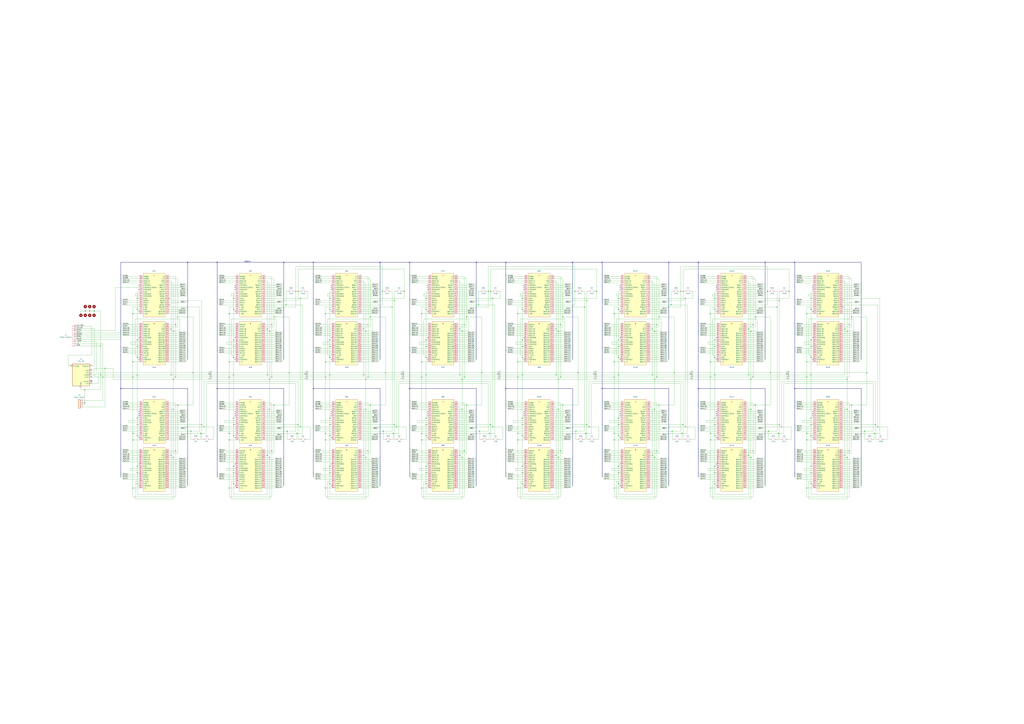
<source format=kicad_sch>
(kicad_sch (version 20250114) (generator "eeschema") (generator_version "9.0")
  (paper "A0")
  (lib_symbols
    (symbol "Bus_QBUS_1"
      (property "Reference" "Q" (at 0 27.94 0))
      (symbol "Bus_QBUS_1_1_0"
        (text "A" (at 0 22.86 0) (effects (font (size 1.27 1.27))))
        (pin tri_state line (at -17.78 21.59 0) (length 5.08) (name "BIRQ5") (number "AA1"))
        (pin tri_state line (at -17.78 19.05 0) (length 5.08) (name "BIRQ6") (number "AB1"))
        (pin tri_state line (at -17.78 16.51 0) (length 5.08) (name "BDAL16") (number "AC1"))
        (pin tri_state line (at -17.78 13.97 0) (length 5.08) (name "BDAL17") (number "AD1"))
        (pin free line (at -17.78 11.43 0) (length 5.08) (name "SSPARE1") (number "AE1"))
        (pin input line (at -17.78 8.89 0) (length 5.08) (name "SSPARE2/SRUN") (number "AF1"))
        (pin free line (at -17.78 6.35 0) (length 5.08) (name "SSPARE3") (number "AH1"))
        (pin power_in line (at -17.78 3.81 0) (length 5.08) (name "GND") (number "AJ1"))
        (pin free line (at -17.78 1.27 0) (length 5.08) (name "MSPAREA") (number "AK1"))
        (pin free line (at -17.78 -1.27 0) (length 5.08) (name "MSPAREB") (number "AL1"))
        (pin power_in line (at -17.78 -3.81 0) (length 5.08) (name "GND") (number "AM1"))
        (pin tri_state line (at -17.78 -6.35 0) (length 5.08) (name "BDMR") (number "AN1"))
        (pin input line (at -17.78 -8.89 0) (length 5.08) (name "BHALT") (number "AP1"))
        (pin tri_state line (at -17.78 -11.43 0) (length 5.08) (name "BREF") (number "AR1"))
        (pin power_in line (at -17.78 -13.97 0) (length 5.08) (name "+5B") (number "AS1"))
        (pin power_in line (at -17.78 -16.51 0) (length 5.08) (name "GND") (number "AT1"))
        (pin free line (at -17.78 -19.05 0) (length 5.08) (name "PSPARE1") (number "AU1"))
        (pin power_in line (at -17.78 -21.59 0) (length 5.08) (name "+5B") (number "AV1"))
        (pin power_in line (at 17.78 21.59 180) (length 5.08) (name "+5") (number "AA2"))
        (pin power_in line (at 17.78 19.05 180) (length 5.08) (name "-12") (number "AB2"))
        (pin power_in line (at 17.78 16.51 180) (length 5.08) (name "GND") (number "AC2"))
        (pin power_in line (at 17.78 13.97 180) (length 5.08) (name "+12") (number "AD2"))
        (pin tri_state line (at 17.78 11.43 180) (length 5.08) (name "BDOUT") (number "AE2"))
        (pin tri_state line (at 17.78 8.89 180) (length 5.08) (name "BRPLY") (number "AF2"))
        (pin tri_state line (at 17.78 6.35 180) (length 5.08) (name "BDIN") (number "AH2"))
        (pin tri_state line (at 17.78 3.81 180) (length 5.08) (name "BSYNC") (number "AJ2"))
        (pin tri_state line (at 17.78 1.27 180) (length 5.08) (name "BWTBT") (number "AK2"))
        (pin tri_state line (at 17.78 -1.27 180) (length 5.08) (name "BIRQ4") (number "AL2"))
        (pin input line (at 17.78 -3.81 180) (length 5.08) (name "BIAKI") (number "AM2"))
        (pin output line (at 17.78 -6.35 180) (length 5.08) (name "BIAKO") (number "AN2"))
        (pin tri_state line (at 17.78 -8.89 180) (length 5.08) (name "BBS7") (number "AP2"))
        (pin input line (at 17.78 -11.43 180) (length 5.08) (name "BDMGI") (number "AR2"))
        (pin output line (at 17.78 -13.97 180) (length 5.08) (name "BDMGO") (number "AS2"))
        (pin tri_state line (at 17.78 -16.51 180) (length 5.08) (name "BINIT") (number "AT2"))
        (pin tri_state line (at 17.78 -19.05 180) (length 5.08) (name "BDAL00") (number "AU2"))
        (pin tri_state line (at 17.78 -21.59 180) (length 5.08) (name "BDAL01") (number "AV2"))
      )
      (symbol "Bus_QBUS_1_2_0"
        (text "B" (at 0 22.86 0) (effects (font (size 1.27 1.27))))
        (pin input line (at -17.78 21.59 0) (length 5.08) (name "BDCOK") (number "BA1"))
        (pin input line (at -17.78 19.05 0) (length 5.08) (name "BPOK") (number "BB1"))
        (pin tri_state line (at -17.78 16.51 0) (length 5.08) (name "BDAL18") (number "BC1"))
        (pin tri_state line (at -17.78 13.97 0) (length 5.08) (name "BDAL19") (number "BD1"))
        (pin tri_state line (at -17.78 11.43 0) (length 5.08) (name "BDAL20") (number "BE1"))
        (pin tri_state line (at -17.78 8.89 0) (length 5.08) (name "BDAL21") (number "BF1"))
        (pin free line (at -17.78 6.35 0) (length 5.08) (name "SSPARE8") (number "BH1"))
        (pin power_in line (at -17.78 3.81 0) (length 5.08) (name "GND") (number "BJ1"))
        (pin free line (at -17.78 1.27 0) (length 5.08) (name "MSPAREB") (number "BK1"))
        (pin free line (at -17.78 -1.27 0) (length 5.08) (name "MSPAREB") (number "BL1"))
        (pin power_in line (at -17.78 -3.81 0) (length 5.08) (name "GND") (number "BM1"))
        (pin tri_state line (at -17.78 -6.35 0) (length 5.08) (name "BSACK") (number "BN1"))
        (pin tri_state line (at -17.78 -8.89 0) (length 5.08) (name "BIRQ7") (number "BP1"))
        (pin tri_state line (at -17.78 -11.43 0) (length 5.08) (name "BEVNT") (number "BR1"))
        (pin power_in line (at -17.78 -13.97 0) (length 5.08) (name "+12B") (number "BS1"))
        (pin power_in line (at -17.78 -16.51 0) (length 5.08) (name "GND") (number "BT1"))
        (pin free line (at -17.78 -19.05 0) (length 5.08) (name "PSPARE2") (number "BU1"))
        (pin power_in line (at -17.78 -21.59 0) (length 5.08) (name "+5") (number "BV1"))
        (pin power_in line (at 17.78 21.59 180) (length 5.08) (name "+5") (number "BA2"))
        (pin power_in line (at 17.78 19.05 180) (length 5.08) (name "-12") (number "BB2"))
        (pin power_in line (at 17.78 16.51 180) (length 5.08) (name "GND") (number "BC2"))
        (pin power_in line (at 17.78 13.97 180) (length 5.08) (name "+12") (number "BD2"))
        (pin tri_state line (at 17.78 11.43 180) (length 5.08) (name "BDAL02") (number "BE2"))
        (pin tri_state line (at 17.78 8.89 180) (length 5.08) (name "BDAL03") (number "BF2"))
        (pin tri_state line (at 17.78 6.35 180) (length 5.08) (name "BDAL04") (number "BH2"))
        (pin tri_state line (at 17.78 3.81 180) (length 5.08) (name "BDAL05") (number "BJ2"))
        (pin tri_state line (at 17.78 1.27 180) (length 5.08) (name "BDAL06") (number "BK2"))
        (pin tri_state line (at 17.78 -1.27 180) (length 5.08) (name "BDAL07") (number "BL2"))
        (pin tri_state line (at 17.78 -3.81 180) (length 5.08) (name "BDAL08") (number "BM2"))
        (pin tri_state line (at 17.78 -6.35 180) (length 5.08) (name "BDAL09") (number "BN2"))
        (pin tri_state line (at 17.78 -8.89 180) (length 5.08) (name "BDAL10") (number "BP2"))
        (pin tri_state line (at 17.78 -11.43 180) (length 5.08) (name "BDAL11") (number "BR2"))
        (pin tri_state line (at 17.78 -13.97 180) (length 5.08) (name "BDAL12") (number "BS2"))
        (pin tri_state line (at 17.78 -16.51 180) (length 5.08) (name "BDAL13") (number "BT2"))
        (pin tri_state line (at 17.78 -19.05 180) (length 5.08) (name "BDAL14") (number "BU2"))
        (pin tri_state line (at 17.78 -21.59 180) (length 5.08) (name "BDAL15") (number "BV2"))
      )
    )
    (symbol "Bus_QBUS_10"
      (property "Reference" "Q" (at 0 27.94 0))
      (symbol "Bus_QBUS_10_1_0"
        (text "A" (at 0 22.86 0) (effects (font (size 1.27 1.27))))
        (pin tri_state line (at -17.78 21.59 0) (length 5.08) (name "BIRQ5") (number "AA1"))
        (pin tri_state line (at -17.78 19.05 0) (length 5.08) (name "BIRQ6") (number "AB1"))
        (pin tri_state line (at -17.78 16.51 0) (length 5.08) (name "BDAL16") (number "AC1"))
        (pin tri_state line (at -17.78 13.97 0) (length 5.08) (name "BDAL17") (number "AD1"))
        (pin free line (at -17.78 11.43 0) (length 5.08) (name "SSPARE1") (number "AE1"))
        (pin input line (at -17.78 8.89 0) (length 5.08) (name "SSPARE2/SRUN") (number "AF1"))
        (pin free line (at -17.78 6.35 0) (length 5.08) (name "SSPARE3") (number "AH1"))
        (pin power_in line (at -17.78 3.81 0) (length 5.08) (name "GND") (number "AJ1"))
        (pin free line (at -17.78 1.27 0) (length 5.08) (name "MSPAREA") (number "AK1"))
        (pin free line (at -17.78 -1.27 0) (length 5.08) (name "MSPAREB") (number "AL1"))
        (pin power_in line (at -17.78 -3.81 0) (length 5.08) (name "GND") (number "AM1"))
        (pin tri_state line (at -17.78 -6.35 0) (length 5.08) (name "BDMR") (number "AN1"))
        (pin input line (at -17.78 -8.89 0) (length 5.08) (name "BHALT") (number "AP1"))
        (pin tri_state line (at -17.78 -11.43 0) (length 5.08) (name "BREF") (number "AR1"))
        (pin power_in line (at -17.78 -13.97 0) (length 5.08) (name "+5B") (number "AS1"))
        (pin power_in line (at -17.78 -16.51 0) (length 5.08) (name "GND") (number "AT1"))
        (pin free line (at -17.78 -19.05 0) (length 5.08) (name "PSPARE1") (number "AU1"))
        (pin power_in line (at -17.78 -21.59 0) (length 5.08) (name "+5B") (number "AV1"))
        (pin power_in line (at 17.78 21.59 180) (length 5.08) (name "+5") (number "AA2"))
        (pin power_in line (at 17.78 19.05 180) (length 5.08) (name "-12") (number "AB2"))
        (pin power_in line (at 17.78 16.51 180) (length 5.08) (name "GND") (number "AC2"))
        (pin power_in line (at 17.78 13.97 180) (length 5.08) (name "+12") (number "AD2"))
        (pin tri_state line (at 17.78 11.43 180) (length 5.08) (name "BDOUT") (number "AE2"))
        (pin tri_state line (at 17.78 8.89 180) (length 5.08) (name "BRPLY") (number "AF2"))
        (pin tri_state line (at 17.78 6.35 180) (length 5.08) (name "BDIN") (number "AH2"))
        (pin tri_state line (at 17.78 3.81 180) (length 5.08) (name "BSYNC") (number "AJ2"))
        (pin tri_state line (at 17.78 1.27 180) (length 5.08) (name "BWTBT") (number "AK2"))
        (pin tri_state line (at 17.78 -1.27 180) (length 5.08) (name "BIRQ4") (number "AL2"))
        (pin input line (at 17.78 -3.81 180) (length 5.08) (name "BIAKI") (number "AM2"))
        (pin output line (at 17.78 -6.35 180) (length 5.08) (name "BIAKO") (number "AN2"))
        (pin tri_state line (at 17.78 -8.89 180) (length 5.08) (name "BBS7") (number "AP2"))
        (pin input line (at 17.78 -11.43 180) (length 5.08) (name "BDMGI") (number "AR2"))
        (pin output line (at 17.78 -13.97 180) (length 5.08) (name "BDMGO") (number "AS2"))
        (pin tri_state line (at 17.78 -16.51 180) (length 5.08) (name "BINIT") (number "AT2"))
        (pin tri_state line (at 17.78 -19.05 180) (length 5.08) (name "BDAL00") (number "AU2"))
        (pin tri_state line (at 17.78 -21.59 180) (length 5.08) (name "BDAL01") (number "AV2"))
      )
      (symbol "Bus_QBUS_10_2_0"
        (text "B" (at 0 22.86 0) (effects (font (size 1.27 1.27))))
        (pin input line (at -17.78 21.59 0) (length 5.08) (name "BDCOK") (number "BA1"))
        (pin input line (at -17.78 19.05 0) (length 5.08) (name "BPOK") (number "BB1"))
        (pin tri_state line (at -17.78 16.51 0) (length 5.08) (name "BDAL18") (number "BC1"))
        (pin tri_state line (at -17.78 13.97 0) (length 5.08) (name "BDAL19") (number "BD1"))
        (pin tri_state line (at -17.78 11.43 0) (length 5.08) (name "BDAL20") (number "BE1"))
        (pin tri_state line (at -17.78 8.89 0) (length 5.08) (name "BDAL21") (number "BF1"))
        (pin free line (at -17.78 6.35 0) (length 5.08) (name "SSPARE8") (number "BH1"))
        (pin power_in line (at -17.78 3.81 0) (length 5.08) (name "GND") (number "BJ1"))
        (pin free line (at -17.78 1.27 0) (length 5.08) (name "MSPAREB") (number "BK1"))
        (pin free line (at -17.78 -1.27 0) (length 5.08) (name "MSPAREB") (number "BL1"))
        (pin power_in line (at -17.78 -3.81 0) (length 5.08) (name "GND") (number "BM1"))
        (pin tri_state line (at -17.78 -6.35 0) (length 5.08) (name "BSACK") (number "BN1"))
        (pin tri_state line (at -17.78 -8.89 0) (length 5.08) (name "BIRQ7") (number "BP1"))
        (pin tri_state line (at -17.78 -11.43 0) (length 5.08) (name "BEVNT") (number "BR1"))
        (pin power_in line (at -17.78 -13.97 0) (length 5.08) (name "+12B") (number "BS1"))
        (pin power_in line (at -17.78 -16.51 0) (length 5.08) (name "GND") (number "BT1"))
        (pin free line (at -17.78 -19.05 0) (length 5.08) (name "PSPARE2") (number "BU1"))
        (pin power_in line (at -17.78 -21.59 0) (length 5.08) (name "+5") (number "BV1"))
        (pin power_in line (at 17.78 21.59 180) (length 5.08) (name "+5") (number "BA2"))
        (pin power_in line (at 17.78 19.05 180) (length 5.08) (name "-12") (number "BB2"))
        (pin power_in line (at 17.78 16.51 180) (length 5.08) (name "GND") (number "BC2"))
        (pin power_in line (at 17.78 13.97 180) (length 5.08) (name "+12") (number "BD2"))
        (pin tri_state line (at 17.78 11.43 180) (length 5.08) (name "BDAL02") (number "BE2"))
        (pin tri_state line (at 17.78 8.89 180) (length 5.08) (name "BDAL03") (number "BF2"))
        (pin tri_state line (at 17.78 6.35 180) (length 5.08) (name "BDAL04") (number "BH2"))
        (pin tri_state line (at 17.78 3.81 180) (length 5.08) (name "BDAL05") (number "BJ2"))
        (pin tri_state line (at 17.78 1.27 180) (length 5.08) (name "BDAL06") (number "BK2"))
        (pin tri_state line (at 17.78 -1.27 180) (length 5.08) (name "BDAL07") (number "BL2"))
        (pin tri_state line (at 17.78 -3.81 180) (length 5.08) (name "BDAL08") (number "BM2"))
        (pin tri_state line (at 17.78 -6.35 180) (length 5.08) (name "BDAL09") (number "BN2"))
        (pin tri_state line (at 17.78 -8.89 180) (length 5.08) (name "BDAL10") (number "BP2"))
        (pin tri_state line (at 17.78 -11.43 180) (length 5.08) (name "BDAL11") (number "BR2"))
        (pin tri_state line (at 17.78 -13.97 180) (length 5.08) (name "BDAL12") (number "BS2"))
        (pin tri_state line (at 17.78 -16.51 180) (length 5.08) (name "BDAL13") (number "BT2"))
        (pin tri_state line (at 17.78 -19.05 180) (length 5.08) (name "BDAL14") (number "BU2"))
        (pin tri_state line (at 17.78 -21.59 180) (length 5.08) (name "BDAL15") (number "BV2"))
      )
    )
    (symbol "Bus_QBUS_11"
      (property "Reference" "Q" (at 0 27.94 0))
      (symbol "Bus_QBUS_11_1_0"
        (text "A" (at 0 22.86 0) (effects (font (size 1.27 1.27))))
        (pin tri_state line (at -17.78 21.59 0) (length 5.08) (name "BIRQ5") (number "AA1"))
        (pin tri_state line (at -17.78 19.05 0) (length 5.08) (name "BIRQ6") (number "AB1"))
        (pin tri_state line (at -17.78 16.51 0) (length 5.08) (name "BDAL16") (number "AC1"))
        (pin tri_state line (at -17.78 13.97 0) (length 5.08) (name "BDAL17") (number "AD1"))
        (pin free line (at -17.78 11.43 0) (length 5.08) (name "SSPARE1") (number "AE1"))
        (pin input line (at -17.78 8.89 0) (length 5.08) (name "SSPARE2/SRUN") (number "AF1"))
        (pin free line (at -17.78 6.35 0) (length 5.08) (name "SSPARE3") (number "AH1"))
        (pin power_in line (at -17.78 3.81 0) (length 5.08) (name "GND") (number "AJ1"))
        (pin free line (at -17.78 1.27 0) (length 5.08) (name "MSPAREA") (number "AK1"))
        (pin free line (at -17.78 -1.27 0) (length 5.08) (name "MSPAREB") (number "AL1"))
        (pin power_in line (at -17.78 -3.81 0) (length 5.08) (name "GND") (number "AM1"))
        (pin tri_state line (at -17.78 -6.35 0) (length 5.08) (name "BDMR") (number "AN1"))
        (pin input line (at -17.78 -8.89 0) (length 5.08) (name "BHALT") (number "AP1"))
        (pin tri_state line (at -17.78 -11.43 0) (length 5.08) (name "BREF") (number "AR1"))
        (pin power_in line (at -17.78 -13.97 0) (length 5.08) (name "+5B") (number "AS1"))
        (pin power_in line (at -17.78 -16.51 0) (length 5.08) (name "GND") (number "AT1"))
        (pin free line (at -17.78 -19.05 0) (length 5.08) (name "PSPARE1") (number "AU1"))
        (pin power_in line (at -17.78 -21.59 0) (length 5.08) (name "+5B") (number "AV1"))
        (pin power_in line (at 17.78 21.59 180) (length 5.08) (name "+5") (number "AA2"))
        (pin power_in line (at 17.78 19.05 180) (length 5.08) (name "-12") (number "AB2"))
        (pin power_in line (at 17.78 16.51 180) (length 5.08) (name "GND") (number "AC2"))
        (pin power_in line (at 17.78 13.97 180) (length 5.08) (name "+12") (number "AD2"))
        (pin tri_state line (at 17.78 11.43 180) (length 5.08) (name "BDOUT") (number "AE2"))
        (pin tri_state line (at 17.78 8.89 180) (length 5.08) (name "BRPLY") (number "AF2"))
        (pin tri_state line (at 17.78 6.35 180) (length 5.08) (name "BDIN") (number "AH2"))
        (pin tri_state line (at 17.78 3.81 180) (length 5.08) (name "BSYNC") (number "AJ2"))
        (pin tri_state line (at 17.78 1.27 180) (length 5.08) (name "BWTBT") (number "AK2"))
        (pin tri_state line (at 17.78 -1.27 180) (length 5.08) (name "BIRQ4") (number "AL2"))
        (pin input line (at 17.78 -3.81 180) (length 5.08) (name "BIAKI") (number "AM2"))
        (pin output line (at 17.78 -6.35 180) (length 5.08) (name "BIAKO") (number "AN2"))
        (pin tri_state line (at 17.78 -8.89 180) (length 5.08) (name "BBS7") (number "AP2"))
        (pin input line (at 17.78 -11.43 180) (length 5.08) (name "BDMGI") (number "AR2"))
        (pin output line (at 17.78 -13.97 180) (length 5.08) (name "BDMGO") (number "AS2"))
        (pin tri_state line (at 17.78 -16.51 180) (length 5.08) (name "BINIT") (number "AT2"))
        (pin tri_state line (at 17.78 -19.05 180) (length 5.08) (name "BDAL00") (number "AU2"))
        (pin tri_state line (at 17.78 -21.59 180) (length 5.08) (name "BDAL01") (number "AV2"))
      )
      (symbol "Bus_QBUS_11_2_0"
        (text "B" (at 0 22.86 0) (effects (font (size 1.27 1.27))))
        (pin input line (at -17.78 21.59 0) (length 5.08) (name "BDCOK") (number "BA1"))
        (pin input line (at -17.78 19.05 0) (length 5.08) (name "BPOK") (number "BB1"))
        (pin tri_state line (at -17.78 16.51 0) (length 5.08) (name "BDAL18") (number "BC1"))
        (pin tri_state line (at -17.78 13.97 0) (length 5.08) (name "BDAL19") (number "BD1"))
        (pin tri_state line (at -17.78 11.43 0) (length 5.08) (name "BDAL20") (number "BE1"))
        (pin tri_state line (at -17.78 8.89 0) (length 5.08) (name "BDAL21") (number "BF1"))
        (pin free line (at -17.78 6.35 0) (length 5.08) (name "SSPARE8") (number "BH1"))
        (pin power_in line (at -17.78 3.81 0) (length 5.08) (name "GND") (number "BJ1"))
        (pin free line (at -17.78 1.27 0) (length 5.08) (name "MSPAREB") (number "BK1"))
        (pin free line (at -17.78 -1.27 0) (length 5.08) (name "MSPAREB") (number "BL1"))
        (pin power_in line (at -17.78 -3.81 0) (length 5.08) (name "GND") (number "BM1"))
        (pin tri_state line (at -17.78 -6.35 0) (length 5.08) (name "BSACK") (number "BN1"))
        (pin tri_state line (at -17.78 -8.89 0) (length 5.08) (name "BIRQ7") (number "BP1"))
        (pin tri_state line (at -17.78 -11.43 0) (length 5.08) (name "BEVNT") (number "BR1"))
        (pin power_in line (at -17.78 -13.97 0) (length 5.08) (name "+12B") (number "BS1"))
        (pin power_in line (at -17.78 -16.51 0) (length 5.08) (name "GND") (number "BT1"))
        (pin free line (at -17.78 -19.05 0) (length 5.08) (name "PSPARE2") (number "BU1"))
        (pin power_in line (at -17.78 -21.59 0) (length 5.08) (name "+5") (number "BV1"))
        (pin power_in line (at 17.78 21.59 180) (length 5.08) (name "+5") (number "BA2"))
        (pin power_in line (at 17.78 19.05 180) (length 5.08) (name "-12") (number "BB2"))
        (pin power_in line (at 17.78 16.51 180) (length 5.08) (name "GND") (number "BC2"))
        (pin power_in line (at 17.78 13.97 180) (length 5.08) (name "+12") (number "BD2"))
        (pin tri_state line (at 17.78 11.43 180) (length 5.08) (name "BDAL02") (number "BE2"))
        (pin tri_state line (at 17.78 8.89 180) (length 5.08) (name "BDAL03") (number "BF2"))
        (pin tri_state line (at 17.78 6.35 180) (length 5.08) (name "BDAL04") (number "BH2"))
        (pin tri_state line (at 17.78 3.81 180) (length 5.08) (name "BDAL05") (number "BJ2"))
        (pin tri_state line (at 17.78 1.27 180) (length 5.08) (name "BDAL06") (number "BK2"))
        (pin tri_state line (at 17.78 -1.27 180) (length 5.08) (name "BDAL07") (number "BL2"))
        (pin tri_state line (at 17.78 -3.81 180) (length 5.08) (name "BDAL08") (number "BM2"))
        (pin tri_state line (at 17.78 -6.35 180) (length 5.08) (name "BDAL09") (number "BN2"))
        (pin tri_state line (at 17.78 -8.89 180) (length 5.08) (name "BDAL10") (number "BP2"))
        (pin tri_state line (at 17.78 -11.43 180) (length 5.08) (name "BDAL11") (number "BR2"))
        (pin tri_state line (at 17.78 -13.97 180) (length 5.08) (name "BDAL12") (number "BS2"))
        (pin tri_state line (at 17.78 -16.51 180) (length 5.08) (name "BDAL13") (number "BT2"))
        (pin tri_state line (at 17.78 -19.05 180) (length 5.08) (name "BDAL14") (number "BU2"))
        (pin tri_state line (at 17.78 -21.59 180) (length 5.08) (name "BDAL15") (number "BV2"))
      )
    )
    (symbol "Bus_QBUS_12"
      (property "Reference" "Q" (at 0 27.94 0))
      (symbol "Bus_QBUS_12_1_0"
        (text "A" (at 0 22.86 0) (effects (font (size 1.27 1.27))))
        (pin tri_state line (at -17.78 21.59 0) (length 5.08) (name "BIRQ5") (number "AA1"))
        (pin tri_state line (at -17.78 19.05 0) (length 5.08) (name "BIRQ6") (number "AB1"))
        (pin tri_state line (at -17.78 16.51 0) (length 5.08) (name "BDAL16") (number "AC1"))
        (pin tri_state line (at -17.78 13.97 0) (length 5.08) (name "BDAL17") (number "AD1"))
        (pin free line (at -17.78 11.43 0) (length 5.08) (name "SSPARE1") (number "AE1"))
        (pin input line (at -17.78 8.89 0) (length 5.08) (name "SSPARE2/SRUN") (number "AF1"))
        (pin free line (at -17.78 6.35 0) (length 5.08) (name "SSPARE3") (number "AH1"))
        (pin power_in line (at -17.78 3.81 0) (length 5.08) (name "GND") (number "AJ1"))
        (pin free line (at -17.78 1.27 0) (length 5.08) (name "MSPAREA") (number "AK1"))
        (pin free line (at -17.78 -1.27 0) (length 5.08) (name "MSPAREB") (number "AL1"))
        (pin power_in line (at -17.78 -3.81 0) (length 5.08) (name "GND") (number "AM1"))
        (pin tri_state line (at -17.78 -6.35 0) (length 5.08) (name "BDMR") (number "AN1"))
        (pin input line (at -17.78 -8.89 0) (length 5.08) (name "BHALT") (number "AP1"))
        (pin tri_state line (at -17.78 -11.43 0) (length 5.08) (name "BREF") (number "AR1"))
        (pin power_in line (at -17.78 -13.97 0) (length 5.08) (name "+5B") (number "AS1"))
        (pin power_in line (at -17.78 -16.51 0) (length 5.08) (name "GND") (number "AT1"))
        (pin free line (at -17.78 -19.05 0) (length 5.08) (name "PSPARE1") (number "AU1"))
        (pin power_in line (at -17.78 -21.59 0) (length 5.08) (name "+5B") (number "AV1"))
        (pin power_in line (at 17.78 21.59 180) (length 5.08) (name "+5") (number "AA2"))
        (pin power_in line (at 17.78 19.05 180) (length 5.08) (name "-12") (number "AB2"))
        (pin power_in line (at 17.78 16.51 180) (length 5.08) (name "GND") (number "AC2"))
        (pin power_in line (at 17.78 13.97 180) (length 5.08) (name "+12") (number "AD2"))
        (pin tri_state line (at 17.78 11.43 180) (length 5.08) (name "BDOUT") (number "AE2"))
        (pin tri_state line (at 17.78 8.89 180) (length 5.08) (name "BRPLY") (number "AF2"))
        (pin tri_state line (at 17.78 6.35 180) (length 5.08) (name "BDIN") (number "AH2"))
        (pin tri_state line (at 17.78 3.81 180) (length 5.08) (name "BSYNC") (number "AJ2"))
        (pin tri_state line (at 17.78 1.27 180) (length 5.08) (name "BWTBT") (number "AK2"))
        (pin tri_state line (at 17.78 -1.27 180) (length 5.08) (name "BIRQ4") (number "AL2"))
        (pin input line (at 17.78 -3.81 180) (length 5.08) (name "BIAKI") (number "AM2"))
        (pin output line (at 17.78 -6.35 180) (length 5.08) (name "BIAKO") (number "AN2"))
        (pin tri_state line (at 17.78 -8.89 180) (length 5.08) (name "BBS7") (number "AP2"))
        (pin input line (at 17.78 -11.43 180) (length 5.08) (name "BDMGI") (number "AR2"))
        (pin output line (at 17.78 -13.97 180) (length 5.08) (name "BDMGO") (number "AS2"))
        (pin tri_state line (at 17.78 -16.51 180) (length 5.08) (name "BINIT") (number "AT2"))
        (pin tri_state line (at 17.78 -19.05 180) (length 5.08) (name "BDAL00") (number "AU2"))
        (pin tri_state line (at 17.78 -21.59 180) (length 5.08) (name "BDAL01") (number "AV2"))
      )
      (symbol "Bus_QBUS_12_2_0"
        (text "B" (at 0 22.86 0) (effects (font (size 1.27 1.27))))
        (pin input line (at -17.78 21.59 0) (length 5.08) (name "BDCOK") (number "BA1"))
        (pin input line (at -17.78 19.05 0) (length 5.08) (name "BPOK") (number "BB1"))
        (pin tri_state line (at -17.78 16.51 0) (length 5.08) (name "BDAL18") (number "BC1"))
        (pin tri_state line (at -17.78 13.97 0) (length 5.08) (name "BDAL19") (number "BD1"))
        (pin tri_state line (at -17.78 11.43 0) (length 5.08) (name "BDAL20") (number "BE1"))
        (pin tri_state line (at -17.78 8.89 0) (length 5.08) (name "BDAL21") (number "BF1"))
        (pin free line (at -17.78 6.35 0) (length 5.08) (name "SSPARE8") (number "BH1"))
        (pin power_in line (at -17.78 3.81 0) (length 5.08) (name "GND") (number "BJ1"))
        (pin free line (at -17.78 1.27 0) (length 5.08) (name "MSPAREB") (number "BK1"))
        (pin free line (at -17.78 -1.27 0) (length 5.08) (name "MSPAREB") (number "BL1"))
        (pin power_in line (at -17.78 -3.81 0) (length 5.08) (name "GND") (number "BM1"))
        (pin tri_state line (at -17.78 -6.35 0) (length 5.08) (name "BSACK") (number "BN1"))
        (pin tri_state line (at -17.78 -8.89 0) (length 5.08) (name "BIRQ7") (number "BP1"))
        (pin tri_state line (at -17.78 -11.43 0) (length 5.08) (name "BEVNT") (number "BR1"))
        (pin power_in line (at -17.78 -13.97 0) (length 5.08) (name "+12B") (number "BS1"))
        (pin power_in line (at -17.78 -16.51 0) (length 5.08) (name "GND") (number "BT1"))
        (pin free line (at -17.78 -19.05 0) (length 5.08) (name "PSPARE2") (number "BU1"))
        (pin power_in line (at -17.78 -21.59 0) (length 5.08) (name "+5") (number "BV1"))
        (pin power_in line (at 17.78 21.59 180) (length 5.08) (name "+5") (number "BA2"))
        (pin power_in line (at 17.78 19.05 180) (length 5.08) (name "-12") (number "BB2"))
        (pin power_in line (at 17.78 16.51 180) (length 5.08) (name "GND") (number "BC2"))
        (pin power_in line (at 17.78 13.97 180) (length 5.08) (name "+12") (number "BD2"))
        (pin tri_state line (at 17.78 11.43 180) (length 5.08) (name "BDAL02") (number "BE2"))
        (pin tri_state line (at 17.78 8.89 180) (length 5.08) (name "BDAL03") (number "BF2"))
        (pin tri_state line (at 17.78 6.35 180) (length 5.08) (name "BDAL04") (number "BH2"))
        (pin tri_state line (at 17.78 3.81 180) (length 5.08) (name "BDAL05") (number "BJ2"))
        (pin tri_state line (at 17.78 1.27 180) (length 5.08) (name "BDAL06") (number "BK2"))
        (pin tri_state line (at 17.78 -1.27 180) (length 5.08) (name "BDAL07") (number "BL2"))
        (pin tri_state line (at 17.78 -3.81 180) (length 5.08) (name "BDAL08") (number "BM2"))
        (pin tri_state line (at 17.78 -6.35 180) (length 5.08) (name "BDAL09") (number "BN2"))
        (pin tri_state line (at 17.78 -8.89 180) (length 5.08) (name "BDAL10") (number "BP2"))
        (pin tri_state line (at 17.78 -11.43 180) (length 5.08) (name "BDAL11") (number "BR2"))
        (pin tri_state line (at 17.78 -13.97 180) (length 5.08) (name "BDAL12") (number "BS2"))
        (pin tri_state line (at 17.78 -16.51 180) (length 5.08) (name "BDAL13") (number "BT2"))
        (pin tri_state line (at 17.78 -19.05 180) (length 5.08) (name "BDAL14") (number "BU2"))
        (pin tri_state line (at 17.78 -21.59 180) (length 5.08) (name "BDAL15") (number "BV2"))
      )
    )
    (symbol "Bus_QBUS_13"
      (property "Reference" "Q" (at 0 27.94 0))
      (symbol "Bus_QBUS_13_1_0"
        (text "A" (at 0 22.86 0) (effects (font (size 1.27 1.27))))
        (pin tri_state line (at -17.78 21.59 0) (length 5.08) (name "BIRQ5") (number "AA1"))
        (pin tri_state line (at -17.78 19.05 0) (length 5.08) (name "BIRQ6") (number "AB1"))
        (pin tri_state line (at -17.78 16.51 0) (length 5.08) (name "BDAL16") (number "AC1"))
        (pin tri_state line (at -17.78 13.97 0) (length 5.08) (name "BDAL17") (number "AD1"))
        (pin free line (at -17.78 11.43 0) (length 5.08) (name "SSPARE1") (number "AE1"))
        (pin input line (at -17.78 8.89 0) (length 5.08) (name "SSPARE2/SRUN") (number "AF1"))
        (pin free line (at -17.78 6.35 0) (length 5.08) (name "SSPARE3") (number "AH1"))
        (pin power_in line (at -17.78 3.81 0) (length 5.08) (name "GND") (number "AJ1"))
        (pin free line (at -17.78 1.27 0) (length 5.08) (name "MSPAREA") (number "AK1"))
        (pin free line (at -17.78 -1.27 0) (length 5.08) (name "MSPAREB") (number "AL1"))
        (pin power_in line (at -17.78 -3.81 0) (length 5.08) (name "GND") (number "AM1"))
        (pin tri_state line (at -17.78 -6.35 0) (length 5.08) (name "BDMR") (number "AN1"))
        (pin input line (at -17.78 -8.89 0) (length 5.08) (name "BHALT") (number "AP1"))
        (pin tri_state line (at -17.78 -11.43 0) (length 5.08) (name "BREF") (number "AR1"))
        (pin power_in line (at -17.78 -13.97 0) (length 5.08) (name "+5B") (number "AS1"))
        (pin power_in line (at -17.78 -16.51 0) (length 5.08) (name "GND") (number "AT1"))
        (pin free line (at -17.78 -19.05 0) (length 5.08) (name "PSPARE1") (number "AU1"))
        (pin power_in line (at -17.78 -21.59 0) (length 5.08) (name "+5B") (number "AV1"))
        (pin power_in line (at 17.78 21.59 180) (length 5.08) (name "+5") (number "AA2"))
        (pin power_in line (at 17.78 19.05 180) (length 5.08) (name "-12") (number "AB2"))
        (pin power_in line (at 17.78 16.51 180) (length 5.08) (name "GND") (number "AC2"))
        (pin power_in line (at 17.78 13.97 180) (length 5.08) (name "+12") (number "AD2"))
        (pin tri_state line (at 17.78 11.43 180) (length 5.08) (name "BDOUT") (number "AE2"))
        (pin tri_state line (at 17.78 8.89 180) (length 5.08) (name "BRPLY") (number "AF2"))
        (pin tri_state line (at 17.78 6.35 180) (length 5.08) (name "BDIN") (number "AH2"))
        (pin tri_state line (at 17.78 3.81 180) (length 5.08) (name "BSYNC") (number "AJ2"))
        (pin tri_state line (at 17.78 1.27 180) (length 5.08) (name "BWTBT") (number "AK2"))
        (pin tri_state line (at 17.78 -1.27 180) (length 5.08) (name "BIRQ4") (number "AL2"))
        (pin input line (at 17.78 -3.81 180) (length 5.08) (name "BIAKI") (number "AM2"))
        (pin output line (at 17.78 -6.35 180) (length 5.08) (name "BIAKO") (number "AN2"))
        (pin tri_state line (at 17.78 -8.89 180) (length 5.08) (name "BBS7") (number "AP2"))
        (pin input line (at 17.78 -11.43 180) (length 5.08) (name "BDMGI") (number "AR2"))
        (pin output line (at 17.78 -13.97 180) (length 5.08) (name "BDMGO") (number "AS2"))
        (pin tri_state line (at 17.78 -16.51 180) (length 5.08) (name "BINIT") (number "AT2"))
        (pin tri_state line (at 17.78 -19.05 180) (length 5.08) (name "BDAL00") (number "AU2"))
        (pin tri_state line (at 17.78 -21.59 180) (length 5.08) (name "BDAL01") (number "AV2"))
      )
      (symbol "Bus_QBUS_13_2_0"
        (text "B" (at 0 22.86 0) (effects (font (size 1.27 1.27))))
        (pin input line (at -17.78 21.59 0) (length 5.08) (name "BDCOK") (number "BA1"))
        (pin input line (at -17.78 19.05 0) (length 5.08) (name "BPOK") (number "BB1"))
        (pin tri_state line (at -17.78 16.51 0) (length 5.08) (name "BDAL18") (number "BC1"))
        (pin tri_state line (at -17.78 13.97 0) (length 5.08) (name "BDAL19") (number "BD1"))
        (pin tri_state line (at -17.78 11.43 0) (length 5.08) (name "BDAL20") (number "BE1"))
        (pin tri_state line (at -17.78 8.89 0) (length 5.08) (name "BDAL21") (number "BF1"))
        (pin free line (at -17.78 6.35 0) (length 5.08) (name "SSPARE8") (number "BH1"))
        (pin power_in line (at -17.78 3.81 0) (length 5.08) (name "GND") (number "BJ1"))
        (pin free line (at -17.78 1.27 0) (length 5.08) (name "MSPAREB") (number "BK1"))
        (pin free line (at -17.78 -1.27 0) (length 5.08) (name "MSPAREB") (number "BL1"))
        (pin power_in line (at -17.78 -3.81 0) (length 5.08) (name "GND") (number "BM1"))
        (pin tri_state line (at -17.78 -6.35 0) (length 5.08) (name "BSACK") (number "BN1"))
        (pin tri_state line (at -17.78 -8.89 0) (length 5.08) (name "BIRQ7") (number "BP1"))
        (pin tri_state line (at -17.78 -11.43 0) (length 5.08) (name "BEVNT") (number "BR1"))
        (pin power_in line (at -17.78 -13.97 0) (length 5.08) (name "+12B") (number "BS1"))
        (pin power_in line (at -17.78 -16.51 0) (length 5.08) (name "GND") (number "BT1"))
        (pin free line (at -17.78 -19.05 0) (length 5.08) (name "PSPARE2") (number "BU1"))
        (pin power_in line (at -17.78 -21.59 0) (length 5.08) (name "+5") (number "BV1"))
        (pin power_in line (at 17.78 21.59 180) (length 5.08) (name "+5") (number "BA2"))
        (pin power_in line (at 17.78 19.05 180) (length 5.08) (name "-12") (number "BB2"))
        (pin power_in line (at 17.78 16.51 180) (length 5.08) (name "GND") (number "BC2"))
        (pin power_in line (at 17.78 13.97 180) (length 5.08) (name "+12") (number "BD2"))
        (pin tri_state line (at 17.78 11.43 180) (length 5.08) (name "BDAL02") (number "BE2"))
        (pin tri_state line (at 17.78 8.89 180) (length 5.08) (name "BDAL03") (number "BF2"))
        (pin tri_state line (at 17.78 6.35 180) (length 5.08) (name "BDAL04") (number "BH2"))
        (pin tri_state line (at 17.78 3.81 180) (length 5.08) (name "BDAL05") (number "BJ2"))
        (pin tri_state line (at 17.78 1.27 180) (length 5.08) (name "BDAL06") (number "BK2"))
        (pin tri_state line (at 17.78 -1.27 180) (length 5.08) (name "BDAL07") (number "BL2"))
        (pin tri_state line (at 17.78 -3.81 180) (length 5.08) (name "BDAL08") (number "BM2"))
        (pin tri_state line (at 17.78 -6.35 180) (length 5.08) (name "BDAL09") (number "BN2"))
        (pin tri_state line (at 17.78 -8.89 180) (length 5.08) (name "BDAL10") (number "BP2"))
        (pin tri_state line (at 17.78 -11.43 180) (length 5.08) (name "BDAL11") (number "BR2"))
        (pin tri_state line (at 17.78 -13.97 180) (length 5.08) (name "BDAL12") (number "BS2"))
        (pin tri_state line (at 17.78 -16.51 180) (length 5.08) (name "BDAL13") (number "BT2"))
        (pin tri_state line (at 17.78 -19.05 180) (length 5.08) (name "BDAL14") (number "BU2"))
        (pin tri_state line (at 17.78 -21.59 180) (length 5.08) (name "BDAL15") (number "BV2"))
      )
    )
    (symbol "Bus_QBUS_14"
      (property "Reference" "Q" (at 0 27.94 0))
      (symbol "Bus_QBUS_14_1_0"
        (text "A" (at 0 22.86 0) (effects (font (size 1.27 1.27))))
        (pin tri_state line (at -17.78 21.59 0) (length 5.08) (name "BIRQ5") (number "AA1"))
        (pin tri_state line (at -17.78 19.05 0) (length 5.08) (name "BIRQ6") (number "AB1"))
        (pin tri_state line (at -17.78 16.51 0) (length 5.08) (name "BDAL16") (number "AC1"))
        (pin tri_state line (at -17.78 13.97 0) (length 5.08) (name "BDAL17") (number "AD1"))
        (pin free line (at -17.78 11.43 0) (length 5.08) (name "SSPARE1") (number "AE1"))
        (pin input line (at -17.78 8.89 0) (length 5.08) (name "SSPARE2/SRUN") (number "AF1"))
        (pin free line (at -17.78 6.35 0) (length 5.08) (name "SSPARE3") (number "AH1"))
        (pin power_in line (at -17.78 3.81 0) (length 5.08) (name "GND") (number "AJ1"))
        (pin free line (at -17.78 1.27 0) (length 5.08) (name "MSPAREA") (number "AK1"))
        (pin free line (at -17.78 -1.27 0) (length 5.08) (name "MSPAREB") (number "AL1"))
        (pin power_in line (at -17.78 -3.81 0) (length 5.08) (name "GND") (number "AM1"))
        (pin tri_state line (at -17.78 -6.35 0) (length 5.08) (name "BDMR") (number "AN1"))
        (pin input line (at -17.78 -8.89 0) (length 5.08) (name "BHALT") (number "AP1"))
        (pin tri_state line (at -17.78 -11.43 0) (length 5.08) (name "BREF") (number "AR1"))
        (pin power_in line (at -17.78 -13.97 0) (length 5.08) (name "+5B") (number "AS1"))
        (pin power_in line (at -17.78 -16.51 0) (length 5.08) (name "GND") (number "AT1"))
        (pin free line (at -17.78 -19.05 0) (length 5.08) (name "PSPARE1") (number "AU1"))
        (pin power_in line (at -17.78 -21.59 0) (length 5.08) (name "+5B") (number "AV1"))
        (pin power_in line (at 17.78 21.59 180) (length 5.08) (name "+5") (number "AA2"))
        (pin power_in line (at 17.78 19.05 180) (length 5.08) (name "-12") (number "AB2"))
        (pin power_in line (at 17.78 16.51 180) (length 5.08) (name "GND") (number "AC2"))
        (pin power_in line (at 17.78 13.97 180) (length 5.08) (name "+12") (number "AD2"))
        (pin tri_state line (at 17.78 11.43 180) (length 5.08) (name "BDOUT") (number "AE2"))
        (pin tri_state line (at 17.78 8.89 180) (length 5.08) (name "BRPLY") (number "AF2"))
        (pin tri_state line (at 17.78 6.35 180) (length 5.08) (name "BDIN") (number "AH2"))
        (pin tri_state line (at 17.78 3.81 180) (length 5.08) (name "BSYNC") (number "AJ2"))
        (pin tri_state line (at 17.78 1.27 180) (length 5.08) (name "BWTBT") (number "AK2"))
        (pin tri_state line (at 17.78 -1.27 180) (length 5.08) (name "BIRQ4") (number "AL2"))
        (pin input line (at 17.78 -3.81 180) (length 5.08) (name "BIAKI") (number "AM2"))
        (pin output line (at 17.78 -6.35 180) (length 5.08) (name "BIAKO") (number "AN2"))
        (pin tri_state line (at 17.78 -8.89 180) (length 5.08) (name "BBS7") (number "AP2"))
        (pin input line (at 17.78 -11.43 180) (length 5.08) (name "BDMGI") (number "AR2"))
        (pin output line (at 17.78 -13.97 180) (length 5.08) (name "BDMGO") (number "AS2"))
        (pin tri_state line (at 17.78 -16.51 180) (length 5.08) (name "BINIT") (number "AT2"))
        (pin tri_state line (at 17.78 -19.05 180) (length 5.08) (name "BDAL00") (number "AU2"))
        (pin tri_state line (at 17.78 -21.59 180) (length 5.08) (name "BDAL01") (number "AV2"))
      )
      (symbol "Bus_QBUS_14_2_0"
        (text "B" (at 0 22.86 0) (effects (font (size 1.27 1.27))))
        (pin input line (at -17.78 21.59 0) (length 5.08) (name "BDCOK") (number "BA1"))
        (pin input line (at -17.78 19.05 0) (length 5.08) (name "BPOK") (number "BB1"))
        (pin tri_state line (at -17.78 16.51 0) (length 5.08) (name "BDAL18") (number "BC1"))
        (pin tri_state line (at -17.78 13.97 0) (length 5.08) (name "BDAL19") (number "BD1"))
        (pin tri_state line (at -17.78 11.43 0) (length 5.08) (name "BDAL20") (number "BE1"))
        (pin tri_state line (at -17.78 8.89 0) (length 5.08) (name "BDAL21") (number "BF1"))
        (pin free line (at -17.78 6.35 0) (length 5.08) (name "SSPARE8") (number "BH1"))
        (pin power_in line (at -17.78 3.81 0) (length 5.08) (name "GND") (number "BJ1"))
        (pin free line (at -17.78 1.27 0) (length 5.08) (name "MSPAREB") (number "BK1"))
        (pin free line (at -17.78 -1.27 0) (length 5.08) (name "MSPAREB") (number "BL1"))
        (pin power_in line (at -17.78 -3.81 0) (length 5.08) (name "GND") (number "BM1"))
        (pin tri_state line (at -17.78 -6.35 0) (length 5.08) (name "BSACK") (number "BN1"))
        (pin tri_state line (at -17.78 -8.89 0) (length 5.08) (name "BIRQ7") (number "BP1"))
        (pin tri_state line (at -17.78 -11.43 0) (length 5.08) (name "BEVNT") (number "BR1"))
        (pin power_in line (at -17.78 -13.97 0) (length 5.08) (name "+12B") (number "BS1"))
        (pin power_in line (at -17.78 -16.51 0) (length 5.08) (name "GND") (number "BT1"))
        (pin free line (at -17.78 -19.05 0) (length 5.08) (name "PSPARE2") (number "BU1"))
        (pin power_in line (at -17.78 -21.59 0) (length 5.08) (name "+5") (number "BV1"))
        (pin power_in line (at 17.78 21.59 180) (length 5.08) (name "+5") (number "BA2"))
        (pin power_in line (at 17.78 19.05 180) (length 5.08) (name "-12") (number "BB2"))
        (pin power_in line (at 17.78 16.51 180) (length 5.08) (name "GND") (number "BC2"))
        (pin power_in line (at 17.78 13.97 180) (length 5.08) (name "+12") (number "BD2"))
        (pin tri_state line (at 17.78 11.43 180) (length 5.08) (name "BDAL02") (number "BE2"))
        (pin tri_state line (at 17.78 8.89 180) (length 5.08) (name "BDAL03") (number "BF2"))
        (pin tri_state line (at 17.78 6.35 180) (length 5.08) (name "BDAL04") (number "BH2"))
        (pin tri_state line (at 17.78 3.81 180) (length 5.08) (name "BDAL05") (number "BJ2"))
        (pin tri_state line (at 17.78 1.27 180) (length 5.08) (name "BDAL06") (number "BK2"))
        (pin tri_state line (at 17.78 -1.27 180) (length 5.08) (name "BDAL07") (number "BL2"))
        (pin tri_state line (at 17.78 -3.81 180) (length 5.08) (name "BDAL08") (number "BM2"))
        (pin tri_state line (at 17.78 -6.35 180) (length 5.08) (name "BDAL09") (number "BN2"))
        (pin tri_state line (at 17.78 -8.89 180) (length 5.08) (name "BDAL10") (number "BP2"))
        (pin tri_state line (at 17.78 -11.43 180) (length 5.08) (name "BDAL11") (number "BR2"))
        (pin tri_state line (at 17.78 -13.97 180) (length 5.08) (name "BDAL12") (number "BS2"))
        (pin tri_state line (at 17.78 -16.51 180) (length 5.08) (name "BDAL13") (number "BT2"))
        (pin tri_state line (at 17.78 -19.05 180) (length 5.08) (name "BDAL14") (number "BU2"))
        (pin tri_state line (at 17.78 -21.59 180) (length 5.08) (name "BDAL15") (number "BV2"))
      )
    )
    (symbol "Bus_QBUS_15"
      (property "Reference" "Q" (at 0 27.94 0))
      (symbol "Bus_QBUS_15_1_0"
        (text "A" (at 0 22.86 0) (effects (font (size 1.27 1.27))))
        (pin tri_state line (at -17.78 21.59 0) (length 5.08) (name "BIRQ5") (number "AA1"))
        (pin tri_state line (at -17.78 19.05 0) (length 5.08) (name "BIRQ6") (number "AB1"))
        (pin tri_state line (at -17.78 16.51 0) (length 5.08) (name "BDAL16") (number "AC1"))
        (pin tri_state line (at -17.78 13.97 0) (length 5.08) (name "BDAL17") (number "AD1"))
        (pin free line (at -17.78 11.43 0) (length 5.08) (name "SSPARE1") (number "AE1"))
        (pin input line (at -17.78 8.89 0) (length 5.08) (name "SSPARE2/SRUN") (number "AF1"))
        (pin free line (at -17.78 6.35 0) (length 5.08) (name "SSPARE3") (number "AH1"))
        (pin power_in line (at -17.78 3.81 0) (length 5.08) (name "GND") (number "AJ1"))
        (pin free line (at -17.78 1.27 0) (length 5.08) (name "MSPAREA") (number "AK1"))
        (pin free line (at -17.78 -1.27 0) (length 5.08) (name "MSPAREB") (number "AL1"))
        (pin power_in line (at -17.78 -3.81 0) (length 5.08) (name "GND") (number "AM1"))
        (pin tri_state line (at -17.78 -6.35 0) (length 5.08) (name "BDMR") (number "AN1"))
        (pin input line (at -17.78 -8.89 0) (length 5.08) (name "BHALT") (number "AP1"))
        (pin tri_state line (at -17.78 -11.43 0) (length 5.08) (name "BREF") (number "AR1"))
        (pin power_in line (at -17.78 -13.97 0) (length 5.08) (name "+5B") (number "AS1"))
        (pin power_in line (at -17.78 -16.51 0) (length 5.08) (name "GND") (number "AT1"))
        (pin free line (at -17.78 -19.05 0) (length 5.08) (name "PSPARE1") (number "AU1"))
        (pin power_in line (at -17.78 -21.59 0) (length 5.08) (name "+5B") (number "AV1"))
        (pin power_in line (at 17.78 21.59 180) (length 5.08) (name "+5") (number "AA2"))
        (pin power_in line (at 17.78 19.05 180) (length 5.08) (name "-12") (number "AB2"))
        (pin power_in line (at 17.78 16.51 180) (length 5.08) (name "GND") (number "AC2"))
        (pin power_in line (at 17.78 13.97 180) (length 5.08) (name "+12") (number "AD2"))
        (pin tri_state line (at 17.78 11.43 180) (length 5.08) (name "BDOUT") (number "AE2"))
        (pin tri_state line (at 17.78 8.89 180) (length 5.08) (name "BRPLY") (number "AF2"))
        (pin tri_state line (at 17.78 6.35 180) (length 5.08) (name "BDIN") (number "AH2"))
        (pin tri_state line (at 17.78 3.81 180) (length 5.08) (name "BSYNC") (number "AJ2"))
        (pin tri_state line (at 17.78 1.27 180) (length 5.08) (name "BWTBT") (number "AK2"))
        (pin tri_state line (at 17.78 -1.27 180) (length 5.08) (name "BIRQ4") (number "AL2"))
        (pin input line (at 17.78 -3.81 180) (length 5.08) (name "BIAKI") (number "AM2"))
        (pin output line (at 17.78 -6.35 180) (length 5.08) (name "BIAKO") (number "AN2"))
        (pin tri_state line (at 17.78 -8.89 180) (length 5.08) (name "BBS7") (number "AP2"))
        (pin input line (at 17.78 -11.43 180) (length 5.08) (name "BDMGI") (number "AR2"))
        (pin output line (at 17.78 -13.97 180) (length 5.08) (name "BDMGO") (number "AS2"))
        (pin tri_state line (at 17.78 -16.51 180) (length 5.08) (name "BINIT") (number "AT2"))
        (pin tri_state line (at 17.78 -19.05 180) (length 5.08) (name "BDAL00") (number "AU2"))
        (pin tri_state line (at 17.78 -21.59 180) (length 5.08) (name "BDAL01") (number "AV2"))
      )
      (symbol "Bus_QBUS_15_2_0"
        (text "B" (at 0 22.86 0) (effects (font (size 1.27 1.27))))
        (pin input line (at -17.78 21.59 0) (length 5.08) (name "BDCOK") (number "BA1"))
        (pin input line (at -17.78 19.05 0) (length 5.08) (name "BPOK") (number "BB1"))
        (pin tri_state line (at -17.78 16.51 0) (length 5.08) (name "BDAL18") (number "BC1"))
        (pin tri_state line (at -17.78 13.97 0) (length 5.08) (name "BDAL19") (number "BD1"))
        (pin tri_state line (at -17.78 11.43 0) (length 5.08) (name "BDAL20") (number "BE1"))
        (pin tri_state line (at -17.78 8.89 0) (length 5.08) (name "BDAL21") (number "BF1"))
        (pin free line (at -17.78 6.35 0) (length 5.08) (name "SSPARE8") (number "BH1"))
        (pin power_in line (at -17.78 3.81 0) (length 5.08) (name "GND") (number "BJ1"))
        (pin free line (at -17.78 1.27 0) (length 5.08) (name "MSPAREB") (number "BK1"))
        (pin free line (at -17.78 -1.27 0) (length 5.08) (name "MSPAREB") (number "BL1"))
        (pin power_in line (at -17.78 -3.81 0) (length 5.08) (name "GND") (number "BM1"))
        (pin tri_state line (at -17.78 -6.35 0) (length 5.08) (name "BSACK") (number "BN1"))
        (pin tri_state line (at -17.78 -8.89 0) (length 5.08) (name "BIRQ7") (number "BP1"))
        (pin tri_state line (at -17.78 -11.43 0) (length 5.08) (name "BEVNT") (number "BR1"))
        (pin power_in line (at -17.78 -13.97 0) (length 5.08) (name "+12B") (number "BS1"))
        (pin power_in line (at -17.78 -16.51 0) (length 5.08) (name "GND") (number "BT1"))
        (pin free line (at -17.78 -19.05 0) (length 5.08) (name "PSPARE2") (number "BU1"))
        (pin power_in line (at -17.78 -21.59 0) (length 5.08) (name "+5") (number "BV1"))
        (pin power_in line (at 17.78 21.59 180) (length 5.08) (name "+5") (number "BA2"))
        (pin power_in line (at 17.78 19.05 180) (length 5.08) (name "-12") (number "BB2"))
        (pin power_in line (at 17.78 16.51 180) (length 5.08) (name "GND") (number "BC2"))
        (pin power_in line (at 17.78 13.97 180) (length 5.08) (name "+12") (number "BD2"))
        (pin tri_state line (at 17.78 11.43 180) (length 5.08) (name "BDAL02") (number "BE2"))
        (pin tri_state line (at 17.78 8.89 180) (length 5.08) (name "BDAL03") (number "BF2"))
        (pin tri_state line (at 17.78 6.35 180) (length 5.08) (name "BDAL04") (number "BH2"))
        (pin tri_state line (at 17.78 3.81 180) (length 5.08) (name "BDAL05") (number "BJ2"))
        (pin tri_state line (at 17.78 1.27 180) (length 5.08) (name "BDAL06") (number "BK2"))
        (pin tri_state line (at 17.78 -1.27 180) (length 5.08) (name "BDAL07") (number "BL2"))
        (pin tri_state line (at 17.78 -3.81 180) (length 5.08) (name "BDAL08") (number "BM2"))
        (pin tri_state line (at 17.78 -6.35 180) (length 5.08) (name "BDAL09") (number "BN2"))
        (pin tri_state line (at 17.78 -8.89 180) (length 5.08) (name "BDAL10") (number "BP2"))
        (pin tri_state line (at 17.78 -11.43 180) (length 5.08) (name "BDAL11") (number "BR2"))
        (pin tri_state line (at 17.78 -13.97 180) (length 5.08) (name "BDAL12") (number "BS2"))
        (pin tri_state line (at 17.78 -16.51 180) (length 5.08) (name "BDAL13") (number "BT2"))
        (pin tri_state line (at 17.78 -19.05 180) (length 5.08) (name "BDAL14") (number "BU2"))
        (pin tri_state line (at 17.78 -21.59 180) (length 5.08) (name "BDAL15") (number "BV2"))
      )
    )
    (symbol "Bus_QBUS_16"
      (property "Reference" "Q" (at 0 27.94 0))
      (symbol "Bus_QBUS_16_1_0"
        (text "A" (at 0 22.86 0) (effects (font (size 1.27 1.27))))
        (pin tri_state line (at -17.78 21.59 0) (length 5.08) (name "BIRQ5") (number "AA1"))
        (pin tri_state line (at -17.78 19.05 0) (length 5.08) (name "BIRQ6") (number "AB1"))
        (pin tri_state line (at -17.78 16.51 0) (length 5.08) (name "BDAL16") (number "AC1"))
        (pin tri_state line (at -17.78 13.97 0) (length 5.08) (name "BDAL17") (number "AD1"))
        (pin free line (at -17.78 11.43 0) (length 5.08) (name "SSPARE1") (number "AE1"))
        (pin input line (at -17.78 8.89 0) (length 5.08) (name "SSPARE2/SRUN") (number "AF1"))
        (pin free line (at -17.78 6.35 0) (length 5.08) (name "SSPARE3") (number "AH1"))
        (pin power_in line (at -17.78 3.81 0) (length 5.08) (name "GND") (number "AJ1"))
        (pin free line (at -17.78 1.27 0) (length 5.08) (name "MSPAREA") (number "AK1"))
        (pin free line (at -17.78 -1.27 0) (length 5.08) (name "MSPAREB") (number "AL1"))
        (pin power_in line (at -17.78 -3.81 0) (length 5.08) (name "GND") (number "AM1"))
        (pin tri_state line (at -17.78 -6.35 0) (length 5.08) (name "BDMR") (number "AN1"))
        (pin input line (at -17.78 -8.89 0) (length 5.08) (name "BHALT") (number "AP1"))
        (pin tri_state line (at -17.78 -11.43 0) (length 5.08) (name "BREF") (number "AR1"))
        (pin power_in line (at -17.78 -13.97 0) (length 5.08) (name "+5B") (number "AS1"))
        (pin power_in line (at -17.78 -16.51 0) (length 5.08) (name "GND") (number "AT1"))
        (pin free line (at -17.78 -19.05 0) (length 5.08) (name "PSPARE1") (number "AU1"))
        (pin power_in line (at -17.78 -21.59 0) (length 5.08) (name "+5B") (number "AV1"))
        (pin power_in line (at 17.78 21.59 180) (length 5.08) (name "+5") (number "AA2"))
        (pin power_in line (at 17.78 19.05 180) (length 5.08) (name "-12") (number "AB2"))
        (pin power_in line (at 17.78 16.51 180) (length 5.08) (name "GND") (number "AC2"))
        (pin power_in line (at 17.78 13.97 180) (length 5.08) (name "+12") (number "AD2"))
        (pin tri_state line (at 17.78 11.43 180) (length 5.08) (name "BDOUT") (number "AE2"))
        (pin tri_state line (at 17.78 8.89 180) (length 5.08) (name "BRPLY") (number "AF2"))
        (pin tri_state line (at 17.78 6.35 180) (length 5.08) (name "BDIN") (number "AH2"))
        (pin tri_state line (at 17.78 3.81 180) (length 5.08) (name "BSYNC") (number "AJ2"))
        (pin tri_state line (at 17.78 1.27 180) (length 5.08) (name "BWTBT") (number "AK2"))
        (pin tri_state line (at 17.78 -1.27 180) (length 5.08) (name "BIRQ4") (number "AL2"))
        (pin input line (at 17.78 -3.81 180) (length 5.08) (name "BIAKI") (number "AM2"))
        (pin output line (at 17.78 -6.35 180) (length 5.08) (name "BIAKO") (number "AN2"))
        (pin tri_state line (at 17.78 -8.89 180) (length 5.08) (name "BBS7") (number "AP2"))
        (pin input line (at 17.78 -11.43 180) (length 5.08) (name "BDMGI") (number "AR2"))
        (pin output line (at 17.78 -13.97 180) (length 5.08) (name "BDMGO") (number "AS2"))
        (pin tri_state line (at 17.78 -16.51 180) (length 5.08) (name "BINIT") (number "AT2"))
        (pin tri_state line (at 17.78 -19.05 180) (length 5.08) (name "BDAL00") (number "AU2"))
        (pin tri_state line (at 17.78 -21.59 180) (length 5.08) (name "BDAL01") (number "AV2"))
      )
      (symbol "Bus_QBUS_16_2_0"
        (text "B" (at 0 22.86 0) (effects (font (size 1.27 1.27))))
        (pin input line (at -17.78 21.59 0) (length 5.08) (name "BDCOK") (number "BA1"))
        (pin input line (at -17.78 19.05 0) (length 5.08) (name "BPOK") (number "BB1"))
        (pin tri_state line (at -17.78 16.51 0) (length 5.08) (name "BDAL18") (number "BC1"))
        (pin tri_state line (at -17.78 13.97 0) (length 5.08) (name "BDAL19") (number "BD1"))
        (pin tri_state line (at -17.78 11.43 0) (length 5.08) (name "BDAL20") (number "BE1"))
        (pin tri_state line (at -17.78 8.89 0) (length 5.08) (name "BDAL21") (number "BF1"))
        (pin free line (at -17.78 6.35 0) (length 5.08) (name "SSPARE8") (number "BH1"))
        (pin power_in line (at -17.78 3.81 0) (length 5.08) (name "GND") (number "BJ1"))
        (pin free line (at -17.78 1.27 0) (length 5.08) (name "MSPAREB") (number "BK1"))
        (pin free line (at -17.78 -1.27 0) (length 5.08) (name "MSPAREB") (number "BL1"))
        (pin power_in line (at -17.78 -3.81 0) (length 5.08) (name "GND") (number "BM1"))
        (pin tri_state line (at -17.78 -6.35 0) (length 5.08) (name "BSACK") (number "BN1"))
        (pin tri_state line (at -17.78 -8.89 0) (length 5.08) (name "BIRQ7") (number "BP1"))
        (pin tri_state line (at -17.78 -11.43 0) (length 5.08) (name "BEVNT") (number "BR1"))
        (pin power_in line (at -17.78 -13.97 0) (length 5.08) (name "+12B") (number "BS1"))
        (pin power_in line (at -17.78 -16.51 0) (length 5.08) (name "GND") (number "BT1"))
        (pin free line (at -17.78 -19.05 0) (length 5.08) (name "PSPARE2") (number "BU1"))
        (pin power_in line (at -17.78 -21.59 0) (length 5.08) (name "+5") (number "BV1"))
        (pin power_in line (at 17.78 21.59 180) (length 5.08) (name "+5") (number "BA2"))
        (pin power_in line (at 17.78 19.05 180) (length 5.08) (name "-12") (number "BB2"))
        (pin power_in line (at 17.78 16.51 180) (length 5.08) (name "GND") (number "BC2"))
        (pin power_in line (at 17.78 13.97 180) (length 5.08) (name "+12") (number "BD2"))
        (pin tri_state line (at 17.78 11.43 180) (length 5.08) (name "BDAL02") (number "BE2"))
        (pin tri_state line (at 17.78 8.89 180) (length 5.08) (name "BDAL03") (number "BF2"))
        (pin tri_state line (at 17.78 6.35 180) (length 5.08) (name "BDAL04") (number "BH2"))
        (pin tri_state line (at 17.78 3.81 180) (length 5.08) (name "BDAL05") (number "BJ2"))
        (pin tri_state line (at 17.78 1.27 180) (length 5.08) (name "BDAL06") (number "BK2"))
        (pin tri_state line (at 17.78 -1.27 180) (length 5.08) (name "BDAL07") (number "BL2"))
        (pin tri_state line (at 17.78 -3.81 180) (length 5.08) (name "BDAL08") (number "BM2"))
        (pin tri_state line (at 17.78 -6.35 180) (length 5.08) (name "BDAL09") (number "BN2"))
        (pin tri_state line (at 17.78 -8.89 180) (length 5.08) (name "BDAL10") (number "BP2"))
        (pin tri_state line (at 17.78 -11.43 180) (length 5.08) (name "BDAL11") (number "BR2"))
        (pin tri_state line (at 17.78 -13.97 180) (length 5.08) (name "BDAL12") (number "BS2"))
        (pin tri_state line (at 17.78 -16.51 180) (length 5.08) (name "BDAL13") (number "BT2"))
        (pin tri_state line (at 17.78 -19.05 180) (length 5.08) (name "BDAL14") (number "BU2"))
        (pin tri_state line (at 17.78 -21.59 180) (length 5.08) (name "BDAL15") (number "BV2"))
      )
    )
    (symbol "Bus_QBUS_17"
      (property "Reference" "Q" (at 0 27.94 0))
      (symbol "Bus_QBUS_17_1_0"
        (text "A" (at 0 22.86 0) (effects (font (size 1.27 1.27))))
        (pin tri_state line (at -17.78 21.59 0) (length 5.08) (name "BIRQ5") (number "AA1"))
        (pin tri_state line (at -17.78 19.05 0) (length 5.08) (name "BIRQ6") (number "AB1"))
        (pin tri_state line (at -17.78 16.51 0) (length 5.08) (name "BDAL16") (number "AC1"))
        (pin tri_state line (at -17.78 13.97 0) (length 5.08) (name "BDAL17") (number "AD1"))
        (pin free line (at -17.78 11.43 0) (length 5.08) (name "SSPARE1") (number "AE1"))
        (pin input line (at -17.78 8.89 0) (length 5.08) (name "SSPARE2/SRUN") (number "AF1"))
        (pin free line (at -17.78 6.35 0) (length 5.08) (name "SSPARE3") (number "AH1"))
        (pin power_in line (at -17.78 3.81 0) (length 5.08) (name "GND") (number "AJ1"))
        (pin free line (at -17.78 1.27 0) (length 5.08) (name "MSPAREA") (number "AK1"))
        (pin free line (at -17.78 -1.27 0) (length 5.08) (name "MSPAREB") (number "AL1"))
        (pin power_in line (at -17.78 -3.81 0) (length 5.08) (name "GND") (number "AM1"))
        (pin tri_state line (at -17.78 -6.35 0) (length 5.08) (name "BDMR") (number "AN1"))
        (pin input line (at -17.78 -8.89 0) (length 5.08) (name "BHALT") (number "AP1"))
        (pin tri_state line (at -17.78 -11.43 0) (length 5.08) (name "BREF") (number "AR1"))
        (pin power_in line (at -17.78 -13.97 0) (length 5.08) (name "+5B") (number "AS1"))
        (pin power_in line (at -17.78 -16.51 0) (length 5.08) (name "GND") (number "AT1"))
        (pin free line (at -17.78 -19.05 0) (length 5.08) (name "PSPARE1") (number "AU1"))
        (pin power_in line (at -17.78 -21.59 0) (length 5.08) (name "+5B") (number "AV1"))
        (pin power_in line (at 17.78 21.59 180) (length 5.08) (name "+5") (number "AA2"))
        (pin power_in line (at 17.78 19.05 180) (length 5.08) (name "-12") (number "AB2"))
        (pin power_in line (at 17.78 16.51 180) (length 5.08) (name "GND") (number "AC2"))
        (pin power_in line (at 17.78 13.97 180) (length 5.08) (name "+12") (number "AD2"))
        (pin tri_state line (at 17.78 11.43 180) (length 5.08) (name "BDOUT") (number "AE2"))
        (pin tri_state line (at 17.78 8.89 180) (length 5.08) (name "BRPLY") (number "AF2"))
        (pin tri_state line (at 17.78 6.35 180) (length 5.08) (name "BDIN") (number "AH2"))
        (pin tri_state line (at 17.78 3.81 180) (length 5.08) (name "BSYNC") (number "AJ2"))
        (pin tri_state line (at 17.78 1.27 180) (length 5.08) (name "BWTBT") (number "AK2"))
        (pin tri_state line (at 17.78 -1.27 180) (length 5.08) (name "BIRQ4") (number "AL2"))
        (pin input line (at 17.78 -3.81 180) (length 5.08) (name "BIAKI") (number "AM2"))
        (pin output line (at 17.78 -6.35 180) (length 5.08) (name "BIAKO") (number "AN2"))
        (pin tri_state line (at 17.78 -8.89 180) (length 5.08) (name "BBS7") (number "AP2"))
        (pin input line (at 17.78 -11.43 180) (length 5.08) (name "BDMGI") (number "AR2"))
        (pin output line (at 17.78 -13.97 180) (length 5.08) (name "BDMGO") (number "AS2"))
        (pin tri_state line (at 17.78 -16.51 180) (length 5.08) (name "BINIT") (number "AT2"))
        (pin tri_state line (at 17.78 -19.05 180) (length 5.08) (name "BDAL00") (number "AU2"))
        (pin tri_state line (at 17.78 -21.59 180) (length 5.08) (name "BDAL01") (number "AV2"))
      )
      (symbol "Bus_QBUS_17_2_0"
        (text "B" (at 0 22.86 0) (effects (font (size 1.27 1.27))))
        (pin input line (at -17.78 21.59 0) (length 5.08) (name "BDCOK") (number "BA1"))
        (pin input line (at -17.78 19.05 0) (length 5.08) (name "BPOK") (number "BB1"))
        (pin tri_state line (at -17.78 16.51 0) (length 5.08) (name "BDAL18") (number "BC1"))
        (pin tri_state line (at -17.78 13.97 0) (length 5.08) (name "BDAL19") (number "BD1"))
        (pin tri_state line (at -17.78 11.43 0) (length 5.08) (name "BDAL20") (number "BE1"))
        (pin tri_state line (at -17.78 8.89 0) (length 5.08) (name "BDAL21") (number "BF1"))
        (pin free line (at -17.78 6.35 0) (length 5.08) (name "SSPARE8") (number "BH1"))
        (pin power_in line (at -17.78 3.81 0) (length 5.08) (name "GND") (number "BJ1"))
        (pin free line (at -17.78 1.27 0) (length 5.08) (name "MSPAREB") (number "BK1"))
        (pin free line (at -17.78 -1.27 0) (length 5.08) (name "MSPAREB") (number "BL1"))
        (pin power_in line (at -17.78 -3.81 0) (length 5.08) (name "GND") (number "BM1"))
        (pin tri_state line (at -17.78 -6.35 0) (length 5.08) (name "BSACK") (number "BN1"))
        (pin tri_state line (at -17.78 -8.89 0) (length 5.08) (name "BIRQ7") (number "BP1"))
        (pin tri_state line (at -17.78 -11.43 0) (length 5.08) (name "BEVNT") (number "BR1"))
        (pin power_in line (at -17.78 -13.97 0) (length 5.08) (name "+12B") (number "BS1"))
        (pin power_in line (at -17.78 -16.51 0) (length 5.08) (name "GND") (number "BT1"))
        (pin free line (at -17.78 -19.05 0) (length 5.08) (name "PSPARE2") (number "BU1"))
        (pin power_in line (at -17.78 -21.59 0) (length 5.08) (name "+5") (number "BV1"))
        (pin power_in line (at 17.78 21.59 180) (length 5.08) (name "+5") (number "BA2"))
        (pin power_in line (at 17.78 19.05 180) (length 5.08) (name "-12") (number "BB2"))
        (pin power_in line (at 17.78 16.51 180) (length 5.08) (name "GND") (number "BC2"))
        (pin power_in line (at 17.78 13.97 180) (length 5.08) (name "+12") (number "BD2"))
        (pin tri_state line (at 17.78 11.43 180) (length 5.08) (name "BDAL02") (number "BE2"))
        (pin tri_state line (at 17.78 8.89 180) (length 5.08) (name "BDAL03") (number "BF2"))
        (pin tri_state line (at 17.78 6.35 180) (length 5.08) (name "BDAL04") (number "BH2"))
        (pin tri_state line (at 17.78 3.81 180) (length 5.08) (name "BDAL05") (number "BJ2"))
        (pin tri_state line (at 17.78 1.27 180) (length 5.08) (name "BDAL06") (number "BK2"))
        (pin tri_state line (at 17.78 -1.27 180) (length 5.08) (name "BDAL07") (number "BL2"))
        (pin tri_state line (at 17.78 -3.81 180) (length 5.08) (name "BDAL08") (number "BM2"))
        (pin tri_state line (at 17.78 -6.35 180) (length 5.08) (name "BDAL09") (number "BN2"))
        (pin tri_state line (at 17.78 -8.89 180) (length 5.08) (name "BDAL10") (number "BP2"))
        (pin tri_state line (at 17.78 -11.43 180) (length 5.08) (name "BDAL11") (number "BR2"))
        (pin tri_state line (at 17.78 -13.97 180) (length 5.08) (name "BDAL12") (number "BS2"))
        (pin tri_state line (at 17.78 -16.51 180) (length 5.08) (name "BDAL13") (number "BT2"))
        (pin tri_state line (at 17.78 -19.05 180) (length 5.08) (name "BDAL14") (number "BU2"))
        (pin tri_state line (at 17.78 -21.59 180) (length 5.08) (name "BDAL15") (number "BV2"))
      )
    )
    (symbol "Bus_QBUS_18"
      (property "Reference" "Q" (at 0 27.94 0))
      (symbol "Bus_QBUS_18_1_0"
        (text "A" (at 0 22.86 0) (effects (font (size 1.27 1.27))))
        (pin tri_state line (at -17.78 21.59 0) (length 5.08) (name "BIRQ5") (number "AA1"))
        (pin tri_state line (at -17.78 19.05 0) (length 5.08) (name "BIRQ6") (number "AB1"))
        (pin tri_state line (at -17.78 16.51 0) (length 5.08) (name "BDAL16") (number "AC1"))
        (pin tri_state line (at -17.78 13.97 0) (length 5.08) (name "BDAL17") (number "AD1"))
        (pin free line (at -17.78 11.43 0) (length 5.08) (name "SSPARE1") (number "AE1"))
        (pin input line (at -17.78 8.89 0) (length 5.08) (name "SSPARE2/SRUN") (number "AF1"))
        (pin free line (at -17.78 6.35 0) (length 5.08) (name "SSPARE3") (number "AH1"))
        (pin power_in line (at -17.78 3.81 0) (length 5.08) (name "GND") (number "AJ1"))
        (pin free line (at -17.78 1.27 0) (length 5.08) (name "MSPAREA") (number "AK1"))
        (pin free line (at -17.78 -1.27 0) (length 5.08) (name "MSPAREB") (number "AL1"))
        (pin power_in line (at -17.78 -3.81 0) (length 5.08) (name "GND") (number "AM1"))
        (pin tri_state line (at -17.78 -6.35 0) (length 5.08) (name "BDMR") (number "AN1"))
        (pin input line (at -17.78 -8.89 0) (length 5.08) (name "BHALT") (number "AP1"))
        (pin tri_state line (at -17.78 -11.43 0) (length 5.08) (name "BREF") (number "AR1"))
        (pin power_in line (at -17.78 -13.97 0) (length 5.08) (name "+5B") (number "AS1"))
        (pin power_in line (at -17.78 -16.51 0) (length 5.08) (name "GND") (number "AT1"))
        (pin free line (at -17.78 -19.05 0) (length 5.08) (name "PSPARE1") (number "AU1"))
        (pin power_in line (at -17.78 -21.59 0) (length 5.08) (name "+5B") (number "AV1"))
        (pin power_in line (at 17.78 21.59 180) (length 5.08) (name "+5") (number "AA2"))
        (pin power_in line (at 17.78 19.05 180) (length 5.08) (name "-12") (number "AB2"))
        (pin power_in line (at 17.78 16.51 180) (length 5.08) (name "GND") (number "AC2"))
        (pin power_in line (at 17.78 13.97 180) (length 5.08) (name "+12") (number "AD2"))
        (pin tri_state line (at 17.78 11.43 180) (length 5.08) (name "BDOUT") (number "AE2"))
        (pin tri_state line (at 17.78 8.89 180) (length 5.08) (name "BRPLY") (number "AF2"))
        (pin tri_state line (at 17.78 6.35 180) (length 5.08) (name "BDIN") (number "AH2"))
        (pin tri_state line (at 17.78 3.81 180) (length 5.08) (name "BSYNC") (number "AJ2"))
        (pin tri_state line (at 17.78 1.27 180) (length 5.08) (name "BWTBT") (number "AK2"))
        (pin tri_state line (at 17.78 -1.27 180) (length 5.08) (name "BIRQ4") (number "AL2"))
        (pin input line (at 17.78 -3.81 180) (length 5.08) (name "BIAKI") (number "AM2"))
        (pin output line (at 17.78 -6.35 180) (length 5.08) (name "BIAKO") (number "AN2"))
        (pin tri_state line (at 17.78 -8.89 180) (length 5.08) (name "BBS7") (number "AP2"))
        (pin input line (at 17.78 -11.43 180) (length 5.08) (name "BDMGI") (number "AR2"))
        (pin output line (at 17.78 -13.97 180) (length 5.08) (name "BDMGO") (number "AS2"))
        (pin tri_state line (at 17.78 -16.51 180) (length 5.08) (name "BINIT") (number "AT2"))
        (pin tri_state line (at 17.78 -19.05 180) (length 5.08) (name "BDAL00") (number "AU2"))
        (pin tri_state line (at 17.78 -21.59 180) (length 5.08) (name "BDAL01") (number "AV2"))
      )
      (symbol "Bus_QBUS_18_2_0"
        (text "B" (at 0 22.86 0) (effects (font (size 1.27 1.27))))
        (pin input line (at -17.78 21.59 0) (length 5.08) (name "BDCOK") (number "BA1"))
        (pin input line (at -17.78 19.05 0) (length 5.08) (name "BPOK") (number "BB1"))
        (pin tri_state line (at -17.78 16.51 0) (length 5.08) (name "BDAL18") (number "BC1"))
        (pin tri_state line (at -17.78 13.97 0) (length 5.08) (name "BDAL19") (number "BD1"))
        (pin tri_state line (at -17.78 11.43 0) (length 5.08) (name "BDAL20") (number "BE1"))
        (pin tri_state line (at -17.78 8.89 0) (length 5.08) (name "BDAL21") (number "BF1"))
        (pin free line (at -17.78 6.35 0) (length 5.08) (name "SSPARE8") (number "BH1"))
        (pin power_in line (at -17.78 3.81 0) (length 5.08) (name "GND") (number "BJ1"))
        (pin free line (at -17.78 1.27 0) (length 5.08) (name "MSPAREB") (number "BK1"))
        (pin free line (at -17.78 -1.27 0) (length 5.08) (name "MSPAREB") (number "BL1"))
        (pin power_in line (at -17.78 -3.81 0) (length 5.08) (name "GND") (number "BM1"))
        (pin tri_state line (at -17.78 -6.35 0) (length 5.08) (name "BSACK") (number "BN1"))
        (pin tri_state line (at -17.78 -8.89 0) (length 5.08) (name "BIRQ7") (number "BP1"))
        (pin tri_state line (at -17.78 -11.43 0) (length 5.08) (name "BEVNT") (number "BR1"))
        (pin power_in line (at -17.78 -13.97 0) (length 5.08) (name "+12B") (number "BS1"))
        (pin power_in line (at -17.78 -16.51 0) (length 5.08) (name "GND") (number "BT1"))
        (pin free line (at -17.78 -19.05 0) (length 5.08) (name "PSPARE2") (number "BU1"))
        (pin power_in line (at -17.78 -21.59 0) (length 5.08) (name "+5") (number "BV1"))
        (pin power_in line (at 17.78 21.59 180) (length 5.08) (name "+5") (number "BA2"))
        (pin power_in line (at 17.78 19.05 180) (length 5.08) (name "-12") (number "BB2"))
        (pin power_in line (at 17.78 16.51 180) (length 5.08) (name "GND") (number "BC2"))
        (pin power_in line (at 17.78 13.97 180) (length 5.08) (name "+12") (number "BD2"))
        (pin tri_state line (at 17.78 11.43 180) (length 5.08) (name "BDAL02") (number "BE2"))
        (pin tri_state line (at 17.78 8.89 180) (length 5.08) (name "BDAL03") (number "BF2"))
        (pin tri_state line (at 17.78 6.35 180) (length 5.08) (name "BDAL04") (number "BH2"))
        (pin tri_state line (at 17.78 3.81 180) (length 5.08) (name "BDAL05") (number "BJ2"))
        (pin tri_state line (at 17.78 1.27 180) (length 5.08) (name "BDAL06") (number "BK2"))
        (pin tri_state line (at 17.78 -1.27 180) (length 5.08) (name "BDAL07") (number "BL2"))
        (pin tri_state line (at 17.78 -3.81 180) (length 5.08) (name "BDAL08") (number "BM2"))
        (pin tri_state line (at 17.78 -6.35 180) (length 5.08) (name "BDAL09") (number "BN2"))
        (pin tri_state line (at 17.78 -8.89 180) (length 5.08) (name "BDAL10") (number "BP2"))
        (pin tri_state line (at 17.78 -11.43 180) (length 5.08) (name "BDAL11") (number "BR2"))
        (pin tri_state line (at 17.78 -13.97 180) (length 5.08) (name "BDAL12") (number "BS2"))
        (pin tri_state line (at 17.78 -16.51 180) (length 5.08) (name "BDAL13") (number "BT2"))
        (pin tri_state line (at 17.78 -19.05 180) (length 5.08) (name "BDAL14") (number "BU2"))
        (pin tri_state line (at 17.78 -21.59 180) (length 5.08) (name "BDAL15") (number "BV2"))
      )
    )
    (symbol "Bus_QBUS_19"
      (property "Reference" "Q" (at 0 27.94 0))
      (symbol "Bus_QBUS_19_1_0"
        (text "A" (at 0 22.86 0) (effects (font (size 1.27 1.27))))
        (pin tri_state line (at -17.78 21.59 0) (length 5.08) (name "BIRQ5") (number "AA1"))
        (pin tri_state line (at -17.78 19.05 0) (length 5.08) (name "BIRQ6") (number "AB1"))
        (pin tri_state line (at -17.78 16.51 0) (length 5.08) (name "BDAL16") (number "AC1"))
        (pin tri_state line (at -17.78 13.97 0) (length 5.08) (name "BDAL17") (number "AD1"))
        (pin free line (at -17.78 11.43 0) (length 5.08) (name "SSPARE1") (number "AE1"))
        (pin input line (at -17.78 8.89 0) (length 5.08) (name "SSPARE2/SRUN") (number "AF1"))
        (pin free line (at -17.78 6.35 0) (length 5.08) (name "SSPARE3") (number "AH1"))
        (pin power_in line (at -17.78 3.81 0) (length 5.08) (name "GND") (number "AJ1"))
        (pin free line (at -17.78 1.27 0) (length 5.08) (name "MSPAREA") (number "AK1"))
        (pin free line (at -17.78 -1.27 0) (length 5.08) (name "MSPAREB") (number "AL1"))
        (pin power_in line (at -17.78 -3.81 0) (length 5.08) (name "GND") (number "AM1"))
        (pin tri_state line (at -17.78 -6.35 0) (length 5.08) (name "BDMR") (number "AN1"))
        (pin input line (at -17.78 -8.89 0) (length 5.08) (name "BHALT") (number "AP1"))
        (pin tri_state line (at -17.78 -11.43 0) (length 5.08) (name "BREF") (number "AR1"))
        (pin power_in line (at -17.78 -13.97 0) (length 5.08) (name "+5B") (number "AS1"))
        (pin power_in line (at -17.78 -16.51 0) (length 5.08) (name "GND") (number "AT1"))
        (pin free line (at -17.78 -19.05 0) (length 5.08) (name "PSPARE1") (number "AU1"))
        (pin power_in line (at -17.78 -21.59 0) (length 5.08) (name "+5B") (number "AV1"))
        (pin power_in line (at 17.78 21.59 180) (length 5.08) (name "+5") (number "AA2"))
        (pin power_in line (at 17.78 19.05 180) (length 5.08) (name "-12") (number "AB2"))
        (pin power_in line (at 17.78 16.51 180) (length 5.08) (name "GND") (number "AC2"))
        (pin power_in line (at 17.78 13.97 180) (length 5.08) (name "+12") (number "AD2"))
        (pin tri_state line (at 17.78 11.43 180) (length 5.08) (name "BDOUT") (number "AE2"))
        (pin tri_state line (at 17.78 8.89 180) (length 5.08) (name "BRPLY") (number "AF2"))
        (pin tri_state line (at 17.78 6.35 180) (length 5.08) (name "BDIN") (number "AH2"))
        (pin tri_state line (at 17.78 3.81 180) (length 5.08) (name "BSYNC") (number "AJ2"))
        (pin tri_state line (at 17.78 1.27 180) (length 5.08) (name "BWTBT") (number "AK2"))
        (pin tri_state line (at 17.78 -1.27 180) (length 5.08) (name "BIRQ4") (number "AL2"))
        (pin input line (at 17.78 -3.81 180) (length 5.08) (name "BIAKI") (number "AM2"))
        (pin output line (at 17.78 -6.35 180) (length 5.08) (name "BIAKO") (number "AN2"))
        (pin tri_state line (at 17.78 -8.89 180) (length 5.08) (name "BBS7") (number "AP2"))
        (pin input line (at 17.78 -11.43 180) (length 5.08) (name "BDMGI") (number "AR2"))
        (pin output line (at 17.78 -13.97 180) (length 5.08) (name "BDMGO") (number "AS2"))
        (pin tri_state line (at 17.78 -16.51 180) (length 5.08) (name "BINIT") (number "AT2"))
        (pin tri_state line (at 17.78 -19.05 180) (length 5.08) (name "BDAL00") (number "AU2"))
        (pin tri_state line (at 17.78 -21.59 180) (length 5.08) (name "BDAL01") (number "AV2"))
      )
      (symbol "Bus_QBUS_19_2_0"
        (text "B" (at 0 22.86 0) (effects (font (size 1.27 1.27))))
        (pin input line (at -17.78 21.59 0) (length 5.08) (name "BDCOK") (number "BA1"))
        (pin input line (at -17.78 19.05 0) (length 5.08) (name "BPOK") (number "BB1"))
        (pin tri_state line (at -17.78 16.51 0) (length 5.08) (name "BDAL18") (number "BC1"))
        (pin tri_state line (at -17.78 13.97 0) (length 5.08) (name "BDAL19") (number "BD1"))
        (pin tri_state line (at -17.78 11.43 0) (length 5.08) (name "BDAL20") (number "BE1"))
        (pin tri_state line (at -17.78 8.89 0) (length 5.08) (name "BDAL21") (number "BF1"))
        (pin free line (at -17.78 6.35 0) (length 5.08) (name "SSPARE8") (number "BH1"))
        (pin power_in line (at -17.78 3.81 0) (length 5.08) (name "GND") (number "BJ1"))
        (pin free line (at -17.78 1.27 0) (length 5.08) (name "MSPAREB") (number "BK1"))
        (pin free line (at -17.78 -1.27 0) (length 5.08) (name "MSPAREB") (number "BL1"))
        (pin power_in line (at -17.78 -3.81 0) (length 5.08) (name "GND") (number "BM1"))
        (pin tri_state line (at -17.78 -6.35 0) (length 5.08) (name "BSACK") (number "BN1"))
        (pin tri_state line (at -17.78 -8.89 0) (length 5.08) (name "BIRQ7") (number "BP1"))
        (pin tri_state line (at -17.78 -11.43 0) (length 5.08) (name "BEVNT") (number "BR1"))
        (pin power_in line (at -17.78 -13.97 0) (length 5.08) (name "+12B") (number "BS1"))
        (pin power_in line (at -17.78 -16.51 0) (length 5.08) (name "GND") (number "BT1"))
        (pin free line (at -17.78 -19.05 0) (length 5.08) (name "PSPARE2") (number "BU1"))
        (pin power_in line (at -17.78 -21.59 0) (length 5.08) (name "+5") (number "BV1"))
        (pin power_in line (at 17.78 21.59 180) (length 5.08) (name "+5") (number "BA2"))
        (pin power_in line (at 17.78 19.05 180) (length 5.08) (name "-12") (number "BB2"))
        (pin power_in line (at 17.78 16.51 180) (length 5.08) (name "GND") (number "BC2"))
        (pin power_in line (at 17.78 13.97 180) (length 5.08) (name "+12") (number "BD2"))
        (pin tri_state line (at 17.78 11.43 180) (length 5.08) (name "BDAL02") (number "BE2"))
        (pin tri_state line (at 17.78 8.89 180) (length 5.08) (name "BDAL03") (number "BF2"))
        (pin tri_state line (at 17.78 6.35 180) (length 5.08) (name "BDAL04") (number "BH2"))
        (pin tri_state line (at 17.78 3.81 180) (length 5.08) (name "BDAL05") (number "BJ2"))
        (pin tri_state line (at 17.78 1.27 180) (length 5.08) (name "BDAL06") (number "BK2"))
        (pin tri_state line (at 17.78 -1.27 180) (length 5.08) (name "BDAL07") (number "BL2"))
        (pin tri_state line (at 17.78 -3.81 180) (length 5.08) (name "BDAL08") (number "BM2"))
        (pin tri_state line (at 17.78 -6.35 180) (length 5.08) (name "BDAL09") (number "BN2"))
        (pin tri_state line (at 17.78 -8.89 180) (length 5.08) (name "BDAL10") (number "BP2"))
        (pin tri_state line (at 17.78 -11.43 180) (length 5.08) (name "BDAL11") (number "BR2"))
        (pin tri_state line (at 17.78 -13.97 180) (length 5.08) (name "BDAL12") (number "BS2"))
        (pin tri_state line (at 17.78 -16.51 180) (length 5.08) (name "BDAL13") (number "BT2"))
        (pin tri_state line (at 17.78 -19.05 180) (length 5.08) (name "BDAL14") (number "BU2"))
        (pin tri_state line (at 17.78 -21.59 180) (length 5.08) (name "BDAL15") (number "BV2"))
      )
    )
    (symbol "Bus_QBUS_2"
      (property "Reference" "Q" (at 0 27.94 0))
      (symbol "Bus_QBUS_2_1_0"
        (text "A" (at 0 22.86 0) (effects (font (size 1.27 1.27))))
        (pin tri_state line (at -17.78 21.59 0) (length 5.08) (name "BIRQ5") (number "AA1"))
        (pin tri_state line (at -17.78 19.05 0) (length 5.08) (name "BIRQ6") (number "AB1"))
        (pin tri_state line (at -17.78 16.51 0) (length 5.08) (name "BDAL16") (number "AC1"))
        (pin tri_state line (at -17.78 13.97 0) (length 5.08) (name "BDAL17") (number "AD1"))
        (pin free line (at -17.78 11.43 0) (length 5.08) (name "SSPARE1") (number "AE1"))
        (pin input line (at -17.78 8.89 0) (length 5.08) (name "SSPARE2/SRUN") (number "AF1"))
        (pin free line (at -17.78 6.35 0) (length 5.08) (name "SSPARE3") (number "AH1"))
        (pin power_in line (at -17.78 3.81 0) (length 5.08) (name "GND") (number "AJ1"))
        (pin free line (at -17.78 1.27 0) (length 5.08) (name "MSPAREA") (number "AK1"))
        (pin free line (at -17.78 -1.27 0) (length 5.08) (name "MSPAREB") (number "AL1"))
        (pin power_in line (at -17.78 -3.81 0) (length 5.08) (name "GND") (number "AM1"))
        (pin tri_state line (at -17.78 -6.35 0) (length 5.08) (name "BDMR") (number "AN1"))
        (pin input line (at -17.78 -8.89 0) (length 5.08) (name "BHALT") (number "AP1"))
        (pin tri_state line (at -17.78 -11.43 0) (length 5.08) (name "BREF") (number "AR1"))
        (pin power_in line (at -17.78 -13.97 0) (length 5.08) (name "+5B") (number "AS1"))
        (pin power_in line (at -17.78 -16.51 0) (length 5.08) (name "GND") (number "AT1"))
        (pin free line (at -17.78 -19.05 0) (length 5.08) (name "PSPARE1") (number "AU1"))
        (pin power_in line (at -17.78 -21.59 0) (length 5.08) (name "+5B") (number "AV1"))
        (pin power_in line (at 17.78 21.59 180) (length 5.08) (name "+5") (number "AA2"))
        (pin power_in line (at 17.78 19.05 180) (length 5.08) (name "-12") (number "AB2"))
        (pin power_in line (at 17.78 16.51 180) (length 5.08) (name "GND") (number "AC2"))
        (pin power_in line (at 17.78 13.97 180) (length 5.08) (name "+12") (number "AD2"))
        (pin tri_state line (at 17.78 11.43 180) (length 5.08) (name "BDOUT") (number "AE2"))
        (pin tri_state line (at 17.78 8.89 180) (length 5.08) (name "BRPLY") (number "AF2"))
        (pin tri_state line (at 17.78 6.35 180) (length 5.08) (name "BDIN") (number "AH2"))
        (pin tri_state line (at 17.78 3.81 180) (length 5.08) (name "BSYNC") (number "AJ2"))
        (pin tri_state line (at 17.78 1.27 180) (length 5.08) (name "BWTBT") (number "AK2"))
        (pin tri_state line (at 17.78 -1.27 180) (length 5.08) (name "BIRQ4") (number "AL2"))
        (pin input line (at 17.78 -3.81 180) (length 5.08) (name "BIAKI") (number "AM2"))
        (pin output line (at 17.78 -6.35 180) (length 5.08) (name "BIAKO") (number "AN2"))
        (pin tri_state line (at 17.78 -8.89 180) (length 5.08) (name "BBS7") (number "AP2"))
        (pin input line (at 17.78 -11.43 180) (length 5.08) (name "BDMGI") (number "AR2"))
        (pin output line (at 17.78 -13.97 180) (length 5.08) (name "BDMGO") (number "AS2"))
        (pin tri_state line (at 17.78 -16.51 180) (length 5.08) (name "BINIT") (number "AT2"))
        (pin tri_state line (at 17.78 -19.05 180) (length 5.08) (name "BDAL00") (number "AU2"))
        (pin tri_state line (at 17.78 -21.59 180) (length 5.08) (name "BDAL01") (number "AV2"))
      )
      (symbol "Bus_QBUS_2_2_0"
        (text "B" (at 0 22.86 0) (effects (font (size 1.27 1.27))))
        (pin input line (at -17.78 21.59 0) (length 5.08) (name "BDCOK") (number "BA1"))
        (pin input line (at -17.78 19.05 0) (length 5.08) (name "BPOK") (number "BB1"))
        (pin tri_state line (at -17.78 16.51 0) (length 5.08) (name "BDAL18") (number "BC1"))
        (pin tri_state line (at -17.78 13.97 0) (length 5.08) (name "BDAL19") (number "BD1"))
        (pin tri_state line (at -17.78 11.43 0) (length 5.08) (name "BDAL20") (number "BE1"))
        (pin tri_state line (at -17.78 8.89 0) (length 5.08) (name "BDAL21") (number "BF1"))
        (pin free line (at -17.78 6.35 0) (length 5.08) (name "SSPARE8") (number "BH1"))
        (pin power_in line (at -17.78 3.81 0) (length 5.08) (name "GND") (number "BJ1"))
        (pin free line (at -17.78 1.27 0) (length 5.08) (name "MSPAREB") (number "BK1"))
        (pin free line (at -17.78 -1.27 0) (length 5.08) (name "MSPAREB") (number "BL1"))
        (pin power_in line (at -17.78 -3.81 0) (length 5.08) (name "GND") (number "BM1"))
        (pin tri_state line (at -17.78 -6.35 0) (length 5.08) (name "BSACK") (number "BN1"))
        (pin tri_state line (at -17.78 -8.89 0) (length 5.08) (name "BIRQ7") (number "BP1"))
        (pin tri_state line (at -17.78 -11.43 0) (length 5.08) (name "BEVNT") (number "BR1"))
        (pin power_in line (at -17.78 -13.97 0) (length 5.08) (name "+12B") (number "BS1"))
        (pin power_in line (at -17.78 -16.51 0) (length 5.08) (name "GND") (number "BT1"))
        (pin free line (at -17.78 -19.05 0) (length 5.08) (name "PSPARE2") (number "BU1"))
        (pin power_in line (at -17.78 -21.59 0) (length 5.08) (name "+5") (number "BV1"))
        (pin power_in line (at 17.78 21.59 180) (length 5.08) (name "+5") (number "BA2"))
        (pin power_in line (at 17.78 19.05 180) (length 5.08) (name "-12") (number "BB2"))
        (pin power_in line (at 17.78 16.51 180) (length 5.08) (name "GND") (number "BC2"))
        (pin power_in line (at 17.78 13.97 180) (length 5.08) (name "+12") (number "BD2"))
        (pin tri_state line (at 17.78 11.43 180) (length 5.08) (name "BDAL02") (number "BE2"))
        (pin tri_state line (at 17.78 8.89 180) (length 5.08) (name "BDAL03") (number "BF2"))
        (pin tri_state line (at 17.78 6.35 180) (length 5.08) (name "BDAL04") (number "BH2"))
        (pin tri_state line (at 17.78 3.81 180) (length 5.08) (name "BDAL05") (number "BJ2"))
        (pin tri_state line (at 17.78 1.27 180) (length 5.08) (name "BDAL06") (number "BK2"))
        (pin tri_state line (at 17.78 -1.27 180) (length 5.08) (name "BDAL07") (number "BL2"))
        (pin tri_state line (at 17.78 -3.81 180) (length 5.08) (name "BDAL08") (number "BM2"))
        (pin tri_state line (at 17.78 -6.35 180) (length 5.08) (name "BDAL09") (number "BN2"))
        (pin tri_state line (at 17.78 -8.89 180) (length 5.08) (name "BDAL10") (number "BP2"))
        (pin tri_state line (at 17.78 -11.43 180) (length 5.08) (name "BDAL11") (number "BR2"))
        (pin tri_state line (at 17.78 -13.97 180) (length 5.08) (name "BDAL12") (number "BS2"))
        (pin tri_state line (at 17.78 -16.51 180) (length 5.08) (name "BDAL13") (number "BT2"))
        (pin tri_state line (at 17.78 -19.05 180) (length 5.08) (name "BDAL14") (number "BU2"))
        (pin tri_state line (at 17.78 -21.59 180) (length 5.08) (name "BDAL15") (number "BV2"))
      )
    )
    (symbol "Bus_QBUS_20"
      (property "Reference" "Q" (at 0 27.94 0))
      (symbol "Bus_QBUS_20_1_0"
        (text "A" (at 0 22.86 0) (effects (font (size 1.27 1.27))))
        (pin tri_state line (at -17.78 21.59 0) (length 5.08) (name "BIRQ5") (number "AA1"))
        (pin tri_state line (at -17.78 19.05 0) (length 5.08) (name "BIRQ6") (number "AB1"))
        (pin tri_state line (at -17.78 16.51 0) (length 5.08) (name "BDAL16") (number "AC1"))
        (pin tri_state line (at -17.78 13.97 0) (length 5.08) (name "BDAL17") (number "AD1"))
        (pin free line (at -17.78 11.43 0) (length 5.08) (name "SSPARE1") (number "AE1"))
        (pin input line (at -17.78 8.89 0) (length 5.08) (name "SSPARE2/SRUN") (number "AF1"))
        (pin free line (at -17.78 6.35 0) (length 5.08) (name "SSPARE3") (number "AH1"))
        (pin power_in line (at -17.78 3.81 0) (length 5.08) (name "GND") (number "AJ1"))
        (pin free line (at -17.78 1.27 0) (length 5.08) (name "MSPAREA") (number "AK1"))
        (pin free line (at -17.78 -1.27 0) (length 5.08) (name "MSPAREB") (number "AL1"))
        (pin power_in line (at -17.78 -3.81 0) (length 5.08) (name "GND") (number "AM1"))
        (pin tri_state line (at -17.78 -6.35 0) (length 5.08) (name "BDMR") (number "AN1"))
        (pin input line (at -17.78 -8.89 0) (length 5.08) (name "BHALT") (number "AP1"))
        (pin tri_state line (at -17.78 -11.43 0) (length 5.08) (name "BREF") (number "AR1"))
        (pin power_in line (at -17.78 -13.97 0) (length 5.08) (name "+5B") (number "AS1"))
        (pin power_in line (at -17.78 -16.51 0) (length 5.08) (name "GND") (number "AT1"))
        (pin free line (at -17.78 -19.05 0) (length 5.08) (name "PSPARE1") (number "AU1"))
        (pin power_in line (at -17.78 -21.59 0) (length 5.08) (name "+5B") (number "AV1"))
        (pin power_in line (at 17.78 21.59 180) (length 5.08) (name "+5") (number "AA2"))
        (pin power_in line (at 17.78 19.05 180) (length 5.08) (name "-12") (number "AB2"))
        (pin power_in line (at 17.78 16.51 180) (length 5.08) (name "GND") (number "AC2"))
        (pin power_in line (at 17.78 13.97 180) (length 5.08) (name "+12") (number "AD2"))
        (pin tri_state line (at 17.78 11.43 180) (length 5.08) (name "BDOUT") (number "AE2"))
        (pin tri_state line (at 17.78 8.89 180) (length 5.08) (name "BRPLY") (number "AF2"))
        (pin tri_state line (at 17.78 6.35 180) (length 5.08) (name "BDIN") (number "AH2"))
        (pin tri_state line (at 17.78 3.81 180) (length 5.08) (name "BSYNC") (number "AJ2"))
        (pin tri_state line (at 17.78 1.27 180) (length 5.08) (name "BWTBT") (number "AK2"))
        (pin tri_state line (at 17.78 -1.27 180) (length 5.08) (name "BIRQ4") (number "AL2"))
        (pin input line (at 17.78 -3.81 180) (length 5.08) (name "BIAKI") (number "AM2"))
        (pin output line (at 17.78 -6.35 180) (length 5.08) (name "BIAKO") (number "AN2"))
        (pin tri_state line (at 17.78 -8.89 180) (length 5.08) (name "BBS7") (number "AP2"))
        (pin input line (at 17.78 -11.43 180) (length 5.08) (name "BDMGI") (number "AR2"))
        (pin output line (at 17.78 -13.97 180) (length 5.08) (name "BDMGO") (number "AS2"))
        (pin tri_state line (at 17.78 -16.51 180) (length 5.08) (name "BINIT") (number "AT2"))
        (pin tri_state line (at 17.78 -19.05 180) (length 5.08) (name "BDAL00") (number "AU2"))
        (pin tri_state line (at 17.78 -21.59 180) (length 5.08) (name "BDAL01") (number "AV2"))
      )
      (symbol "Bus_QBUS_20_2_0"
        (text "B" (at 0 22.86 0) (effects (font (size 1.27 1.27))))
        (pin input line (at -17.78 21.59 0) (length 5.08) (name "BDCOK") (number "BA1"))
        (pin input line (at -17.78 19.05 0) (length 5.08) (name "BPOK") (number "BB1"))
        (pin tri_state line (at -17.78 16.51 0) (length 5.08) (name "BDAL18") (number "BC1"))
        (pin tri_state line (at -17.78 13.97 0) (length 5.08) (name "BDAL19") (number "BD1"))
        (pin tri_state line (at -17.78 11.43 0) (length 5.08) (name "BDAL20") (number "BE1"))
        (pin tri_state line (at -17.78 8.89 0) (length 5.08) (name "BDAL21") (number "BF1"))
        (pin free line (at -17.78 6.35 0) (length 5.08) (name "SSPARE8") (number "BH1"))
        (pin power_in line (at -17.78 3.81 0) (length 5.08) (name "GND") (number "BJ1"))
        (pin free line (at -17.78 1.27 0) (length 5.08) (name "MSPAREB") (number "BK1"))
        (pin free line (at -17.78 -1.27 0) (length 5.08) (name "MSPAREB") (number "BL1"))
        (pin power_in line (at -17.78 -3.81 0) (length 5.08) (name "GND") (number "BM1"))
        (pin tri_state line (at -17.78 -6.35 0) (length 5.08) (name "BSACK") (number "BN1"))
        (pin tri_state line (at -17.78 -8.89 0) (length 5.08) (name "BIRQ7") (number "BP1"))
        (pin tri_state line (at -17.78 -11.43 0) (length 5.08) (name "BEVNT") (number "BR1"))
        (pin power_in line (at -17.78 -13.97 0) (length 5.08) (name "+12B") (number "BS1"))
        (pin power_in line (at -17.78 -16.51 0) (length 5.08) (name "GND") (number "BT1"))
        (pin free line (at -17.78 -19.05 0) (length 5.08) (name "PSPARE2") (number "BU1"))
        (pin power_in line (at -17.78 -21.59 0) (length 5.08) (name "+5") (number "BV1"))
        (pin power_in line (at 17.78 21.59 180) (length 5.08) (name "+5") (number "BA2"))
        (pin power_in line (at 17.78 19.05 180) (length 5.08) (name "-12") (number "BB2"))
        (pin power_in line (at 17.78 16.51 180) (length 5.08) (name "GND") (number "BC2"))
        (pin power_in line (at 17.78 13.97 180) (length 5.08) (name "+12") (number "BD2"))
        (pin tri_state line (at 17.78 11.43 180) (length 5.08) (name "BDAL02") (number "BE2"))
        (pin tri_state line (at 17.78 8.89 180) (length 5.08) (name "BDAL03") (number "BF2"))
        (pin tri_state line (at 17.78 6.35 180) (length 5.08) (name "BDAL04") (number "BH2"))
        (pin tri_state line (at 17.78 3.81 180) (length 5.08) (name "BDAL05") (number "BJ2"))
        (pin tri_state line (at 17.78 1.27 180) (length 5.08) (name "BDAL06") (number "BK2"))
        (pin tri_state line (at 17.78 -1.27 180) (length 5.08) (name "BDAL07") (number "BL2"))
        (pin tri_state line (at 17.78 -3.81 180) (length 5.08) (name "BDAL08") (number "BM2"))
        (pin tri_state line (at 17.78 -6.35 180) (length 5.08) (name "BDAL09") (number "BN2"))
        (pin tri_state line (at 17.78 -8.89 180) (length 5.08) (name "BDAL10") (number "BP2"))
        (pin tri_state line (at 17.78 -11.43 180) (length 5.08) (name "BDAL11") (number "BR2"))
        (pin tri_state line (at 17.78 -13.97 180) (length 5.08) (name "BDAL12") (number "BS2"))
        (pin tri_state line (at 17.78 -16.51 180) (length 5.08) (name "BDAL13") (number "BT2"))
        (pin tri_state line (at 17.78 -19.05 180) (length 5.08) (name "BDAL14") (number "BU2"))
        (pin tri_state line (at 17.78 -21.59 180) (length 5.08) (name "BDAL15") (number "BV2"))
      )
    )
    (symbol "Bus_QBUS_21"
      (property "Reference" "Q" (at 0 27.94 0))
      (symbol "Bus_QBUS_21_1_0"
        (text "A" (at 0 22.86 0) (effects (font (size 1.27 1.27))))
        (pin tri_state line (at -17.78 21.59 0) (length 5.08) (name "BIRQ5") (number "AA1"))
        (pin tri_state line (at -17.78 19.05 0) (length 5.08) (name "BIRQ6") (number "AB1"))
        (pin tri_state line (at -17.78 16.51 0) (length 5.08) (name "BDAL16") (number "AC1"))
        (pin tri_state line (at -17.78 13.97 0) (length 5.08) (name "BDAL17") (number "AD1"))
        (pin free line (at -17.78 11.43 0) (length 5.08) (name "SSPARE1") (number "AE1"))
        (pin input line (at -17.78 8.89 0) (length 5.08) (name "SSPARE2/SRUN") (number "AF1"))
        (pin free line (at -17.78 6.35 0) (length 5.08) (name "SSPARE3") (number "AH1"))
        (pin power_in line (at -17.78 3.81 0) (length 5.08) (name "GND") (number "AJ1"))
        (pin free line (at -17.78 1.27 0) (length 5.08) (name "MSPAREA") (number "AK1"))
        (pin free line (at -17.78 -1.27 0) (length 5.08) (name "MSPAREB") (number "AL1"))
        (pin power_in line (at -17.78 -3.81 0) (length 5.08) (name "GND") (number "AM1"))
        (pin tri_state line (at -17.78 -6.35 0) (length 5.08) (name "BDMR") (number "AN1"))
        (pin input line (at -17.78 -8.89 0) (length 5.08) (name "BHALT") (number "AP1"))
        (pin tri_state line (at -17.78 -11.43 0) (length 5.08) (name "BREF") (number "AR1"))
        (pin power_in line (at -17.78 -13.97 0) (length 5.08) (name "+5B") (number "AS1"))
        (pin power_in line (at -17.78 -16.51 0) (length 5.08) (name "GND") (number "AT1"))
        (pin free line (at -17.78 -19.05 0) (length 5.08) (name "PSPARE1") (number "AU1"))
        (pin power_in line (at -17.78 -21.59 0) (length 5.08) (name "+5B") (number "AV1"))
        (pin power_in line (at 17.78 21.59 180) (length 5.08) (name "+5") (number "AA2"))
        (pin power_in line (at 17.78 19.05 180) (length 5.08) (name "-12") (number "AB2"))
        (pin power_in line (at 17.78 16.51 180) (length 5.08) (name "GND") (number "AC2"))
        (pin power_in line (at 17.78 13.97 180) (length 5.08) (name "+12") (number "AD2"))
        (pin tri_state line (at 17.78 11.43 180) (length 5.08) (name "BDOUT") (number "AE2"))
        (pin tri_state line (at 17.78 8.89 180) (length 5.08) (name "BRPLY") (number "AF2"))
        (pin tri_state line (at 17.78 6.35 180) (length 5.08) (name "BDIN") (number "AH2"))
        (pin tri_state line (at 17.78 3.81 180) (length 5.08) (name "BSYNC") (number "AJ2"))
        (pin tri_state line (at 17.78 1.27 180) (length 5.08) (name "BWTBT") (number "AK2"))
        (pin tri_state line (at 17.78 -1.27 180) (length 5.08) (name "BIRQ4") (number "AL2"))
        (pin input line (at 17.78 -3.81 180) (length 5.08) (name "BIAKI") (number "AM2"))
        (pin output line (at 17.78 -6.35 180) (length 5.08) (name "BIAKO") (number "AN2"))
        (pin tri_state line (at 17.78 -8.89 180) (length 5.08) (name "BBS7") (number "AP2"))
        (pin input line (at 17.78 -11.43 180) (length 5.08) (name "BDMGI") (number "AR2"))
        (pin output line (at 17.78 -13.97 180) (length 5.08) (name "BDMGO") (number "AS2"))
        (pin tri_state line (at 17.78 -16.51 180) (length 5.08) (name "BINIT") (number "AT2"))
        (pin tri_state line (at 17.78 -19.05 180) (length 5.08) (name "BDAL00") (number "AU2"))
        (pin tri_state line (at 17.78 -21.59 180) (length 5.08) (name "BDAL01") (number "AV2"))
      )
      (symbol "Bus_QBUS_21_2_0"
        (text "B" (at 0 22.86 0) (effects (font (size 1.27 1.27))))
        (pin input line (at -17.78 21.59 0) (length 5.08) (name "BDCOK") (number "BA1"))
        (pin input line (at -17.78 19.05 0) (length 5.08) (name "BPOK") (number "BB1"))
        (pin tri_state line (at -17.78 16.51 0) (length 5.08) (name "BDAL18") (number "BC1"))
        (pin tri_state line (at -17.78 13.97 0) (length 5.08) (name "BDAL19") (number "BD1"))
        (pin tri_state line (at -17.78 11.43 0) (length 5.08) (name "BDAL20") (number "BE1"))
        (pin tri_state line (at -17.78 8.89 0) (length 5.08) (name "BDAL21") (number "BF1"))
        (pin free line (at -17.78 6.35 0) (length 5.08) (name "SSPARE8") (number "BH1"))
        (pin power_in line (at -17.78 3.81 0) (length 5.08) (name "GND") (number "BJ1"))
        (pin free line (at -17.78 1.27 0) (length 5.08) (name "MSPAREB") (number "BK1"))
        (pin free line (at -17.78 -1.27 0) (length 5.08) (name "MSPAREB") (number "BL1"))
        (pin power_in line (at -17.78 -3.81 0) (length 5.08) (name "GND") (number "BM1"))
        (pin tri_state line (at -17.78 -6.35 0) (length 5.08) (name "BSACK") (number "BN1"))
        (pin tri_state line (at -17.78 -8.89 0) (length 5.08) (name "BIRQ7") (number "BP1"))
        (pin tri_state line (at -17.78 -11.43 0) (length 5.08) (name "BEVNT") (number "BR1"))
        (pin power_in line (at -17.78 -13.97 0) (length 5.08) (name "+12B") (number "BS1"))
        (pin power_in line (at -17.78 -16.51 0) (length 5.08) (name "GND") (number "BT1"))
        (pin free line (at -17.78 -19.05 0) (length 5.08) (name "PSPARE2") (number "BU1"))
        (pin power_in line (at -17.78 -21.59 0) (length 5.08) (name "+5") (number "BV1"))
        (pin power_in line (at 17.78 21.59 180) (length 5.08) (name "+5") (number "BA2"))
        (pin power_in line (at 17.78 19.05 180) (length 5.08) (name "-12") (number "BB2"))
        (pin power_in line (at 17.78 16.51 180) (length 5.08) (name "GND") (number "BC2"))
        (pin power_in line (at 17.78 13.97 180) (length 5.08) (name "+12") (number "BD2"))
        (pin tri_state line (at 17.78 11.43 180) (length 5.08) (name "BDAL02") (number "BE2"))
        (pin tri_state line (at 17.78 8.89 180) (length 5.08) (name "BDAL03") (number "BF2"))
        (pin tri_state line (at 17.78 6.35 180) (length 5.08) (name "BDAL04") (number "BH2"))
        (pin tri_state line (at 17.78 3.81 180) (length 5.08) (name "BDAL05") (number "BJ2"))
        (pin tri_state line (at 17.78 1.27 180) (length 5.08) (name "BDAL06") (number "BK2"))
        (pin tri_state line (at 17.78 -1.27 180) (length 5.08) (name "BDAL07") (number "BL2"))
        (pin tri_state line (at 17.78 -3.81 180) (length 5.08) (name "BDAL08") (number "BM2"))
        (pin tri_state line (at 17.78 -6.35 180) (length 5.08) (name "BDAL09") (number "BN2"))
        (pin tri_state line (at 17.78 -8.89 180) (length 5.08) (name "BDAL10") (number "BP2"))
        (pin tri_state line (at 17.78 -11.43 180) (length 5.08) (name "BDAL11") (number "BR2"))
        (pin tri_state line (at 17.78 -13.97 180) (length 5.08) (name "BDAL12") (number "BS2"))
        (pin tri_state line (at 17.78 -16.51 180) (length 5.08) (name "BDAL13") (number "BT2"))
        (pin tri_state line (at 17.78 -19.05 180) (length 5.08) (name "BDAL14") (number "BU2"))
        (pin tri_state line (at 17.78 -21.59 180) (length 5.08) (name "BDAL15") (number "BV2"))
      )
    )
    (symbol "Bus_QBUS_22"
      (property "Reference" "Q" (at 0 27.94 0))
      (symbol "Bus_QBUS_22_1_0"
        (text "A" (at 0 22.86 0) (effects (font (size 1.27 1.27))))
        (pin tri_state line (at -17.78 21.59 0) (length 5.08) (name "BIRQ5") (number "AA1"))
        (pin tri_state line (at -17.78 19.05 0) (length 5.08) (name "BIRQ6") (number "AB1"))
        (pin tri_state line (at -17.78 16.51 0) (length 5.08) (name "BDAL16") (number "AC1"))
        (pin tri_state line (at -17.78 13.97 0) (length 5.08) (name "BDAL17") (number "AD1"))
        (pin free line (at -17.78 11.43 0) (length 5.08) (name "SSPARE1") (number "AE1"))
        (pin input line (at -17.78 8.89 0) (length 5.08) (name "SSPARE2/SRUN") (number "AF1"))
        (pin free line (at -17.78 6.35 0) (length 5.08) (name "SSPARE3") (number "AH1"))
        (pin power_in line (at -17.78 3.81 0) (length 5.08) (name "GND") (number "AJ1"))
        (pin free line (at -17.78 1.27 0) (length 5.08) (name "MSPAREA") (number "AK1"))
        (pin free line (at -17.78 -1.27 0) (length 5.08) (name "MSPAREB") (number "AL1"))
        (pin power_in line (at -17.78 -3.81 0) (length 5.08) (name "GND") (number "AM1"))
        (pin tri_state line (at -17.78 -6.35 0) (length 5.08) (name "BDMR") (number "AN1"))
        (pin input line (at -17.78 -8.89 0) (length 5.08) (name "BHALT") (number "AP1"))
        (pin tri_state line (at -17.78 -11.43 0) (length 5.08) (name "BREF") (number "AR1"))
        (pin power_in line (at -17.78 -13.97 0) (length 5.08) (name "+5B") (number "AS1"))
        (pin power_in line (at -17.78 -16.51 0) (length 5.08) (name "GND") (number "AT1"))
        (pin free line (at -17.78 -19.05 0) (length 5.08) (name "PSPARE1") (number "AU1"))
        (pin power_in line (at -17.78 -21.59 0) (length 5.08) (name "+5B") (number "AV1"))
        (pin power_in line (at 17.78 21.59 180) (length 5.08) (name "+5") (number "AA2"))
        (pin power_in line (at 17.78 19.05 180) (length 5.08) (name "-12") (number "AB2"))
        (pin power_in line (at 17.78 16.51 180) (length 5.08) (name "GND") (number "AC2"))
        (pin power_in line (at 17.78 13.97 180) (length 5.08) (name "+12") (number "AD2"))
        (pin tri_state line (at 17.78 11.43 180) (length 5.08) (name "BDOUT") (number "AE2"))
        (pin tri_state line (at 17.78 8.89 180) (length 5.08) (name "BRPLY") (number "AF2"))
        (pin tri_state line (at 17.78 6.35 180) (length 5.08) (name "BDIN") (number "AH2"))
        (pin tri_state line (at 17.78 3.81 180) (length 5.08) (name "BSYNC") (number "AJ2"))
        (pin tri_state line (at 17.78 1.27 180) (length 5.08) (name "BWTBT") (number "AK2"))
        (pin tri_state line (at 17.78 -1.27 180) (length 5.08) (name "BIRQ4") (number "AL2"))
        (pin input line (at 17.78 -3.81 180) (length 5.08) (name "BIAKI") (number "AM2"))
        (pin output line (at 17.78 -6.35 180) (length 5.08) (name "BIAKO") (number "AN2"))
        (pin tri_state line (at 17.78 -8.89 180) (length 5.08) (name "BBS7") (number "AP2"))
        (pin input line (at 17.78 -11.43 180) (length 5.08) (name "BDMGI") (number "AR2"))
        (pin output line (at 17.78 -13.97 180) (length 5.08) (name "BDMGO") (number "AS2"))
        (pin tri_state line (at 17.78 -16.51 180) (length 5.08) (name "BINIT") (number "AT2"))
        (pin tri_state line (at 17.78 -19.05 180) (length 5.08) (name "BDAL00") (number "AU2"))
        (pin tri_state line (at 17.78 -21.59 180) (length 5.08) (name "BDAL01") (number "AV2"))
      )
      (symbol "Bus_QBUS_22_2_0"
        (text "B" (at 0 22.86 0) (effects (font (size 1.27 1.27))))
        (pin input line (at -17.78 21.59 0) (length 5.08) (name "BDCOK") (number "BA1"))
        (pin input line (at -17.78 19.05 0) (length 5.08) (name "BPOK") (number "BB1"))
        (pin tri_state line (at -17.78 16.51 0) (length 5.08) (name "BDAL18") (number "BC1"))
        (pin tri_state line (at -17.78 13.97 0) (length 5.08) (name "BDAL19") (number "BD1"))
        (pin tri_state line (at -17.78 11.43 0) (length 5.08) (name "BDAL20") (number "BE1"))
        (pin tri_state line (at -17.78 8.89 0) (length 5.08) (name "BDAL21") (number "BF1"))
        (pin free line (at -17.78 6.35 0) (length 5.08) (name "SSPARE8") (number "BH1"))
        (pin power_in line (at -17.78 3.81 0) (length 5.08) (name "GND") (number "BJ1"))
        (pin free line (at -17.78 1.27 0) (length 5.08) (name "MSPAREB") (number "BK1"))
        (pin free line (at -17.78 -1.27 0) (length 5.08) (name "MSPAREB") (number "BL1"))
        (pin power_in line (at -17.78 -3.81 0) (length 5.08) (name "GND") (number "BM1"))
        (pin tri_state line (at -17.78 -6.35 0) (length 5.08) (name "BSACK") (number "BN1"))
        (pin tri_state line (at -17.78 -8.89 0) (length 5.08) (name "BIRQ7") (number "BP1"))
        (pin tri_state line (at -17.78 -11.43 0) (length 5.08) (name "BEVNT") (number "BR1"))
        (pin power_in line (at -17.78 -13.97 0) (length 5.08) (name "+12B") (number "BS1"))
        (pin power_in line (at -17.78 -16.51 0) (length 5.08) (name "GND") (number "BT1"))
        (pin free line (at -17.78 -19.05 0) (length 5.08) (name "PSPARE2") (number "BU1"))
        (pin power_in line (at -17.78 -21.59 0) (length 5.08) (name "+5") (number "BV1"))
        (pin power_in line (at 17.78 21.59 180) (length 5.08) (name "+5") (number "BA2"))
        (pin power_in line (at 17.78 19.05 180) (length 5.08) (name "-12") (number "BB2"))
        (pin power_in line (at 17.78 16.51 180) (length 5.08) (name "GND") (number "BC2"))
        (pin power_in line (at 17.78 13.97 180) (length 5.08) (name "+12") (number "BD2"))
        (pin tri_state line (at 17.78 11.43 180) (length 5.08) (name "BDAL02") (number "BE2"))
        (pin tri_state line (at 17.78 8.89 180) (length 5.08) (name "BDAL03") (number "BF2"))
        (pin tri_state line (at 17.78 6.35 180) (length 5.08) (name "BDAL04") (number "BH2"))
        (pin tri_state line (at 17.78 3.81 180) (length 5.08) (name "BDAL05") (number "BJ2"))
        (pin tri_state line (at 17.78 1.27 180) (length 5.08) (name "BDAL06") (number "BK2"))
        (pin tri_state line (at 17.78 -1.27 180) (length 5.08) (name "BDAL07") (number "BL2"))
        (pin tri_state line (at 17.78 -3.81 180) (length 5.08) (name "BDAL08") (number "BM2"))
        (pin tri_state line (at 17.78 -6.35 180) (length 5.08) (name "BDAL09") (number "BN2"))
        (pin tri_state line (at 17.78 -8.89 180) (length 5.08) (name "BDAL10") (number "BP2"))
        (pin tri_state line (at 17.78 -11.43 180) (length 5.08) (name "BDAL11") (number "BR2"))
        (pin tri_state line (at 17.78 -13.97 180) (length 5.08) (name "BDAL12") (number "BS2"))
        (pin tri_state line (at 17.78 -16.51 180) (length 5.08) (name "BDAL13") (number "BT2"))
        (pin tri_state line (at 17.78 -19.05 180) (length 5.08) (name "BDAL14") (number "BU2"))
        (pin tri_state line (at 17.78 -21.59 180) (length 5.08) (name "BDAL15") (number "BV2"))
      )
    )
    (symbol "Bus_QBUS_23"
      (property "Reference" "Q" (at 0 27.94 0))
      (symbol "Bus_QBUS_23_1_0"
        (text "A" (at 0 22.86 0) (effects (font (size 1.27 1.27))))
        (pin tri_state line (at -17.78 21.59 0) (length 5.08) (name "BIRQ5") (number "AA1"))
        (pin tri_state line (at -17.78 19.05 0) (length 5.08) (name "BIRQ6") (number "AB1"))
        (pin tri_state line (at -17.78 16.51 0) (length 5.08) (name "BDAL16") (number "AC1"))
        (pin tri_state line (at -17.78 13.97 0) (length 5.08) (name "BDAL17") (number "AD1"))
        (pin free line (at -17.78 11.43 0) (length 5.08) (name "SSPARE1") (number "AE1"))
        (pin input line (at -17.78 8.89 0) (length 5.08) (name "SSPARE2/SRUN") (number "AF1"))
        (pin free line (at -17.78 6.35 0) (length 5.08) (name "SSPARE3") (number "AH1"))
        (pin power_in line (at -17.78 3.81 0) (length 5.08) (name "GND") (number "AJ1"))
        (pin free line (at -17.78 1.27 0) (length 5.08) (name "MSPAREA") (number "AK1"))
        (pin free line (at -17.78 -1.27 0) (length 5.08) (name "MSPAREB") (number "AL1"))
        (pin power_in line (at -17.78 -3.81 0) (length 5.08) (name "GND") (number "AM1"))
        (pin tri_state line (at -17.78 -6.35 0) (length 5.08) (name "BDMR") (number "AN1"))
        (pin input line (at -17.78 -8.89 0) (length 5.08) (name "BHALT") (number "AP1"))
        (pin tri_state line (at -17.78 -11.43 0) (length 5.08) (name "BREF") (number "AR1"))
        (pin power_in line (at -17.78 -13.97 0) (length 5.08) (name "+5B") (number "AS1"))
        (pin power_in line (at -17.78 -16.51 0) (length 5.08) (name "GND") (number "AT1"))
        (pin free line (at -17.78 -19.05 0) (length 5.08) (name "PSPARE1") (number "AU1"))
        (pin power_in line (at -17.78 -21.59 0) (length 5.08) (name "+5B") (number "AV1"))
        (pin power_in line (at 17.78 21.59 180) (length 5.08) (name "+5") (number "AA2"))
        (pin power_in line (at 17.78 19.05 180) (length 5.08) (name "-12") (number "AB2"))
        (pin power_in line (at 17.78 16.51 180) (length 5.08) (name "GND") (number "AC2"))
        (pin power_in line (at 17.78 13.97 180) (length 5.08) (name "+12") (number "AD2"))
        (pin tri_state line (at 17.78 11.43 180) (length 5.08) (name "BDOUT") (number "AE2"))
        (pin tri_state line (at 17.78 8.89 180) (length 5.08) (name "BRPLY") (number "AF2"))
        (pin tri_state line (at 17.78 6.35 180) (length 5.08) (name "BDIN") (number "AH2"))
        (pin tri_state line (at 17.78 3.81 180) (length 5.08) (name "BSYNC") (number "AJ2"))
        (pin tri_state line (at 17.78 1.27 180) (length 5.08) (name "BWTBT") (number "AK2"))
        (pin tri_state line (at 17.78 -1.27 180) (length 5.08) (name "BIRQ4") (number "AL2"))
        (pin input line (at 17.78 -3.81 180) (length 5.08) (name "BIAKI") (number "AM2"))
        (pin output line (at 17.78 -6.35 180) (length 5.08) (name "BIAKO") (number "AN2"))
        (pin tri_state line (at 17.78 -8.89 180) (length 5.08) (name "BBS7") (number "AP2"))
        (pin input line (at 17.78 -11.43 180) (length 5.08) (name "BDMGI") (number "AR2"))
        (pin output line (at 17.78 -13.97 180) (length 5.08) (name "BDMGO") (number "AS2"))
        (pin tri_state line (at 17.78 -16.51 180) (length 5.08) (name "BINIT") (number "AT2"))
        (pin tri_state line (at 17.78 -19.05 180) (length 5.08) (name "BDAL00") (number "AU2"))
        (pin tri_state line (at 17.78 -21.59 180) (length 5.08) (name "BDAL01") (number "AV2"))
      )
      (symbol "Bus_QBUS_23_2_0"
        (text "B" (at 0 22.86 0) (effects (font (size 1.27 1.27))))
        (pin input line (at -17.78 21.59 0) (length 5.08) (name "BDCOK") (number "BA1"))
        (pin input line (at -17.78 19.05 0) (length 5.08) (name "BPOK") (number "BB1"))
        (pin tri_state line (at -17.78 16.51 0) (length 5.08) (name "BDAL18") (number "BC1"))
        (pin tri_state line (at -17.78 13.97 0) (length 5.08) (name "BDAL19") (number "BD1"))
        (pin tri_state line (at -17.78 11.43 0) (length 5.08) (name "BDAL20") (number "BE1"))
        (pin tri_state line (at -17.78 8.89 0) (length 5.08) (name "BDAL21") (number "BF1"))
        (pin free line (at -17.78 6.35 0) (length 5.08) (name "SSPARE8") (number "BH1"))
        (pin power_in line (at -17.78 3.81 0) (length 5.08) (name "GND") (number "BJ1"))
        (pin free line (at -17.78 1.27 0) (length 5.08) (name "MSPAREB") (number "BK1"))
        (pin free line (at -17.78 -1.27 0) (length 5.08) (name "MSPAREB") (number "BL1"))
        (pin power_in line (at -17.78 -3.81 0) (length 5.08) (name "GND") (number "BM1"))
        (pin tri_state line (at -17.78 -6.35 0) (length 5.08) (name "BSACK") (number "BN1"))
        (pin tri_state line (at -17.78 -8.89 0) (length 5.08) (name "BIRQ7") (number "BP1"))
        (pin tri_state line (at -17.78 -11.43 0) (length 5.08) (name "BEVNT") (number "BR1"))
        (pin power_in line (at -17.78 -13.97 0) (length 5.08) (name "+12B") (number "BS1"))
        (pin power_in line (at -17.78 -16.51 0) (length 5.08) (name "GND") (number "BT1"))
        (pin free line (at -17.78 -19.05 0) (length 5.08) (name "PSPARE2") (number "BU1"))
        (pin power_in line (at -17.78 -21.59 0) (length 5.08) (name "+5") (number "BV1"))
        (pin power_in line (at 17.78 21.59 180) (length 5.08) (name "+5") (number "BA2"))
        (pin power_in line (at 17.78 19.05 180) (length 5.08) (name "-12") (number "BB2"))
        (pin power_in line (at 17.78 16.51 180) (length 5.08) (name "GND") (number "BC2"))
        (pin power_in line (at 17.78 13.97 180) (length 5.08) (name "+12") (number "BD2"))
        (pin tri_state line (at 17.78 11.43 180) (length 5.08) (name "BDAL02") (number "BE2"))
        (pin tri_state line (at 17.78 8.89 180) (length 5.08) (name "BDAL03") (number "BF2"))
        (pin tri_state line (at 17.78 6.35 180) (length 5.08) (name "BDAL04") (number "BH2"))
        (pin tri_state line (at 17.78 3.81 180) (length 5.08) (name "BDAL05") (number "BJ2"))
        (pin tri_state line (at 17.78 1.27 180) (length 5.08) (name "BDAL06") (number "BK2"))
        (pin tri_state line (at 17.78 -1.27 180) (length 5.08) (name "BDAL07") (number "BL2"))
        (pin tri_state line (at 17.78 -3.81 180) (length 5.08) (name "BDAL08") (number "BM2"))
        (pin tri_state line (at 17.78 -6.35 180) (length 5.08) (name "BDAL09") (number "BN2"))
        (pin tri_state line (at 17.78 -8.89 180) (length 5.08) (name "BDAL10") (number "BP2"))
        (pin tri_state line (at 17.78 -11.43 180) (length 5.08) (name "BDAL11") (number "BR2"))
        (pin tri_state line (at 17.78 -13.97 180) (length 5.08) (name "BDAL12") (number "BS2"))
        (pin tri_state line (at 17.78 -16.51 180) (length 5.08) (name "BDAL13") (number "BT2"))
        (pin tri_state line (at 17.78 -19.05 180) (length 5.08) (name "BDAL14") (number "BU2"))
        (pin tri_state line (at 17.78 -21.59 180) (length 5.08) (name "BDAL15") (number "BV2"))
      )
    )
    (symbol "Bus_QBUS_24"
      (property "Reference" "Q" (at 0 27.94 0))
      (symbol "Bus_QBUS_24_1_0"
        (text "A" (at 0 22.86 0) (effects (font (size 1.27 1.27))))
        (pin tri_state line (at -17.78 21.59 0) (length 5.08) (name "BIRQ5") (number "AA1"))
        (pin tri_state line (at -17.78 19.05 0) (length 5.08) (name "BIRQ6") (number "AB1"))
        (pin tri_state line (at -17.78 16.51 0) (length 5.08) (name "BDAL16") (number "AC1"))
        (pin tri_state line (at -17.78 13.97 0) (length 5.08) (name "BDAL17") (number "AD1"))
        (pin free line (at -17.78 11.43 0) (length 5.08) (name "SSPARE1") (number "AE1"))
        (pin input line (at -17.78 8.89 0) (length 5.08) (name "SSPARE2/SRUN") (number "AF1"))
        (pin free line (at -17.78 6.35 0) (length 5.08) (name "SSPARE3") (number "AH1"))
        (pin power_in line (at -17.78 3.81 0) (length 5.08) (name "GND") (number "AJ1"))
        (pin free line (at -17.78 1.27 0) (length 5.08) (name "MSPAREA") (number "AK1"))
        (pin free line (at -17.78 -1.27 0) (length 5.08) (name "MSPAREB") (number "AL1"))
        (pin power_in line (at -17.78 -3.81 0) (length 5.08) (name "GND") (number "AM1"))
        (pin tri_state line (at -17.78 -6.35 0) (length 5.08) (name "BDMR") (number "AN1"))
        (pin input line (at -17.78 -8.89 0) (length 5.08) (name "BHALT") (number "AP1"))
        (pin tri_state line (at -17.78 -11.43 0) (length 5.08) (name "BREF") (number "AR1"))
        (pin power_in line (at -17.78 -13.97 0) (length 5.08) (name "+5B") (number "AS1"))
        (pin power_in line (at -17.78 -16.51 0) (length 5.08) (name "GND") (number "AT1"))
        (pin free line (at -17.78 -19.05 0) (length 5.08) (name "PSPARE1") (number "AU1"))
        (pin power_in line (at -17.78 -21.59 0) (length 5.08) (name "+5B") (number "AV1"))
        (pin power_in line (at 17.78 21.59 180) (length 5.08) (name "+5") (number "AA2"))
        (pin power_in line (at 17.78 19.05 180) (length 5.08) (name "-12") (number "AB2"))
        (pin power_in line (at 17.78 16.51 180) (length 5.08) (name "GND") (number "AC2"))
        (pin power_in line (at 17.78 13.97 180) (length 5.08) (name "+12") (number "AD2"))
        (pin tri_state line (at 17.78 11.43 180) (length 5.08) (name "BDOUT") (number "AE2"))
        (pin tri_state line (at 17.78 8.89 180) (length 5.08) (name "BRPLY") (number "AF2"))
        (pin tri_state line (at 17.78 6.35 180) (length 5.08) (name "BDIN") (number "AH2"))
        (pin tri_state line (at 17.78 3.81 180) (length 5.08) (name "BSYNC") (number "AJ2"))
        (pin tri_state line (at 17.78 1.27 180) (length 5.08) (name "BWTBT") (number "AK2"))
        (pin tri_state line (at 17.78 -1.27 180) (length 5.08) (name "BIRQ4") (number "AL2"))
        (pin input line (at 17.78 -3.81 180) (length 5.08) (name "BIAKI") (number "AM2"))
        (pin output line (at 17.78 -6.35 180) (length 5.08) (name "BIAKO") (number "AN2"))
        (pin tri_state line (at 17.78 -8.89 180) (length 5.08) (name "BBS7") (number "AP2"))
        (pin input line (at 17.78 -11.43 180) (length 5.08) (name "BDMGI") (number "AR2"))
        (pin output line (at 17.78 -13.97 180) (length 5.08) (name "BDMGO") (number "AS2"))
        (pin tri_state line (at 17.78 -16.51 180) (length 5.08) (name "BINIT") (number "AT2"))
        (pin tri_state line (at 17.78 -19.05 180) (length 5.08) (name "BDAL00") (number "AU2"))
        (pin tri_state line (at 17.78 -21.59 180) (length 5.08) (name "BDAL01") (number "AV2"))
      )
      (symbol "Bus_QBUS_24_2_0"
        (text "B" (at 0 22.86 0) (effects (font (size 1.27 1.27))))
        (pin input line (at -17.78 21.59 0) (length 5.08) (name "BDCOK") (number "BA1"))
        (pin input line (at -17.78 19.05 0) (length 5.08) (name "BPOK") (number "BB1"))
        (pin tri_state line (at -17.78 16.51 0) (length 5.08) (name "BDAL18") (number "BC1"))
        (pin tri_state line (at -17.78 13.97 0) (length 5.08) (name "BDAL19") (number "BD1"))
        (pin tri_state line (at -17.78 11.43 0) (length 5.08) (name "BDAL20") (number "BE1"))
        (pin tri_state line (at -17.78 8.89 0) (length 5.08) (name "BDAL21") (number "BF1"))
        (pin free line (at -17.78 6.35 0) (length 5.08) (name "SSPARE8") (number "BH1"))
        (pin power_in line (at -17.78 3.81 0) (length 5.08) (name "GND") (number "BJ1"))
        (pin free line (at -17.78 1.27 0) (length 5.08) (name "MSPAREB") (number "BK1"))
        (pin free line (at -17.78 -1.27 0) (length 5.08) (name "MSPAREB") (number "BL1"))
        (pin power_in line (at -17.78 -3.81 0) (length 5.08) (name "GND") (number "BM1"))
        (pin tri_state line (at -17.78 -6.35 0) (length 5.08) (name "BSACK") (number "BN1"))
        (pin tri_state line (at -17.78 -8.89 0) (length 5.08) (name "BIRQ7") (number "BP1"))
        (pin tri_state line (at -17.78 -11.43 0) (length 5.08) (name "BEVNT") (number "BR1"))
        (pin power_in line (at -17.78 -13.97 0) (length 5.08) (name "+12B") (number "BS1"))
        (pin power_in line (at -17.78 -16.51 0) (length 5.08) (name "GND") (number "BT1"))
        (pin free line (at -17.78 -19.05 0) (length 5.08) (name "PSPARE2") (number "BU1"))
        (pin power_in line (at -17.78 -21.59 0) (length 5.08) (name "+5") (number "BV1"))
        (pin power_in line (at 17.78 21.59 180) (length 5.08) (name "+5") (number "BA2"))
        (pin power_in line (at 17.78 19.05 180) (length 5.08) (name "-12") (number "BB2"))
        (pin power_in line (at 17.78 16.51 180) (length 5.08) (name "GND") (number "BC2"))
        (pin power_in line (at 17.78 13.97 180) (length 5.08) (name "+12") (number "BD2"))
        (pin tri_state line (at 17.78 11.43 180) (length 5.08) (name "BDAL02") (number "BE2"))
        (pin tri_state line (at 17.78 8.89 180) (length 5.08) (name "BDAL03") (number "BF2"))
        (pin tri_state line (at 17.78 6.35 180) (length 5.08) (name "BDAL04") (number "BH2"))
        (pin tri_state line (at 17.78 3.81 180) (length 5.08) (name "BDAL05") (number "BJ2"))
        (pin tri_state line (at 17.78 1.27 180) (length 5.08) (name "BDAL06") (number "BK2"))
        (pin tri_state line (at 17.78 -1.27 180) (length 5.08) (name "BDAL07") (number "BL2"))
        (pin tri_state line (at 17.78 -3.81 180) (length 5.08) (name "BDAL08") (number "BM2"))
        (pin tri_state line (at 17.78 -6.35 180) (length 5.08) (name "BDAL09") (number "BN2"))
        (pin tri_state line (at 17.78 -8.89 180) (length 5.08) (name "BDAL10") (number "BP2"))
        (pin tri_state line (at 17.78 -11.43 180) (length 5.08) (name "BDAL11") (number "BR2"))
        (pin tri_state line (at 17.78 -13.97 180) (length 5.08) (name "BDAL12") (number "BS2"))
        (pin tri_state line (at 17.78 -16.51 180) (length 5.08) (name "BDAL13") (number "BT2"))
        (pin tri_state line (at 17.78 -19.05 180) (length 5.08) (name "BDAL14") (number "BU2"))
        (pin tri_state line (at 17.78 -21.59 180) (length 5.08) (name "BDAL15") (number "BV2"))
      )
    )
    (symbol "Bus_QBUS_25"
      (property "Reference" "Q" (at 0 27.94 0))
      (symbol "Bus_QBUS_25_1_0"
        (text "A" (at 0 22.86 0) (effects (font (size 1.27 1.27))))
        (pin tri_state line (at -17.78 21.59 0) (length 5.08) (name "BIRQ5") (number "AA1"))
        (pin tri_state line (at -17.78 19.05 0) (length 5.08) (name "BIRQ6") (number "AB1"))
        (pin tri_state line (at -17.78 16.51 0) (length 5.08) (name "BDAL16") (number "AC1"))
        (pin tri_state line (at -17.78 13.97 0) (length 5.08) (name "BDAL17") (number "AD1"))
        (pin free line (at -17.78 11.43 0) (length 5.08) (name "SSPARE1") (number "AE1"))
        (pin input line (at -17.78 8.89 0) (length 5.08) (name "SSPARE2/SRUN") (number "AF1"))
        (pin free line (at -17.78 6.35 0) (length 5.08) (name "SSPARE3") (number "AH1"))
        (pin power_in line (at -17.78 3.81 0) (length 5.08) (name "GND") (number "AJ1"))
        (pin free line (at -17.78 1.27 0) (length 5.08) (name "MSPAREA") (number "AK1"))
        (pin free line (at -17.78 -1.27 0) (length 5.08) (name "MSPAREB") (number "AL1"))
        (pin power_in line (at -17.78 -3.81 0) (length 5.08) (name "GND") (number "AM1"))
        (pin tri_state line (at -17.78 -6.35 0) (length 5.08) (name "BDMR") (number "AN1"))
        (pin input line (at -17.78 -8.89 0) (length 5.08) (name "BHALT") (number "AP1"))
        (pin tri_state line (at -17.78 -11.43 0) (length 5.08) (name "BREF") (number "AR1"))
        (pin power_in line (at -17.78 -13.97 0) (length 5.08) (name "+5B") (number "AS1"))
        (pin power_in line (at -17.78 -16.51 0) (length 5.08) (name "GND") (number "AT1"))
        (pin free line (at -17.78 -19.05 0) (length 5.08) (name "PSPARE1") (number "AU1"))
        (pin power_in line (at -17.78 -21.59 0) (length 5.08) (name "+5B") (number "AV1"))
        (pin power_in line (at 17.78 21.59 180) (length 5.08) (name "+5") (number "AA2"))
        (pin power_in line (at 17.78 19.05 180) (length 5.08) (name "-12") (number "AB2"))
        (pin power_in line (at 17.78 16.51 180) (length 5.08) (name "GND") (number "AC2"))
        (pin power_in line (at 17.78 13.97 180) (length 5.08) (name "+12") (number "AD2"))
        (pin tri_state line (at 17.78 11.43 180) (length 5.08) (name "BDOUT") (number "AE2"))
        (pin tri_state line (at 17.78 8.89 180) (length 5.08) (name "BRPLY") (number "AF2"))
        (pin tri_state line (at 17.78 6.35 180) (length 5.08) (name "BDIN") (number "AH2"))
        (pin tri_state line (at 17.78 3.81 180) (length 5.08) (name "BSYNC") (number "AJ2"))
        (pin tri_state line (at 17.78 1.27 180) (length 5.08) (name "BWTBT") (number "AK2"))
        (pin tri_state line (at 17.78 -1.27 180) (length 5.08) (name "BIRQ4") (number "AL2"))
        (pin input line (at 17.78 -3.81 180) (length 5.08) (name "BIAKI") (number "AM2"))
        (pin output line (at 17.78 -6.35 180) (length 5.08) (name "BIAKO") (number "AN2"))
        (pin tri_state line (at 17.78 -8.89 180) (length 5.08) (name "BBS7") (number "AP2"))
        (pin input line (at 17.78 -11.43 180) (length 5.08) (name "BDMGI") (number "AR2"))
        (pin output line (at 17.78 -13.97 180) (length 5.08) (name "BDMGO") (number "AS2"))
        (pin tri_state line (at 17.78 -16.51 180) (length 5.08) (name "BINIT") (number "AT2"))
        (pin tri_state line (at 17.78 -19.05 180) (length 5.08) (name "BDAL00") (number "AU2"))
        (pin tri_state line (at 17.78 -21.59 180) (length 5.08) (name "BDAL01") (number "AV2"))
      )
      (symbol "Bus_QBUS_25_2_0"
        (text "B" (at 0 22.86 0) (effects (font (size 1.27 1.27))))
        (pin input line (at -17.78 21.59 0) (length 5.08) (name "BDCOK") (number "BA1"))
        (pin input line (at -17.78 19.05 0) (length 5.08) (name "BPOK") (number "BB1"))
        (pin tri_state line (at -17.78 16.51 0) (length 5.08) (name "BDAL18") (number "BC1"))
        (pin tri_state line (at -17.78 13.97 0) (length 5.08) (name "BDAL19") (number "BD1"))
        (pin tri_state line (at -17.78 11.43 0) (length 5.08) (name "BDAL20") (number "BE1"))
        (pin tri_state line (at -17.78 8.89 0) (length 5.08) (name "BDAL21") (number "BF1"))
        (pin free line (at -17.78 6.35 0) (length 5.08) (name "SSPARE8") (number "BH1"))
        (pin power_in line (at -17.78 3.81 0) (length 5.08) (name "GND") (number "BJ1"))
        (pin free line (at -17.78 1.27 0) (length 5.08) (name "MSPAREB") (number "BK1"))
        (pin free line (at -17.78 -1.27 0) (length 5.08) (name "MSPAREB") (number "BL1"))
        (pin power_in line (at -17.78 -3.81 0) (length 5.08) (name "GND") (number "BM1"))
        (pin tri_state line (at -17.78 -6.35 0) (length 5.08) (name "BSACK") (number "BN1"))
        (pin tri_state line (at -17.78 -8.89 0) (length 5.08) (name "BIRQ7") (number "BP1"))
        (pin tri_state line (at -17.78 -11.43 0) (length 5.08) (name "BEVNT") (number "BR1"))
        (pin power_in line (at -17.78 -13.97 0) (length 5.08) (name "+12B") (number "BS1"))
        (pin power_in line (at -17.78 -16.51 0) (length 5.08) (name "GND") (number "BT1"))
        (pin free line (at -17.78 -19.05 0) (length 5.08) (name "PSPARE2") (number "BU1"))
        (pin power_in line (at -17.78 -21.59 0) (length 5.08) (name "+5") (number "BV1"))
        (pin power_in line (at 17.78 21.59 180) (length 5.08) (name "+5") (number "BA2"))
        (pin power_in line (at 17.78 19.05 180) (length 5.08) (name "-12") (number "BB2"))
        (pin power_in line (at 17.78 16.51 180) (length 5.08) (name "GND") (number "BC2"))
        (pin power_in line (at 17.78 13.97 180) (length 5.08) (name "+12") (number "BD2"))
        (pin tri_state line (at 17.78 11.43 180) (length 5.08) (name "BDAL02") (number "BE2"))
        (pin tri_state line (at 17.78 8.89 180) (length 5.08) (name "BDAL03") (number "BF2"))
        (pin tri_state line (at 17.78 6.35 180) (length 5.08) (name "BDAL04") (number "BH2"))
        (pin tri_state line (at 17.78 3.81 180) (length 5.08) (name "BDAL05") (number "BJ2"))
        (pin tri_state line (at 17.78 1.27 180) (length 5.08) (name "BDAL06") (number "BK2"))
        (pin tri_state line (at 17.78 -1.27 180) (length 5.08) (name "BDAL07") (number "BL2"))
        (pin tri_state line (at 17.78 -3.81 180) (length 5.08) (name "BDAL08") (number "BM2"))
        (pin tri_state line (at 17.78 -6.35 180) (length 5.08) (name "BDAL09") (number "BN2"))
        (pin tri_state line (at 17.78 -8.89 180) (length 5.08) (name "BDAL10") (number "BP2"))
        (pin tri_state line (at 17.78 -11.43 180) (length 5.08) (name "BDAL11") (number "BR2"))
        (pin tri_state line (at 17.78 -13.97 180) (length 5.08) (name "BDAL12") (number "BS2"))
        (pin tri_state line (at 17.78 -16.51 180) (length 5.08) (name "BDAL13") (number "BT2"))
        (pin tri_state line (at 17.78 -19.05 180) (length 5.08) (name "BDAL14") (number "BU2"))
        (pin tri_state line (at 17.78 -21.59 180) (length 5.08) (name "BDAL15") (number "BV2"))
      )
    )
    (symbol "Bus_QBUS_26"
      (property "Reference" "Q" (at 0 27.94 0))
      (symbol "Bus_QBUS_26_1_0"
        (text "A" (at 0 22.86 0) (effects (font (size 1.27 1.27))))
        (pin tri_state line (at -17.78 21.59 0) (length 5.08) (name "BIRQ5") (number "AA1"))
        (pin tri_state line (at -17.78 19.05 0) (length 5.08) (name "BIRQ6") (number "AB1"))
        (pin tri_state line (at -17.78 16.51 0) (length 5.08) (name "BDAL16") (number "AC1"))
        (pin tri_state line (at -17.78 13.97 0) (length 5.08) (name "BDAL17") (number "AD1"))
        (pin free line (at -17.78 11.43 0) (length 5.08) (name "SSPARE1") (number "AE1"))
        (pin input line (at -17.78 8.89 0) (length 5.08) (name "SSPARE2/SRUN") (number "AF1"))
        (pin free line (at -17.78 6.35 0) (length 5.08) (name "SSPARE3") (number "AH1"))
        (pin power_in line (at -17.78 3.81 0) (length 5.08) (name "GND") (number "AJ1"))
        (pin free line (at -17.78 1.27 0) (length 5.08) (name "MSPAREA") (number "AK1"))
        (pin free line (at -17.78 -1.27 0) (length 5.08) (name "MSPAREB") (number "AL1"))
        (pin power_in line (at -17.78 -3.81 0) (length 5.08) (name "GND") (number "AM1"))
        (pin tri_state line (at -17.78 -6.35 0) (length 5.08) (name "BDMR") (number "AN1"))
        (pin input line (at -17.78 -8.89 0) (length 5.08) (name "BHALT") (number "AP1"))
        (pin tri_state line (at -17.78 -11.43 0) (length 5.08) (name "BREF") (number "AR1"))
        (pin power_in line (at -17.78 -13.97 0) (length 5.08) (name "+5B") (number "AS1"))
        (pin power_in line (at -17.78 -16.51 0) (length 5.08) (name "GND") (number "AT1"))
        (pin free line (at -17.78 -19.05 0) (length 5.08) (name "PSPARE1") (number "AU1"))
        (pin power_in line (at -17.78 -21.59 0) (length 5.08) (name "+5B") (number "AV1"))
        (pin power_in line (at 17.78 21.59 180) (length 5.08) (name "+5") (number "AA2"))
        (pin power_in line (at 17.78 19.05 180) (length 5.08) (name "-12") (number "AB2"))
        (pin power_in line (at 17.78 16.51 180) (length 5.08) (name "GND") (number "AC2"))
        (pin power_in line (at 17.78 13.97 180) (length 5.08) (name "+12") (number "AD2"))
        (pin tri_state line (at 17.78 11.43 180) (length 5.08) (name "BDOUT") (number "AE2"))
        (pin tri_state line (at 17.78 8.89 180) (length 5.08) (name "BRPLY") (number "AF2"))
        (pin tri_state line (at 17.78 6.35 180) (length 5.08) (name "BDIN") (number "AH2"))
        (pin tri_state line (at 17.78 3.81 180) (length 5.08) (name "BSYNC") (number "AJ2"))
        (pin tri_state line (at 17.78 1.27 180) (length 5.08) (name "BWTBT") (number "AK2"))
        (pin tri_state line (at 17.78 -1.27 180) (length 5.08) (name "BIRQ4") (number "AL2"))
        (pin input line (at 17.78 -3.81 180) (length 5.08) (name "BIAKI") (number "AM2"))
        (pin output line (at 17.78 -6.35 180) (length 5.08) (name "BIAKO") (number "AN2"))
        (pin tri_state line (at 17.78 -8.89 180) (length 5.08) (name "BBS7") (number "AP2"))
        (pin input line (at 17.78 -11.43 180) (length 5.08) (name "BDMGI") (number "AR2"))
        (pin output line (at 17.78 -13.97 180) (length 5.08) (name "BDMGO") (number "AS2"))
        (pin tri_state line (at 17.78 -16.51 180) (length 5.08) (name "BINIT") (number "AT2"))
        (pin tri_state line (at 17.78 -19.05 180) (length 5.08) (name "BDAL00") (number "AU2"))
        (pin tri_state line (at 17.78 -21.59 180) (length 5.08) (name "BDAL01") (number "AV2"))
      )
      (symbol "Bus_QBUS_26_2_0"
        (text "B" (at 0 22.86 0) (effects (font (size 1.27 1.27))))
        (pin input line (at -17.78 21.59 0) (length 5.08) (name "BDCOK") (number "BA1"))
        (pin input line (at -17.78 19.05 0) (length 5.08) (name "BPOK") (number "BB1"))
        (pin tri_state line (at -17.78 16.51 0) (length 5.08) (name "BDAL18") (number "BC1"))
        (pin tri_state line (at -17.78 13.97 0) (length 5.08) (name "BDAL19") (number "BD1"))
        (pin tri_state line (at -17.78 11.43 0) (length 5.08) (name "BDAL20") (number "BE1"))
        (pin tri_state line (at -17.78 8.89 0) (length 5.08) (name "BDAL21") (number "BF1"))
        (pin free line (at -17.78 6.35 0) (length 5.08) (name "SSPARE8") (number "BH1"))
        (pin power_in line (at -17.78 3.81 0) (length 5.08) (name "GND") (number "BJ1"))
        (pin free line (at -17.78 1.27 0) (length 5.08) (name "MSPAREB") (number "BK1"))
        (pin free line (at -17.78 -1.27 0) (length 5.08) (name "MSPAREB") (number "BL1"))
        (pin power_in line (at -17.78 -3.81 0) (length 5.08) (name "GND") (number "BM1"))
        (pin tri_state line (at -17.78 -6.35 0) (length 5.08) (name "BSACK") (number "BN1"))
        (pin tri_state line (at -17.78 -8.89 0) (length 5.08) (name "BIRQ7") (number "BP1"))
        (pin tri_state line (at -17.78 -11.43 0) (length 5.08) (name "BEVNT") (number "BR1"))
        (pin power_in line (at -17.78 -13.97 0) (length 5.08) (name "+12B") (number "BS1"))
        (pin power_in line (at -17.78 -16.51 0) (length 5.08) (name "GND") (number "BT1"))
        (pin free line (at -17.78 -19.05 0) (length 5.08) (name "PSPARE2") (number "BU1"))
        (pin power_in line (at -17.78 -21.59 0) (length 5.08) (name "+5") (number "BV1"))
        (pin power_in line (at 17.78 21.59 180) (length 5.08) (name "+5") (number "BA2"))
        (pin power_in line (at 17.78 19.05 180) (length 5.08) (name "-12") (number "BB2"))
        (pin power_in line (at 17.78 16.51 180) (length 5.08) (name "GND") (number "BC2"))
        (pin power_in line (at 17.78 13.97 180) (length 5.08) (name "+12") (number "BD2"))
        (pin tri_state line (at 17.78 11.43 180) (length 5.08) (name "BDAL02") (number "BE2"))
        (pin tri_state line (at 17.78 8.89 180) (length 5.08) (name "BDAL03") (number "BF2"))
        (pin tri_state line (at 17.78 6.35 180) (length 5.08) (name "BDAL04") (number "BH2"))
        (pin tri_state line (at 17.78 3.81 180) (length 5.08) (name "BDAL05") (number "BJ2"))
        (pin tri_state line (at 17.78 1.27 180) (length 5.08) (name "BDAL06") (number "BK2"))
        (pin tri_state line (at 17.78 -1.27 180) (length 5.08) (name "BDAL07") (number "BL2"))
        (pin tri_state line (at 17.78 -3.81 180) (length 5.08) (name "BDAL08") (number "BM2"))
        (pin tri_state line (at 17.78 -6.35 180) (length 5.08) (name "BDAL09") (number "BN2"))
        (pin tri_state line (at 17.78 -8.89 180) (length 5.08) (name "BDAL10") (number "BP2"))
        (pin tri_state line (at 17.78 -11.43 180) (length 5.08) (name "BDAL11") (number "BR2"))
        (pin tri_state line (at 17.78 -13.97 180) (length 5.08) (name "BDAL12") (number "BS2"))
        (pin tri_state line (at 17.78 -16.51 180) (length 5.08) (name "BDAL13") (number "BT2"))
        (pin tri_state line (at 17.78 -19.05 180) (length 5.08) (name "BDAL14") (number "BU2"))
        (pin tri_state line (at 17.78 -21.59 180) (length 5.08) (name "BDAL15") (number "BV2"))
      )
    )
    (symbol "Bus_QBUS_27"
      (property "Reference" "Q" (at 0 27.94 0))
      (symbol "Bus_QBUS_27_1_0"
        (text "A" (at 0 22.86 0) (effects (font (size 1.27 1.27))))
        (pin tri_state line (at -17.78 21.59 0) (length 5.08) (name "BIRQ5") (number "AA1"))
        (pin tri_state line (at -17.78 19.05 0) (length 5.08) (name "BIRQ6") (number "AB1"))
        (pin tri_state line (at -17.78 16.51 0) (length 5.08) (name "BDAL16") (number "AC1"))
        (pin tri_state line (at -17.78 13.97 0) (length 5.08) (name "BDAL17") (number "AD1"))
        (pin free line (at -17.78 11.43 0) (length 5.08) (name "SSPARE1") (number "AE1"))
        (pin input line (at -17.78 8.89 0) (length 5.08) (name "SSPARE2/SRUN") (number "AF1"))
        (pin free line (at -17.78 6.35 0) (length 5.08) (name "SSPARE3") (number "AH1"))
        (pin power_in line (at -17.78 3.81 0) (length 5.08) (name "GND") (number "AJ1"))
        (pin free line (at -17.78 1.27 0) (length 5.08) (name "MSPAREA") (number "AK1"))
        (pin free line (at -17.78 -1.27 0) (length 5.08) (name "MSPAREB") (number "AL1"))
        (pin power_in line (at -17.78 -3.81 0) (length 5.08) (name "GND") (number "AM1"))
        (pin tri_state line (at -17.78 -6.35 0) (length 5.08) (name "BDMR") (number "AN1"))
        (pin input line (at -17.78 -8.89 0) (length 5.08) (name "BHALT") (number "AP1"))
        (pin tri_state line (at -17.78 -11.43 0) (length 5.08) (name "BREF") (number "AR1"))
        (pin power_in line (at -17.78 -13.97 0) (length 5.08) (name "+5B") (number "AS1"))
        (pin power_in line (at -17.78 -16.51 0) (length 5.08) (name "GND") (number "AT1"))
        (pin free line (at -17.78 -19.05 0) (length 5.08) (name "PSPARE1") (number "AU1"))
        (pin power_in line (at -17.78 -21.59 0) (length 5.08) (name "+5B") (number "AV1"))
        (pin power_in line (at 17.78 21.59 180) (length 5.08) (name "+5") (number "AA2"))
        (pin power_in line (at 17.78 19.05 180) (length 5.08) (name "-12") (number "AB2"))
        (pin power_in line (at 17.78 16.51 180) (length 5.08) (name "GND") (number "AC2"))
        (pin power_in line (at 17.78 13.97 180) (length 5.08) (name "+12") (number "AD2"))
        (pin tri_state line (at 17.78 11.43 180) (length 5.08) (name "BDOUT") (number "AE2"))
        (pin tri_state line (at 17.78 8.89 180) (length 5.08) (name "BRPLY") (number "AF2"))
        (pin tri_state line (at 17.78 6.35 180) (length 5.08) (name "BDIN") (number "AH2"))
        (pin tri_state line (at 17.78 3.81 180) (length 5.08) (name "BSYNC") (number "AJ2"))
        (pin tri_state line (at 17.78 1.27 180) (length 5.08) (name "BWTBT") (number "AK2"))
        (pin tri_state line (at 17.78 -1.27 180) (length 5.08) (name "BIRQ4") (number "AL2"))
        (pin input line (at 17.78 -3.81 180) (length 5.08) (name "BIAKI") (number "AM2"))
        (pin output line (at 17.78 -6.35 180) (length 5.08) (name "BIAKO") (number "AN2"))
        (pin tri_state line (at 17.78 -8.89 180) (length 5.08) (name "BBS7") (number "AP2"))
        (pin input line (at 17.78 -11.43 180) (length 5.08) (name "BDMGI") (number "AR2"))
        (pin output line (at 17.78 -13.97 180) (length 5.08) (name "BDMGO") (number "AS2"))
        (pin tri_state line (at 17.78 -16.51 180) (length 5.08) (name "BINIT") (number "AT2"))
        (pin tri_state line (at 17.78 -19.05 180) (length 5.08) (name "BDAL00") (number "AU2"))
        (pin tri_state line (at 17.78 -21.59 180) (length 5.08) (name "BDAL01") (number "AV2"))
      )
      (symbol "Bus_QBUS_27_2_0"
        (text "B" (at 0 22.86 0) (effects (font (size 1.27 1.27))))
        (pin input line (at -17.78 21.59 0) (length 5.08) (name "BDCOK") (number "BA1"))
        (pin input line (at -17.78 19.05 0) (length 5.08) (name "BPOK") (number "BB1"))
        (pin tri_state line (at -17.78 16.51 0) (length 5.08) (name "BDAL18") (number "BC1"))
        (pin tri_state line (at -17.78 13.97 0) (length 5.08) (name "BDAL19") (number "BD1"))
        (pin tri_state line (at -17.78 11.43 0) (length 5.08) (name "BDAL20") (number "BE1"))
        (pin tri_state line (at -17.78 8.89 0) (length 5.08) (name "BDAL21") (number "BF1"))
        (pin free line (at -17.78 6.35 0) (length 5.08) (name "SSPARE8") (number "BH1"))
        (pin power_in line (at -17.78 3.81 0) (length 5.08) (name "GND") (number "BJ1"))
        (pin free line (at -17.78 1.27 0) (length 5.08) (name "MSPAREB") (number "BK1"))
        (pin free line (at -17.78 -1.27 0) (length 5.08) (name "MSPAREB") (number "BL1"))
        (pin power_in line (at -17.78 -3.81 0) (length 5.08) (name "GND") (number "BM1"))
        (pin tri_state line (at -17.78 -6.35 0) (length 5.08) (name "BSACK") (number "BN1"))
        (pin tri_state line (at -17.78 -8.89 0) (length 5.08) (name "BIRQ7") (number "BP1"))
        (pin tri_state line (at -17.78 -11.43 0) (length 5.08) (name "BEVNT") (number "BR1"))
        (pin power_in line (at -17.78 -13.97 0) (length 5.08) (name "+12B") (number "BS1"))
        (pin power_in line (at -17.78 -16.51 0) (length 5.08) (name "GND") (number "BT1"))
        (pin free line (at -17.78 -19.05 0) (length 5.08) (name "PSPARE2") (number "BU1"))
        (pin power_in line (at -17.78 -21.59 0) (length 5.08) (name "+5") (number "BV1"))
        (pin power_in line (at 17.78 21.59 180) (length 5.08) (name "+5") (number "BA2"))
        (pin power_in line (at 17.78 19.05 180) (length 5.08) (name "-12") (number "BB2"))
        (pin power_in line (at 17.78 16.51 180) (length 5.08) (name "GND") (number "BC2"))
        (pin power_in line (at 17.78 13.97 180) (length 5.08) (name "+12") (number "BD2"))
        (pin tri_state line (at 17.78 11.43 180) (length 5.08) (name "BDAL02") (number "BE2"))
        (pin tri_state line (at 17.78 8.89 180) (length 5.08) (name "BDAL03") (number "BF2"))
        (pin tri_state line (at 17.78 6.35 180) (length 5.08) (name "BDAL04") (number "BH2"))
        (pin tri_state line (at 17.78 3.81 180) (length 5.08) (name "BDAL05") (number "BJ2"))
        (pin tri_state line (at 17.78 1.27 180) (length 5.08) (name "BDAL06") (number "BK2"))
        (pin tri_state line (at 17.78 -1.27 180) (length 5.08) (name "BDAL07") (number "BL2"))
        (pin tri_state line (at 17.78 -3.81 180) (length 5.08) (name "BDAL08") (number "BM2"))
        (pin tri_state line (at 17.78 -6.35 180) (length 5.08) (name "BDAL09") (number "BN2"))
        (pin tri_state line (at 17.78 -8.89 180) (length 5.08) (name "BDAL10") (number "BP2"))
        (pin tri_state line (at 17.78 -11.43 180) (length 5.08) (name "BDAL11") (number "BR2"))
        (pin tri_state line (at 17.78 -13.97 180) (length 5.08) (name "BDAL12") (number "BS2"))
        (pin tri_state line (at 17.78 -16.51 180) (length 5.08) (name "BDAL13") (number "BT2"))
        (pin tri_state line (at 17.78 -19.05 180) (length 5.08) (name "BDAL14") (number "BU2"))
        (pin tri_state line (at 17.78 -21.59 180) (length 5.08) (name "BDAL15") (number "BV2"))
      )
    )
    (symbol "Bus_QBUS_28"
      (property "Reference" "Q" (at 0 27.94 0))
      (symbol "Bus_QBUS_28_1_0"
        (text "A" (at 0 22.86 0) (effects (font (size 1.27 1.27))))
        (pin tri_state line (at -17.78 21.59 0) (length 5.08) (name "BIRQ5") (number "AA1"))
        (pin tri_state line (at -17.78 19.05 0) (length 5.08) (name "BIRQ6") (number "AB1"))
        (pin tri_state line (at -17.78 16.51 0) (length 5.08) (name "BDAL16") (number "AC1"))
        (pin tri_state line (at -17.78 13.97 0) (length 5.08) (name "BDAL17") (number "AD1"))
        (pin free line (at -17.78 11.43 0) (length 5.08) (name "SSPARE1") (number "AE1"))
        (pin input line (at -17.78 8.89 0) (length 5.08) (name "SSPARE2/SRUN") (number "AF1"))
        (pin free line (at -17.78 6.35 0) (length 5.08) (name "SSPARE3") (number "AH1"))
        (pin power_in line (at -17.78 3.81 0) (length 5.08) (name "GND") (number "AJ1"))
        (pin free line (at -17.78 1.27 0) (length 5.08) (name "MSPAREA") (number "AK1"))
        (pin free line (at -17.78 -1.27 0) (length 5.08) (name "MSPAREB") (number "AL1"))
        (pin power_in line (at -17.78 -3.81 0) (length 5.08) (name "GND") (number "AM1"))
        (pin tri_state line (at -17.78 -6.35 0) (length 5.08) (name "BDMR") (number "AN1"))
        (pin input line (at -17.78 -8.89 0) (length 5.08) (name "BHALT") (number "AP1"))
        (pin tri_state line (at -17.78 -11.43 0) (length 5.08) (name "BREF") (number "AR1"))
        (pin power_in line (at -17.78 -13.97 0) (length 5.08) (name "+5B") (number "AS1"))
        (pin power_in line (at -17.78 -16.51 0) (length 5.08) (name "GND") (number "AT1"))
        (pin free line (at -17.78 -19.05 0) (length 5.08) (name "PSPARE1") (number "AU1"))
        (pin power_in line (at -17.78 -21.59 0) (length 5.08) (name "+5B") (number "AV1"))
        (pin power_in line (at 17.78 21.59 180) (length 5.08) (name "+5") (number "AA2"))
        (pin power_in line (at 17.78 19.05 180) (length 5.08) (name "-12") (number "AB2"))
        (pin power_in line (at 17.78 16.51 180) (length 5.08) (name "GND") (number "AC2"))
        (pin power_in line (at 17.78 13.97 180) (length 5.08) (name "+12") (number "AD2"))
        (pin tri_state line (at 17.78 11.43 180) (length 5.08) (name "BDOUT") (number "AE2"))
        (pin tri_state line (at 17.78 8.89 180) (length 5.08) (name "BRPLY") (number "AF2"))
        (pin tri_state line (at 17.78 6.35 180) (length 5.08) (name "BDIN") (number "AH2"))
        (pin tri_state line (at 17.78 3.81 180) (length 5.08) (name "BSYNC") (number "AJ2"))
        (pin tri_state line (at 17.78 1.27 180) (length 5.08) (name "BWTBT") (number "AK2"))
        (pin tri_state line (at 17.78 -1.27 180) (length 5.08) (name "BIRQ4") (number "AL2"))
        (pin input line (at 17.78 -3.81 180) (length 5.08) (name "BIAKI") (number "AM2"))
        (pin output line (at 17.78 -6.35 180) (length 5.08) (name "BIAKO") (number "AN2"))
        (pin tri_state line (at 17.78 -8.89 180) (length 5.08) (name "BBS7") (number "AP2"))
        (pin input line (at 17.78 -11.43 180) (length 5.08) (name "BDMGI") (number "AR2"))
        (pin output line (at 17.78 -13.97 180) (length 5.08) (name "BDMGO") (number "AS2"))
        (pin tri_state line (at 17.78 -16.51 180) (length 5.08) (name "BINIT") (number "AT2"))
        (pin tri_state line (at 17.78 -19.05 180) (length 5.08) (name "BDAL00") (number "AU2"))
        (pin tri_state line (at 17.78 -21.59 180) (length 5.08) (name "BDAL01") (number "AV2"))
      )
      (symbol "Bus_QBUS_28_2_0"
        (text "B" (at 0 22.86 0) (effects (font (size 1.27 1.27))))
        (pin input line (at -17.78 21.59 0) (length 5.08) (name "BDCOK") (number "BA1"))
        (pin input line (at -17.78 19.05 0) (length 5.08) (name "BPOK") (number "BB1"))
        (pin tri_state line (at -17.78 16.51 0) (length 5.08) (name "BDAL18") (number "BC1"))
        (pin tri_state line (at -17.78 13.97 0) (length 5.08) (name "BDAL19") (number "BD1"))
        (pin tri_state line (at -17.78 11.43 0) (length 5.08) (name "BDAL20") (number "BE1"))
        (pin tri_state line (at -17.78 8.89 0) (length 5.08) (name "BDAL21") (number "BF1"))
        (pin free line (at -17.78 6.35 0) (length 5.08) (name "SSPARE8") (number "BH1"))
        (pin power_in line (at -17.78 3.81 0) (length 5.08) (name "GND") (number "BJ1"))
        (pin free line (at -17.78 1.27 0) (length 5.08) (name "MSPAREB") (number "BK1"))
        (pin free line (at -17.78 -1.27 0) (length 5.08) (name "MSPAREB") (number "BL1"))
        (pin power_in line (at -17.78 -3.81 0) (length 5.08) (name "GND") (number "BM1"))
        (pin tri_state line (at -17.78 -6.35 0) (length 5.08) (name "BSACK") (number "BN1"))
        (pin tri_state line (at -17.78 -8.89 0) (length 5.08) (name "BIRQ7") (number "BP1"))
        (pin tri_state line (at -17.78 -11.43 0) (length 5.08) (name "BEVNT") (number "BR1"))
        (pin power_in line (at -17.78 -13.97 0) (length 5.08) (name "+12B") (number "BS1"))
        (pin power_in line (at -17.78 -16.51 0) (length 5.08) (name "GND") (number "BT1"))
        (pin free line (at -17.78 -19.05 0) (length 5.08) (name "PSPARE2") (number "BU1"))
        (pin power_in line (at -17.78 -21.59 0) (length 5.08) (name "+5") (number "BV1"))
        (pin power_in line (at 17.78 21.59 180) (length 5.08) (name "+5") (number "BA2"))
        (pin power_in line (at 17.78 19.05 180) (length 5.08) (name "-12") (number "BB2"))
        (pin power_in line (at 17.78 16.51 180) (length 5.08) (name "GND") (number "BC2"))
        (pin power_in line (at 17.78 13.97 180) (length 5.08) (name "+12") (number "BD2"))
        (pin tri_state line (at 17.78 11.43 180) (length 5.08) (name "BDAL02") (number "BE2"))
        (pin tri_state line (at 17.78 8.89 180) (length 5.08) (name "BDAL03") (number "BF2"))
        (pin tri_state line (at 17.78 6.35 180) (length 5.08) (name "BDAL04") (number "BH2"))
        (pin tri_state line (at 17.78 3.81 180) (length 5.08) (name "BDAL05") (number "BJ2"))
        (pin tri_state line (at 17.78 1.27 180) (length 5.08) (name "BDAL06") (number "BK2"))
        (pin tri_state line (at 17.78 -1.27 180) (length 5.08) (name "BDAL07") (number "BL2"))
        (pin tri_state line (at 17.78 -3.81 180) (length 5.08) (name "BDAL08") (number "BM2"))
        (pin tri_state line (at 17.78 -6.35 180) (length 5.08) (name "BDAL09") (number "BN2"))
        (pin tri_state line (at 17.78 -8.89 180) (length 5.08) (name "BDAL10") (number "BP2"))
        (pin tri_state line (at 17.78 -11.43 180) (length 5.08) (name "BDAL11") (number "BR2"))
        (pin tri_state line (at 17.78 -13.97 180) (length 5.08) (name "BDAL12") (number "BS2"))
        (pin tri_state line (at 17.78 -16.51 180) (length 5.08) (name "BDAL13") (number "BT2"))
        (pin tri_state line (at 17.78 -19.05 180) (length 5.08) (name "BDAL14") (number "BU2"))
        (pin tri_state line (at 17.78 -21.59 180) (length 5.08) (name "BDAL15") (number "BV2"))
      )
    )
    (symbol "Bus_QBUS_29"
      (property "Reference" "Q" (at 0 27.94 0))
      (symbol "Bus_QBUS_29_1_0"
        (text "A" (at 0 22.86 0) (effects (font (size 1.27 1.27))))
        (pin tri_state line (at -17.78 21.59 0) (length 5.08) (name "BIRQ5") (number "AA1"))
        (pin tri_state line (at -17.78 19.05 0) (length 5.08) (name "BIRQ6") (number "AB1"))
        (pin tri_state line (at -17.78 16.51 0) (length 5.08) (name "BDAL16") (number "AC1"))
        (pin tri_state line (at -17.78 13.97 0) (length 5.08) (name "BDAL17") (number "AD1"))
        (pin free line (at -17.78 11.43 0) (length 5.08) (name "SSPARE1") (number "AE1"))
        (pin input line (at -17.78 8.89 0) (length 5.08) (name "SSPARE2/SRUN") (number "AF1"))
        (pin free line (at -17.78 6.35 0) (length 5.08) (name "SSPARE3") (number "AH1"))
        (pin power_in line (at -17.78 3.81 0) (length 5.08) (name "GND") (number "AJ1"))
        (pin free line (at -17.78 1.27 0) (length 5.08) (name "MSPAREA") (number "AK1"))
        (pin free line (at -17.78 -1.27 0) (length 5.08) (name "MSPAREB") (number "AL1"))
        (pin power_in line (at -17.78 -3.81 0) (length 5.08) (name "GND") (number "AM1"))
        (pin tri_state line (at -17.78 -6.35 0) (length 5.08) (name "BDMR") (number "AN1"))
        (pin input line (at -17.78 -8.89 0) (length 5.08) (name "BHALT") (number "AP1"))
        (pin tri_state line (at -17.78 -11.43 0) (length 5.08) (name "BREF") (number "AR1"))
        (pin power_in line (at -17.78 -13.97 0) (length 5.08) (name "+5B") (number "AS1"))
        (pin power_in line (at -17.78 -16.51 0) (length 5.08) (name "GND") (number "AT1"))
        (pin free line (at -17.78 -19.05 0) (length 5.08) (name "PSPARE1") (number "AU1"))
        (pin power_in line (at -17.78 -21.59 0) (length 5.08) (name "+5B") (number "AV1"))
        (pin power_in line (at 17.78 21.59 180) (length 5.08) (name "+5") (number "AA2"))
        (pin power_in line (at 17.78 19.05 180) (length 5.08) (name "-12") (number "AB2"))
        (pin power_in line (at 17.78 16.51 180) (length 5.08) (name "GND") (number "AC2"))
        (pin power_in line (at 17.78 13.97 180) (length 5.08) (name "+12") (number "AD2"))
        (pin tri_state line (at 17.78 11.43 180) (length 5.08) (name "BDOUT") (number "AE2"))
        (pin tri_state line (at 17.78 8.89 180) (length 5.08) (name "BRPLY") (number "AF2"))
        (pin tri_state line (at 17.78 6.35 180) (length 5.08) (name "BDIN") (number "AH2"))
        (pin tri_state line (at 17.78 3.81 180) (length 5.08) (name "BSYNC") (number "AJ2"))
        (pin tri_state line (at 17.78 1.27 180) (length 5.08) (name "BWTBT") (number "AK2"))
        (pin tri_state line (at 17.78 -1.27 180) (length 5.08) (name "BIRQ4") (number "AL2"))
        (pin input line (at 17.78 -3.81 180) (length 5.08) (name "BIAKI") (number "AM2"))
        (pin output line (at 17.78 -6.35 180) (length 5.08) (name "BIAKO") (number "AN2"))
        (pin tri_state line (at 17.78 -8.89 180) (length 5.08) (name "BBS7") (number "AP2"))
        (pin input line (at 17.78 -11.43 180) (length 5.08) (name "BDMGI") (number "AR2"))
        (pin output line (at 17.78 -13.97 180) (length 5.08) (name "BDMGO") (number "AS2"))
        (pin tri_state line (at 17.78 -16.51 180) (length 5.08) (name "BINIT") (number "AT2"))
        (pin tri_state line (at 17.78 -19.05 180) (length 5.08) (name "BDAL00") (number "AU2"))
        (pin tri_state line (at 17.78 -21.59 180) (length 5.08) (name "BDAL01") (number "AV2"))
      )
      (symbol "Bus_QBUS_29_2_0"
        (text "B" (at 0 22.86 0) (effects (font (size 1.27 1.27))))
        (pin input line (at -17.78 21.59 0) (length 5.08) (name "BDCOK") (number "BA1"))
        (pin input line (at -17.78 19.05 0) (length 5.08) (name "BPOK") (number "BB1"))
        (pin tri_state line (at -17.78 16.51 0) (length 5.08) (name "BDAL18") (number "BC1"))
        (pin tri_state line (at -17.78 13.97 0) (length 5.08) (name "BDAL19") (number "BD1"))
        (pin tri_state line (at -17.78 11.43 0) (length 5.08) (name "BDAL20") (number "BE1"))
        (pin tri_state line (at -17.78 8.89 0) (length 5.08) (name "BDAL21") (number "BF1"))
        (pin free line (at -17.78 6.35 0) (length 5.08) (name "SSPARE8") (number "BH1"))
        (pin power_in line (at -17.78 3.81 0) (length 5.08) (name "GND") (number "BJ1"))
        (pin free line (at -17.78 1.27 0) (length 5.08) (name "MSPAREB") (number "BK1"))
        (pin free line (at -17.78 -1.27 0) (length 5.08) (name "MSPAREB") (number "BL1"))
        (pin power_in line (at -17.78 -3.81 0) (length 5.08) (name "GND") (number "BM1"))
        (pin tri_state line (at -17.78 -6.35 0) (length 5.08) (name "BSACK") (number "BN1"))
        (pin tri_state line (at -17.78 -8.89 0) (length 5.08) (name "BIRQ7") (number "BP1"))
        (pin tri_state line (at -17.78 -11.43 0) (length 5.08) (name "BEVNT") (number "BR1"))
        (pin power_in line (at -17.78 -13.97 0) (length 5.08) (name "+12B") (number "BS1"))
        (pin power_in line (at -17.78 -16.51 0) (length 5.08) (name "GND") (number "BT1"))
        (pin free line (at -17.78 -19.05 0) (length 5.08) (name "PSPARE2") (number "BU1"))
        (pin power_in line (at -17.78 -21.59 0) (length 5.08) (name "+5") (number "BV1"))
        (pin power_in line (at 17.78 21.59 180) (length 5.08) (name "+5") (number "BA2"))
        (pin power_in line (at 17.78 19.05 180) (length 5.08) (name "-12") (number "BB2"))
        (pin power_in line (at 17.78 16.51 180) (length 5.08) (name "GND") (number "BC2"))
        (pin power_in line (at 17.78 13.97 180) (length 5.08) (name "+12") (number "BD2"))
        (pin tri_state line (at 17.78 11.43 180) (length 5.08) (name "BDAL02") (number "BE2"))
        (pin tri_state line (at 17.78 8.89 180) (length 5.08) (name "BDAL03") (number "BF2"))
        (pin tri_state line (at 17.78 6.35 180) (length 5.08) (name "BDAL04") (number "BH2"))
        (pin tri_state line (at 17.78 3.81 180) (length 5.08) (name "BDAL05") (number "BJ2"))
        (pin tri_state line (at 17.78 1.27 180) (length 5.08) (name "BDAL06") (number "BK2"))
        (pin tri_state line (at 17.78 -1.27 180) (length 5.08) (name "BDAL07") (number "BL2"))
        (pin tri_state line (at 17.78 -3.81 180) (length 5.08) (name "BDAL08") (number "BM2"))
        (pin tri_state line (at 17.78 -6.35 180) (length 5.08) (name "BDAL09") (number "BN2"))
        (pin tri_state line (at 17.78 -8.89 180) (length 5.08) (name "BDAL10") (number "BP2"))
        (pin tri_state line (at 17.78 -11.43 180) (length 5.08) (name "BDAL11") (number "BR2"))
        (pin tri_state line (at 17.78 -13.97 180) (length 5.08) (name "BDAL12") (number "BS2"))
        (pin tri_state line (at 17.78 -16.51 180) (length 5.08) (name "BDAL13") (number "BT2"))
        (pin tri_state line (at 17.78 -19.05 180) (length 5.08) (name "BDAL14") (number "BU2"))
        (pin tri_state line (at 17.78 -21.59 180) (length 5.08) (name "BDAL15") (number "BV2"))
      )
    )
    (symbol "Bus_QBUS_3"
      (property "Reference" "Q" (at 0 27.94 0))
      (symbol "Bus_QBUS_3_1_0"
        (text "A" (at 0 22.86 0) (effects (font (size 1.27 1.27))))
        (pin tri_state line (at -17.78 21.59 0) (length 5.08) (name "BIRQ5") (number "AA1"))
        (pin tri_state line (at -17.78 19.05 0) (length 5.08) (name "BIRQ6") (number "AB1"))
        (pin tri_state line (at -17.78 16.51 0) (length 5.08) (name "BDAL16") (number "AC1"))
        (pin tri_state line (at -17.78 13.97 0) (length 5.08) (name "BDAL17") (number "AD1"))
        (pin free line (at -17.78 11.43 0) (length 5.08) (name "SSPARE1") (number "AE1"))
        (pin input line (at -17.78 8.89 0) (length 5.08) (name "SSPARE2/SRUN") (number "AF1"))
        (pin free line (at -17.78 6.35 0) (length 5.08) (name "SSPARE3") (number "AH1"))
        (pin power_in line (at -17.78 3.81 0) (length 5.08) (name "GND") (number "AJ1"))
        (pin free line (at -17.78 1.27 0) (length 5.08) (name "MSPAREA") (number "AK1"))
        (pin free line (at -17.78 -1.27 0) (length 5.08) (name "MSPAREB") (number "AL1"))
        (pin power_in line (at -17.78 -3.81 0) (length 5.08) (name "GND") (number "AM1"))
        (pin tri_state line (at -17.78 -6.35 0) (length 5.08) (name "BDMR") (number "AN1"))
        (pin input line (at -17.78 -8.89 0) (length 5.08) (name "BHALT") (number "AP1"))
        (pin tri_state line (at -17.78 -11.43 0) (length 5.08) (name "BREF") (number "AR1"))
        (pin power_in line (at -17.78 -13.97 0) (length 5.08) (name "+5B") (number "AS1"))
        (pin power_in line (at -17.78 -16.51 0) (length 5.08) (name "GND") (number "AT1"))
        (pin free line (at -17.78 -19.05 0) (length 5.08) (name "PSPARE1") (number "AU1"))
        (pin power_in line (at -17.78 -21.59 0) (length 5.08) (name "+5B") (number "AV1"))
        (pin power_in line (at 17.78 21.59 180) (length 5.08) (name "+5") (number "AA2"))
        (pin power_in line (at 17.78 19.05 180) (length 5.08) (name "-12") (number "AB2"))
        (pin power_in line (at 17.78 16.51 180) (length 5.08) (name "GND") (number "AC2"))
        (pin power_in line (at 17.78 13.97 180) (length 5.08) (name "+12") (number "AD2"))
        (pin tri_state line (at 17.78 11.43 180) (length 5.08) (name "BDOUT") (number "AE2"))
        (pin tri_state line (at 17.78 8.89 180) (length 5.08) (name "BRPLY") (number "AF2"))
        (pin tri_state line (at 17.78 6.35 180) (length 5.08) (name "BDIN") (number "AH2"))
        (pin tri_state line (at 17.78 3.81 180) (length 5.08) (name "BSYNC") (number "AJ2"))
        (pin tri_state line (at 17.78 1.27 180) (length 5.08) (name "BWTBT") (number "AK2"))
        (pin tri_state line (at 17.78 -1.27 180) (length 5.08) (name "BIRQ4") (number "AL2"))
        (pin input line (at 17.78 -3.81 180) (length 5.08) (name "BIAKI") (number "AM2"))
        (pin output line (at 17.78 -6.35 180) (length 5.08) (name "BIAKO") (number "AN2"))
        (pin tri_state line (at 17.78 -8.89 180) (length 5.08) (name "BBS7") (number "AP2"))
        (pin input line (at 17.78 -11.43 180) (length 5.08) (name "BDMGI") (number "AR2"))
        (pin output line (at 17.78 -13.97 180) (length 5.08) (name "BDMGO") (number "AS2"))
        (pin tri_state line (at 17.78 -16.51 180) (length 5.08) (name "BINIT") (number "AT2"))
        (pin tri_state line (at 17.78 -19.05 180) (length 5.08) (name "BDAL00") (number "AU2"))
        (pin tri_state line (at 17.78 -21.59 180) (length 5.08) (name "BDAL01") (number "AV2"))
      )
      (symbol "Bus_QBUS_3_2_0"
        (text "B" (at 0 22.86 0) (effects (font (size 1.27 1.27))))
        (pin input line (at -17.78 21.59 0) (length 5.08) (name "BDCOK") (number "BA1"))
        (pin input line (at -17.78 19.05 0) (length 5.08) (name "BPOK") (number "BB1"))
        (pin tri_state line (at -17.78 16.51 0) (length 5.08) (name "BDAL18") (number "BC1"))
        (pin tri_state line (at -17.78 13.97 0) (length 5.08) (name "BDAL19") (number "BD1"))
        (pin tri_state line (at -17.78 11.43 0) (length 5.08) (name "BDAL20") (number "BE1"))
        (pin tri_state line (at -17.78 8.89 0) (length 5.08) (name "BDAL21") (number "BF1"))
        (pin free line (at -17.78 6.35 0) (length 5.08) (name "SSPARE8") (number "BH1"))
        (pin power_in line (at -17.78 3.81 0) (length 5.08) (name "GND") (number "BJ1"))
        (pin free line (at -17.78 1.27 0) (length 5.08) (name "MSPAREB") (number "BK1"))
        (pin free line (at -17.78 -1.27 0) (length 5.08) (name "MSPAREB") (number "BL1"))
        (pin power_in line (at -17.78 -3.81 0) (length 5.08) (name "GND") (number "BM1"))
        (pin tri_state line (at -17.78 -6.35 0) (length 5.08) (name "BSACK") (number "BN1"))
        (pin tri_state line (at -17.78 -8.89 0) (length 5.08) (name "BIRQ7") (number "BP1"))
        (pin tri_state line (at -17.78 -11.43 0) (length 5.08) (name "BEVNT") (number "BR1"))
        (pin power_in line (at -17.78 -13.97 0) (length 5.08) (name "+12B") (number "BS1"))
        (pin power_in line (at -17.78 -16.51 0) (length 5.08) (name "GND") (number "BT1"))
        (pin free line (at -17.78 -19.05 0) (length 5.08) (name "PSPARE2") (number "BU1"))
        (pin power_in line (at -17.78 -21.59 0) (length 5.08) (name "+5") (number "BV1"))
        (pin power_in line (at 17.78 21.59 180) (length 5.08) (name "+5") (number "BA2"))
        (pin power_in line (at 17.78 19.05 180) (length 5.08) (name "-12") (number "BB2"))
        (pin power_in line (at 17.78 16.51 180) (length 5.08) (name "GND") (number "BC2"))
        (pin power_in line (at 17.78 13.97 180) (length 5.08) (name "+12") (number "BD2"))
        (pin tri_state line (at 17.78 11.43 180) (length 5.08) (name "BDAL02") (number "BE2"))
        (pin tri_state line (at 17.78 8.89 180) (length 5.08) (name "BDAL03") (number "BF2"))
        (pin tri_state line (at 17.78 6.35 180) (length 5.08) (name "BDAL04") (number "BH2"))
        (pin tri_state line (at 17.78 3.81 180) (length 5.08) (name "BDAL05") (number "BJ2"))
        (pin tri_state line (at 17.78 1.27 180) (length 5.08) (name "BDAL06") (number "BK2"))
        (pin tri_state line (at 17.78 -1.27 180) (length 5.08) (name "BDAL07") (number "BL2"))
        (pin tri_state line (at 17.78 -3.81 180) (length 5.08) (name "BDAL08") (number "BM2"))
        (pin tri_state line (at 17.78 -6.35 180) (length 5.08) (name "BDAL09") (number "BN2"))
        (pin tri_state line (at 17.78 -8.89 180) (length 5.08) (name "BDAL10") (number "BP2"))
        (pin tri_state line (at 17.78 -11.43 180) (length 5.08) (name "BDAL11") (number "BR2"))
        (pin tri_state line (at 17.78 -13.97 180) (length 5.08) (name "BDAL12") (number "BS2"))
        (pin tri_state line (at 17.78 -16.51 180) (length 5.08) (name "BDAL13") (number "BT2"))
        (pin tri_state line (at 17.78 -19.05 180) (length 5.08) (name "BDAL14") (number "BU2"))
        (pin tri_state line (at 17.78 -21.59 180) (length 5.08) (name "BDAL15") (number "BV2"))
      )
    )
    (symbol "Bus_QBUS_30"
      (property "Reference" "Q" (at 0 27.94 0))
      (symbol "Bus_QBUS_30_1_0"
        (text "A" (at 0 22.86 0) (effects (font (size 1.27 1.27))))
        (pin tri_state line (at -17.78 21.59 0) (length 5.08) (name "BIRQ5") (number "AA1"))
        (pin tri_state line (at -17.78 19.05 0) (length 5.08) (name "BIRQ6") (number "AB1"))
        (pin tri_state line (at -17.78 16.51 0) (length 5.08) (name "BDAL16") (number "AC1"))
        (pin tri_state line (at -17.78 13.97 0) (length 5.08) (name "BDAL17") (number "AD1"))
        (pin free line (at -17.78 11.43 0) (length 5.08) (name "SSPARE1") (number "AE1"))
        (pin input line (at -17.78 8.89 0) (length 5.08) (name "SSPARE2/SRUN") (number "AF1"))
        (pin free line (at -17.78 6.35 0) (length 5.08) (name "SSPARE3") (number "AH1"))
        (pin power_in line (at -17.78 3.81 0) (length 5.08) (name "GND") (number "AJ1"))
        (pin free line (at -17.78 1.27 0) (length 5.08) (name "MSPAREA") (number "AK1"))
        (pin free line (at -17.78 -1.27 0) (length 5.08) (name "MSPAREB") (number "AL1"))
        (pin power_in line (at -17.78 -3.81 0) (length 5.08) (name "GND") (number "AM1"))
        (pin tri_state line (at -17.78 -6.35 0) (length 5.08) (name "BDMR") (number "AN1"))
        (pin input line (at -17.78 -8.89 0) (length 5.08) (name "BHALT") (number "AP1"))
        (pin tri_state line (at -17.78 -11.43 0) (length 5.08) (name "BREF") (number "AR1"))
        (pin power_in line (at -17.78 -13.97 0) (length 5.08) (name "+5B") (number "AS1"))
        (pin power_in line (at -17.78 -16.51 0) (length 5.08) (name "GND") (number "AT1"))
        (pin free line (at -17.78 -19.05 0) (length 5.08) (name "PSPARE1") (number "AU1"))
        (pin power_in line (at -17.78 -21.59 0) (length 5.08) (name "+5B") (number "AV1"))
        (pin power_in line (at 17.78 21.59 180) (length 5.08) (name "+5") (number "AA2"))
        (pin power_in line (at 17.78 19.05 180) (length 5.08) (name "-12") (number "AB2"))
        (pin power_in line (at 17.78 16.51 180) (length 5.08) (name "GND") (number "AC2"))
        (pin power_in line (at 17.78 13.97 180) (length 5.08) (name "+12") (number "AD2"))
        (pin tri_state line (at 17.78 11.43 180) (length 5.08) (name "BDOUT") (number "AE2"))
        (pin tri_state line (at 17.78 8.89 180) (length 5.08) (name "BRPLY") (number "AF2"))
        (pin tri_state line (at 17.78 6.35 180) (length 5.08) (name "BDIN") (number "AH2"))
        (pin tri_state line (at 17.78 3.81 180) (length 5.08) (name "BSYNC") (number "AJ2"))
        (pin tri_state line (at 17.78 1.27 180) (length 5.08) (name "BWTBT") (number "AK2"))
        (pin tri_state line (at 17.78 -1.27 180) (length 5.08) (name "BIRQ4") (number "AL2"))
        (pin input line (at 17.78 -3.81 180) (length 5.08) (name "BIAKI") (number "AM2"))
        (pin output line (at 17.78 -6.35 180) (length 5.08) (name "BIAKO") (number "AN2"))
        (pin tri_state line (at 17.78 -8.89 180) (length 5.08) (name "BBS7") (number "AP2"))
        (pin input line (at 17.78 -11.43 180) (length 5.08) (name "BDMGI") (number "AR2"))
        (pin output line (at 17.78 -13.97 180) (length 5.08) (name "BDMGO") (number "AS2"))
        (pin tri_state line (at 17.78 -16.51 180) (length 5.08) (name "BINIT") (number "AT2"))
        (pin tri_state line (at 17.78 -19.05 180) (length 5.08) (name "BDAL00") (number "AU2"))
        (pin tri_state line (at 17.78 -21.59 180) (length 5.08) (name "BDAL01") (number "AV2"))
      )
      (symbol "Bus_QBUS_30_2_0"
        (text "B" (at 0 22.86 0) (effects (font (size 1.27 1.27))))
        (pin input line (at -17.78 21.59 0) (length 5.08) (name "BDCOK") (number "BA1"))
        (pin input line (at -17.78 19.05 0) (length 5.08) (name "BPOK") (number "BB1"))
        (pin tri_state line (at -17.78 16.51 0) (length 5.08) (name "BDAL18") (number "BC1"))
        (pin tri_state line (at -17.78 13.97 0) (length 5.08) (name "BDAL19") (number "BD1"))
        (pin tri_state line (at -17.78 11.43 0) (length 5.08) (name "BDAL20") (number "BE1"))
        (pin tri_state line (at -17.78 8.89 0) (length 5.08) (name "BDAL21") (number "BF1"))
        (pin free line (at -17.78 6.35 0) (length 5.08) (name "SSPARE8") (number "BH1"))
        (pin power_in line (at -17.78 3.81 0) (length 5.08) (name "GND") (number "BJ1"))
        (pin free line (at -17.78 1.27 0) (length 5.08) (name "MSPAREB") (number "BK1"))
        (pin free line (at -17.78 -1.27 0) (length 5.08) (name "MSPAREB") (number "BL1"))
        (pin power_in line (at -17.78 -3.81 0) (length 5.08) (name "GND") (number "BM1"))
        (pin tri_state line (at -17.78 -6.35 0) (length 5.08) (name "BSACK") (number "BN1"))
        (pin tri_state line (at -17.78 -8.89 0) (length 5.08) (name "BIRQ7") (number "BP1"))
        (pin tri_state line (at -17.78 -11.43 0) (length 5.08) (name "BEVNT") (number "BR1"))
        (pin power_in line (at -17.78 -13.97 0) (length 5.08) (name "+12B") (number "BS1"))
        (pin power_in line (at -17.78 -16.51 0) (length 5.08) (name "GND") (number "BT1"))
        (pin free line (at -17.78 -19.05 0) (length 5.08) (name "PSPARE2") (number "BU1"))
        (pin power_in line (at -17.78 -21.59 0) (length 5.08) (name "+5") (number "BV1"))
        (pin power_in line (at 17.78 21.59 180) (length 5.08) (name "+5") (number "BA2"))
        (pin power_in line (at 17.78 19.05 180) (length 5.08) (name "-12") (number "BB2"))
        (pin power_in line (at 17.78 16.51 180) (length 5.08) (name "GND") (number "BC2"))
        (pin power_in line (at 17.78 13.97 180) (length 5.08) (name "+12") (number "BD2"))
        (pin tri_state line (at 17.78 11.43 180) (length 5.08) (name "BDAL02") (number "BE2"))
        (pin tri_state line (at 17.78 8.89 180) (length 5.08) (name "BDAL03") (number "BF2"))
        (pin tri_state line (at 17.78 6.35 180) (length 5.08) (name "BDAL04") (number "BH2"))
        (pin tri_state line (at 17.78 3.81 180) (length 5.08) (name "BDAL05") (number "BJ2"))
        (pin tri_state line (at 17.78 1.27 180) (length 5.08) (name "BDAL06") (number "BK2"))
        (pin tri_state line (at 17.78 -1.27 180) (length 5.08) (name "BDAL07") (number "BL2"))
        (pin tri_state line (at 17.78 -3.81 180) (length 5.08) (name "BDAL08") (number "BM2"))
        (pin tri_state line (at 17.78 -6.35 180) (length 5.08) (name "BDAL09") (number "BN2"))
        (pin tri_state line (at 17.78 -8.89 180) (length 5.08) (name "BDAL10") (number "BP2"))
        (pin tri_state line (at 17.78 -11.43 180) (length 5.08) (name "BDAL11") (number "BR2"))
        (pin tri_state line (at 17.78 -13.97 180) (length 5.08) (name "BDAL12") (number "BS2"))
        (pin tri_state line (at 17.78 -16.51 180) (length 5.08) (name "BDAL13") (number "BT2"))
        (pin tri_state line (at 17.78 -19.05 180) (length 5.08) (name "BDAL14") (number "BU2"))
        (pin tri_state line (at 17.78 -21.59 180) (length 5.08) (name "BDAL15") (number "BV2"))
      )
    )
    (symbol "Bus_QBUS_31"
      (property "Reference" "Q" (at 0 27.94 0))
      (symbol "Bus_QBUS_31_1_0"
        (text "A" (at 0 22.86 0) (effects (font (size 1.27 1.27))))
        (pin tri_state line (at -17.78 21.59 0) (length 5.08) (name "BIRQ5") (number "AA1"))
        (pin tri_state line (at -17.78 19.05 0) (length 5.08) (name "BIRQ6") (number "AB1"))
        (pin tri_state line (at -17.78 16.51 0) (length 5.08) (name "BDAL16") (number "AC1"))
        (pin tri_state line (at -17.78 13.97 0) (length 5.08) (name "BDAL17") (number "AD1"))
        (pin free line (at -17.78 11.43 0) (length 5.08) (name "SSPARE1") (number "AE1"))
        (pin input line (at -17.78 8.89 0) (length 5.08) (name "SSPARE2/SRUN") (number "AF1"))
        (pin free line (at -17.78 6.35 0) (length 5.08) (name "SSPARE3") (number "AH1"))
        (pin power_in line (at -17.78 3.81 0) (length 5.08) (name "GND") (number "AJ1"))
        (pin free line (at -17.78 1.27 0) (length 5.08) (name "MSPAREA") (number "AK1"))
        (pin free line (at -17.78 -1.27 0) (length 5.08) (name "MSPAREB") (number "AL1"))
        (pin power_in line (at -17.78 -3.81 0) (length 5.08) (name "GND") (number "AM1"))
        (pin tri_state line (at -17.78 -6.35 0) (length 5.08) (name "BDMR") (number "AN1"))
        (pin input line (at -17.78 -8.89 0) (length 5.08) (name "BHALT") (number "AP1"))
        (pin tri_state line (at -17.78 -11.43 0) (length 5.08) (name "BREF") (number "AR1"))
        (pin power_in line (at -17.78 -13.97 0) (length 5.08) (name "+5B") (number "AS1"))
        (pin power_in line (at -17.78 -16.51 0) (length 5.08) (name "GND") (number "AT1"))
        (pin free line (at -17.78 -19.05 0) (length 5.08) (name "PSPARE1") (number "AU1"))
        (pin power_in line (at -17.78 -21.59 0) (length 5.08) (name "+5B") (number "AV1"))
        (pin power_in line (at 17.78 21.59 180) (length 5.08) (name "+5") (number "AA2"))
        (pin power_in line (at 17.78 19.05 180) (length 5.08) (name "-12") (number "AB2"))
        (pin power_in line (at 17.78 16.51 180) (length 5.08) (name "GND") (number "AC2"))
        (pin power_in line (at 17.78 13.97 180) (length 5.08) (name "+12") (number "AD2"))
        (pin tri_state line (at 17.78 11.43 180) (length 5.08) (name "BDOUT") (number "AE2"))
        (pin tri_state line (at 17.78 8.89 180) (length 5.08) (name "BRPLY") (number "AF2"))
        (pin tri_state line (at 17.78 6.35 180) (length 5.08) (name "BDIN") (number "AH2"))
        (pin tri_state line (at 17.78 3.81 180) (length 5.08) (name "BSYNC") (number "AJ2"))
        (pin tri_state line (at 17.78 1.27 180) (length 5.08) (name "BWTBT") (number "AK2"))
        (pin tri_state line (at 17.78 -1.27 180) (length 5.08) (name "BIRQ4") (number "AL2"))
        (pin input line (at 17.78 -3.81 180) (length 5.08) (name "BIAKI") (number "AM2"))
        (pin output line (at 17.78 -6.35 180) (length 5.08) (name "BIAKO") (number "AN2"))
        (pin tri_state line (at 17.78 -8.89 180) (length 5.08) (name "BBS7") (number "AP2"))
        (pin input line (at 17.78 -11.43 180) (length 5.08) (name "BDMGI") (number "AR2"))
        (pin output line (at 17.78 -13.97 180) (length 5.08) (name "BDMGO") (number "AS2"))
        (pin tri_state line (at 17.78 -16.51 180) (length 5.08) (name "BINIT") (number "AT2"))
        (pin tri_state line (at 17.78 -19.05 180) (length 5.08) (name "BDAL00") (number "AU2"))
        (pin tri_state line (at 17.78 -21.59 180) (length 5.08) (name "BDAL01") (number "AV2"))
      )
      (symbol "Bus_QBUS_31_2_0"
        (text "B" (at 0 22.86 0) (effects (font (size 1.27 1.27))))
        (pin input line (at -17.78 21.59 0) (length 5.08) (name "BDCOK") (number "BA1"))
        (pin input line (at -17.78 19.05 0) (length 5.08) (name "BPOK") (number "BB1"))
        (pin tri_state line (at -17.78 16.51 0) (length 5.08) (name "BDAL18") (number "BC1"))
        (pin tri_state line (at -17.78 13.97 0) (length 5.08) (name "BDAL19") (number "BD1"))
        (pin tri_state line (at -17.78 11.43 0) (length 5.08) (name "BDAL20") (number "BE1"))
        (pin tri_state line (at -17.78 8.89 0) (length 5.08) (name "BDAL21") (number "BF1"))
        (pin free line (at -17.78 6.35 0) (length 5.08) (name "SSPARE8") (number "BH1"))
        (pin power_in line (at -17.78 3.81 0) (length 5.08) (name "GND") (number "BJ1"))
        (pin free line (at -17.78 1.27 0) (length 5.08) (name "MSPAREB") (number "BK1"))
        (pin free line (at -17.78 -1.27 0) (length 5.08) (name "MSPAREB") (number "BL1"))
        (pin power_in line (at -17.78 -3.81 0) (length 5.08) (name "GND") (number "BM1"))
        (pin tri_state line (at -17.78 -6.35 0) (length 5.08) (name "BSACK") (number "BN1"))
        (pin tri_state line (at -17.78 -8.89 0) (length 5.08) (name "BIRQ7") (number "BP1"))
        (pin tri_state line (at -17.78 -11.43 0) (length 5.08) (name "BEVNT") (number "BR1"))
        (pin power_in line (at -17.78 -13.97 0) (length 5.08) (name "+12B") (number "BS1"))
        (pin power_in line (at -17.78 -16.51 0) (length 5.08) (name "GND") (number "BT1"))
        (pin free line (at -17.78 -19.05 0) (length 5.08) (name "PSPARE2") (number "BU1"))
        (pin power_in line (at -17.78 -21.59 0) (length 5.08) (name "+5") (number "BV1"))
        (pin power_in line (at 17.78 21.59 180) (length 5.08) (name "+5") (number "BA2"))
        (pin power_in line (at 17.78 19.05 180) (length 5.08) (name "-12") (number "BB2"))
        (pin power_in line (at 17.78 16.51 180) (length 5.08) (name "GND") (number "BC2"))
        (pin power_in line (at 17.78 13.97 180) (length 5.08) (name "+12") (number "BD2"))
        (pin tri_state line (at 17.78 11.43 180) (length 5.08) (name "BDAL02") (number "BE2"))
        (pin tri_state line (at 17.78 8.89 180) (length 5.08) (name "BDAL03") (number "BF2"))
        (pin tri_state line (at 17.78 6.35 180) (length 5.08) (name "BDAL04") (number "BH2"))
        (pin tri_state line (at 17.78 3.81 180) (length 5.08) (name "BDAL05") (number "BJ2"))
        (pin tri_state line (at 17.78 1.27 180) (length 5.08) (name "BDAL06") (number "BK2"))
        (pin tri_state line (at 17.78 -1.27 180) (length 5.08) (name "BDAL07") (number "BL2"))
        (pin tri_state line (at 17.78 -3.81 180) (length 5.08) (name "BDAL08") (number "BM2"))
        (pin tri_state line (at 17.78 -6.35 180) (length 5.08) (name "BDAL09") (number "BN2"))
        (pin tri_state line (at 17.78 -8.89 180) (length 5.08) (name "BDAL10") (number "BP2"))
        (pin tri_state line (at 17.78 -11.43 180) (length 5.08) (name "BDAL11") (number "BR2"))
        (pin tri_state line (at 17.78 -13.97 180) (length 5.08) (name "BDAL12") (number "BS2"))
        (pin tri_state line (at 17.78 -16.51 180) (length 5.08) (name "BDAL13") (number "BT2"))
        (pin tri_state line (at 17.78 -19.05 180) (length 5.08) (name "BDAL14") (number "BU2"))
        (pin tri_state line (at 17.78 -21.59 180) (length 5.08) (name "BDAL15") (number "BV2"))
      )
    )
    (symbol "Bus_QBUS_4"
      (property "Reference" "Q" (at 0 27.94 0))
      (symbol "Bus_QBUS_4_1_0"
        (text "A" (at 0 22.86 0) (effects (font (size 1.27 1.27))))
        (pin tri_state line (at -17.78 21.59 0) (length 5.08) (name "BIRQ5") (number "AA1"))
        (pin tri_state line (at -17.78 19.05 0) (length 5.08) (name "BIRQ6") (number "AB1"))
        (pin tri_state line (at -17.78 16.51 0) (length 5.08) (name "BDAL16") (number "AC1"))
        (pin tri_state line (at -17.78 13.97 0) (length 5.08) (name "BDAL17") (number "AD1"))
        (pin free line (at -17.78 11.43 0) (length 5.08) (name "SSPARE1") (number "AE1"))
        (pin input line (at -17.78 8.89 0) (length 5.08) (name "SSPARE2/SRUN") (number "AF1"))
        (pin free line (at -17.78 6.35 0) (length 5.08) (name "SSPARE3") (number "AH1"))
        (pin power_in line (at -17.78 3.81 0) (length 5.08) (name "GND") (number "AJ1"))
        (pin free line (at -17.78 1.27 0) (length 5.08) (name "MSPAREA") (number "AK1"))
        (pin free line (at -17.78 -1.27 0) (length 5.08) (name "MSPAREB") (number "AL1"))
        (pin power_in line (at -17.78 -3.81 0) (length 5.08) (name "GND") (number "AM1"))
        (pin tri_state line (at -17.78 -6.35 0) (length 5.08) (name "BDMR") (number "AN1"))
        (pin input line (at -17.78 -8.89 0) (length 5.08) (name "BHALT") (number "AP1"))
        (pin tri_state line (at -17.78 -11.43 0) (length 5.08) (name "BREF") (number "AR1"))
        (pin power_in line (at -17.78 -13.97 0) (length 5.08) (name "+5B") (number "AS1"))
        (pin power_in line (at -17.78 -16.51 0) (length 5.08) (name "GND") (number "AT1"))
        (pin free line (at -17.78 -19.05 0) (length 5.08) (name "PSPARE1") (number "AU1"))
        (pin power_in line (at -17.78 -21.59 0) (length 5.08) (name "+5B") (number "AV1"))
        (pin power_in line (at 17.78 21.59 180) (length 5.08) (name "+5") (number "AA2"))
        (pin power_in line (at 17.78 19.05 180) (length 5.08) (name "-12") (number "AB2"))
        (pin power_in line (at 17.78 16.51 180) (length 5.08) (name "GND") (number "AC2"))
        (pin power_in line (at 17.78 13.97 180) (length 5.08) (name "+12") (number "AD2"))
        (pin tri_state line (at 17.78 11.43 180) (length 5.08) (name "BDOUT") (number "AE2"))
        (pin tri_state line (at 17.78 8.89 180) (length 5.08) (name "BRPLY") (number "AF2"))
        (pin tri_state line (at 17.78 6.35 180) (length 5.08) (name "BDIN") (number "AH2"))
        (pin tri_state line (at 17.78 3.81 180) (length 5.08) (name "BSYNC") (number "AJ2"))
        (pin tri_state line (at 17.78 1.27 180) (length 5.08) (name "BWTBT") (number "AK2"))
        (pin tri_state line (at 17.78 -1.27 180) (length 5.08) (name "BIRQ4") (number "AL2"))
        (pin input line (at 17.78 -3.81 180) (length 5.08) (name "BIAKI") (number "AM2"))
        (pin output line (at 17.78 -6.35 180) (length 5.08) (name "BIAKO") (number "AN2"))
        (pin tri_state line (at 17.78 -8.89 180) (length 5.08) (name "BBS7") (number "AP2"))
        (pin input line (at 17.78 -11.43 180) (length 5.08) (name "BDMGI") (number "AR2"))
        (pin output line (at 17.78 -13.97 180) (length 5.08) (name "BDMGO") (number "AS2"))
        (pin tri_state line (at 17.78 -16.51 180) (length 5.08) (name "BINIT") (number "AT2"))
        (pin tri_state line (at 17.78 -19.05 180) (length 5.08) (name "BDAL00") (number "AU2"))
        (pin tri_state line (at 17.78 -21.59 180) (length 5.08) (name "BDAL01") (number "AV2"))
      )
      (symbol "Bus_QBUS_4_2_0"
        (text "B" (at 0 22.86 0) (effects (font (size 1.27 1.27))))
        (pin input line (at -17.78 21.59 0) (length 5.08) (name "BDCOK") (number "BA1"))
        (pin input line (at -17.78 19.05 0) (length 5.08) (name "BPOK") (number "BB1"))
        (pin tri_state line (at -17.78 16.51 0) (length 5.08) (name "BDAL18") (number "BC1"))
        (pin tri_state line (at -17.78 13.97 0) (length 5.08) (name "BDAL19") (number "BD1"))
        (pin tri_state line (at -17.78 11.43 0) (length 5.08) (name "BDAL20") (number "BE1"))
        (pin tri_state line (at -17.78 8.89 0) (length 5.08) (name "BDAL21") (number "BF1"))
        (pin free line (at -17.78 6.35 0) (length 5.08) (name "SSPARE8") (number "BH1"))
        (pin power_in line (at -17.78 3.81 0) (length 5.08) (name "GND") (number "BJ1"))
        (pin free line (at -17.78 1.27 0) (length 5.08) (name "MSPAREB") (number "BK1"))
        (pin free line (at -17.78 -1.27 0) (length 5.08) (name "MSPAREB") (number "BL1"))
        (pin power_in line (at -17.78 -3.81 0) (length 5.08) (name "GND") (number "BM1"))
        (pin tri_state line (at -17.78 -6.35 0) (length 5.08) (name "BSACK") (number "BN1"))
        (pin tri_state line (at -17.78 -8.89 0) (length 5.08) (name "BIRQ7") (number "BP1"))
        (pin tri_state line (at -17.78 -11.43 0) (length 5.08) (name "BEVNT") (number "BR1"))
        (pin power_in line (at -17.78 -13.97 0) (length 5.08) (name "+12B") (number "BS1"))
        (pin power_in line (at -17.78 -16.51 0) (length 5.08) (name "GND") (number "BT1"))
        (pin free line (at -17.78 -19.05 0) (length 5.08) (name "PSPARE2") (number "BU1"))
        (pin power_in line (at -17.78 -21.59 0) (length 5.08) (name "+5") (number "BV1"))
        (pin power_in line (at 17.78 21.59 180) (length 5.08) (name "+5") (number "BA2"))
        (pin power_in line (at 17.78 19.05 180) (length 5.08) (name "-12") (number "BB2"))
        (pin power_in line (at 17.78 16.51 180) (length 5.08) (name "GND") (number "BC2"))
        (pin power_in line (at 17.78 13.97 180) (length 5.08) (name "+12") (number "BD2"))
        (pin tri_state line (at 17.78 11.43 180) (length 5.08) (name "BDAL02") (number "BE2"))
        (pin tri_state line (at 17.78 8.89 180) (length 5.08) (name "BDAL03") (number "BF2"))
        (pin tri_state line (at 17.78 6.35 180) (length 5.08) (name "BDAL04") (number "BH2"))
        (pin tri_state line (at 17.78 3.81 180) (length 5.08) (name "BDAL05") (number "BJ2"))
        (pin tri_state line (at 17.78 1.27 180) (length 5.08) (name "BDAL06") (number "BK2"))
        (pin tri_state line (at 17.78 -1.27 180) (length 5.08) (name "BDAL07") (number "BL2"))
        (pin tri_state line (at 17.78 -3.81 180) (length 5.08) (name "BDAL08") (number "BM2"))
        (pin tri_state line (at 17.78 -6.35 180) (length 5.08) (name "BDAL09") (number "BN2"))
        (pin tri_state line (at 17.78 -8.89 180) (length 5.08) (name "BDAL10") (number "BP2"))
        (pin tri_state line (at 17.78 -11.43 180) (length 5.08) (name "BDAL11") (number "BR2"))
        (pin tri_state line (at 17.78 -13.97 180) (length 5.08) (name "BDAL12") (number "BS2"))
        (pin tri_state line (at 17.78 -16.51 180) (length 5.08) (name "BDAL13") (number "BT2"))
        (pin tri_state line (at 17.78 -19.05 180) (length 5.08) (name "BDAL14") (number "BU2"))
        (pin tri_state line (at 17.78 -21.59 180) (length 5.08) (name "BDAL15") (number "BV2"))
      )
    )
    (symbol "Bus_QBUS_5"
      (property "Reference" "Q" (at 0 27.94 0))
      (symbol "Bus_QBUS_5_1_0"
        (text "A" (at 0 22.86 0) (effects (font (size 1.27 1.27))))
        (pin tri_state line (at -17.78 21.59 0) (length 5.08) (name "BIRQ5") (number "AA1"))
        (pin tri_state line (at -17.78 19.05 0) (length 5.08) (name "BIRQ6") (number "AB1"))
        (pin tri_state line (at -17.78 16.51 0) (length 5.08) (name "BDAL16") (number "AC1"))
        (pin tri_state line (at -17.78 13.97 0) (length 5.08) (name "BDAL17") (number "AD1"))
        (pin free line (at -17.78 11.43 0) (length 5.08) (name "SSPARE1") (number "AE1"))
        (pin input line (at -17.78 8.89 0) (length 5.08) (name "SSPARE2/SRUN") (number "AF1"))
        (pin free line (at -17.78 6.35 0) (length 5.08) (name "SSPARE3") (number "AH1"))
        (pin power_in line (at -17.78 3.81 0) (length 5.08) (name "GND") (number "AJ1"))
        (pin free line (at -17.78 1.27 0) (length 5.08) (name "MSPAREA") (number "AK1"))
        (pin free line (at -17.78 -1.27 0) (length 5.08) (name "MSPAREB") (number "AL1"))
        (pin power_in line (at -17.78 -3.81 0) (length 5.08) (name "GND") (number "AM1"))
        (pin tri_state line (at -17.78 -6.35 0) (length 5.08) (name "BDMR") (number "AN1"))
        (pin input line (at -17.78 -8.89 0) (length 5.08) (name "BHALT") (number "AP1"))
        (pin tri_state line (at -17.78 -11.43 0) (length 5.08) (name "BREF") (number "AR1"))
        (pin power_in line (at -17.78 -13.97 0) (length 5.08) (name "+5B") (number "AS1"))
        (pin power_in line (at -17.78 -16.51 0) (length 5.08) (name "GND") (number "AT1"))
        (pin free line (at -17.78 -19.05 0) (length 5.08) (name "PSPARE1") (number "AU1"))
        (pin power_in line (at -17.78 -21.59 0) (length 5.08) (name "+5B") (number "AV1"))
        (pin power_in line (at 17.78 21.59 180) (length 5.08) (name "+5") (number "AA2"))
        (pin power_in line (at 17.78 19.05 180) (length 5.08) (name "-12") (number "AB2"))
        (pin power_in line (at 17.78 16.51 180) (length 5.08) (name "GND") (number "AC2"))
        (pin power_in line (at 17.78 13.97 180) (length 5.08) (name "+12") (number "AD2"))
        (pin tri_state line (at 17.78 11.43 180) (length 5.08) (name "BDOUT") (number "AE2"))
        (pin tri_state line (at 17.78 8.89 180) (length 5.08) (name "BRPLY") (number "AF2"))
        (pin tri_state line (at 17.78 6.35 180) (length 5.08) (name "BDIN") (number "AH2"))
        (pin tri_state line (at 17.78 3.81 180) (length 5.08) (name "BSYNC") (number "AJ2"))
        (pin tri_state line (at 17.78 1.27 180) (length 5.08) (name "BWTBT") (number "AK2"))
        (pin tri_state line (at 17.78 -1.27 180) (length 5.08) (name "BIRQ4") (number "AL2"))
        (pin input line (at 17.78 -3.81 180) (length 5.08) (name "BIAKI") (number "AM2"))
        (pin output line (at 17.78 -6.35 180) (length 5.08) (name "BIAKO") (number "AN2"))
        (pin tri_state line (at 17.78 -8.89 180) (length 5.08) (name "BBS7") (number "AP2"))
        (pin input line (at 17.78 -11.43 180) (length 5.08) (name "BDMGI") (number "AR2"))
        (pin output line (at 17.78 -13.97 180) (length 5.08) (name "BDMGO") (number "AS2"))
        (pin tri_state line (at 17.78 -16.51 180) (length 5.08) (name "BINIT") (number "AT2"))
        (pin tri_state line (at 17.78 -19.05 180) (length 5.08) (name "BDAL00") (number "AU2"))
        (pin tri_state line (at 17.78 -21.59 180) (length 5.08) (name "BDAL01") (number "AV2"))
      )
      (symbol "Bus_QBUS_5_2_0"
        (text "B" (at 0 22.86 0) (effects (font (size 1.27 1.27))))
        (pin input line (at -17.78 21.59 0) (length 5.08) (name "BDCOK") (number "BA1"))
        (pin input line (at -17.78 19.05 0) (length 5.08) (name "BPOK") (number "BB1"))
        (pin tri_state line (at -17.78 16.51 0) (length 5.08) (name "BDAL18") (number "BC1"))
        (pin tri_state line (at -17.78 13.97 0) (length 5.08) (name "BDAL19") (number "BD1"))
        (pin tri_state line (at -17.78 11.43 0) (length 5.08) (name "BDAL20") (number "BE1"))
        (pin tri_state line (at -17.78 8.89 0) (length 5.08) (name "BDAL21") (number "BF1"))
        (pin free line (at -17.78 6.35 0) (length 5.08) (name "SSPARE8") (number "BH1"))
        (pin power_in line (at -17.78 3.81 0) (length 5.08) (name "GND") (number "BJ1"))
        (pin free line (at -17.78 1.27 0) (length 5.08) (name "MSPAREB") (number "BK1"))
        (pin free line (at -17.78 -1.27 0) (length 5.08) (name "MSPAREB") (number "BL1"))
        (pin power_in line (at -17.78 -3.81 0) (length 5.08) (name "GND") (number "BM1"))
        (pin tri_state line (at -17.78 -6.35 0) (length 5.08) (name "BSACK") (number "BN1"))
        (pin tri_state line (at -17.78 -8.89 0) (length 5.08) (name "BIRQ7") (number "BP1"))
        (pin tri_state line (at -17.78 -11.43 0) (length 5.08) (name "BEVNT") (number "BR1"))
        (pin power_in line (at -17.78 -13.97 0) (length 5.08) (name "+12B") (number "BS1"))
        (pin power_in line (at -17.78 -16.51 0) (length 5.08) (name "GND") (number "BT1"))
        (pin free line (at -17.78 -19.05 0) (length 5.08) (name "PSPARE2") (number "BU1"))
        (pin power_in line (at -17.78 -21.59 0) (length 5.08) (name "+5") (number "BV1"))
        (pin power_in line (at 17.78 21.59 180) (length 5.08) (name "+5") (number "BA2"))
        (pin power_in line (at 17.78 19.05 180) (length 5.08) (name "-12") (number "BB2"))
        (pin power_in line (at 17.78 16.51 180) (length 5.08) (name "GND") (number "BC2"))
        (pin power_in line (at 17.78 13.97 180) (length 5.08) (name "+12") (number "BD2"))
        (pin tri_state line (at 17.78 11.43 180) (length 5.08) (name "BDAL02") (number "BE2"))
        (pin tri_state line (at 17.78 8.89 180) (length 5.08) (name "BDAL03") (number "BF2"))
        (pin tri_state line (at 17.78 6.35 180) (length 5.08) (name "BDAL04") (number "BH2"))
        (pin tri_state line (at 17.78 3.81 180) (length 5.08) (name "BDAL05") (number "BJ2"))
        (pin tri_state line (at 17.78 1.27 180) (length 5.08) (name "BDAL06") (number "BK2"))
        (pin tri_state line (at 17.78 -1.27 180) (length 5.08) (name "BDAL07") (number "BL2"))
        (pin tri_state line (at 17.78 -3.81 180) (length 5.08) (name "BDAL08") (number "BM2"))
        (pin tri_state line (at 17.78 -6.35 180) (length 5.08) (name "BDAL09") (number "BN2"))
        (pin tri_state line (at 17.78 -8.89 180) (length 5.08) (name "BDAL10") (number "BP2"))
        (pin tri_state line (at 17.78 -11.43 180) (length 5.08) (name "BDAL11") (number "BR2"))
        (pin tri_state line (at 17.78 -13.97 180) (length 5.08) (name "BDAL12") (number "BS2"))
        (pin tri_state line (at 17.78 -16.51 180) (length 5.08) (name "BDAL13") (number "BT2"))
        (pin tri_state line (at 17.78 -19.05 180) (length 5.08) (name "BDAL14") (number "BU2"))
        (pin tri_state line (at 17.78 -21.59 180) (length 5.08) (name "BDAL15") (number "BV2"))
      )
    )
    (symbol "Bus_QBUS_6"
      (property "Reference" "Q" (at 0 27.94 0))
      (symbol "Bus_QBUS_6_1_0"
        (text "A" (at 0 22.86 0) (effects (font (size 1.27 1.27))))
        (pin tri_state line (at -17.78 21.59 0) (length 5.08) (name "BIRQ5") (number "AA1"))
        (pin tri_state line (at -17.78 19.05 0) (length 5.08) (name "BIRQ6") (number "AB1"))
        (pin tri_state line (at -17.78 16.51 0) (length 5.08) (name "BDAL16") (number "AC1"))
        (pin tri_state line (at -17.78 13.97 0) (length 5.08) (name "BDAL17") (number "AD1"))
        (pin free line (at -17.78 11.43 0) (length 5.08) (name "SSPARE1") (number "AE1"))
        (pin input line (at -17.78 8.89 0) (length 5.08) (name "SSPARE2/SRUN") (number "AF1"))
        (pin free line (at -17.78 6.35 0) (length 5.08) (name "SSPARE3") (number "AH1"))
        (pin power_in line (at -17.78 3.81 0) (length 5.08) (name "GND") (number "AJ1"))
        (pin free line (at -17.78 1.27 0) (length 5.08) (name "MSPAREA") (number "AK1"))
        (pin free line (at -17.78 -1.27 0) (length 5.08) (name "MSPAREB") (number "AL1"))
        (pin power_in line (at -17.78 -3.81 0) (length 5.08) (name "GND") (number "AM1"))
        (pin tri_state line (at -17.78 -6.35 0) (length 5.08) (name "BDMR") (number "AN1"))
        (pin input line (at -17.78 -8.89 0) (length 5.08) (name "BHALT") (number "AP1"))
        (pin tri_state line (at -17.78 -11.43 0) (length 5.08) (name "BREF") (number "AR1"))
        (pin power_in line (at -17.78 -13.97 0) (length 5.08) (name "+5B") (number "AS1"))
        (pin power_in line (at -17.78 -16.51 0) (length 5.08) (name "GND") (number "AT1"))
        (pin free line (at -17.78 -19.05 0) (length 5.08) (name "PSPARE1") (number "AU1"))
        (pin power_in line (at -17.78 -21.59 0) (length 5.08) (name "+5B") (number "AV1"))
        (pin power_in line (at 17.78 21.59 180) (length 5.08) (name "+5") (number "AA2"))
        (pin power_in line (at 17.78 19.05 180) (length 5.08) (name "-12") (number "AB2"))
        (pin power_in line (at 17.78 16.51 180) (length 5.08) (name "GND") (number "AC2"))
        (pin power_in line (at 17.78 13.97 180) (length 5.08) (name "+12") (number "AD2"))
        (pin tri_state line (at 17.78 11.43 180) (length 5.08) (name "BDOUT") (number "AE2"))
        (pin tri_state line (at 17.78 8.89 180) (length 5.08) (name "BRPLY") (number "AF2"))
        (pin tri_state line (at 17.78 6.35 180) (length 5.08) (name "BDIN") (number "AH2"))
        (pin tri_state line (at 17.78 3.81 180) (length 5.08) (name "BSYNC") (number "AJ2"))
        (pin tri_state line (at 17.78 1.27 180) (length 5.08) (name "BWTBT") (number "AK2"))
        (pin tri_state line (at 17.78 -1.27 180) (length 5.08) (name "BIRQ4") (number "AL2"))
        (pin input line (at 17.78 -3.81 180) (length 5.08) (name "BIAKI") (number "AM2"))
        (pin output line (at 17.78 -6.35 180) (length 5.08) (name "BIAKO") (number "AN2"))
        (pin tri_state line (at 17.78 -8.89 180) (length 5.08) (name "BBS7") (number "AP2"))
        (pin input line (at 17.78 -11.43 180) (length 5.08) (name "BDMGI") (number "AR2"))
        (pin output line (at 17.78 -13.97 180) (length 5.08) (name "BDMGO") (number "AS2"))
        (pin tri_state line (at 17.78 -16.51 180) (length 5.08) (name "BINIT") (number "AT2"))
        (pin tri_state line (at 17.78 -19.05 180) (length 5.08) (name "BDAL00") (number "AU2"))
        (pin tri_state line (at 17.78 -21.59 180) (length 5.08) (name "BDAL01") (number "AV2"))
      )
      (symbol "Bus_QBUS_6_2_0"
        (text "B" (at 0 22.86 0) (effects (font (size 1.27 1.27))))
        (pin input line (at -17.78 21.59 0) (length 5.08) (name "BDCOK") (number "BA1"))
        (pin input line (at -17.78 19.05 0) (length 5.08) (name "BPOK") (number "BB1"))
        (pin tri_state line (at -17.78 16.51 0) (length 5.08) (name "BDAL18") (number "BC1"))
        (pin tri_state line (at -17.78 13.97 0) (length 5.08) (name "BDAL19") (number "BD1"))
        (pin tri_state line (at -17.78 11.43 0) (length 5.08) (name "BDAL20") (number "BE1"))
        (pin tri_state line (at -17.78 8.89 0) (length 5.08) (name "BDAL21") (number "BF1"))
        (pin free line (at -17.78 6.35 0) (length 5.08) (name "SSPARE8") (number "BH1"))
        (pin power_in line (at -17.78 3.81 0) (length 5.08) (name "GND") (number "BJ1"))
        (pin free line (at -17.78 1.27 0) (length 5.08) (name "MSPAREB") (number "BK1"))
        (pin free line (at -17.78 -1.27 0) (length 5.08) (name "MSPAREB") (number "BL1"))
        (pin power_in line (at -17.78 -3.81 0) (length 5.08) (name "GND") (number "BM1"))
        (pin tri_state line (at -17.78 -6.35 0) (length 5.08) (name "BSACK") (number "BN1"))
        (pin tri_state line (at -17.78 -8.89 0) (length 5.08) (name "BIRQ7") (number "BP1"))
        (pin tri_state line (at -17.78 -11.43 0) (length 5.08) (name "BEVNT") (number "BR1"))
        (pin power_in line (at -17.78 -13.97 0) (length 5.08) (name "+12B") (number "BS1"))
        (pin power_in line (at -17.78 -16.51 0) (length 5.08) (name "GND") (number "BT1"))
        (pin free line (at -17.78 -19.05 0) (length 5.08) (name "PSPARE2") (number "BU1"))
        (pin power_in line (at -17.78 -21.59 0) (length 5.08) (name "+5") (number "BV1"))
        (pin power_in line (at 17.78 21.59 180) (length 5.08) (name "+5") (number "BA2"))
        (pin power_in line (at 17.78 19.05 180) (length 5.08) (name "-12") (number "BB2"))
        (pin power_in line (at 17.78 16.51 180) (length 5.08) (name "GND") (number "BC2"))
        (pin power_in line (at 17.78 13.97 180) (length 5.08) (name "+12") (number "BD2"))
        (pin tri_state line (at 17.78 11.43 180) (length 5.08) (name "BDAL02") (number "BE2"))
        (pin tri_state line (at 17.78 8.89 180) (length 5.08) (name "BDAL03") (number "BF2"))
        (pin tri_state line (at 17.78 6.35 180) (length 5.08) (name "BDAL04") (number "BH2"))
        (pin tri_state line (at 17.78 3.81 180) (length 5.08) (name "BDAL05") (number "BJ2"))
        (pin tri_state line (at 17.78 1.27 180) (length 5.08) (name "BDAL06") (number "BK2"))
        (pin tri_state line (at 17.78 -1.27 180) (length 5.08) (name "BDAL07") (number "BL2"))
        (pin tri_state line (at 17.78 -3.81 180) (length 5.08) (name "BDAL08") (number "BM2"))
        (pin tri_state line (at 17.78 -6.35 180) (length 5.08) (name "BDAL09") (number "BN2"))
        (pin tri_state line (at 17.78 -8.89 180) (length 5.08) (name "BDAL10") (number "BP2"))
        (pin tri_state line (at 17.78 -11.43 180) (length 5.08) (name "BDAL11") (number "BR2"))
        (pin tri_state line (at 17.78 -13.97 180) (length 5.08) (name "BDAL12") (number "BS2"))
        (pin tri_state line (at 17.78 -16.51 180) (length 5.08) (name "BDAL13") (number "BT2"))
        (pin tri_state line (at 17.78 -19.05 180) (length 5.08) (name "BDAL14") (number "BU2"))
        (pin tri_state line (at 17.78 -21.59 180) (length 5.08) (name "BDAL15") (number "BV2"))
      )
    )
    (symbol "Bus_QBUS_7"
      (property "Reference" "Q" (at 0 27.94 0))
      (symbol "Bus_QBUS_7_1_0"
        (text "A" (at 0 22.86 0) (effects (font (size 1.27 1.27))))
        (pin tri_state line (at -17.78 21.59 0) (length 5.08) (name "BIRQ5") (number "AA1"))
        (pin tri_state line (at -17.78 19.05 0) (length 5.08) (name "BIRQ6") (number "AB1"))
        (pin tri_state line (at -17.78 16.51 0) (length 5.08) (name "BDAL16") (number "AC1"))
        (pin tri_state line (at -17.78 13.97 0) (length 5.08) (name "BDAL17") (number "AD1"))
        (pin free line (at -17.78 11.43 0) (length 5.08) (name "SSPARE1") (number "AE1"))
        (pin input line (at -17.78 8.89 0) (length 5.08) (name "SSPARE2/SRUN") (number "AF1"))
        (pin free line (at -17.78 6.35 0) (length 5.08) (name "SSPARE3") (number "AH1"))
        (pin power_in line (at -17.78 3.81 0) (length 5.08) (name "GND") (number "AJ1"))
        (pin free line (at -17.78 1.27 0) (length 5.08) (name "MSPAREA") (number "AK1"))
        (pin free line (at -17.78 -1.27 0) (length 5.08) (name "MSPAREB") (number "AL1"))
        (pin power_in line (at -17.78 -3.81 0) (length 5.08) (name "GND") (number "AM1"))
        (pin tri_state line (at -17.78 -6.35 0) (length 5.08) (name "BDMR") (number "AN1"))
        (pin input line (at -17.78 -8.89 0) (length 5.08) (name "BHALT") (number "AP1"))
        (pin tri_state line (at -17.78 -11.43 0) (length 5.08) (name "BREF") (number "AR1"))
        (pin power_in line (at -17.78 -13.97 0) (length 5.08) (name "+5B") (number "AS1"))
        (pin power_in line (at -17.78 -16.51 0) (length 5.08) (name "GND") (number "AT1"))
        (pin free line (at -17.78 -19.05 0) (length 5.08) (name "PSPARE1") (number "AU1"))
        (pin power_in line (at -17.78 -21.59 0) (length 5.08) (name "+5B") (number "AV1"))
        (pin power_in line (at 17.78 21.59 180) (length 5.08) (name "+5") (number "AA2"))
        (pin power_in line (at 17.78 19.05 180) (length 5.08) (name "-12") (number "AB2"))
        (pin power_in line (at 17.78 16.51 180) (length 5.08) (name "GND") (number "AC2"))
        (pin power_in line (at 17.78 13.97 180) (length 5.08) (name "+12") (number "AD2"))
        (pin tri_state line (at 17.78 11.43 180) (length 5.08) (name "BDOUT") (number "AE2"))
        (pin tri_state line (at 17.78 8.89 180) (length 5.08) (name "BRPLY") (number "AF2"))
        (pin tri_state line (at 17.78 6.35 180) (length 5.08) (name "BDIN") (number "AH2"))
        (pin tri_state line (at 17.78 3.81 180) (length 5.08) (name "BSYNC") (number "AJ2"))
        (pin tri_state line (at 17.78 1.27 180) (length 5.08) (name "BWTBT") (number "AK2"))
        (pin tri_state line (at 17.78 -1.27 180) (length 5.08) (name "BIRQ4") (number "AL2"))
        (pin input line (at 17.78 -3.81 180) (length 5.08) (name "BIAKI") (number "AM2"))
        (pin output line (at 17.78 -6.35 180) (length 5.08) (name "BIAKO") (number "AN2"))
        (pin tri_state line (at 17.78 -8.89 180) (length 5.08) (name "BBS7") (number "AP2"))
        (pin input line (at 17.78 -11.43 180) (length 5.08) (name "BDMGI") (number "AR2"))
        (pin output line (at 17.78 -13.97 180) (length 5.08) (name "BDMGO") (number "AS2"))
        (pin tri_state line (at 17.78 -16.51 180) (length 5.08) (name "BINIT") (number "AT2"))
        (pin tri_state line (at 17.78 -19.05 180) (length 5.08) (name "BDAL00") (number "AU2"))
        (pin tri_state line (at 17.78 -21.59 180) (length 5.08) (name "BDAL01") (number "AV2"))
      )
      (symbol "Bus_QBUS_7_2_0"
        (text "B" (at 0 22.86 0) (effects (font (size 1.27 1.27))))
        (pin input line (at -17.78 21.59 0) (length 5.08) (name "BDCOK") (number "BA1"))
        (pin input line (at -17.78 19.05 0) (length 5.08) (name "BPOK") (number "BB1"))
        (pin tri_state line (at -17.78 16.51 0) (length 5.08) (name "BDAL18") (number "BC1"))
        (pin tri_state line (at -17.78 13.97 0) (length 5.08) (name "BDAL19") (number "BD1"))
        (pin tri_state line (at -17.78 11.43 0) (length 5.08) (name "BDAL20") (number "BE1"))
        (pin tri_state line (at -17.78 8.89 0) (length 5.08) (name "BDAL21") (number "BF1"))
        (pin free line (at -17.78 6.35 0) (length 5.08) (name "SSPARE8") (number "BH1"))
        (pin power_in line (at -17.78 3.81 0) (length 5.08) (name "GND") (number "BJ1"))
        (pin free line (at -17.78 1.27 0) (length 5.08) (name "MSPAREB") (number "BK1"))
        (pin free line (at -17.78 -1.27 0) (length 5.08) (name "MSPAREB") (number "BL1"))
        (pin power_in line (at -17.78 -3.81 0) (length 5.08) (name "GND") (number "BM1"))
        (pin tri_state line (at -17.78 -6.35 0) (length 5.08) (name "BSACK") (number "BN1"))
        (pin tri_state line (at -17.78 -8.89 0) (length 5.08) (name "BIRQ7") (number "BP1"))
        (pin tri_state line (at -17.78 -11.43 0) (length 5.08) (name "BEVNT") (number "BR1"))
        (pin power_in line (at -17.78 -13.97 0) (length 5.08) (name "+12B") (number "BS1"))
        (pin power_in line (at -17.78 -16.51 0) (length 5.08) (name "GND") (number "BT1"))
        (pin free line (at -17.78 -19.05 0) (length 5.08) (name "PSPARE2") (number "BU1"))
        (pin power_in line (at -17.78 -21.59 0) (length 5.08) (name "+5") (number "BV1"))
        (pin power_in line (at 17.78 21.59 180) (length 5.08) (name "+5") (number "BA2"))
        (pin power_in line (at 17.78 19.05 180) (length 5.08) (name "-12") (number "BB2"))
        (pin power_in line (at 17.78 16.51 180) (length 5.08) (name "GND") (number "BC2"))
        (pin power_in line (at 17.78 13.97 180) (length 5.08) (name "+12") (number "BD2"))
        (pin tri_state line (at 17.78 11.43 180) (length 5.08) (name "BDAL02") (number "BE2"))
        (pin tri_state line (at 17.78 8.89 180) (length 5.08) (name "BDAL03") (number "BF2"))
        (pin tri_state line (at 17.78 6.35 180) (length 5.08) (name "BDAL04") (number "BH2"))
        (pin tri_state line (at 17.78 3.81 180) (length 5.08) (name "BDAL05") (number "BJ2"))
        (pin tri_state line (at 17.78 1.27 180) (length 5.08) (name "BDAL06") (number "BK2"))
        (pin tri_state line (at 17.78 -1.27 180) (length 5.08) (name "BDAL07") (number "BL2"))
        (pin tri_state line (at 17.78 -3.81 180) (length 5.08) (name "BDAL08") (number "BM2"))
        (pin tri_state line (at 17.78 -6.35 180) (length 5.08) (name "BDAL09") (number "BN2"))
        (pin tri_state line (at 17.78 -8.89 180) (length 5.08) (name "BDAL10") (number "BP2"))
        (pin tri_state line (at 17.78 -11.43 180) (length 5.08) (name "BDAL11") (number "BR2"))
        (pin tri_state line (at 17.78 -13.97 180) (length 5.08) (name "BDAL12") (number "BS2"))
        (pin tri_state line (at 17.78 -16.51 180) (length 5.08) (name "BDAL13") (number "BT2"))
        (pin tri_state line (at 17.78 -19.05 180) (length 5.08) (name "BDAL14") (number "BU2"))
        (pin tri_state line (at 17.78 -21.59 180) (length 5.08) (name "BDAL15") (number "BV2"))
      )
    )
    (symbol "Bus_QBUS_8"
      (property "Reference" "Q" (at 0 27.94 0))
      (symbol "Bus_QBUS_8_1_0"
        (text "A" (at 0 22.86 0) (effects (font (size 1.27 1.27))))
        (pin tri_state line (at -17.78 21.59 0) (length 5.08) (name "BIRQ5") (number "AA1"))
        (pin tri_state line (at -17.78 19.05 0) (length 5.08) (name "BIRQ6") (number "AB1"))
        (pin tri_state line (at -17.78 16.51 0) (length 5.08) (name "BDAL16") (number "AC1"))
        (pin tri_state line (at -17.78 13.97 0) (length 5.08) (name "BDAL17") (number "AD1"))
        (pin free line (at -17.78 11.43 0) (length 5.08) (name "SSPARE1") (number "AE1"))
        (pin input line (at -17.78 8.89 0) (length 5.08) (name "SSPARE2/SRUN") (number "AF1"))
        (pin free line (at -17.78 6.35 0) (length 5.08) (name "SSPARE3") (number "AH1"))
        (pin power_in line (at -17.78 3.81 0) (length 5.08) (name "GND") (number "AJ1"))
        (pin free line (at -17.78 1.27 0) (length 5.08) (name "MSPAREA") (number "AK1"))
        (pin free line (at -17.78 -1.27 0) (length 5.08) (name "MSPAREB") (number "AL1"))
        (pin power_in line (at -17.78 -3.81 0) (length 5.08) (name "GND") (number "AM1"))
        (pin tri_state line (at -17.78 -6.35 0) (length 5.08) (name "BDMR") (number "AN1"))
        (pin input line (at -17.78 -8.89 0) (length 5.08) (name "BHALT") (number "AP1"))
        (pin tri_state line (at -17.78 -11.43 0) (length 5.08) (name "BREF") (number "AR1"))
        (pin power_in line (at -17.78 -13.97 0) (length 5.08) (name "+5B") (number "AS1"))
        (pin power_in line (at -17.78 -16.51 0) (length 5.08) (name "GND") (number "AT1"))
        (pin free line (at -17.78 -19.05 0) (length 5.08) (name "PSPARE1") (number "AU1"))
        (pin power_in line (at -17.78 -21.59 0) (length 5.08) (name "+5B") (number "AV1"))
        (pin power_in line (at 17.78 21.59 180) (length 5.08) (name "+5") (number "AA2"))
        (pin power_in line (at 17.78 19.05 180) (length 5.08) (name "-12") (number "AB2"))
        (pin power_in line (at 17.78 16.51 180) (length 5.08) (name "GND") (number "AC2"))
        (pin power_in line (at 17.78 13.97 180) (length 5.08) (name "+12") (number "AD2"))
        (pin tri_state line (at 17.78 11.43 180) (length 5.08) (name "BDOUT") (number "AE2"))
        (pin tri_state line (at 17.78 8.89 180) (length 5.08) (name "BRPLY") (number "AF2"))
        (pin tri_state line (at 17.78 6.35 180) (length 5.08) (name "BDIN") (number "AH2"))
        (pin tri_state line (at 17.78 3.81 180) (length 5.08) (name "BSYNC") (number "AJ2"))
        (pin tri_state line (at 17.78 1.27 180) (length 5.08) (name "BWTBT") (number "AK2"))
        (pin tri_state line (at 17.78 -1.27 180) (length 5.08) (name "BIRQ4") (number "AL2"))
        (pin input line (at 17.78 -3.81 180) (length 5.08) (name "BIAKI") (number "AM2"))
        (pin output line (at 17.78 -6.35 180) (length 5.08) (name "BIAKO") (number "AN2"))
        (pin tri_state line (at 17.78 -8.89 180) (length 5.08) (name "BBS7") (number "AP2"))
        (pin input line (at 17.78 -11.43 180) (length 5.08) (name "BDMGI") (number "AR2"))
        (pin output line (at 17.78 -13.97 180) (length 5.08) (name "BDMGO") (number "AS2"))
        (pin tri_state line (at 17.78 -16.51 180) (length 5.08) (name "BINIT") (number "AT2"))
        (pin tri_state line (at 17.78 -19.05 180) (length 5.08) (name "BDAL00") (number "AU2"))
        (pin tri_state line (at 17.78 -21.59 180) (length 5.08) (name "BDAL01") (number "AV2"))
      )
      (symbol "Bus_QBUS_8_2_0"
        (text "B" (at 0 22.86 0) (effects (font (size 1.27 1.27))))
        (pin input line (at -17.78 21.59 0) (length 5.08) (name "BDCOK") (number "BA1"))
        (pin input line (at -17.78 19.05 0) (length 5.08) (name "BPOK") (number "BB1"))
        (pin tri_state line (at -17.78 16.51 0) (length 5.08) (name "BDAL18") (number "BC1"))
        (pin tri_state line (at -17.78 13.97 0) (length 5.08) (name "BDAL19") (number "BD1"))
        (pin tri_state line (at -17.78 11.43 0) (length 5.08) (name "BDAL20") (number "BE1"))
        (pin tri_state line (at -17.78 8.89 0) (length 5.08) (name "BDAL21") (number "BF1"))
        (pin free line (at -17.78 6.35 0) (length 5.08) (name "SSPARE8") (number "BH1"))
        (pin power_in line (at -17.78 3.81 0) (length 5.08) (name "GND") (number "BJ1"))
        (pin free line (at -17.78 1.27 0) (length 5.08) (name "MSPAREB") (number "BK1"))
        (pin free line (at -17.78 -1.27 0) (length 5.08) (name "MSPAREB") (number "BL1"))
        (pin power_in line (at -17.78 -3.81 0) (length 5.08) (name "GND") (number "BM1"))
        (pin tri_state line (at -17.78 -6.35 0) (length 5.08) (name "BSACK") (number "BN1"))
        (pin tri_state line (at -17.78 -8.89 0) (length 5.08) (name "BIRQ7") (number "BP1"))
        (pin tri_state line (at -17.78 -11.43 0) (length 5.08) (name "BEVNT") (number "BR1"))
        (pin power_in line (at -17.78 -13.97 0) (length 5.08) (name "+12B") (number "BS1"))
        (pin power_in line (at -17.78 -16.51 0) (length 5.08) (name "GND") (number "BT1"))
        (pin free line (at -17.78 -19.05 0) (length 5.08) (name "PSPARE2") (number "BU1"))
        (pin power_in line (at -17.78 -21.59 0) (length 5.08) (name "+5") (number "BV1"))
        (pin power_in line (at 17.78 21.59 180) (length 5.08) (name "+5") (number "BA2"))
        (pin power_in line (at 17.78 19.05 180) (length 5.08) (name "-12") (number "BB2"))
        (pin power_in line (at 17.78 16.51 180) (length 5.08) (name "GND") (number "BC2"))
        (pin power_in line (at 17.78 13.97 180) (length 5.08) (name "+12") (number "BD2"))
        (pin tri_state line (at 17.78 11.43 180) (length 5.08) (name "BDAL02") (number "BE2"))
        (pin tri_state line (at 17.78 8.89 180) (length 5.08) (name "BDAL03") (number "BF2"))
        (pin tri_state line (at 17.78 6.35 180) (length 5.08) (name "BDAL04") (number "BH2"))
        (pin tri_state line (at 17.78 3.81 180) (length 5.08) (name "BDAL05") (number "BJ2"))
        (pin tri_state line (at 17.78 1.27 180) (length 5.08) (name "BDAL06") (number "BK2"))
        (pin tri_state line (at 17.78 -1.27 180) (length 5.08) (name "BDAL07") (number "BL2"))
        (pin tri_state line (at 17.78 -3.81 180) (length 5.08) (name "BDAL08") (number "BM2"))
        (pin tri_state line (at 17.78 -6.35 180) (length 5.08) (name "BDAL09") (number "BN2"))
        (pin tri_state line (at 17.78 -8.89 180) (length 5.08) (name "BDAL10") (number "BP2"))
        (pin tri_state line (at 17.78 -11.43 180) (length 5.08) (name "BDAL11") (number "BR2"))
        (pin tri_state line (at 17.78 -13.97 180) (length 5.08) (name "BDAL12") (number "BS2"))
        (pin tri_state line (at 17.78 -16.51 180) (length 5.08) (name "BDAL13") (number "BT2"))
        (pin tri_state line (at 17.78 -19.05 180) (length 5.08) (name "BDAL14") (number "BU2"))
        (pin tri_state line (at 17.78 -21.59 180) (length 5.08) (name "BDAL15") (number "BV2"))
      )
    )
    (symbol "Bus_QBUS_9"
      (property "Reference" "Q" (at 0 27.94 0))
      (symbol "Bus_QBUS_9_1_0"
        (text "A" (at 0 22.86 0) (effects (font (size 1.27 1.27))))
        (pin tri_state line (at -17.78 21.59 0) (length 5.08) (name "BIRQ5") (number "AA1"))
        (pin tri_state line (at -17.78 19.05 0) (length 5.08) (name "BIRQ6") (number "AB1"))
        (pin tri_state line (at -17.78 16.51 0) (length 5.08) (name "BDAL16") (number "AC1"))
        (pin tri_state line (at -17.78 13.97 0) (length 5.08) (name "BDAL17") (number "AD1"))
        (pin free line (at -17.78 11.43 0) (length 5.08) (name "SSPARE1") (number "AE1"))
        (pin input line (at -17.78 8.89 0) (length 5.08) (name "SSPARE2/SRUN") (number "AF1"))
        (pin free line (at -17.78 6.35 0) (length 5.08) (name "SSPARE3") (number "AH1"))
        (pin power_in line (at -17.78 3.81 0) (length 5.08) (name "GND") (number "AJ1"))
        (pin free line (at -17.78 1.27 0) (length 5.08) (name "MSPAREA") (number "AK1"))
        (pin free line (at -17.78 -1.27 0) (length 5.08) (name "MSPAREB") (number "AL1"))
        (pin power_in line (at -17.78 -3.81 0) (length 5.08) (name "GND") (number "AM1"))
        (pin tri_state line (at -17.78 -6.35 0) (length 5.08) (name "BDMR") (number "AN1"))
        (pin input line (at -17.78 -8.89 0) (length 5.08) (name "BHALT") (number "AP1"))
        (pin tri_state line (at -17.78 -11.43 0) (length 5.08) (name "BREF") (number "AR1"))
        (pin power_in line (at -17.78 -13.97 0) (length 5.08) (name "+5B") (number "AS1"))
        (pin power_in line (at -17.78 -16.51 0) (length 5.08) (name "GND") (number "AT1"))
        (pin free line (at -17.78 -19.05 0) (length 5.08) (name "PSPARE1") (number "AU1"))
        (pin power_in line (at -17.78 -21.59 0) (length 5.08) (name "+5B") (number "AV1"))
        (pin power_in line (at 17.78 21.59 180) (length 5.08) (name "+5") (number "AA2"))
        (pin power_in line (at 17.78 19.05 180) (length 5.08) (name "-12") (number "AB2"))
        (pin power_in line (at 17.78 16.51 180) (length 5.08) (name "GND") (number "AC2"))
        (pin power_in line (at 17.78 13.97 180) (length 5.08) (name "+12") (number "AD2"))
        (pin tri_state line (at 17.78 11.43 180) (length 5.08) (name "BDOUT") (number "AE2"))
        (pin tri_state line (at 17.78 8.89 180) (length 5.08) (name "BRPLY") (number "AF2"))
        (pin tri_state line (at 17.78 6.35 180) (length 5.08) (name "BDIN") (number "AH2"))
        (pin tri_state line (at 17.78 3.81 180) (length 5.08) (name "BSYNC") (number "AJ2"))
        (pin tri_state line (at 17.78 1.27 180) (length 5.08) (name "BWTBT") (number "AK2"))
        (pin tri_state line (at 17.78 -1.27 180) (length 5.08) (name "BIRQ4") (number "AL2"))
        (pin input line (at 17.78 -3.81 180) (length 5.08) (name "BIAKI") (number "AM2"))
        (pin output line (at 17.78 -6.35 180) (length 5.08) (name "BIAKO") (number "AN2"))
        (pin tri_state line (at 17.78 -8.89 180) (length 5.08) (name "BBS7") (number "AP2"))
        (pin input line (at 17.78 -11.43 180) (length 5.08) (name "BDMGI") (number "AR2"))
        (pin output line (at 17.78 -13.97 180) (length 5.08) (name "BDMGO") (number "AS2"))
        (pin tri_state line (at 17.78 -16.51 180) (length 5.08) (name "BINIT") (number "AT2"))
        (pin tri_state line (at 17.78 -19.05 180) (length 5.08) (name "BDAL00") (number "AU2"))
        (pin tri_state line (at 17.78 -21.59 180) (length 5.08) (name "BDAL01") (number "AV2"))
      )
      (symbol "Bus_QBUS_9_2_0"
        (text "B" (at 0 22.86 0) (effects (font (size 1.27 1.27))))
        (pin input line (at -17.78 21.59 0) (length 5.08) (name "BDCOK") (number "BA1"))
        (pin input line (at -17.78 19.05 0) (length 5.08) (name "BPOK") (number "BB1"))
        (pin tri_state line (at -17.78 16.51 0) (length 5.08) (name "BDAL18") (number "BC1"))
        (pin tri_state line (at -17.78 13.97 0) (length 5.08) (name "BDAL19") (number "BD1"))
        (pin tri_state line (at -17.78 11.43 0) (length 5.08) (name "BDAL20") (number "BE1"))
        (pin tri_state line (at -17.78 8.89 0) (length 5.08) (name "BDAL21") (number "BF1"))
        (pin free line (at -17.78 6.35 0) (length 5.08) (name "SSPARE8") (number "BH1"))
        (pin power_in line (at -17.78 3.81 0) (length 5.08) (name "GND") (number "BJ1"))
        (pin free line (at -17.78 1.27 0) (length 5.08) (name "MSPAREB") (number "BK1"))
        (pin free line (at -17.78 -1.27 0) (length 5.08) (name "MSPAREB") (number "BL1"))
        (pin power_in line (at -17.78 -3.81 0) (length 5.08) (name "GND") (number "BM1"))
        (pin tri_state line (at -17.78 -6.35 0) (length 5.08) (name "BSACK") (number "BN1"))
        (pin tri_state line (at -17.78 -8.89 0) (length 5.08) (name "BIRQ7") (number "BP1"))
        (pin tri_state line (at -17.78 -11.43 0) (length 5.08) (name "BEVNT") (number "BR1"))
        (pin power_in line (at -17.78 -13.97 0) (length 5.08) (name "+12B") (number "BS1"))
        (pin power_in line (at -17.78 -16.51 0) (length 5.08) (name "GND") (number "BT1"))
        (pin free line (at -17.78 -19.05 0) (length 5.08) (name "PSPARE2") (number "BU1"))
        (pin power_in line (at -17.78 -21.59 0) (length 5.08) (name "+5") (number "BV1"))
        (pin power_in line (at 17.78 21.59 180) (length 5.08) (name "+5") (number "BA2"))
        (pin power_in line (at 17.78 19.05 180) (length 5.08) (name "-12") (number "BB2"))
        (pin power_in line (at 17.78 16.51 180) (length 5.08) (name "GND") (number "BC2"))
        (pin power_in line (at 17.78 13.97 180) (length 5.08) (name "+12") (number "BD2"))
        (pin tri_state line (at 17.78 11.43 180) (length 5.08) (name "BDAL02") (number "BE2"))
        (pin tri_state line (at 17.78 8.89 180) (length 5.08) (name "BDAL03") (number "BF2"))
        (pin tri_state line (at 17.78 6.35 180) (length 5.08) (name "BDAL04") (number "BH2"))
        (pin tri_state line (at 17.78 3.81 180) (length 5.08) (name "BDAL05") (number "BJ2"))
        (pin tri_state line (at 17.78 1.27 180) (length 5.08) (name "BDAL06") (number "BK2"))
        (pin tri_state line (at 17.78 -1.27 180) (length 5.08) (name "BDAL07") (number "BL2"))
        (pin tri_state line (at 17.78 -3.81 180) (length 5.08) (name "BDAL08") (number "BM2"))
        (pin tri_state line (at 17.78 -6.35 180) (length 5.08) (name "BDAL09") (number "BN2"))
        (pin tri_state line (at 17.78 -8.89 180) (length 5.08) (name "BDAL10") (number "BP2"))
        (pin tri_state line (at 17.78 -11.43 180) (length 5.08) (name "BDAL11") (number "BR2"))
        (pin tri_state line (at 17.78 -13.97 180) (length 5.08) (name "BDAL12") (number "BS2"))
        (pin tri_state line (at 17.78 -16.51 180) (length 5.08) (name "BDAL13") (number "BT2"))
        (pin tri_state line (at 17.78 -19.05 180) (length 5.08) (name "BDAL14") (number "BU2"))
        (pin tri_state line (at 17.78 -21.59 180) (length 5.08) (name "BDAL15") (number "BV2"))
      )
    )
    (symbol "Connector:ATX-20"
      (property "Reference" "J" (at -8.89 13.97 0))
      (property "Value" "ATX-20" (at 6.35 13.97 0))
      (symbol "ATX-20_1_1"
        (pin open_collector line (at -12.7 10.16 0) (length 2.54) (name "PS_ON#") (number "14"))
        (pin passive line (at 0 -15.24 90) (length 2.54) (hide yes) (name "GND") (number "13"))
        (pin passive line (at 0 -15.24 90) (length 2.54) (hide yes) (name "GND") (number "15"))
        (pin passive line (at 0 -15.24 90) (length 2.54) (hide yes) (name "GND") (number "16"))
        (pin passive line (at 0 -15.24 90) (length 2.54) (hide yes) (name "GND") (number "17"))
        (pin power_out line (at 0 -15.24 90) (length 2.54) (name "GND") (number "3"))
        (pin passive line (at 0 -15.24 90) (length 2.54) (hide yes) (name "GND") (number "5"))
        (pin passive line (at 0 -15.24 90) (length 2.54) (hide yes) (name "GND") (number "7"))
        (pin output line (at 12.7 10.16 180) (length 2.54) (name "PWR_OK") (number "8"))
        (pin power_out line (at 12.7 5.08 180) (length 2.54) (name "+12V") (number "10"))
        (pin passive line (at 12.7 2.54 180) (length 2.54) (hide yes) (name "+5V") (number "19"))
        (pin passive line (at 12.7 2.54 180) (length 2.54) (hide yes) (name "+5V") (number "20"))
        (pin power_out line (at 12.7 2.54 180) (length 2.54) (name "+5V") (number "4"))
        (pin passive line (at 12.7 2.54 180) (length 2.54) (hide yes) (name "+5V") (number "6"))
        (pin power_out line (at 12.7 0 180) (length 2.54) (name "+5VSB") (number "9"))
        (pin power_out line (at 12.7 -2.54 180) (length 2.54) (name "+3.3V") (number "1"))
        (pin passive line (at 12.7 -2.54 180) (length 2.54) (hide yes) (name "+3.3V") (number "11"))
        (pin passive line (at 12.7 -2.54 180) (length 2.54) (hide yes) (name "+3.3V") (number "2"))
        (pin power_out line (at 12.7 -7.62 180) (length 2.54) (name "-5V/NC") (number "18"))
        (pin power_out line (at 12.7 -10.16 180) (length 2.54) (name "-12V") (number "12"))
      )
    )
    (symbol "Connector:Conn_01x10_Socket" (pin_names (offset 1.016) (hide yes))
      (property "Reference" "J" (at 0 12.7 0))
      (property "Value" "Conn_01x10_Socket" (at 0 -15.24 0))
      (symbol "Conn_01x10_Socket_1_1"
        (pin passive line (at -5.08 10.16 0) (length 3.81) (name "Pin_1") (number "1"))
        (pin passive line (at -5.08 7.62 0) (length 3.81) (name "Pin_2") (number "2"))
        (pin passive line (at -5.08 5.08 0) (length 3.81) (name "Pin_3") (number "3"))
        (pin passive line (at -5.08 2.54 0) (length 3.81) (name "Pin_4") (number "4"))
        (pin passive line (at -5.08 0 0) (length 3.81) (name "Pin_5") (number "5"))
        (pin passive line (at -5.08 -2.54 0) (length 3.81) (name "Pin_6") (number "6"))
        (pin passive line (at -5.08 -5.08 0) (length 3.81) (name "Pin_7") (number "7"))
        (pin passive line (at -5.08 -7.62 0) (length 3.81) (name "Pin_8") (number "8"))
        (pin passive line (at -5.08 -10.16 0) (length 3.81) (name "Pin_9") (number "9"))
        (pin passive line (at -5.08 -12.7 0) (length 3.81) (name "Pin_10") (number "10"))
      )
    )
    (symbol "Connector_Generic:Conn_01x04" (pin_names (offset 1.016) (hide yes))
      (property "Reference" "J" (at 0 5.08 0))
      (property "Value" "Conn_01x04" (at 0 -7.62 0))
      (symbol "Conn_01x04_1_1"
        (pin passive line (at -5.08 2.54 0) (length 3.81) (name "Pin_1") (number "1"))
        (pin passive line (at -5.08 0 0) (length 3.81) (name "Pin_2") (number "2"))
        (pin passive line (at -5.08 -2.54 0) (length 3.81) (name "Pin_3") (number "3"))
        (pin passive line (at -5.08 -5.08 0) (length 3.81) (name "Pin_4") (number "4"))
      )
    )
    (symbol "Jumper:Jumper_2_Open" (pin_numbers (hide yes)) (pin_names (offset 0) (hide yes)) (exclude_from_sim yes)
      (property "Reference" "JP" (at 0 2.794 0))
      (property "Value" "Jumper_2_Open" (at 0 -2.286 0))
      (symbol "Jumper_2_Open_1_1"
        (pin passive line (at -5.08 0 0) (length 2.54) (name "A") (number "1"))
        (pin passive line (at 5.08 0 180) (length 2.54) (name "B") (number "2"))
      )
    )
    (symbol "Mechanical:MountingHole_Pad" (pin_numbers (hide yes)) (pin_names (offset 1.016) (hide yes)) (exclude_from_sim yes) (in_bom no)
      (property "Reference" "H" (at 0 6.35 0))
      (property "Value" "MountingHole_Pad" (at 0 4.445 0))
      (symbol "MountingHole_Pad_1_1"
        (pin input line (at 0 -2.54 90) (length 2.54) (name "1") (number "1"))
      )
    )
    (symbol "Used_Symbols:Bus_QBUS"
      (property "Reference" "Q" (at 0 27.94 0))
      (symbol "Bus_QBUS_1_0"
        (text "A" (at 0 22.86 0) (effects (font (size 1.27 1.27))))
        (pin tri_state line (at -17.78 21.59 0) (length 5.08) (name "BIRQ5") (number "AA1"))
        (pin tri_state line (at -17.78 19.05 0) (length 5.08) (name "BIRQ6") (number "AB1"))
        (pin tri_state line (at -17.78 16.51 0) (length 5.08) (name "BDAL16") (number "AC1"))
        (pin tri_state line (at -17.78 13.97 0) (length 5.08) (name "BDAL17") (number "AD1"))
        (pin free line (at -17.78 11.43 0) (length 5.08) (name "SSPARE1") (number "AE1"))
        (pin input line (at -17.78 8.89 0) (length 5.08) (name "SSPARE2/SRUN") (number "AF1"))
        (pin free line (at -17.78 6.35 0) (length 5.08) (name "SSPARE3") (number "AH1"))
        (pin power_in line (at -17.78 3.81 0) (length 5.08) (name "GND") (number "AJ1"))
        (pin free line (at -17.78 1.27 0) (length 5.08) (name "MSPAREA") (number "AK1"))
        (pin free line (at -17.78 -1.27 0) (length 5.08) (name "MSPAREB") (number "AL1"))
        (pin power_in line (at -17.78 -3.81 0) (length 5.08) (name "GND") (number "AM1"))
        (pin tri_state line (at -17.78 -6.35 0) (length 5.08) (name "BDMR") (number "AN1"))
        (pin input line (at -17.78 -8.89 0) (length 5.08) (name "BHALT") (number "AP1"))
        (pin tri_state line (at -17.78 -11.43 0) (length 5.08) (name "BREF") (number "AR1"))
        (pin power_in line (at -17.78 -13.97 0) (length 5.08) (name "+5B") (number "AS1"))
        (pin power_in line (at -17.78 -16.51 0) (length 5.08) (name "GND") (number "AT1"))
        (pin free line (at -17.78 -19.05 0) (length 5.08) (name "PSPARE1") (number "AU1"))
        (pin power_in line (at -17.78 -21.59 0) (length 5.08) (name "+5B") (number "AV1"))
        (pin power_in line (at 17.78 21.59 180) (length 5.08) (name "+5") (number "AA2"))
        (pin power_in line (at 17.78 19.05 180) (length 5.08) (name "-12") (number "AB2"))
        (pin power_in line (at 17.78 16.51 180) (length 5.08) (name "GND") (number "AC2"))
        (pin power_in line (at 17.78 13.97 180) (length 5.08) (name "+12") (number "AD2"))
        (pin tri_state line (at 17.78 11.43 180) (length 5.08) (name "BDOUT") (number "AE2"))
        (pin tri_state line (at 17.78 8.89 180) (length 5.08) (name "BRPLY") (number "AF2"))
        (pin tri_state line (at 17.78 6.35 180) (length 5.08) (name "BDIN") (number "AH2"))
        (pin tri_state line (at 17.78 3.81 180) (length 5.08) (name "BSYNC") (number "AJ2"))
        (pin tri_state line (at 17.78 1.27 180) (length 5.08) (name "BWTBT") (number "AK2"))
        (pin tri_state line (at 17.78 -1.27 180) (length 5.08) (name "BIRQ4") (number "AL2"))
        (pin input line (at 17.78 -3.81 180) (length 5.08) (name "BIAKI") (number "AM2"))
        (pin output line (at 17.78 -6.35 180) (length 5.08) (name "BIAKO") (number "AN2"))
        (pin tri_state line (at 17.78 -8.89 180) (length 5.08) (name "BBS7") (number "AP2"))
        (pin input line (at 17.78 -11.43 180) (length 5.08) (name "BDMGI") (number "AR2"))
        (pin output line (at 17.78 -13.97 180) (length 5.08) (name "BDMGO") (number "AS2"))
        (pin tri_state line (at 17.78 -16.51 180) (length 5.08) (name "BINIT") (number "AT2"))
        (pin tri_state line (at 17.78 -19.05 180) (length 5.08) (name "BDAL00") (number "AU2"))
        (pin tri_state line (at 17.78 -21.59 180) (length 5.08) (name "BDAL01") (number "AV2"))
      )
      (symbol "Bus_QBUS_2_0"
        (text "B" (at 0 22.86 0) (effects (font (size 1.27 1.27))))
        (pin input line (at -17.78 21.59 0) (length 5.08) (name "BDCOK") (number "BA1"))
        (pin input line (at -17.78 19.05 0) (length 5.08) (name "BPOK") (number "BB1"))
        (pin tri_state line (at -17.78 16.51 0) (length 5.08) (name "BDAL18") (number "BC1"))
        (pin tri_state line (at -17.78 13.97 0) (length 5.08) (name "BDAL19") (number "BD1"))
        (pin tri_state line (at -17.78 11.43 0) (length 5.08) (name "BDAL20") (number "BE1"))
        (pin tri_state line (at -17.78 8.89 0) (length 5.08) (name "BDAL21") (number "BF1"))
        (pin free line (at -17.78 6.35 0) (length 5.08) (name "SSPARE8") (number "BH1"))
        (pin power_in line (at -17.78 3.81 0) (length 5.08) (name "GND") (number "BJ1"))
        (pin free line (at -17.78 1.27 0) (length 5.08) (name "MSPAREB") (number "BK1"))
        (pin free line (at -17.78 -1.27 0) (length 5.08) (name "MSPAREB") (number "BL1"))
        (pin power_in line (at -17.78 -3.81 0) (length 5.08) (name "GND") (number "BM1"))
        (pin tri_state line (at -17.78 -6.35 0) (length 5.08) (name "BSACK") (number "BN1"))
        (pin tri_state line (at -17.78 -8.89 0) (length 5.08) (name "BIRQ7") (number "BP1"))
        (pin tri_state line (at -17.78 -11.43 0) (length 5.08) (name "BEVNT") (number "BR1"))
        (pin power_in line (at -17.78 -13.97 0) (length 5.08) (name "+12B") (number "BS1"))
        (pin power_in line (at -17.78 -16.51 0) (length 5.08) (name "GND") (number "BT1"))
        (pin free line (at -17.78 -19.05 0) (length 5.08) (name "PSPARE2") (number "BU1"))
        (pin power_in line (at -17.78 -21.59 0) (length 5.08) (name "+5") (number "BV1"))
        (pin power_in line (at 17.78 21.59 180) (length 5.08) (name "+5") (number "BA2"))
        (pin power_in line (at 17.78 19.05 180) (length 5.08) (name "-12") (number "BB2"))
        (pin power_in line (at 17.78 16.51 180) (length 5.08) (name "GND") (number "BC2"))
        (pin power_in line (at 17.78 13.97 180) (length 5.08) (name "+12") (number "BD2"))
        (pin tri_state line (at 17.78 11.43 180) (length 5.08) (name "BDAL02") (number "BE2"))
        (pin tri_state line (at 17.78 8.89 180) (length 5.08) (name "BDAL03") (number "BF2"))
        (pin tri_state line (at 17.78 6.35 180) (length 5.08) (name "BDAL04") (number "BH2"))
        (pin tri_state line (at 17.78 3.81 180) (length 5.08) (name "BDAL05") (number "BJ2"))
        (pin tri_state line (at 17.78 1.27 180) (length 5.08) (name "BDAL06") (number "BK2"))
        (pin tri_state line (at 17.78 -1.27 180) (length 5.08) (name "BDAL07") (number "BL2"))
        (pin tri_state line (at 17.78 -3.81 180) (length 5.08) (name "BDAL08") (number "BM2"))
        (pin tri_state line (at 17.78 -6.35 180) (length 5.08) (name "BDAL09") (number "BN2"))
        (pin tri_state line (at 17.78 -8.89 180) (length 5.08) (name "BDAL10") (number "BP2"))
        (pin tri_state line (at 17.78 -11.43 180) (length 5.08) (name "BDAL11") (number "BR2"))
        (pin tri_state line (at 17.78 -13.97 180) (length 5.08) (name "BDAL12") (number "BS2"))
        (pin tri_state line (at 17.78 -16.51 180) (length 5.08) (name "BDAL13") (number "BT2"))
        (pin tri_state line (at 17.78 -19.05 180) (length 5.08) (name "BDAL14") (number "BU2"))
        (pin tri_state line (at 17.78 -21.59 180) (length 5.08) (name "BDAL15") (number "BV2"))
      )
    )
  )
  (bus_alias "QBUS" (members "BDCOK" "BPOK" "BDMR" "BHALT" "BREF" "BSACK" "BEVNT" "BDIN" "BDOUT" "BRPLY" "BSYNC" "BWTBT" "BIRQ4" "BIRQ5" "BIRQ6" "BIRQ7" "BINIT" "BDAL00" "BDAL01" "BDAL02" "BDAL03" "BDAL04" "BDAL05" "BDAL06" "BDAL07" "BDAL08" "BDAL09" "BDAL10" "BDAL11" "BDAL12" "BDAL13" "BDAL14" "BDAL15" "BDAL16" "BDAL17" "BDAL18" "BDAL19" "BDAL20" "BDAL21" "BBS7"))
  (junction (at 718.185 485.775))
  (junction (at 221.615 501.015))
  (junction (at 489.585 567.055))
  (junction (at 159.385 541.655))
  (junction (at 154.305 364.49))
  (junction (at 377.825 438.15))
  (junction (at 332.105 354.33))
  (junction (at 457.835 349.25))
  (junction (at 793.115 338.455))
  (junction (at 154.305 511.175))
  (junction (at 1015.365 503.555))
  (junction (at 494.665 549.275))
  (junction (at 760.095 531.495))
  (junction (at 201.295 531.495))
  (junction (at 653.415 470.535))
  (junction (at 252.095 451.485))
  (junction (at 824.865 511.175))
  (junction (at 718.185 415.29))
  (junction (at 760.095 475.615))
  (junction (at 1019.175 495.935))
  (junction (at 475.615 304.8))
  (junction (at 104.14 361.315))
  (junction (at 424.815 531.495))
  (junction (at 986.155 523.875))
  (junction (at 159.385 359.41))
  (junction (at 648.335 531.495))
  (junction (at 329.565 304.8))
  (junction (at 494.665 506.095))
  (junction (at 335.915 433.07))
  (junction (at 534.035 435.61))
  (junction (at 718.185 394.97))
  (junction (at 824.865 420.37))
  (junction (at 713.105 567.055))
  (junction (at 333.375 501.015))
  (junction (at 902.335 356.87))
  (junction (at 539.115 523.875))
  (junction (at 941.705 561.975))
  (junction (at 874.395 377.19))
  (junction (at 941.705 402.59))
  (junction (at 343.535 338.455))
  (junction (at 568.325 503.555))
  (junction (at 650.875 438.15))
  (junction (at 271.145 415.29))
  (junction (at 344.805 503.555))
  (junction (at 988.695 368.3))
  (junction (at 780.415 501.015))
  (junction (at 266.065 364.49))
  (junction (at 159.385 435.61))
  (junction (at 762.635 523.875))
  (junction (at 894.715 433.07))
  (junction (at 757.555 435.61))
  (junction (at 587.375 304.8))
  (junction (at 424.815 384.81))
  (junction (at 718.185 549.275))
  (junction (at 541.655 470.535))
  (junction (at 713.105 503.555))
  (junction (at 98.425 467.995))
  (junction (at 266.065 420.37))
  (junction (at 494.665 561.975))
  (junction (at 606.425 541.655))
  (junction (at 601.345 438.15))
  (junction (at 252.095 304.8))
  (junction (at 829.945 561.975))
  (junction (at 159.385 415.29))
  (junction (at 569.595 338.455))
  (junction (at 692.785 338.455))
  (junction (at 936.625 438.15))
  (junction (at 981.075 528.955))
  (junction (at 667.385 338.455))
  (junction (at 981.075 382.27))
  (junction (at 871.855 384.81))
  (junction (at 494.665 394.97))
  (junction (at 936.625 364.49))
  (junction (at 313.055 475.615))
  (junction (at 318.135 470.535))
  (junction (at 201.295 440.69))
  (junction (at 559.435 433.07))
  (junction (at 762.635 438.15))
  (junction (at 315.595 438.15))
  (junction (at 198.755 528.955))
  (junction (at 109.22 361.315))
  (junction (at 429.895 368.3))
  (junction (at 713.105 511.175))
  (junction (at 456.565 503.555))
  (junction (at 494.665 493.395))
  (junction (at 829.945 346.71))
  (junction (at 892.175 501.015))
  (junction (at 489.585 503.555))
  (junction (at 824.865 503.555))
  (junction (at 382.905 549.275))
  (junction (at 234.315 493.395))
  (junction (at 601.345 511.175))
  (junction (at 445.135 501.015))
  (junction (at 382.905 346.71))
  (junction (at 494.665 435.61))
  (junction (at 159.385 506.095))
  (junction (at 567.055 338.455))
  (junction (at 271.145 435.61))
  (junction (at 539.115 377.19))
  (junction (at 718.185 402.59))
  (junction (at 757.555 528.955))
  (junction (at 422.275 435.61))
  (junction (at 553.085 304.8))
  (junction (at 606.425 402.59))
  (junction (at 983.615 531.495))
  (junction (at 648.335 475.615))
  (junction (at 224.155 433.07))
  (junction (at 266.065 503.555))
  (junction (at 363.855 451.485))
  (junction (at 310.515 528.955))
  (junction (at 601.345 364.49))
  (junction (at 718.185 493.395))
  (junction (at 941.705 485.775))
  (junction (at 457.835 493.395))
  (junction (at 648.335 440.69))
  (junction (at 650.875 377.19))
  (junction (at 645.795 435.61))
  (junction (at 271.145 402.59))
  (junction (at 382.905 435.61))
  (junction (at 98.425 452.755))
  (junction (at 348.615 495.935))
  (junction (at 941.705 541.655))
  (junction (at 159.385 394.97))
  (junction (at 795.655 495.935))
  (junction (at 762.635 377.19))
  (junction (at 601.345 420.37))
  (junction (at 159.385 485.775))
  (junction (at 271.145 493.395))
  (junction (at 904.875 349.25))
  (junction (at 116.84 401.955))
  (junction (at 810.895 304.8))
  (junction (at 206.375 368.3))
  (junction (at 941.705 435.61))
  (junction (at 718.185 561.975))
  (junction (at 606.425 561.975))
  (junction (at 469.265 338.455))
  (junction (at 159.385 561.975))
  (junction (at 718.185 346.71))
  (junction (at 422.275 382.27))
  (junction (at 539.115 438.15))
  (junction (at 541.655 368.3))
  (junction (at 159.385 493.395))
  (junction (at 382.905 506.095))
  (junction (at 572.135 346.71))
  (junction (at 606.425 549.275))
  (junction (at 916.305 338.455))
  (junction (at 653.415 368.3))
  (junction (at 941.705 506.095))
  (junction (at 271.145 549.275))
  (junction (at 601.345 567.055))
  (junction (at 645.795 382.27))
  (junction (at 460.375 495.935))
  (junction (at 782.955 433.07))
  (junction (at 941.705 346.71))
  (junction (at 121.92 427.99))
  (junction (at 154.305 503.555))
  (junction (at 1016.635 493.395))
  (junction (at 718.185 506.095))
  (junction (at 489.585 438.15))
  (junction (at 203.835 438.15))
  (junction (at 494.665 485.775))
  (junction (at 718.185 435.61))
  (junction (at 271.145 394.97))
  (junction (at 315.595 377.19))
  (junction (at 765.175 368.3))
  (junction (at 606.425 415.29))
  (junction (at 606.425 485.775))
  (junction (at 489.585 420.37))
  (junction (at 668.655 501.015))
  (junction (at 536.575 384.81))
  (junction (at 645.795 528.955))
  (junction (at 382.905 359.41))
  (junction (at 776.605 304.8))
  (junction (at 377.825 420.37))
  (junction (at 271.145 485.775))
  (junction (at 271.145 359.41))
  (junction (at 494.665 359.41))
  (junction (at 203.835 523.875))
  (junction (at 382.905 485.775))
  (junction (at 382.905 402.59))
  (junction (at 377.825 567.055))
  (junction (at 757.555 382.27))
  (junction (at 824.865 567.055))
  (junction (at 587.375 451.485))
  (junction (at 936.625 503.555))
  (junction (at 427.355 523.875))
  (junction (at 536.575 440.69))
  (junction (at 606.425 506.095))
  (junction (at 233.045 503.555))
  (junction (at 266.065 567.055))
  (junction (at 871.855 440.69))
  (junction (at 904.875 493.395))
  (junction (at 382.905 541.655))
  (junction (at 779.145 354.33))
  (junction (at 988.695 470.535))
  (junction (at 313.055 440.69))
  (junction (at 824.865 438.15))
  (junction (at 791.845 503.555))
  (junction (at 907.415 495.935))
  (junction (at 318.135 368.3))
  (junction (at 829.945 485.775))
  (junction (at 536.575 475.615))
  (junction (at 941.705 415.29))
  (junction (at 829.945 402.59))
  (junction (at 119.38 438.15))
  (junction (at 154.305 420.37))
  (junction (at 824.865 364.49))
  (junction (at 348.615 346.71))
  (junction (at 377.825 503.555))
  (junction (at 271.145 506.095))
  (junction (at 941.705 394.97))
  (junction (at 382.905 493.395))
  (junction (at 310.515 382.27))
  (junction (at 455.295 356.87))
  (junction (at 606.425 435.61))
  (junction (at 443.865 338.455))
  (junction (at 494.665 415.29))
  (junction (at 382.905 394.97))
  (junction (at 890.905 338.455))
  (junction (at 936.625 420.37))
  (junction (at 427.355 377.19))
  (junction (at 793.115 493.395))
  (junction (at 606.425 346.71))
  (junction (at 874.395 523.875))
  (junction (at 203.835 377.19))
  (junction (at 922.655 304.8))
  (junction (at 829.945 493.395))
  (junction (at 650.875 523.875))
  (junction (at 447.675 433.07))
  (junction (at 922.655 451.485))
  (junction (at 983.615 475.615))
  (junction (at 869.315 528.955))
  (junction (at 489.585 511.175))
  (junction (at 760.095 440.69))
  (junction (at 217.805 304.8))
  (junction (at 441.325 304.8))
  (junction (at 983.615 440.69))
  (junction (at 941.705 359.41))
  (junction (at 116.84 435.61))
  (junction (at 699.135 304.8))
  (junction (at 888.365 304.8))
  (junction (at 424.815 440.69))
  (junction (at 1003.935 501.015))
  (junction (at 986.155 377.19))
  (junction (at 876.935 470.535))
  (junction (at 266.065 511.175))
  (junction (at 382.905 415.29))
  (junction (at 569.595 493.395))
  (junction (at 671.195 433.07))
  (junction (at 536.575 531.495))
  (junction (at 829.945 359.41))
  (junction (at 760.095 384.81))
  (junction (at 936.625 567.055))
  (junction (at 681.355 493.395))
  (junction (at 427.355 438.15))
  (junction (at 683.895 495.935))
  (junction (at 606.425 359.41))
  (junction (at 678.815 356.87))
  (junction (at 555.625 354.33))
  (junction (at 534.035 528.955))
  (junction (at 271.145 346.71))
  (junction (at 313.055 384.81))
  (junction (at 941.705 493.395))
  (junction (at 382.905 561.975))
  (junction (at 606.425 493.395))
  (junction (at 829.945 541.655))
  (junction (at 664.845 304.8))
  (junction (at 489.585 364.49))
  (junction (at 198.755 435.61))
  (junction (at 429.895 470.535))
  (junction (at 424.815 475.615))
  (junction (at 648.335 384.81))
  (junction (at 159.385 549.275))
  (junction (at 534.035 382.27))
  (junction (at 315.595 523.875))
  (junction (at 869.315 435.61))
  (junction (at 99.06 361.315))
  (junction (at 871.855 531.495))
  (junction (at 874.395 438.15))
  (junction (at 556.895 501.015))
  (junction (at 494.665 541.655))
  (junction (at 765.175 470.535))
  (junction (at 310.515 435.61))
  (junction (at 936.625 511.175))
  (junction (at 876.935 368.3))
  (junction (at 829.945 435.61))
  (junction (at 871.855 475.615))
  (junction (at 206.375 470.535))
  (junction (at 140.335 451.485))
  (junction (at 606.425 394.97))
  (junction (at 1006.475 433.07))
  (junction (at 829.945 415.29))
  (junction (at 718.185 541.655))
  (junction (at 681.355 349.25))
  (junction (at 869.315 382.27))
  (junction (at 159.385 402.59))
  (junction (at 377.825 364.49))
  (junction (at 941.705 549.275))
  (junction (at 829.945 549.275))
  (junction (at 903.605 503.555))
  (junction (at 198.755 382.27))
  (junction (at 829.945 394.97))
  (junction (at 699.135 451.485))
  (junction (at 795.655 346.71))
  (junction (at 346.075 493.395))
  (junction (at 494.665 346.71))
  (junction (at 713.105 420.37))
  (junction (at 201.295 384.81))
  (junction (at 271.145 561.975))
  (junction (at 236.855 495.935))
  (junction (at 475.615 451.485))
  (junction (at 154.305 567.055))
  (junction (at 313.055 531.495))
  (junction (at 422.275 528.955))
  (junction (at 572.135 495.935))
  (junction (at 718.185 359.41))
  (junction (at 713.105 364.49))
  (junction (at 363.855 304.8))
  (junction (at 601.345 503.555))
  (junction (at 271.145 541.655))
  (junction (at 159.385 346.71))
  (junction (at 829.945 506.095))
  (junction (at 983.615 384.81))
  (junction (at 201.295 475.615))
  (junction (at 377.825 511.175))
  (junction (at 266.065 438.15))
  (junction (at 790.575 338.455))
  (junction (at 346.075 338.455))
  (junction (at 154.305 438.15))
  (junction (at 810.895 451.485))
  (junction (at 680.085 503.555))
  (junction (at 713.105 438.15))
  (junction (at 494.665 402.59))
  (no_connect (at 496.57 361.95))
  (no_connect (at 720.09 483.235))
  (no_connect (at 608.33 539.115))
  (no_connect (at 831.85 483.235))
  (no_connect (at 273.05 334.01))
  (no_connect (at 496.57 539.115))
  (no_connect (at 106.68 438.15))
  (no_connect (at 943.61 483.235))
  (no_connect (at 273.05 331.47))
  (no_connect (at 979.17 356.87))
  (no_connect (at 831.85 539.115))
  (no_connect (at 161.29 361.95))
  (no_connect (at 720.09 336.55))
  (no_connect (at 161.29 539.115))
  (no_connect (at 831.85 508.635))
  (no_connect (at 384.81 480.695))
  (no_connect (at 496.57 336.55))
  (no_connect (at 273.05 417.83))
  (no_connect (at 273.05 539.115))
  (no_connect (at 496.57 483.235))
  (no_connect (at 384.81 417.83))
  (no_connect (at 720.09 539.115))
  (no_connect (at 608.33 392.43))
  (no_connect (at 273.05 564.515))
  (no_connect (at 496.57 478.155))
  (no_connect (at 720.09 478.155))
  (no_connect (at 831.85 336.55))
  (no_connect (at 943.61 478.155))
  (no_connect (at 608.33 478.155))
  (no_connect (at 106.68 443.23))
  (no_connect (at 273.05 480.695))
  (no_connect (at 720.09 392.43))
  (no_connect (at 831.85 331.47))
  (no_connect (at 831.85 480.695))
  (no_connect (at 720.09 508.635))
  (no_connect (at 608.33 508.635))
  (no_connect (at 161.29 392.43))
  (no_connect (at 831.85 361.95))
  (no_connect (at 273.05 361.95))
  (no_connect (at 384.81 336.55))
  (no_connect (at 496.57 392.43))
  (no_connect (at 943.61 539.115))
  (no_connect (at 608.33 480.695))
  (no_connect (at 943.61 417.83))
  (no_connect (at 384.81 334.01))
  (no_connect (at 720.09 417.83))
  (no_connect (at 496.57 331.47))
  (no_connect (at 831.85 478.155))
  (no_connect (at 943.61 336.55))
  (no_connect (at 943.61 508.635))
  (no_connect (at 608.33 483.235))
  (no_connect (at 496.57 564.515))
  (no_connect (at 943.61 334.01))
  (no_connect (at 384.81 539.115))
  (no_connect (at 384.81 361.95))
  (no_connect (at 720.09 564.515))
  (no_connect (at 943.61 361.95))
  (no_connect (at 161.29 336.55))
  (no_connect (at 720.09 331.47))
  (no_connect (at 720.09 334.01))
  (no_connect (at 943.61 480.695))
  (no_connect (at 161.29 417.83))
  (no_connect (at 384.81 483.235))
  (no_connect (at 384.81 392.43))
  (no_connect (at 161.29 508.635))
  (no_connect (at 608.33 331.47))
  (no_connect (at 161.29 483.235))
  (no_connect (at 720.09 361.95))
  (no_connect (at 496.57 334.01))
  (no_connect (at 161.29 480.695))
  (no_connect (at 273.05 336.55))
  (no_connect (at 831.85 334.01))
  (no_connect (at 496.57 417.83))
  (no_connect (at 384.81 508.635))
  (no_connect (at 831.85 417.83))
  (no_connect (at 979.17 349.25))
  (no_connect (at 720.09 480.695))
  (no_connect (at 384.81 478.155))
  (no_connect (at 161.29 331.47))
  (no_connect (at 496.57 508.635))
  (no_connect (at 831.85 564.515))
  (no_connect (at 273.05 508.635))
  (no_connect (at 273.05 478.155))
  (no_connect (at 608.33 361.95))
  (no_connect (at 384.81 564.515))
  (no_connect (at 608.33 564.515))
  (no_connect (at 273.05 483.235))
  (no_connect (at 943.61 331.47))
  (no_connect (at 943.61 392.43))
  (no_connect (at 273.05 392.43))
  (no_connect (at 196.85 354.33))
  (no_connect (at 161.29 478.155))
  (no_connect (at 608.33 417.83))
  (no_connect (at 384.81 331.47))
  (no_connect (at 196.85 346.71))
  (no_connect (at 161.29 564.515))
  (no_connect (at 608.33 336.55))
  (no_connect (at 608.33 334.01))
  (no_connect (at 496.57 480.695))
  (no_connect (at 943.61 564.515))
  (no_connect (at 831.85 392.43))
  (bus_entry (at 922.655 377.19) (size 2.54 2.54))
  (bus_entry (at 140.335 470.535) (size 2.54 2.54))
  (bus_entry (at 252.095 377.19) (size 2.54 2.54))
  (bus_entry (at 329.565 359.41) (size -2.54 2.54))
  (bus_entry (at 363.855 549.275) (size 2.54 2.54))
  (bus_entry (at 776.605 559.435) (size -2.54 2.54))
  (bus_entry (at 1000.125 328.93) (size -2.54 2.54))
  (bus_entry (at 1000.125 541.655) (size -2.54 2.54))
  (bus_entry (at 699.135 346.71) (size 2.54 2.54))
  (bus_entry (at 888.365 536.575) (size -2.54 2.54))
  (bus_entry (at 553.085 475.615) (size -2.54 2.54))
  (bus_entry (at 810.895 346.71) (size 2.54 2.54))
  (bus_entry (at 329.565 336.55) (size -2.54 2.54))
  (bus_entry (at 1000.125 394.97) (size -2.54 2.54))
  (bus_entry (at 922.655 351.79) (size 2.54 2.54))
  (bus_entry (at 217.805 400.05) (size -2.54 2.54))
  (bus_entry (at 699.135 549.275) (size 2.54 2.54))
  (bus_entry (at 1000.125 339.09) (size -2.54 2.54))
  (bus_entry (at 1000.125 361.95) (size -2.54 2.54))
  (bus_entry (at 441.325 402.59) (size -2.54 2.54))
  (bus_entry (at 217.805 397.51) (size -2.54 2.54))
  (bus_entry (at 329.565 405.13) (size -2.54 2.54))
  (bus_entry (at 553.085 559.435) (size -2.54 2.54))
  (bus_entry (at 699.135 531.495) (size 2.54 2.54))
  (bus_entry (at 217.805 536.575) (size -2.54 2.54))
  (bus_entry (at 553.085 328.93) (size -2.54 2.54))
  (bus_entry (at 140.335 521.335) (size 2.54 2.54))
  (bus_entry (at 363.855 402.59) (size 2.54 2.54))
  (bus_entry (at 888.365 389.89) (size -2.54 2.54))
  (bus_entry (at 922.655 374.65) (size 2.54 2.54))
  (bus_entry (at 553.085 531.495) (size -2.54 2.54))
  (bus_entry (at 553.085 561.975) (size -2.54 2.54))
  (bus_entry (at 699.135 407.67) (size 2.54 2.54))
  (bus_entry (at 441.325 341.63) (size -2.54 2.54))
  (bus_entry (at 1000.125 539.115) (size -2.54 2.54))
  (bus_entry (at 475.615 473.075) (size 2.54 2.54))
  (bus_entry (at 553.085 359.41) (size -2.54 2.54))
  (bus_entry (at 441.325 495.935) (size -2.54 2.54))
  (bus_entry (at 441.325 539.115) (size -2.54 2.54))
  (bus_entry (at 553.085 549.275) (size -2.54 2.54))
  (bus_entry (at 699.135 377.19) (size 2.54 2.54))
  (bus_entry (at 810.895 495.935) (size 2.54 2.54))
  (bus_entry (at 475.615 405.13) (size 2.54 2.54))
  (bus_entry (at 810.895 551.815) (size 2.54 2.54))
  (bus_entry (at 553.085 488.315) (size -2.54 2.54))
  (bus_entry (at 699.135 351.79) (size 2.54 2.54))
  (bus_entry (at 217.805 564.515) (size -2.54 2.54))
  (bus_entry (at 475.615 318.77) (size 2.54 2.54))
  (bus_entry (at 553.085 389.89) (size -2.54 2.54))
  (bus_entry (at 888.365 544.195) (size -2.54 2.54))
  (bus_entry (at 922.655 384.81) (size 2.54 2.54))
  (bus_entry (at 252.095 470.535) (size 2.54 2.54))
  (bus_entry (at 140.335 379.73) (size 2.54 2.54))
  (bus_entry (at 329.565 394.97) (size -2.54 2.54))
  (bus_entry (at 699.135 323.85) (size 2.54 2.54))
  (bus_entry (at 888.365 556.895) (size -2.54 2.54))
  (bus_entry (at 553.085 397.51) (size -2.54 2.54))
  (bus_entry (at 363.855 493.395) (size 2.54 2.54))
  (bus_entry (at 252.095 326.39) (size 2.54 2.54))
  (bus_entry (at 776.605 410.21) (size -2.54 2.54))
  (bus_entry (at 587.375 465.455) (size 2.54 2.54))
  (bus_entry (at 252.095 384.81) (size 2.54 2.54))
  (bus_entry (at 1000.125 407.67) (size -2.54 2.54))
  (bus_entry (at 587.375 495.935) (size 2.54 2.54))
  (bus_entry (at 140.335 554.355) (size 2.54 2.54))
  (bus_entry (at 810.895 498.475) (size 2.54 2.54))
  (bus_entry (at 140.335 405.13) (size 2.54 2.54))
  (bus_entry (at 553.085 405.13) (size -2.54 2.54))
  (bus_entry (at 699.135 521.335) (size 2.54 2.54))
  (bus_entry (at 140.335 498.475) (size 2.54 2.54))
  (bus_entry (at 587.375 493.395) (size 2.54 2.54))
  (bus_entry (at 776.605 480.695) (size -2.54 2.54))
  (bus_entry (at 922.655 554.355) (size 2.54 2.54))
  (bus_entry (at 217.805 341.63) (size -2.54 2.54))
  (bus_entry (at 699.135 384.81) (size 2.54 2.54))
  (bus_entry (at 664.845 564.515) (size -2.54 2.54))
  (bus_entry (at 329.565 415.29) (size -2.54 2.54))
  (bus_entry (at 776.605 564.515) (size -2.54 2.54))
  (bus_entry (at 441.325 480.695) (size -2.54 2.54))
  (bus_entry (at 810.895 351.79) (size 2.54 2.54))
  (bus_entry (at 553.085 410.21) (size -2.54 2.54))
  (bus_entry (at 699.135 321.31) (size 2.54 2.54))
  (bus_entry (at 441.325 544.195) (size -2.54 2.54))
  (bus_entry (at 1000.125 556.895) (size -2.54 2.54))
  (bus_entry (at 776.605 341.63) (size -2.54 2.54))
  (bus_entry (at 252.095 374.65) (size 2.54 2.54))
  (bus_entry (at 776.605 405.13) (size -2.54 2.54))
  (bus_entry (at 475.615 379.73) (size 2.54 2.54))
  (bus_entry (at 363.855 523.875) (size 2.54 2.54))
  (bus_entry (at 217.805 407.67) (size -2.54 2.54))
  (bus_entry (at 252.095 493.395) (size 2.54 2.54))
  (bus_entry (at 587.375 521.335) (size 2.54 2.54))
  (bus_entry (at 441.325 556.895) (size -2.54 2.54))
  (bus_entry (at 140.335 549.275) (size 2.54 2.54))
  (bus_entry (at 664.845 475.615) (size -2.54 2.54))
  (bus_entry (at 776.605 495.935) (size -2.54 2.54))
  (bus_entry (at 922.655 531.495) (size 2.54 2.54))
  (bus_entry (at 553.085 356.87) (size -2.54 2.54))
  (bus_entry (at 329.565 400.05) (size -2.54 2.54))
  (bus_entry (at 664.845 417.83) (size -2.54 2.54))
  (bus_entry (at 363.855 470.535) (size 2.54 2.54))
  (bus_entry (at 1000.125 336.55) (size -2.54 2.54))
  (bus_entry (at 553.085 536.575) (size -2.54 2.54))
  (bus_entry (at 217.805 417.83) (size -2.54 2.54))
  (bus_entry (at 776.605 544.195) (size -2.54 2.54))
  (bus_entry (at 441.325 392.43) (size -2.54 2.54))
  (bus_entry (at 329.565 564.515) (size -2.54 2.54))
  (bus_entry (at 776.605 488.315) (size -2.54 2.54))
  (bus_entry (at 441.325 503.555) (size -2.54 2.54))
  (bus_entry (at 1000.125 412.75) (size -2.54 2.54))
  (bus_entry (at 553.085 478.155) (size -2.54 2.54))
  (bus_entry (at 776.605 397.51) (size -2.54 2.54))
  (bus_entry (at 441.325 415.29) (size -2.54 2.54))
  (bus_entry (at 810.895 493.395) (size 2.54 2.54))
  (bus_entry (at 888.365 417.83) (size -2.54 2.54))
  (bus_entry (at 664.845 356.87) (size -2.54 2.54))
  (bus_entry (at 140.335 391.795) (size -2.54 2.54))
  (bus_entry (at 441.325 475.615) (size -2.54 2.54))
  (bus_entry (at 776.605 534.035) (size -2.54 2.54))
  (bus_entry (at 217.805 546.735) (size -2.54 2.54))
  (bus_entry (at 217.805 559.435) (size -2.54 2.54))
  (bus_entry (at 217.805 539.115) (size -2.54 2.54))
  (bus_entry (at 1000.125 549.275) (size -2.54 2.54))
  (bus_entry (at 252.095 349.25) (size 2.54 2.54))
  (bus_entry (at 363.855 384.81) (size 2.54 2.54))
  (bus_entry (at 329.565 389.89) (size -2.54 2.54))
  (bus_entry (at 475.615 382.27) (size 2.54 2.54))
  (bus_entry (at 252.095 495.935) (size 2.54 2.54))
  (bus_entry (at 699.135 465.455) (size 2.54 2.54))
  (bus_entry (at 553.085 417.83) (size -2.54 2.54))
  (bus_entry (at 553.085 384.81) (size -2.54 2.54))
  (bus_entry (at 888.365 503.555) (size -2.54 2.54))
  (bus_entry (at 363.855 382.27) (size 2.54 2.54))
  (bus_entry (at 252.095 554.355) (size 2.54 2.54))
  (bus_entry (at 553.085 539.115) (size -2.54 2.54))
  (bus_entry (at 140.335 323.85) (size 2.54 2.54))
  (bus_entry (at 252.095 523.875) (size 2.54 2.54))
  (bus_entry (at 475.615 531.495) (size 2.54 2.54))
  (bus_entry (at 1000.125 400.05) (size -2.54 2.54))
  (bus_entry (at 363.855 407.67) (size 2.54 2.54))
  (bus_entry (at 475.615 321.31) (size 2.54 2.54))
  (bus_entry (at 553.085 415.29) (size -2.54 2.54))
  (bus_entry (at 252.095 321.31) (size 2.54 2.54))
  (bus_entry (at 441.325 549.275) (size -2.54 2.54))
  (bus_entry (at 553.085 503.555) (size -2.54 2.54))
  (bus_entry (at 810.895 323.85) (size 2.54 2.54))
  (bus_entry (at 252.095 526.415) (size 2.54 2.54))
  (bus_entry (at 664.845 402.59) (size -2.54 2.54))
  (bus_entry (at 664.845 359.41) (size -2.54 2.54))
  (bus_entry (at 329.565 541.655) (size -2.54 2.54))
  (bus_entry (at 329.565 503.555) (size -2.54 2.54))
  (bus_entry (at 217.805 544.195) (size -2.54 2.54))
  (bus_entry (at 888.365 349.25) (size -2.54 2.54))
  (bus_entry (at 441.325 356.87) (size -2.54 2.54))
  (bus_entry (at 810.895 326.39) (size 2.54 2.54))
  (bus_entry (at 699.135 349.25) (size 2.54 2.54))
  (bus_entry (at 441.325 546.735) (size -2.54 2.54))
  (bus_entry (at 699.135 374.65) (size 2.54 2.54))
  (bus_entry (at 922.655 379.73) (size 2.54 2.54))
  (bus_entry (at 664.845 483.235) (size -2.54 2.54))
  (bus_entry (at 441.325 564.515) (size -2.54 2.54))
  (bus_entry (at 363.855 379.73) (size 2.54 2.54))
  (bus_entry (at 217.805 551.815) (size -2.54 2.54))
  (bus_entry (at 217.805 415.29) (size -2.54 2.54))
  (bus_entry (at 1000.125 480.695) (size -2.54 2.54))
  (bus_entry (at 922.655 467.995) (size 2.54 2.54))
  (bus_entry (at 329.565 417.83) (size -2.54 2.54))
  (bus_entry (at 888.365 336.55) (size -2.54 2.54))
  (bus_entry (at 140.335 465.455) (size 2.54 2.54))
  (bus_entry (at 587.375 534.035) (size 2.54 2.54))
  (bus_entry (at 664.845 341.63) (size -2.54 2.54))
  (bus_entry (at 329.565 341.63) (size -2.54 2.54))
  (bus_entry (at 922.655 318.77) (size 2.54 2.54))
  (bus_entry (at 810.895 405.13) (size 2.54 2.54))
  (bus_entry (at 553.085 392.43) (size -2.54 2.54))
  (bus_entry (at 776.605 331.47) (size -2.54 2.54))
  (bus_entry (at 363.855 465.455) (size 2.54 2.54))
  (bus_entry (at 888.365 559.435) (size -2.54 2.54))
  (bus_entry (at 587.375 549.275) (size 2.54 2.54))
  (bus_entry (at 475.615 495.935) (size 2.54 2.54))
  (bus_entry (at 140.335 528.955) (size 2.54 2.54))
  (bus_entry (at 553.085 495.935) (size -2.54 2.54))
  (bus_entry (at 699.135 534.035) (size 2.54 2.54))
  (bus_entry (at 664.845 415.29) (size -2.54 2.54))
  (bus_entry (at 217.805 334.01) (size -2.54 2.54))
  (bus_entry (at 441.325 328.93) (size -2.54 2.54))
  (bus_entry (at 587.375 323.85) (size 2.54 2.54))
  (bus_entry (at 217.805 384.81) (size -2.54 2.54))
  (bus_entry (at 329.565 544.195) (size -2.54 2.54))
  (bus_entry (at 252.095 549.275) (size 2.54 2.54))
  (bus_entry (at 776.605 339.09) (size -2.54 2.54))
  (bus_entry (at 363.855 374.65) (size 2.54 2.54))
  (bus_entry (at 140.335 407.67) (size 2.54 2.54))
  (bus_entry (at 553.085 412.75) (size -2.54 2.54))
  (bus_entry (at 217.805 361.95) (size -2.54 2.54))
  (bus_entry (at 140.335 318.77) (size 2.54 2.54))
  (bus_entry (at 475.615 465.455) (size 2.54 2.54))
  (bus_entry (at 553.085 556.895) (size -2.54 2.54))
  (bus_entry (at 441.325 384.81) (size -2.54 2.54))
  (bus_entry (at 888.365 402.59) (size -2.54 2.54))
  (bus_entry (at 441.325 361.95) (size -2.54 2.54))
  (bus_entry (at 140.335 495.935) (size 2.54 2.54))
  (bus_entry (at 810.895 402.59) (size 2.54 2.54))
  (bus_entry (at 922.655 382.27) (size 2.54 2.54))
  (bus_entry (at 363.855 526.415) (size 2.54 2.54))
  (bus_entry (at 553.085 508.635) (size -2.54 2.54))
  (bus_entry (at 217.805 549.275) (size -2.54 2.54))
  (bus_entry (at 441.325 400.05) (size -2.54 2.54))
  (bus_entry (at 1000.125 531.495) (size -2.54 2.54))
  (bus_entry (at 888.365 564.515) (size -2.54 2.54))
  (bus_entry (at 776.605 387.35) (size -2.54 2.54))
  (bus_entry (at 329.565 478.155) (size -2.54 2.54))
  (bus_entry (at 363.855 498.475) (size 2.54 2.54))
  (bus_entry (at 776.605 549.275) (size -2.54 2.54))
  (bus_entry (at 664.845 397.51) (size -2.54 2.54))
  (bus_entry (at 1000.125 536.575) (size -2.54 2.54))
  (bus_entry (at 776.605 551.815) (size -2.54 2.54))
  (bus_entry (at 217.805 359.41) (size -2.54 2.54))
  (bus_entry (at 1000.125 559.435) (size -2.54 2.54))
  (bus_entry (at 888.365 541.655) (size -2.54 2.54))
  (bus_entry (at 475.615 528.955) (size 2.54 2.54))
  (bus_entry (at 776.605 412.75) (size -2.54 2.54))
  (bus_entry (at 217.805 508.635) (size -2.54 2.54))
  (bus_entry (at 363.855 521.335) (size 2.54 2.54))
  (bus_entry (at 217.805 531.495) (size -2.54 2.54))
  (bus_entry (at 1000.125 387.35) (size -2.54 2.54))
  (bus_entry (at 888.365 361.95) (size -2.54 2.54))
  (bus_entry (at 776.605 389.89) (size -2.54 2.54))
  (bus_entry (at 776.605 541.655) (size -2.54 2.54))
  (bus_entry (at 664.845 485.775) (size -2.54 2.54))
  (bus_entry (at 217.805 412.75) (size -2.54 2.54))
  (bus_entry (at 1000.125 564.515) (size -2.54 2.54))
  (bus_entry (at 810.895 526.415) (size 2.54 2.54))
  (bus_entry (at 888.365 410.21) (size -2.54 2.54))
  (bus_entry (at 587.375 526.415) (size 2.54 2.54))
  (bus_entry (at 664.845 536.575) (size -2.54 2.54))
  (bus_entry (at 217.805 488.315) (size -2.54 2.54))
  (bus_entry (at 1000.125 410.21) (size -2.54 2.54))
  (bus_entry (at 329.565 485.775) (size -2.54 2.54))
  (bus_entry (at 776.605 349.25) (size -2.54 2.54))
  (bus_entry (at 475.615 526.415) (size 2.54 2.54))
  (bus_entry (at 1000.125 508.635) (size -2.54 2.54))
  (bus_entry (at 217.805 534.035) (size -2.54 2.54))
  (bus_entry (at 363.855 495.935) (size 2.54 2.54))
  (bus_entry (at 699.135 528.955) (size 2.54 2.54))
  (bus_entry (at 329.565 331.47) (size -2.54 2.54))
  (bus_entry (at 217.805 331.47) (size -2.54 2.54))
  (bus_entry (at 664.845 488.315) (size -2.54 2.54))
  (bus_entry (at 664.845 478.155) (size -2.54 2.54))
  (bus_entry (at 664.845 480.695) (size -2.54 2.54))
  (bus_entry (at 699.135 493.395) (size 2.54 2.54))
  (bus_entry (at 587.375 523.875) (size 2.54 2.54))
  (bus_entry (at 553.085 331.47) (size -2.54 2.54))
  (bus_entry (at 1000.125 334.01) (size -2.54 2.54))
  (bus_entry (at 441.325 554.355) (size -2.54 2.54))
  (bus_entry (at 888.365 387.35) (size -2.54 2.54))
  (bus_entry (at 363.855 534.035) (size 2.54 2.54))
  (bus_entry (at 776.605 361.95) (size -2.54 2.54))
  (bus_entry (at 475.615 498.475) (size 2.54 2.54))
  (bus_entry (at 664.845 559.435) (size -2.54 2.54))
  (bus_entry (at 363.855 531.495) (size 2.54 2.54))
  (bus_entry (at 776.605 359.41) (size -2.54 2.54))
  (bus_entry (at 888.365 400.05) (size -2.54 2.54))
  (bus_entry (at 699.135 379.73) (size 2.54 2.54))
  (bus_entry (at 1000.125 534.035) (size -2.54 2.54))
  (bus_entry (at 699.135 318.77) (size 2.54 2.54))
  (bus_entry (at 922.655 349.25) (size 2.54 2.54))
  (bus_entry (at 1000.125 392.43) (size -2.54 2.54))
  (bus_entry (at 888.365 334.01) (size -2.54 2.54))
  (bus_entry (at 664.845 495.935) (size -2.54 2.54))
  (bus_entry (at 329.565 384.81) (size -2.54 2.54))
  (bus_entry (at 441.325 559.435) (size -2.54 2.54))
  (bus_entry (at 553.085 341.63) (size -2.54 2.54))
  (bus_entry (at 810.895 554.355) (size 2.54 2.54))
  (bus_entry (at 140.335 493.395) (size 2.54 2.54))
  (bus_entry (at 329.565 536.575) (size -2.54 2.54))
  (bus_entry (at 329.565 402.59) (size -2.54 2.54))
  (bus_entry (at 217.805 410.21) (size -2.54 2.54))
  (bus_entry (at 217.805 478.155) (size -2.54 2.54))
  (bus_entry (at 664.845 539.115) (size -2.54 2.54))
  (bus_entry (at 553.085 402.59) (size -2.54 2.54))
  (bus_entry (at 664.845 400.05) (size -2.54 2.54))
  (bus_entry (at 922.655 465.455) (size 2.54 2.54))
  (bus_entry (at 363.855 321.31) (size 2.54 2.54))
  (bus_entry (at 888.365 359.41) (size -2.54 2.54))
  (bus_entry (at 217.805 503.555) (size -2.54 2.54))
  (bus_entry (at 553.085 485.775) (size -2.54 2.54))
  (bus_entry (at 810.895 349.25) (size 2.54 2.54))
  (bus_entry (at 888.365 549.275) (size -2.54 2.54))
  (bus_entry (at 441.325 339.09) (size -2.54 2.54))
  (bus_entry (at 587.375 326.39) (size 2.54 2.54))
  (bus_entry (at 922.655 551.815) (size 2.54 2.54))
  (bus_entry (at 587.375 407.67) (size 2.54 2.54))
  (bus_entry (at 441.325 410.21) (size -2.54 2.54))
  (bus_entry (at 888.365 480.695) (size -2.54 2.54))
  (bus_entry (at 553.085 394.97) (size -2.54 2.54))
  (bus_entry (at 664.845 361.95) (size -2.54 2.54))
  (bus_entry (at 441.325 536.575) (size -2.54 2.54))
  (bus_entry (at 776.605 561.975) (size -2.54 2.54))
  (bus_entry (at 776.605 392.43) (size -2.54 2.54))
  (bus_entry (at 888.365 407.67) (size -2.54 2.54))
  (bus_entry (at 888.365 415.29) (size -2.54 2.54))
  (bus_entry (at 140.335 473.075) (size 2.54 2.54))
  (bus_entry (at 363.855 405.13) (size 2.54 2.54))
  (bus_entry (at 810.895 521.335) (size 2.54 2.54))
  (bus_entry (at 140.335 382.27) (size 2.54 2.54))
  (bus_entry (at 664.845 384.81) (size -2.54 2.54))
  (bus_entry (at 776.605 415.29) (size -2.54 2.54))
  (bus_entry (at 810.895 382.27) (size 2.54 2.54))
  (bus_entry (at 922.655 528.955) (size 2.54 2.54))
  (bus_entry (at 922.655 402.59) (size 2.54 2.54))
  (bus_entry (at 888.365 356.87) (size -2.54 2.54))
  (bus_entry (at 252.095 351.79) (size 2.54 2.54))
  (bus_entry (at 776.605 506.095) (size -2.54 2.54))
  (bus_entry (at 252.095 379.73) (size 2.54 2.54))
  (bus_entry (at 664.845 387.35) (size -2.54 2.54))
  (bus_entry (at 252.095 318.77) (size 2.54 2.54))
  (bus_entry (at 888.365 561.975) (size -2.54 2.54))
  (bus_entry (at 329.565 328.93) (size -2.54 2.54))
  (bus_entry (at 664.845 392.43) (size -2.54 2.54))
  (bus_entry (at 441.325 508.635) (size -2.54 2.54))
  (bus_entry (at 888.365 485.775) (size -2.54 2.54))
  (bus_entry (at 922.655 470.535) (size 2.54 2.54))
  (bus_entry (at 329.565 407.67) (size -2.54 2.54))
  (bus_entry (at 363.855 346.71) (size 2.54 2.54))
  (bus_entry (at 776.605 334.01) (size -2.54 2.54))
  (bus_entry (at 922.655 534.035) (size 2.54 2.54))
  (bus_entry (at 441.325 394.97) (size -2.54 2.54))
  (bus_entry (at 329.565 495.935) (size -2.54 2.54))
  (bus_entry (at 699.135 326.39) (size 2.54 2.54))
  (bus_entry (at 699.135 402.59) (size 2.54 2.54))
  (bus_entry (at 329.565 531.495) (size -2.54 2.54))
  (bus_entry (at 888.365 539.115) (size -2.54 2.54))
  (bus_entry (at 776.605 400.05) (size -2.54 2.54))
  (bus_entry (at 922.655 346.71) (size 2.54 2.54))
  (bus_entry (at 140.335 526.415) (size 2.54 2.54))
  (bus_entry (at 475.615 493.395) (size 2.54 2.54))
  (bus_entry (at 810.895 549.275) (size 2.54 2.54))
  (bus_entry (at 699.135 526.415) (size 2.54 2.54))
  (bus_entry (at 329.565 506.095) (size -2.54 2.54))
  (bus_entry (at 475.615 326.39) (size 2.54 2.54))
  (bus_entry (at 776.605 402.59) (size -2.54 2.54))
  (bus_entry (at 776.605 503.555) (size -2.54 2.54))
  (bus_entry (at 329.565 561.975) (size -2.54 2.54))
  (bus_entry (at 888.365 339.09) (size -2.54 2.54))
  (bus_entry (at 776.605 407.67) (size -2.54 2.54))
  (bus_entry (at 810.895 528.955) (size 2.54 2.54))
  (bus_entry (at 810.895 379.73) (size 2.54 2.54))
  (bus_entry (at 1000.125 506.095) (size -2.54 2.54))
  (bus_entry (at 553.085 483.235) (size -2.54 2.54))
  (bus_entry (at 329.565 412.75) (size -2.54 2.54))
  (bus_entry (at 217.805 541.655) (size -2.54 2.54))
  (bus_entry (at 217.805 328.93) (size -2.54 2.54))
  (bus_entry (at 664.845 407.67) (size -2.54 2.54))
  (bus_entry (at 363.855 554.355) (size 2.54 2.54))
  (bus_entry (at 329.565 559.435) (size -2.54 2.54))
  (bus_entry (at 587.375 382.27) (size 2.54 2.54))
  (bus_entry (at 888.365 412.75) (size -2.54 2.54))
  (bus_entry (at 252.095 323.85) (size 2.54 2.54))
  (bus_entry (at 252.095 521.335) (size 2.54 2.54))
  (bus_entry (at 587.375 473.075) (size 2.54 2.54))
  (bus_entry (at 363.855 326.39) (size 2.54 2.54))
  (bus_entry (at 810.895 387.35) (size 2.54 2.54))
  (bus_entry (at 475.615 407.67) (size 2.54 2.54))
  (bus_entry (at 140.335 326.39) (size 2.54 2.54))
  (bus_entry (at 1000.125 488.315) (size -2.54 2.54))
  (bus_entry (at 217.805 392.43) (size -2.54 2.54))
  (bus_entry (at 888.365 341.63) (size -2.54 2.54))
  (bus_entry (at 1000.125 341.63) (size -2.54 2.54))
  (bus_entry (at 363.855 323.85) (size 2.54 2.54))
  (bus_entry (at 217.805 339.09) (size -2.54 2.54))
  (bus_entry (at 1000.125 503.555) (size -2.54 2.54))
  (bus_entry (at 776.605 478.155) (size -2.54 2.54))
  (bus_entry (at 664.845 546.735) (size -2.54 2.54))
  (bus_entry (at 252.095 528.955) (size 2.54 2.54))
  (bus_entry (at 475.615 467.995) (size 2.54 2.54))
  (bus_entry (at 217.805 387.35) (size -2.54 2.54))
  (bus_entry (at 776.605 536.575) (size -2.54 2.54))
  (bus_entry (at 587.375 377.19) (size 2.54 2.54))
  (bus_entry (at 441.325 485.775) (size -2.54 2.54))
  (bus_entry (at 664.845 412.75) (size -2.54 2.54))
  (bus_entry (at 252.095 402.59) (size 2.54 2.54))
  (bus_entry (at 810.895 374.65) (size 2.54 2.54))
  (bus_entry (at 252.095 382.27) (size 2.54 2.54))
  (bus_entry (at 441.325 397.51) (size -2.54 2.54))
  (bus_entry (at 776.605 539.115) (size -2.54 2.54))
  (bus_entry (at 140.335 531.495) (size 2.54 2.54))
  (bus_entry (at 329.565 387.35) (size -2.54 2.54))
  (bus_entry (at 140.335 389.255) (size -2.54 2.54))
  (bus_entry (at 587.375 531.495) (size 2.54 2.54))
  (bus_entry (at 252.095 405.13) (size 2.54 2.54))
  (bus_entry (at 441.325 359.41) (size -2.54 2.54))
  (bus_entry (at 329.565 349.25) (size -2.54 2.54))
  (bus_entry (at 475.615 402.59) (size 2.54 2.54))
  (bus_entry (at 217.805 389.89) (size -2.54 2.54))
  (bus_entry (at 363.855 387.35) (size 2.54 2.54))
  (bus_entry (at 553.085 407.67) (size -2.54 2.54))
  (bus_entry (at 664.845 410.21) (size -2.54 2.54))
  (bus_entry (at 140.335 523.875) (size 2.54 2.54))
  (bus_entry (at 140.335 551.815) (size 2.54 2.54))
  (bus_entry (at 475.615 554.355) (size 2.54 2.54))
  (bus_entry (at 664.845 334.01) (size -2.54 2.54))
  (bus_entry (at 664.845 508.635) (size -2.54 2.54))
  (bus_entry (at 922.655 407.67) (size 2.54 2.54))
  (bus_entry (at 441.325 531.495) (size -2.54 2.54))
  (bus_entry (at 1000.125 397.51) (size -2.54 2.54))
  (bus_entry (at 441.325 561.975) (size -2.54 2.54))
  (bus_entry (at 664.845 541.655) (size -2.54 2.54))
  (bus_entry (at 699.135 523.875) (size 2.54 2.54))
  (bus_entry (at 140.335 534.035) (size 2.54 2.54))
  (bus_entry (at 441.325 534.035) (size -2.54 2.54))
  (bus_entry (at 329.565 554.355) (size -2.54 2.54))
  (bus_entry (at 888.365 394.97) (size -2.54 2.54))
  (bus_entry (at 553.085 334.01) (size -2.54 2.54))
  (bus_entry (at 587.375 498.475) (size 2.54 2.54))
  (bus_entry (at 441.325 551.815) (size -2.54 2.54))
  (bus_entry (at 664.845 331.47) (size -2.54 2.54))
  (bus_entry (at 140.335 377.19) (size 2.54 2.54))
  (bus_entry (at 776.605 508.635) (size -2.54 2.54))
  (bus_entry (at 217.805 356.87) (size -2.54 2.54))
  (bus_entry (at 553.085 534.035) (size -2.54 2.54))
  (bus_entry (at 1000.125 551.815) (size -2.54 2.54))
  (bus_entry (at 888.365 475.615) (size -2.54 2.54))
  (bus_entry (at 475.615 346.71) (size 2.54 2.54))
  (bus_entry (at 776.605 556.895) (size -2.54 2.54))
  (bus_entry (at 329.565 334.01) (size -2.54 2.54))
  (bus_entry (at 1000.125 544.195) (size -2.54 2.54))
  (bus_entry (at 922.655 549.275) (size 2.54 2.54))
  (bus_entry (at 252.095 465.455) (size 2.54 2.54))
  (bus_entry (at 587.375 554.355) (size 2.54 2.54))
  (bus_entry (at 252.095 498.475) (size 2.54 2.54))
  (bus_entry (at 441.325 405.13) (size -2.54 2.54))
  (bus_entry (at 252.095 531.495) (size 2.54 2.54))
  (bus_entry (at 329.565 534.035) (size -2.54 2.54))
  (bus_entry (at 217.805 561.975) (size -2.54 2.54))
  (bus_entry (at 441.325 349.25) (size -2.54 2.54))
  (bus_entry (at 587.375 379.73) (size 2.54 2.54))
  (bus_entry (at 587.375 321.31) (size 2.54 2.54))
  (bus_entry (at 329.565 508.635) (size -2.54 2.54))
  (bus_entry (at 664.845 531.495) (size -2.54 2.54))
  (bus_entry (at 888.365 534.035) (size -2.54 2.54))
  (bus_entry (at 922.655 493.395) (size 2.54 2.54))
  (bus_entry (at 475.615 384.81) (size 2.54 2.54))
  (bus_entry (at 810.895 470.535) (size 2.54 2.54))
  (bus_entry (at 363.855 467.995) (size 2.54 2.54))
  (bus_entry (at 553.085 546.735) (size -2.54 2.54))
  (bus_entry (at 140.335 384.81) (size 2.54 2.54))
  (bus_entry (at 888.365 495.935) (size -2.54 2.54))
  (bus_entry (at 888.365 531.495) (size -2.54 2.54))
  (bus_entry (at 888.365 331.47) (size -2.54 2.54))
  (bus_entry (at 553.085 564.515) (size -2.54 2.54))
  (bus_entry (at 664.845 544.195) (size -2.54 2.54))
  (bus_entry (at 329.565 480.695) (size -2.54 2.54))
  (bus_entry (at 699.135 554.355) (size 2.54 2.54))
  (bus_entry (at 329.565 356.87) (size -2.54 2.54))
  (bus_entry (at 776.605 475.615) (size -2.54 2.54))
  (bus_entry (at 252.095 407.67) (size 2.54 2.54))
  (bus_entry (at 363.855 528.955) (size 2.54 2.54))
  (bus_entry (at 553.085 551.815) (size -2.54 2.54))
  (bus_entry (at 587.375 528.955) (size 2.54 2.54))
  (bus_entry (at 441.325 541.655) (size -2.54 2.54))
  (bus_entry (at 140.335 402.59) (size 2.54 2.54))
  (bus_entry (at 776.605 394.97) (size -2.54 2.54))
  (bus_entry (at 587.375 374.65) (size 2.54 2.54))
  (bus_entry (at 810.895 384.81) (size 2.54 2.54))
  (bus_entry (at 587.375 470.535) (size 2.54 2.54))
  (bus_entry (at 1000.125 483.235) (size -2.54 2.54))
  (bus_entry (at 587.375 318.77) (size 2.54 2.54))
  (bus_entry (at 475.615 374.65) (size 2.54 2.54))
  (bus_entry (at 810.895 407.67) (size 2.54 2.54))
  (bus_entry (at 217.805 506.095) (size -2.54 2.54))
  (bus_entry (at 888.365 384.81) (size -2.54 2.54))
  (bus_entry (at 1000.125 478.155) (size -2.54 2.54))
  (bus_entry (at 217.805 349.25) (size -2.54 2.54))
  (bus_entry (at 441.325 387.35) (size -2.54 2.54))
  (bus_entry (at 329.565 410.21) (size -2.54 2.54))
  (bus_entry (at 1000.125 405.13) (size -2.54 2.54))
  (bus_entry (at 140.335 374.65) (size 2.54 2.54))
  (bus_entry (at 553.085 541.655) (size -2.54 2.54))
  (bus_entry (at 664.845 551.815) (size -2.54 2.54))
  (bus_entry (at 664.845 349.25) (size -2.54 2.54))
  (bus_entry (at 329.565 549.275) (size -2.54 2.54))
  (bus_entry (at 810.895 531.495) (size 2.54 2.54))
  (bus_entry (at 140.335 384.175) (size -2.54 2.54))
  (bus_entry (at 922.655 323.85) (size 2.54 2.54))
  (bus_entry (at 475.615 521.335) (size 2.54 2.54))
  (bus_entry (at 217.805 495.935) (size -2.54 2.54))
  (bus_entry (at 329.565 488.315) (size -2.54 2.54))
  (bus_entry (at 217.805 483.235) (size -2.54 2.54))
  (bus_entry (at 329.565 392.43) (size -2.54 2.54))
  (bus_entry (at 252.095 346.71) (size 2.54 2.54))
  (bus_entry (at 664.845 554.355) (size -2.54 2.54))
  (bus_entry (at 664.845 405.13) (size -2.54 2.54))
  (bus_entry (at 888.365 483.235) (size -2.54 2.54))
  (bus_entry (at 810.895 318.77) (size 2.54 2.54))
  (bus_entry (at 888.365 405.13) (size -2.54 2.54))
  (bus_entry (at 140.335 349.25) (size 2.54 2.54))
  (bus_entry (at 252.095 467.995) (size 2.54 2.54))
  (bus_entry (at 810.895 523.875) (size 2.54 2.54))
  (bus_entry (at 664.845 336.55) (size -2.54 2.54))
  (bus_entry (at 664.845 506.095) (size -2.54 2.54))
  (bus_entry (at 329.565 551.815) (size -2.54 2.54))
  (bus_entry (at 776.605 356.87) (size -2.54 2.54))
  (bus_entry (at 475.615 551.815) (size 2.54 2.54))
  (bus_entry (at 1000.125 495.935) (size -2.54 2.54))
  (bus_entry (at 329.565 483.235) (size -2.54 2.54))
  (bus_entry (at 475.615 377.19) (size 2.54 2.54))
  (bus_entry (at 363.855 349.25) (size 2.54 2.54))
  (bus_entry (at 776.605 483.235) (size -2.54 2.54))
  (bus_entry (at 140.335 386.715) (size -2.54 2.54))
  (bus_entry (at 217.805 405.13) (size -2.54 2.54))
  (bus_entry (at 553.085 387.35) (size -2.54 2.54))
  (bus_entry (at 776.605 546.735) (size -2.54 2.54))
  (bus_entry (at 140.335 321.31) (size 2.54 2.54))
  (bus_entry (at 363.855 351.79) (size 2.54 2.54))
  (bus_entry (at 329.565 556.895) (size -2.54 2.54))
  (bus_entry (at 441.325 506.095) (size -2.54 2.54))
  (bus_entry (at 587.375 467.995) (size 2.54 2.54))
  (bus_entry (at 888.365 397.51) (size -2.54 2.54))
  (bus_entry (at 776.605 554.355) (size -2.54 2.54))
  (bus_entry (at 329.565 339.09) (size -2.54 2.54))
  (bus_entry (at 664.845 556.895) (size -2.54 2.54))
  (bus_entry (at 553.085 554.355) (size -2.54 2.54))
  (bus_entry (at 252.095 387.35) (size 2.54 2.54))
  (bus_entry (at 664.845 503.555) (size -2.54 2.54))
  (bus_entry (at 140.335 351.79) (size 2.54 2.54))
  (bus_entry (at 922.655 405.13) (size 2.54 2.54))
  (bus_entry (at 664.845 339.09) (size -2.54 2.54))
  (bus_entry (at 475.615 387.35) (size 2.54 2.54))
  (bus_entry (at 553.085 400.05) (size -2.54 2.54))
  (bus_entry (at 699.135 473.075) (size 2.54 2.54))
  (bus_entry (at 1000.125 356.87) (size -2.54 2.54))
  (bus_entry (at 441.325 412.75) (size -2.54 2.54))
  (bus_entry (at 441.325 407.67) (size -2.54 2.54))
  (bus_entry (at 699.135 498.475) (size 2.54 2.54))
  (bus_entry (at 888.365 554.355) (size -2.54 2.54))
  (bus_entry (at 252.095 551.815) (size 2.54 2.54))
  (bus_entry (at 776.605 531.495) (size -2.54 2.54))
  (bus_entry (at 1000.125 349.25) (size -2.54 2.54))
  (bus_entry (at 217.805 394.97) (size -2.54 2.54))
  (bus_entry (at 329.565 475.615) (size -2.54 2.54))
  (bus_entry (at 1000.125 415.29) (size -2.54 2.54))
  (bus_entry (at 553.085 349.25) (size -2.54 2.54))
  (bus_entry (at 888.365 328.93) (size -2.54 2.54))
  (bus_entry (at 363.855 318.77) (size 2.54 2.54))
  (bus_entry (at 329.565 539.115) (size -2.54 2.54))
  (bus_entry (at 475.615 523.875) (size 2.54 2.54))
  (bus_entry (at 922.655 473.075) (size 2.54 2.54))
  (bus_entry (at 922.655 495.935) (size 2.54 2.54))
  (bus_entry (at 922.655 321.31) (size 2.54 2.54))
  (bus_entry (at 922.655 521.335) (size 2.54 2.54))
  (bus_entry (at 441.325 478.155) (size -2.54 2.54))
  (bus_entry (at 664.845 534.035) (size -2.54 2.54))
  (bus_entry (at 888.365 478.155) (size -2.54 2.54))
  (bus_entry (at 922.655 498.475) (size 2.54 2.54))
  (bus_entry (at 587.375 405.13) (size 2.54 2.54))
  (bus_entry (at 553.085 506.095) (size -2.54 2.54))
  (bus_entry (at 475.615 534.035) (size 2.54 2.54))
  (bus_entry (at 776.605 328.93) (size -2.54 2.54))
  (bus_entry (at 664.845 389.89) (size -2.54 2.54))
  (bus_entry (at 140.335 387.35) (size 2.54 2.54))
  (bus_entry (at 441.325 483.235) (size -2.54 2.54))
  (bus_entry (at 1000.125 417.83) (size -2.54 2.54))
  (bus_entry (at 888.365 506.095) (size -2.54 2.54))
  (bus_entry (at 664.845 549.275) (size -2.54 2.54))
  (bus_entry (at 1000.125 554.355) (size -2.54 2.54))
  (bus_entry (at 553.085 480.695) (size -2.54 2.54))
  (bus_entry (at 1000.125 384.81) (size -2.54 2.54))
  (bus_entry (at 888.365 551.815) (size -2.54 2.54))
  (bus_entry (at 252.095 534.035) (size 2.54 2.54))
  (bus_entry (at 475.615 323.85) (size 2.54 2.54))
  (bus_entry (at 441.325 336.55) (size -2.54 2.54))
  (bus_entry (at 888.365 508.635) (size -2.54 2.54))
  (bus_entry (at 1000.125 331.47) (size -2.54 2.54))
  (bus_entry (at 699.135 387.35) (size 2.54 2.54))
  (bus_entry (at 587.375 384.81) (size 2.54 2.54))
  (bus_entry (at 329.565 397.51) (size -2.54 2.54))
  (bus_entry (at 441.325 417.83) (size -2.54 2.54))
  (bus_entry (at 776.605 384.81) (size -2.54 2.54))
  (bus_entry (at 441.325 331.47) (size -2.54 2.54))
  (bus_entry (at 587.375 351.79) (size 2.54 2.54))
  (bus_entry (at 776.605 417.83) (size -2.54 2.54))
  (bus_entry (at 363.855 377.19) (size 2.54 2.54))
  (bus_entry (at 553.085 339.09) (size -2.54 2.54))
  (bus_entry (at 363.855 473.075) (size 2.54 2.54))
  (bus_entry (at 888.365 546.735) (size -2.54 2.54))
  (bus_entry (at 888.365 392.43) (size -2.54 2.54))
  (bus_entry (at 922.655 523.875) (size 2.54 2.54))
  (bus_entry (at 475.615 351.79) (size 2.54 2.54))
  (bus_entry (at 587.375 402.59) (size 2.54 2.54))
  (bus_entry (at 699.135 467.995) (size 2.54 2.54))
  (bus_entry (at 441.325 389.89) (size -2.54 2.54))
  (bus_entry (at 1000.125 389.89) (size -2.54 2.54))
  (bus_entry (at 441.325 488.315) (size -2.54 2.54))
  (bus_entry (at 329.565 361.95) (size -2.54 2.54))
  (bus_entry (at 1000.125 546.735) (size -2.54 2.54))
  (bus_entry (at 699.135 495.935) (size 2.54 2.54))
  (bus_entry (at 888.365 488.315) (size -2.54 2.54))
  (bus_entry (at 217.805 336.55) (size -2.54 2.54))
  (bus_entry (at 217.805 475.615) (size -2.54 2.54))
  (bus_entry (at 217.805 485.775) (size -2.54 2.54))
  (bus_entry (at 363.855 551.815) (size 2.54 2.54))
  (bus_entry (at 140.335 346.71) (size 2.54 2.54))
  (bus_entry (at 699.135 551.815) (size 2.54 2.54))
  (bus_entry (at 1000.125 402.59) (size -2.54 2.54))
  (bus_entry (at 553.085 361.95) (size -2.54 2.54))
  (bus_entry (at 810.895 321.31) (size 2.54 2.54))
  (bus_entry (at 1000.125 485.775) (size -2.54 2.54))
  (bus_entry (at 1000.125 359.41) (size -2.54 2.54))
  (bus_entry (at 810.895 473.075) (size 2.54 2.54))
  (bus_entry (at 252.095 473.075) (size 2.54 2.54))
  (bus_entry (at 217.805 556.895) (size -2.54 2.54))
  (bus_entry (at 922.655 526.415) (size 2.54 2.54))
  (bus_entry (at 587.375 387.35) (size 2.54 2.54))
  (bus_entry (at 553.085 336.55) (size -2.54 2.54))
  (bus_entry (at 587.375 346.71) (size 2.54 2.54))
  (bus_entry (at 587.375 349.25) (size 2.54 2.54))
  (bus_entry (at 810.895 534.035) (size 2.54 2.54))
  (bus_entry (at 776.605 485.775) (size -2.54 2.54))
  (bus_entry (at 664.845 561.975) (size -2.54 2.54))
  (bus_entry (at 217.805 480.695) (size -2.54 2.54))
  (bus_entry (at 475.615 549.275) (size 2.54 2.54))
  (bus_entry (at 441.325 334.01) (size -2.54 2.54))
  (bus_entry (at 810.895 465.455) (size 2.54 2.54))
  (bus_entry (at 810.895 467.995) (size 2.54 2.54))
  (bus_entry (at 1000.125 475.615) (size -2.54 2.54))
  (bus_entry (at 922.655 387.35) (size 2.54 2.54))
  (bus_entry (at 776.605 336.55) (size -2.54 2.54))
  (bus_entry (at 699.135 470.535) (size 2.54 2.54))
  (bus_entry (at 217.805 402.59) (size -2.54 2.54))
  (bus_entry (at 922.655 326.39) (size 2.54 2.54))
  (bus_entry (at 699.135 382.27) (size 2.54 2.54))
  (bus_entry (at 1000.125 561.975) (size -2.54 2.54))
  (bus_entry (at 587.375 551.815) (size 2.54 2.54))
  (bus_entry (at 475.615 349.25) (size 2.54 2.54))
  (bus_entry (at 664.845 328.93) (size -2.54 2.54))
  (bus_entry (at 475.615 470.535) (size 2.54 2.54))
  (bus_entry (at 664.845 394.97) (size -2.54 2.54))
  (bus_entry (at 553.085 544.195) (size -2.54 2.54))
  (bus_entry (at 329.565 546.735) (size -2.54 2.54))
  (bus_entry (at 810.895 377.19) (size 2.54 2.54))
  (bus_entry (at 699.135 405.13) (size 2.54 2.54))
  (bus_entry (at 140.335 467.995) (size 2.54 2.54))
  (bus_entry (at 217.805 554.355) (size -2.54 2.54))
  (wire (pts (xy 813.435 349.25) (xy 831.85 349.25)))
  (wire (pts (xy 988.695 470.535) (xy 1006.475 470.535)))
  (wire (pts (xy 384.81 541.655) (xy 382.905 541.655)))
  (wire (pts (xy 867.41 394.97) (xy 885.825 394.97)))
  (wire (pts (xy 532.13 405.13) (xy 550.545 405.13)))
  (wire (pts (xy 88.9 386.715) (xy 137.795 386.715)))
  (wire (pts (xy 308.61 382.27) (xy 310.515 382.27)))
  (bus (pts (xy 587.375 531.495) (xy 587.375 528.955)))
  (wire (pts (xy 532.13 475.615) (xy 536.575 475.615)))
  (bus (pts (xy 888.365 559.435) (xy 888.365 561.975)))
  (bus (pts (xy 329.565 361.95) (xy 329.565 384.81)))
  (wire (pts (xy 867.41 488.315) (xy 885.825 488.315)))
  (wire (pts (xy 494.665 394.97) (xy 494.665 402.59)))
  (bus (pts (xy 776.605 546.735) (xy 776.605 549.275)))
  (wire (pts (xy 943.61 415.29) (xy 941.705 415.29)))
  (wire (pts (xy 692.785 346.71) (xy 692.785 338.455)))
  (wire (pts (xy 557.53 510.54) (xy 556.895 510.54)))
  (bus (pts (xy 922.655 534.035) (xy 922.655 549.275)))
  (wire (pts (xy 271.145 493.395) (xy 271.145 506.095)))
  (wire (pts (xy 979.17 336.55) (xy 997.585 336.55)))
  (wire (pts (xy 478.155 554.355) (xy 496.57 554.355)))
  (bus (pts (xy 329.565 536.575) (xy 329.565 539.115)))
  (wire (pts (xy 308.61 336.55) (xy 327.025 336.55)))
  (bus (pts (xy 699.135 473.075) (xy 699.135 493.395)))
  (wire (pts (xy 589.915 551.815) (xy 608.33 551.815)))
  (wire (pts (xy 681.355 338.455) (xy 681.355 349.25)))
  (bus (pts (xy 140.335 407.67) (xy 140.335 405.13)))
  (wire (pts (xy 254.635 475.615) (xy 273.05 475.615)))
  (wire (pts (xy 925.195 351.79) (xy 943.61 351.79)))
  (wire (pts (xy 159.385 435.61) (xy 159.385 485.775)))
  (wire (pts (xy 943.61 541.655) (xy 941.705 541.655)))
  (wire (pts (xy 827.405 559.435) (xy 827.405 579.755)))
  (wire (pts (xy 308.61 384.81) (xy 313.055 384.81)))
  (wire (pts (xy 869.315 326.39) (xy 869.315 382.27)))
  (wire (pts (xy 701.675 475.615) (xy 720.09 475.615)))
  (wire (pts (xy 755.65 412.75) (xy 774.065 412.75)))
  (wire (pts (xy 925.195 467.995) (xy 943.61 467.995)))
  (bus (pts (xy 217.805 508.635) (xy 217.805 531.495)))
  (wire (pts (xy 701.675 349.25) (xy 720.09 349.25)))
  (wire (pts (xy 308.61 417.83) (xy 327.025 417.83)))
  (wire (pts (xy 601.345 420.37) (xy 601.345 438.15)))
  (wire (pts (xy 979.17 561.975) (xy 997.585 561.975)))
  (wire (pts (xy 643.89 478.155) (xy 662.305 478.155)))
  (wire (pts (xy 986.155 321.31) (xy 986.155 377.19)))
  (bus (pts (xy 363.855 304.8) (xy 441.325 304.8)))
  (wire (pts (xy 494.665 402.59) (xy 494.665 415.29)))
  (wire (pts (xy 867.41 554.355) (xy 885.825 554.355)))
  (wire (pts (xy 755.65 344.17) (xy 774.065 344.17)))
  (wire (pts (xy 308.61 354.33) (xy 332.105 354.33)))
  (wire (pts (xy 198.755 473.075) (xy 198.755 528.955)))
  (bus (pts (xy 252.095 326.39) (xy 252.095 323.85)))
  (wire (pts (xy 941.705 506.095) (xy 941.705 541.655)))
  (wire (pts (xy 643.89 508.635) (xy 662.305 508.635)))
  (wire (pts (xy 489.585 356.87) (xy 496.57 356.87)))
  (wire (pts (xy 988.695 470.535) (xy 988.695 526.415)))
  (bus (pts (xy 553.085 556.895) (xy 553.085 559.435)))
  (bus (pts (xy 587.375 407.67) (xy 587.375 405.13)))
  (wire (pts (xy 829.945 346.71) (xy 829.945 359.41)))
  (wire (pts (xy 790.575 338.455) (xy 790.575 356.87)))
  (wire (pts (xy 478.155 389.89) (xy 496.57 389.89)))
  (wire (pts (xy 478.155 523.875) (xy 496.57 523.875)))
  (wire (pts (xy 372.745 488.315) (xy 384.81 488.315)))
  (wire (pts (xy 424.815 440.69) (xy 424.815 475.615)))
  (bus (pts (xy 441.325 400.05) (xy 441.325 402.59)))
  (bus (pts (xy 441.325 349.25) (xy 441.325 356.87)))
  (wire (pts (xy 487.045 397.51) (xy 496.57 397.51)))
  (wire (pts (xy 455.295 356.87) (xy 455.295 501.015)))
  (wire (pts (xy 196.85 344.17) (xy 215.265 344.17)))
  (wire (pts (xy 981.075 382.27) (xy 981.075 435.61)))
  (bus (pts (xy 329.565 339.09) (xy 329.565 341.63)))
  (wire (pts (xy 196.85 412.75) (xy 215.265 412.75)))
  (wire (pts (xy 813.435 379.73) (xy 831.85 379.73)))
  (wire (pts (xy 196.85 508.635) (xy 215.265 508.635)))
  (wire (pts (xy 420.37 559.435) (xy 438.785 559.435)))
  (bus (pts (xy 140.335 528.955) (xy 140.335 526.415)))
  (wire (pts (xy 569.595 338.455) (xy 569.595 349.25)))
  (wire (pts (xy 532.13 359.41) (xy 550.545 359.41)))
  (bus (pts (xy 475.615 377.19) (xy 475.615 374.65)))
  (wire (pts (xy 650.875 523.875) (xy 650.875 577.215)))
  (wire (pts (xy 795.655 346.71) (xy 804.545 346.71)))
  (wire (pts (xy 869.315 528.955) (xy 869.315 574.675)))
  (wire (pts (xy 648.335 440.69) (xy 648.335 475.615)))
  (wire (pts (xy 196.85 554.355) (xy 215.265 554.355)))
  (wire (pts (xy 308.61 389.89) (xy 327.025 389.89)))
  (wire (pts (xy 608.33 364.49) (xy 601.345 364.49)))
  (wire (pts (xy 824.865 511.175) (xy 824.865 567.055)))
  (wire (pts (xy 943.61 567.055) (xy 936.625 567.055)))
  (wire (pts (xy 377.825 503.555) (xy 384.81 503.555)))
  (bus (pts (xy 363.855 407.67) (xy 363.855 451.485)))
  (wire (pts (xy 366.395 389.89) (xy 384.81 389.89)))
  (wire (pts (xy 874.395 523.875) (xy 874.395 577.215)))
  (wire (pts (xy 669.29 510.54) (xy 668.655 510.54)))
  (wire (pts (xy 478.155 351.79) (xy 496.57 351.79)))
  (bus (pts (xy 363.855 534.035) (xy 363.855 531.495)))
  (wire (pts (xy 532.13 536.575) (xy 550.545 536.575)))
  (wire (pts (xy 755.65 326.39) (xy 757.555 326.39)))
  (bus (pts (xy 140.335 382.27) (xy 140.335 379.73)))
  (wire (pts (xy 478.155 498.475) (xy 496.57 498.475)))
  (wire (pts (xy 273.05 415.29) (xy 271.145 415.29)))
  (wire (pts (xy 196.85 531.495) (xy 201.295 531.495)))
  (wire (pts (xy 420.37 417.83) (xy 438.785 417.83)))
  (bus (pts (xy 776.605 339.09) (xy 776.605 341.63)))
  (wire (pts (xy 151.765 397.51) (xy 161.29 397.51)))
  (bus (pts (xy 664.845 415.29) (xy 664.845 417.83)))
  (wire (pts (xy 720.09 559.435) (xy 715.645 559.435)))
  (wire (pts (xy 384.81 412.75) (xy 380.365 412.75)))
  (wire (pts (xy 943.61 394.97) (xy 941.705 394.97)))
  (wire (pts (xy 907.415 495.935) (xy 907.415 443.23)))
  (wire (pts (xy 308.61 564.515) (xy 327.025 564.515)))
  (wire (pts (xy 81.28 425.45) (xy 79.375 425.45)))
  (bus (pts (xy 664.845 392.43) (xy 664.845 394.97)))
  (bus (pts (xy 664.845 559.435) (xy 664.845 561.975)))
  (wire (pts (xy 643.89 561.975) (xy 662.305 561.975)))
  (wire (pts (xy 315.595 438.15) (xy 377.825 438.15)))
  (wire (pts (xy 420.37 328.93) (xy 424.815 328.93)))
  (wire (pts (xy 782.955 470.535) (xy 782.955 433.07)))
  (bus (pts (xy 1000.125 415.29) (xy 1000.125 417.83)))
  (wire (pts (xy 532.13 490.855) (xy 550.545 490.855)))
  (wire (pts (xy 943.61 346.71) (xy 941.705 346.71)))
  (wire (pts (xy 263.525 397.51) (xy 273.05 397.51)))
  (wire (pts (xy 608.33 394.97) (xy 606.425 394.97)))
  (wire (pts (xy 553.085 503.555) (xy 568.325 503.555)))
  (wire (pts (xy 106.68 412.75) (xy 106.68 379.095)))
  (wire (pts (xy 979.17 528.955) (xy 981.075 528.955)))
  (wire (pts (xy 536.575 384.81) (xy 536.575 440.69)))
  (wire (pts (xy 608.33 506.095) (xy 606.425 506.095)))
  (bus (pts (xy 252.095 470.535) (xy 252.095 467.995)))
  (wire (pts (xy 589.915 470.535) (xy 608.33 470.535)))
  (bus (pts (xy 922.655 351.79) (xy 922.655 374.65)))
  (wire (pts (xy 925.195 326.39) (xy 943.61 326.39)))
  (wire (pts (xy 829.945 561.975) (xy 829.945 574.675)))
  (wire (pts (xy 104.14 360.045) (xy 104.14 361.315)))
  (bus (pts (xy 329.565 495.935) (xy 329.565 503.555)))
  (bus (pts (xy 664.845 506.095) (xy 664.845 508.635)))
  (wire (pts (xy 106.68 430.53) (xy 109.22 430.53)))
  (bus (pts (xy 776.605 334.01) (xy 776.605 336.55)))
  (wire (pts (xy 159.385 339.09) (xy 159.385 346.71)))
  (wire (pts (xy 320.675 370.84) (xy 268.605 370.84)))
  (wire (pts (xy 384.81 561.975) (xy 382.905 561.975)))
  (bus (pts (xy 475.615 470.535) (xy 475.615 467.995)))
  (wire (pts (xy 489.585 503.555) (xy 489.585 511.175)))
  (bus (pts (xy 888.365 349.25) (xy 888.365 356.87)))
  (bus (pts (xy 329.565 551.815) (xy 329.565 554.355)))
  (bus (pts (xy 217.805 546.735) (xy 217.805 549.275)))
  (wire (pts (xy 941.705 339.09) (xy 941.705 346.71)))
  (wire (pts (xy 755.65 351.79) (xy 774.065 351.79)))
  (bus (pts (xy 888.365 561.975) (xy 888.365 564.515)))
  (bus (pts (xy 1000.125 475.615) (xy 1000.125 478.155)))
  (wire (pts (xy 1016.635 510.54) (xy 1017.27 510.54)))
  (wire (pts (xy 813.435 389.89) (xy 831.85 389.89)))
  (bus (pts (xy 252.095 379.73) (xy 252.095 377.19)))
  (wire (pts (xy 701.675 328.93) (xy 720.09 328.93)))
  (wire (pts (xy 196.85 498.475) (xy 215.265 498.475)))
  (bus (pts (xy 922.655 321.31) (xy 922.655 318.77)))
  (wire (pts (xy 142.875 501.015) (xy 161.29 501.015)))
  (wire (pts (xy 273.05 402.59) (xy 271.145 402.59)))
  (wire (pts (xy 813.435 326.39) (xy 831.85 326.39)))
  (wire (pts (xy 648.335 579.755) (xy 648.335 531.495)))
  (wire (pts (xy 755.65 531.495) (xy 760.095 531.495)))
  (wire (pts (xy 925.195 475.615) (xy 943.61 475.615)))
  (bus (pts (xy 699.135 467.995) (xy 699.135 465.455)))
  (wire (pts (xy 601.345 503.555) (xy 601.345 511.175)))
  (wire (pts (xy 536.575 475.615) (xy 536.575 531.495)))
  (wire (pts (xy 606.425 359.41) (xy 606.425 394.97)))
  (wire (pts (xy 867.41 546.735) (xy 885.825 546.735)))
  (wire (pts (xy 867.41 551.815) (xy 885.825 551.815)))
  (bus (pts (xy 699.135 326.39) (xy 699.135 323.85)))
  (wire (pts (xy 553.085 349.25) (xy 569.595 349.25)))
  (wire (pts (xy 154.305 364.49) (xy 154.305 356.87)))
  (wire (pts (xy 606.425 485.775) (xy 606.425 493.395)))
  (wire (pts (xy 589.915 410.21) (xy 608.33 410.21)))
  (wire (pts (xy 420.37 415.29) (xy 438.785 415.29)))
  (bus (pts (xy 441.325 331.47) (xy 441.325 334.01)))
  (bus (pts (xy 888.365 534.035) (xy 888.365 536.575)))
  (wire (pts (xy 343.535 501.015) (xy 343.535 445.77)))
  (wire (pts (xy 824.865 503.555) (xy 831.85 503.555)))
  (wire (pts (xy 372.745 490.855) (xy 372.745 488.315)))
  (wire (pts (xy 755.65 387.35) (xy 774.065 387.35)))
  (wire (pts (xy 943.61 549.275) (xy 941.705 549.275)))
  (wire (pts (xy 831.85 541.655) (xy 829.945 541.655)))
  (wire (pts (xy 867.41 351.79) (xy 885.825 351.79)))
  (bus (pts (xy 363.855 473.075) (xy 363.855 493.395)))
  (wire (pts (xy 142.875 523.875) (xy 161.29 523.875)))
  (wire (pts (xy 534.035 574.675) (xy 494.665 574.675)))
  (wire (pts (xy 765.175 470.535) (xy 782.955 470.535)))
  (wire (pts (xy 755.65 501.015) (xy 780.415 501.015)))
  (wire (pts (xy 909.955 445.77) (xy 1014.095 445.77)))
  (bus (pts (xy 776.605 506.095) (xy 776.605 508.635)))
  (wire (pts (xy 936.625 364.49) (xy 936.625 356.87)))
  (bus (pts (xy 587.375 451.485) (xy 664.845 451.485)))
  (wire (pts (xy 494.665 415.29) (xy 494.665 435.61)))
  (wire (pts (xy 420.37 549.275) (xy 438.785 549.275)))
  (wire (pts (xy 79.375 425.45) (xy 79.375 412.75)))
  (wire (pts (xy 925.195 556.895) (xy 943.61 556.895)))
  (wire (pts (xy 767.715 370.84) (xy 715.645 370.84)))
  (wire (pts (xy 308.61 539.115) (xy 327.025 539.115)))
  (wire (pts (xy 701.675 526.415) (xy 720.09 526.415)))
  (wire (pts (xy 606.425 493.395) (xy 606.425 506.095)))
  (wire (pts (xy 979.17 412.75) (xy 997.585 412.75)))
  (wire (pts (xy 308.61 420.37) (xy 327.025 420.37)))
  (wire (pts (xy 308.61 351.79) (xy 327.025 351.79)))
  (bus (pts (xy 888.365 551.815) (xy 888.365 554.355)))
  (wire (pts (xy 888.365 356.87) (xy 902.335 356.87)))
  (wire (pts (xy 254.635 467.995) (xy 273.05 467.995)))
  (bus (pts (xy 1000.125 561.975) (xy 1000.125 564.515)))
  (wire (pts (xy 655.955 370.84) (xy 603.885 370.84)))
  (wire (pts (xy 310.515 382.27) (xy 310.515 435.61)))
  (wire (pts (xy 981.075 435.61) (xy 941.705 435.61)))
  (bus (pts (xy 810.895 465.455) (xy 810.895 451.485)))
  (wire (pts (xy 496.57 415.29) (xy 494.665 415.29)))
  (wire (pts (xy 539.115 438.15) (xy 601.345 438.15)))
  (wire (pts (xy 715.645 559.435) (xy 715.645 579.755)))
  (wire (pts (xy 532.13 559.435) (xy 550.545 559.435)))
  (wire (pts (xy 196.85 501.015) (xy 221.615 501.015)))
  (wire (pts (xy 532.13 470.535) (xy 541.655 470.535)))
  (wire (pts (xy 867.41 384.81) (xy 871.855 384.81)))
  (wire (pts (xy 915.67 338.455) (xy 916.305 338.455)))
  (wire (pts (xy 979.17 354.33) (xy 1019.175 354.33)))
  (bus (pts (xy 363.855 384.81) (xy 363.855 382.27)))
  (wire (pts (xy 718.185 435.61) (xy 718.185 485.775)))
  (wire (pts (xy 925.195 536.575) (xy 943.61 536.575)))
  (wire (pts (xy 224.155 470.535) (xy 224.155 433.07)))
  (wire (pts (xy 556.895 510.54) (xy 556.895 501.015)))
  (wire (pts (xy 601.345 364.49) (xy 601.345 420.37)))
  (wire (pts (xy 161.29 549.275) (xy 159.385 549.275)))
  (wire (pts (xy 643.89 559.435) (xy 662.305 559.435)))
  (wire (pts (xy 643.89 382.27) (xy 645.795 382.27)))
  (wire (pts (xy 429.895 470.535) (xy 429.895 526.415)))
  (wire (pts (xy 420.37 531.495) (xy 424.815 531.495)))
  (wire (pts (xy 420.37 361.95) (xy 438.785 361.95)))
  (wire (pts (xy 273.05 420.37) (xy 266.065 420.37)))
  (bus (pts (xy 441.325 304.8) (xy 441.325 328.93)))
  (wire (pts (xy 643.89 328.93) (xy 648.335 328.93)))
  (bus (pts (xy 810.895 387.35) (xy 810.895 384.81)))
  (wire (pts (xy 979.17 508.635) (xy 997.585 508.635)))
  (wire (pts (xy 161.29 394.97) (xy 159.385 394.97)))
  (wire (pts (xy 596.265 488.315) (xy 608.33 488.315)))
  (wire (pts (xy 308.61 361.95) (xy 327.025 361.95)))
  (bus (pts (xy 140.335 534.035) (xy 140.335 531.495)))
  (wire (pts (xy 713.105 511.175) (xy 713.105 567.055)))
  (wire (pts (xy 720.09 420.37) (xy 713.105 420.37)))
  (wire (pts (xy 348.615 346.71) (xy 357.505 346.71)))
  (wire (pts (xy 643.89 389.89) (xy 662.305 389.89)))
  (wire (pts (xy 979.17 539.115) (xy 997.585 539.115)))
  (wire (pts (xy 308.61 531.495) (xy 313.055 531.495)))
  (wire (pts (xy 308.61 475.615) (xy 313.055 475.615)))
  (wire (pts (xy 532.13 336.55) (xy 550.545 336.55)))
  (wire (pts (xy 871.855 384.81) (xy 879.475 384.81)))
  (wire (pts (xy 315.595 523.875) (xy 308.61 523.875)))
  (wire (pts (xy 755.65 400.05) (xy 774.065 400.05)))
  (wire (pts (xy 902.97 510.54) (xy 903.605 510.54)))
  (bus (pts (xy 441.325 407.67) (xy 441.325 410.21)))
  (wire (pts (xy 941.705 402.59) (xy 941.705 415.29)))
  (wire (pts (xy 196.85 506.095) (xy 215.265 506.095)))
  (wire (pts (xy 496.57 364.49) (xy 489.585 364.49)))
  (wire (pts (xy 598.805 397.51) (xy 608.33 397.51)))
  (bus (pts (xy 1000.125 478.155) (xy 1000.125 480.695)))
  (wire (pts (xy 384.81 402.59) (xy 382.905 402.59)))
  (wire (pts (xy 494.665 506.095) (xy 494.665 541.655)))
  (wire (pts (xy 318.135 323.85) (xy 318.135 368.3)))
  (wire (pts (xy 422.275 435.61) (xy 382.905 435.61)))
  (wire (pts (xy 559.435 433.07) (xy 671.195 433.07)))
  (wire (pts (xy 596.265 490.855) (xy 596.265 488.315)))
  (wire (pts (xy 142.875 377.19) (xy 161.29 377.19)))
  (wire (pts (xy 755.65 490.855) (xy 774.065 490.855)))
  (wire (pts (xy 196.85 480.695) (xy 215.265 480.695)))
  (wire (pts (xy 979.17 344.17) (xy 997.585 344.17)))
  (wire (pts (xy 492.125 344.17) (xy 492.125 341.63)))
  (wire (pts (xy 424.815 440.69) (xy 536.575 440.69)))
  (wire (pts (xy 779.145 354.33) (xy 798.195 354.33)))
  (wire (pts (xy 829.945 435.61) (xy 829.945 485.775)))
  (wire (pts (xy 308.61 556.895) (xy 327.025 556.895)))
  (wire (pts (xy 643.89 495.935) (xy 664.845 495.935)))
  (bus (pts (xy 441.325 480.695) (xy 441.325 483.235)))
  (wire (pts (xy 867.41 346.71) (xy 916.305 346.71)))
  (wire (pts (xy 925.195 387.35) (xy 943.61 387.35)))
  (bus (pts (xy 810.895 495.935) (xy 810.895 493.395)))
  (wire (pts (xy 532.13 326.39) (xy 534.035 326.39)))
  (wire (pts (xy 496.57 420.37) (xy 489.585 420.37)))
  (wire (pts (xy 159.385 394.97) (xy 159.385 402.59)))
  (bus (pts (xy 363.855 451.485) (xy 441.325 451.485)))
  (bus (pts (xy 587.375 498.475) (xy 587.375 521.335)))
  (bus (pts (xy 217.805 506.095) (xy 217.805 508.635)))
  (wire (pts (xy 159.385 506.095) (xy 159.385 541.655)))
  (wire (pts (xy 931.545 488.315) (xy 943.61 488.315)))
  (wire (pts (xy 335.915 433.07) (xy 447.675 433.07)))
  (wire (pts (xy 589.915 523.875) (xy 608.33 523.875)))
  (wire (pts (xy 456.565 510.54) (xy 456.565 503.555)))
  (wire (pts (xy 701.675 495.935) (xy 720.09 495.935)))
  (bus (pts (xy 252.095 526.415) (xy 252.095 523.875)))
  (wire (pts (xy 934.085 397.51) (xy 943.61 397.51)))
  (wire (pts (xy 606.425 561.975) (xy 606.425 574.675)))
  (wire (pts (xy 941.705 394.97) (xy 941.705 402.59)))
  (wire (pts (xy 384.81 546.735) (xy 375.285 546.735)))
  (wire (pts (xy 494.665 359.41) (xy 494.665 394.97)))
  (wire (pts (xy 983.615 384.81) (xy 991.235 384.81)))
  (wire (pts (xy 427.355 321.31) (xy 427.355 377.19)))
  (wire (pts (xy 765.175 526.415) (xy 755.65 526.415)))
  (wire (pts (xy 983.615 579.755) (xy 983.615 531.495)))
  (wire (pts (xy 888.365 349.25) (xy 904.875 349.25)))
  (wire (pts (xy 755.65 405.13) (xy 774.065 405.13)))
  (wire (pts (xy 755.65 536.575) (xy 774.065 536.575)))
  (wire (pts (xy 755.65 328.93) (xy 760.095 328.93)))
  (bus (pts (xy 217.805 551.815) (xy 217.805 554.355)))
  (wire (pts (xy 420.37 356.87) (xy 441.325 356.87)))
  (wire (pts (xy 318.135 526.415) (xy 308.61 526.415)))
  (wire (pts (xy 867.41 485.775) (xy 885.825 485.775)))
  (bus (pts (xy 553.085 534.035) (xy 553.085 536.575)))
  (wire (pts (xy 555.625 354.33) (xy 555.625 338.455)))
  (wire (pts (xy 904.875 338.455) (xy 904.875 349.25)))
  (wire (pts (xy 315.595 377.19) (xy 315.595 438.15)))
  (wire (pts (xy 643.89 331.47) (xy 662.305 331.47)))
  (wire (pts (xy 196.85 328.93) (xy 201.295 328.93)))
  (bus (pts (xy 475.615 349.25) (xy 475.615 346.71)))
  (wire (pts (xy 532.13 364.49) (xy 550.545 364.49)))
  (wire (pts (xy 701.675 387.35) (xy 720.09 387.35)))
  (wire (pts (xy 366.395 354.33) (xy 384.81 354.33)))
  (bus (pts (xy 888.365 328.93) (xy 888.365 331.47)))
  (bus (pts (xy 776.605 503.555) (xy 776.605 506.095)))
  (wire (pts (xy 679.45 510.54) (xy 680.085 510.54)))
  (wire (pts (xy 308.61 402.59) (xy 327.025 402.59)))
  (wire (pts (xy 159.385 402.59) (xy 159.385 415.29)))
  (wire (pts (xy 572.135 346.71) (xy 572.135 495.935)))
  (wire (pts (xy 874.395 377.19) (xy 874.395 438.15)))
  (bus (pts (xy 810.895 405.13) (xy 810.895 402.59)))
  (wire (pts (xy 116.84 361.315) (xy 109.22 361.315)))
  (wire (pts (xy 308.61 349.25) (xy 329.565 349.25)))
  (wire (pts (xy 755.65 334.01) (xy 774.065 334.01)))
  (bus (pts (xy 810.895 526.415) (xy 810.895 523.875)))
  (bus (pts (xy 441.325 412.75) (xy 441.325 415.29)))
  (wire (pts (xy 109.22 360.045) (xy 109.22 361.315)))
  (wire (pts (xy 420.37 346.71) (xy 469.265 346.71)))
  (bus (pts (xy 776.605 356.87) (xy 776.605 359.41)))
  (wire (pts (xy 874.395 438.15) (xy 936.625 438.15)))
  (wire (pts (xy 643.89 364.49) (xy 662.305 364.49)))
  (bus (pts (xy 888.365 400.05) (xy 888.365 402.59)))
  (wire (pts (xy 492.125 559.435) (xy 492.125 579.755)))
  (wire (pts (xy 925.195 382.27) (xy 943.61 382.27)))
  (bus (pts (xy 140.335 377.19) (xy 140.335 374.65)))
  (wire (pts (xy 196.85 407.67) (xy 215.265 407.67)))
  (bus (pts (xy 587.375 407.67) (xy 587.375 451.485)))
  (wire (pts (xy 936.625 503.555) (xy 943.61 503.555)))
  (bus (pts (xy 252.095 318.77) (xy 252.095 304.8)))
  (wire (pts (xy 532.13 508.635) (xy 550.545 508.635)))
  (bus (pts (xy 587.375 382.27) (xy 587.375 379.73)))
  (wire (pts (xy 131.445 440.69) (xy 131.445 427.99)))
  (wire (pts (xy 755.65 561.975) (xy 774.065 561.975)))
  (wire (pts (xy 539.115 467.995) (xy 539.115 523.875)))
  (bus (pts (xy 329.565 480.695) (xy 329.565 483.235)))
  (wire (pts (xy 1021.715 346.71) (xy 1021.715 503.555)))
  (wire (pts (xy 478.155 379.73) (xy 496.57 379.73)))
  (wire (pts (xy 643.89 346.71) (xy 692.785 346.71)))
  (wire (pts (xy 201.295 384.81) (xy 208.915 384.81)))
  (wire (pts (xy 196.85 389.89) (xy 215.265 389.89)))
  (wire (pts (xy 142.875 379.73) (xy 161.29 379.73)))
  (wire (pts (xy 217.805 349.25) (xy 234.315 349.25)))
  (wire (pts (xy 643.89 384.81) (xy 648.335 384.81)))
  (bus (pts (xy 475.615 407.67) (xy 475.615 451.485)))
  (wire (pts (xy 793.115 510.54) (xy 793.75 510.54)))
  (bus (pts (xy 441.325 561.975) (xy 441.325 564.515)))
  (wire (pts (xy 979.17 470.535) (xy 988.695 470.535)))
  (wire (pts (xy 88.9 401.955) (xy 116.84 401.955)))
  (wire (pts (xy 366.395 405.13) (xy 384.81 405.13)))
  (wire (pts (xy 813.435 528.955) (xy 831.85 528.955)))
  (wire (pts (xy 420.37 351.79) (xy 438.785 351.79)))
  (wire (pts (xy 366.395 523.875) (xy 384.81 523.875)))
  (bus (pts (xy 475.615 318.77) (xy 475.615 304.8)))
  (wire (pts (xy 867.41 331.47) (xy 885.825 331.47)))
  (bus (pts (xy 441.325 546.735) (xy 441.325 549.275)))
  (wire (pts (xy 496.57 506.095) (xy 494.665 506.095)))
  (wire (pts (xy 643.89 392.43) (xy 662.305 392.43)))
  (wire (pts (xy 701.675 536.575) (xy 720.09 536.575)))
  (wire (pts (xy 572.135 346.71) (xy 581.025 346.71)))
  (wire (pts (xy 308.61 400.05) (xy 327.025 400.05)))
  (wire (pts (xy 496.57 490.855) (xy 484.505 490.855)))
  (wire (pts (xy 346.075 338.455) (xy 346.71 338.455)))
  (wire (pts (xy 380.365 370.84) (xy 380.365 412.75)))
  (wire (pts (xy 384.81 511.175) (xy 377.825 511.175)))
  (wire (pts (xy 925.195 379.73) (xy 943.61 379.73)))
  (bus (pts (xy 217.805 549.275) (xy 217.805 551.815)))
  (bus (pts (xy 922.655 495.935) (xy 922.655 493.395)))
  (bus (pts (xy 888.365 546.735) (xy 888.365 549.275)))
  (wire (pts (xy 643.89 501.015) (xy 668.655 501.015)))
  (wire (pts (xy 581.025 346.71) (xy 581.025 338.455)))
  (wire (pts (xy 925.195 473.075) (xy 943.61 473.075)))
  (wire (pts (xy 420.37 544.195) (xy 438.785 544.195)))
  (bus (pts (xy 776.605 480.695) (xy 776.605 483.235)))
  (wire (pts (xy 273.05 412.75) (xy 268.605 412.75)))
  (bus (pts (xy 553.085 539.115) (xy 553.085 541.655)))
  (wire (pts (xy 648.335 440.69) (xy 760.095 440.69)))
  (wire (pts (xy 979.17 351.79) (xy 997.585 351.79)))
  (bus (pts (xy 441.325 384.81) (xy 441.325 387.35)))
  (bus (pts (xy 252.095 382.27) (xy 252.095 379.73)))
  (wire (pts (xy 813.435 354.33) (xy 831.85 354.33)))
  (bus (pts (xy 329.565 475.615) (xy 329.565 478.155)))
  (wire (pts (xy 308.61 559.435) (xy 327.025 559.435)))
  (wire (pts (xy 534.035 435.61) (xy 494.665 435.61)))
  (bus (pts (xy 363.855 351.79) (xy 363.855 374.65)))
  (wire (pts (xy 925.195 554.355) (xy 943.61 554.355)))
  (wire (pts (xy 979.17 331.47) (xy 997.585 331.47)))
  (wire (pts (xy 643.89 326.39) (xy 645.795 326.39)))
  (wire (pts (xy 196.85 483.235) (xy 215.265 483.235)))
  (bus (pts (xy 699.135 326.39) (xy 699.135 346.71)))
  (wire (pts (xy 988.695 368.3) (xy 1006.475 368.3)))
  (wire (pts (xy 539.115 321.31) (xy 539.115 377.19)))
  (wire (pts (xy 668.655 501.015) (xy 678.815 501.015)))
  (wire (pts (xy 692.15 510.54) (xy 695.325 510.54)))
  (wire (pts (xy 273.05 511.175) (xy 266.065 511.175)))
  (wire (pts (xy 650.875 467.995) (xy 650.875 523.875)))
  (wire (pts (xy 918.845 495.935) (xy 907.415 495.935)))
  (wire (pts (xy 829.945 493.395) (xy 829.945 506.095)))
  (wire (pts (xy 909.955 503.555) (xy 909.955 445.77)))
  (bus (pts (xy 441.325 544.195) (xy 441.325 546.735)))
  (wire (pts (xy 979.17 389.89) (xy 997.585 389.89)))
  (wire (pts (xy 979.17 417.83) (xy 997.585 417.83)))
  (wire (pts (xy 348.615 346.71) (xy 348.615 495.935)))
  (wire (pts (xy 643.89 564.515) (xy 662.305 564.515)))
  (bus (pts (xy 810.895 321.31) (xy 810.895 318.77)))
  (wire (pts (xy 760.095 328.93) (xy 760.095 384.81)))
  (wire (pts (xy 308.61 541.655) (xy 327.025 541.655)))
  (wire (pts (xy 867.41 493.395) (xy 904.875 493.395)))
  (bus (pts (xy 587.375 534.035) (xy 587.375 531.495)))
  (wire (pts (xy 268.605 370.84) (xy 268.605 412.75)))
  (wire (pts (xy 643.89 488.315) (xy 662.305 488.315)))
  (wire (pts (xy 196.85 349.25) (xy 217.805 349.25)))
  (wire (pts (xy 366.395 531.495) (xy 384.81 531.495)))
  (wire (pts (xy 755.65 389.89) (xy 774.065 389.89)))
  (wire (pts (xy 867.41 407.67) (xy 885.825 407.67)))
  (bus (pts (xy 587.375 534.035) (xy 587.375 549.275)))
  (wire (pts (xy 867.41 382.27) (xy 869.315 382.27)))
  (wire (pts (xy 539.115 377.19) (xy 532.13 377.19)))
  (wire (pts (xy 201.295 440.69) (xy 201.295 475.615)))
  (bus (pts (xy 776.605 400.05) (xy 776.605 402.59)))
  (bus (pts (xy 699.135 534.035) (xy 699.135 549.275)))
  (wire (pts (xy 755.65 478.155) (xy 774.065 478.155)))
  (bus (pts (xy 252.095 405.13) (xy 252.095 402.59)))
  (wire (pts (xy 829.945 549.275) (xy 829.945 561.975)))
  (wire (pts (xy 606.425 394.97) (xy 606.425 402.59)))
  (bus (pts (xy 217.805 415.29) (xy 217.805 417.83)))
  (wire (pts (xy 934.085 400.05) (xy 934.085 397.51)))
  (wire (pts (xy 384.81 346.71) (xy 382.905 346.71)))
  (bus (pts (xy 587.375 470.535) (xy 587.375 467.995)))
  (bus (pts (xy 140.335 326.39) (xy 140.335 323.85)))
  (wire (pts (xy 532.13 331.47) (xy 550.545 331.47)))
  (wire (pts (xy 217.805 503.555) (xy 233.045 503.555)))
  (bus (pts (xy 888.365 387.35) (xy 888.365 389.89)))
  (wire (pts (xy 979.17 544.195) (xy 997.585 544.195)))
  (bus (pts (xy 776.605 551.815) (xy 776.605 554.355)))
  (bus (pts (xy 1000.125 384.81) (xy 1000.125 387.35)))
  (wire (pts (xy 755.65 539.115) (xy 774.065 539.115)))
  (wire (pts (xy 874.395 321.31) (xy 874.395 377.19)))
  (wire (pts (xy 718.185 359.41) (xy 718.185 394.97)))
  (bus (pts (xy 587.375 473.075) (xy 587.375 470.535)))
  (wire (pts (xy 943.61 400.05) (xy 934.085 400.05)))
  (wire (pts (xy 710.565 397.51) (xy 720.09 397.51)))
  (bus (pts (xy 329.565 451.485) (xy 329.565 475.615)))
  (wire (pts (xy 645.795 435.61) (xy 718.185 435.61)))
  (wire (pts (xy 420.37 470.535) (xy 429.895 470.535)))
  (wire (pts (xy 831.85 364.49) (xy 824.865 364.49)))
  (wire (pts (xy 979.17 415.29) (xy 997.585 415.29)))
  (bus (pts (xy 363.855 405.13) (xy 363.855 402.59)))
  (wire (pts (xy 589.915 354.33) (xy 608.33 354.33)))
  (wire (pts (xy 822.325 544.195) (xy 831.85 544.195)))
  (wire (pts (xy 979.17 359.41) (xy 997.585 359.41)))
  (bus (pts (xy 587.375 528.955) (xy 587.375 526.415)))
  (bus (pts (xy 810.895 551.815) (xy 810.895 549.275)))
  (bus (pts (xy 888.365 556.895) (xy 888.365 559.435)))
  (bus (pts (xy 810.895 407.67) (xy 810.895 405.13)))
  (wire (pts (xy 260.985 490.855) (xy 260.985 488.315)))
  (wire (pts (xy 313.055 328.93) (xy 313.055 384.81)))
  (wire (pts (xy 718.185 506.095) (xy 718.185 541.655)))
  (bus (pts (xy 441.325 495.935) (xy 441.325 503.555)))
  (wire (pts (xy 1003.935 501.015) (xy 1014.095 501.015)))
  (wire (pts (xy 420.37 490.855) (xy 438.785 490.855)))
  (wire (pts (xy 831.85 490.855) (xy 819.785 490.855)))
  (wire (pts (xy 335.915 470.535) (xy 335.915 433.07)))
  (wire (pts (xy 979.17 480.695) (xy 997.585 480.695)))
  (wire (pts (xy 981.075 528.955) (xy 981.075 574.675)))
  (wire (pts (xy 344.17 510.54) (xy 344.805 510.54)))
  (wire (pts (xy 532.13 493.395) (xy 569.595 493.395)))
  (bus (pts (xy 664.845 495.935) (xy 664.845 503.555)))
  (wire (pts (xy 867.41 326.39) (xy 869.315 326.39)))
  (wire (pts (xy 377.825 420.37) (xy 377.825 438.15)))
  (bus (pts (xy 329.565 506.095) (xy 329.565 508.635)))
  (wire (pts (xy 979.17 483.235) (xy 997.585 483.235)))
  (wire (pts (xy 254.635 473.075) (xy 273.05 473.075)))
  (bus (pts (xy 475.615 523.875) (xy 475.615 521.335)))
  (wire (pts (xy 686.435 445.77) (xy 790.575 445.77)))
  (wire (pts (xy 755.65 470.535) (xy 765.175 470.535)))
  (wire (pts (xy 979.17 382.27) (xy 981.075 382.27)))
  (bus (pts (xy 1000.125 488.315) (xy 1000.125 495.935)))
  (bus (pts (xy 217.805 339.09) (xy 217.805 341.63)))
  (wire (pts (xy 668.655 510.54) (xy 668.655 501.015)))
  (wire (pts (xy 380.365 579.755) (xy 424.815 579.755)))
  (wire (pts (xy 720.09 400.05) (xy 710.565 400.05)))
  (wire (pts (xy 936.625 567.055) (xy 936.625 577.215)))
  (wire (pts (xy 346.075 493.395) (xy 346.075 510.54)))
  (bus (pts (xy 664.845 410.21) (xy 664.845 412.75)))
  (bus (pts (xy 664.845 349.25) (xy 664.845 356.87)))
  (wire (pts (xy 308.61 397.51) (xy 327.025 397.51)))
  (wire (pts (xy 366.395 526.415) (xy 384.81 526.415)))
  (wire (pts (xy 701.675 467.995) (xy 720.09 467.995)))
  (bus (pts (xy 776.605 536.575) (xy 776.605 539.115)))
  (wire (pts (xy 196.85 405.13) (xy 215.265 405.13)))
  (wire (pts (xy 608.33 339.09) (xy 606.425 339.09)))
  (wire (pts (xy 420.37 539.115) (xy 438.785 539.115)))
  (wire (pts (xy 915.67 510.54) (xy 918.845 510.54)))
  (wire (pts (xy 813.435 531.495) (xy 831.85 531.495)))
  (wire (pts (xy 196.85 493.395) (xy 234.315 493.395)))
  (wire (pts (xy 701.675 501.015) (xy 720.09 501.015)))
  (wire (pts (xy 273.05 541.655) (xy 271.145 541.655)))
  (wire (pts (xy 653.415 470.535) (xy 653.415 526.415)))
  (wire (pts (xy 233.045 503.555) (xy 239.395 503.555)))
  (wire (pts (xy 701.675 323.85) (xy 720.09 323.85)))
  (wire (pts (xy 755.65 551.815) (xy 774.065 551.815)))
  (bus (pts (xy 587.375 351.79) (xy 587.375 349.25)))
  (bus (pts (xy 922.655 473.075) (xy 922.655 470.535)))
  (bus (pts (xy 553.085 503.555) (xy 553.085 506.095)))
  (wire (pts (xy 208.915 370.84) (xy 208.915 384.81)))
  (bus (pts (xy 587.375 304.8) (xy 664.845 304.8)))
  (wire (pts (xy 890.905 354.33) (xy 890.905 338.455)))
  (bus (pts (xy 475.615 531.495) (xy 475.615 528.955)))
  (bus (pts (xy 922.655 467.995) (xy 922.655 465.455)))
  (wire (pts (xy 645.795 574.675) (xy 606.425 574.675)))
  (wire (pts (xy 888.365 495.935) (xy 907.415 495.935)))
  (wire (pts (xy 664.845 356.87) (xy 678.815 356.87)))
  (wire (pts (xy 867.41 495.935) (xy 888.365 495.935)))
  (wire (pts (xy 936.625 420.37) (xy 936.625 438.15)))
  (wire (pts (xy 98.425 467.995) (xy 98.425 470.535)))
  (wire (pts (xy 718.185 415.29) (xy 718.185 435.61)))
  (wire (pts (xy 718.185 346.71) (xy 718.185 359.41)))
  (wire (pts (xy 457.835 493.395) (xy 457.835 510.54)))
  (wire (pts (xy 206.375 526.415) (xy 196.85 526.415)))
  (wire (pts (xy 648.335 328.93) (xy 648.335 384.81)))
  (wire (pts (xy 941.705 359.41) (xy 941.705 394.97)))
  (wire (pts (xy 925.195 321.31) (xy 943.61 321.31)))
  (wire (pts (xy 366.395 382.27) (xy 384.81 382.27)))
  (wire (pts (xy 589.915 531.495) (xy 608.33 531.495)))
  (wire (pts (xy 643.89 546.735) (xy 662.305 546.735)))
  (wire (pts (xy 986.155 377.19) (xy 979.17 377.19)))
  (wire (pts (xy 608.33 420.37) (xy 601.345 420.37)))
  (wire (pts (xy 925.195 470.535) (xy 943.61 470.535)))
  (bus (pts (xy 810.895 498.475) (xy 810.895 521.335)))
  (wire (pts (xy 534.035 528.955) (xy 534.035 574.675)))
  (wire (pts (xy 346.075 338.455) (xy 346.075 312.42)))
  (wire (pts (xy 496.57 339.09) (xy 494.665 339.09)))
  (wire (pts (xy 755.65 415.29) (xy 774.065 415.29)))
  (wire (pts (xy 384.81 493.395) (xy 382.905 493.395)))
  (bus (pts (xy 553.085 336.55) (xy 553.085 339.09)))
  (bus (pts (xy 888.365 389.89) (xy 888.365 392.43)))
  (wire (pts (xy 532.13 539.115) (xy 550.545 539.115)))
  (wire (pts (xy 131.445 440.69) (xy 201.295 440.69)))
  (bus (pts (xy 475.615 551.815) (xy 475.615 549.275)))
  (bus (pts (xy 1000.125 410.21) (xy 1000.125 412.75)))
  (wire (pts (xy 536.575 384.81) (xy 544.195 384.81)))
  (wire (pts (xy 643.89 567.055) (xy 662.305 567.055)))
  (wire (pts (xy 765.175 323.85) (xy 765.175 368.3)))
  (wire (pts (xy 678.18 338.455) (xy 678.815 338.455)))
  (wire (pts (xy 366.395 377.19) (xy 384.81 377.19)))
  (wire (pts (xy 196.85 503.555) (xy 217.805 503.555)))
  (wire (pts (xy 161.29 511.175) (xy 154.305 511.175)))
  (wire (pts (xy 979.17 564.515) (xy 997.585 564.515)))
  (wire (pts (xy 718.185 339.09) (xy 718.185 346.71)))
  (wire (pts (xy 715.645 370.84) (xy 715.645 412.75)))
  (wire (pts (xy 532.13 321.31) (xy 539.115 321.31)))
  (bus (pts (xy 922.655 528.955) (xy 922.655 526.415)))
  (bus (pts (xy 587.375 526.415) (xy 587.375 523.875)))
  (wire (pts (xy 420.37 546.735) (xy 438.785 546.735)))
  (wire (pts (xy 813.435 473.075) (xy 831.85 473.075)))
  (bus (pts (xy 140.335 465.455) (xy 140.335 451.485)))
  (wire (pts (xy 98.425 452.755) (xy 98.425 467.995)))
  (wire (pts (xy 890.905 338.455) (xy 891.54 338.455)))
  (bus (pts (xy 587.375 326.39) (xy 587.375 323.85)))
  (wire (pts (xy 377.825 438.15) (xy 377.825 503.555)))
  (wire (pts (xy 468.63 338.455) (xy 469.265 338.455)))
  (wire (pts (xy 161.29 541.655) (xy 159.385 541.655)))
  (wire (pts (xy 867.41 412.75) (xy 885.825 412.75)))
  (bus (pts (xy 699.135 528.955) (xy 699.135 526.415)))
  (wire (pts (xy 308.61 561.975) (xy 327.025 561.975)))
  (wire (pts (xy 708.025 488.315) (xy 720.09 488.315)))
  (wire (pts (xy 643.89 321.31) (xy 650.875 321.31)))
  (wire (pts (xy 254.635 328.93) (xy 273.05 328.93)))
  (wire (pts (xy 420.37 389.89) (xy 438.785 389.89)))
  (wire (pts (xy 755.65 498.475) (xy 774.065 498.475)))
  (wire (pts (xy 441.325 356.87) (xy 455.295 356.87)))
  (wire (pts (xy 266.065 503.555) (xy 266.065 511.175)))
  (wire (pts (xy 979.17 326.39) (xy 981.075 326.39)))
  (wire (pts (xy 333.375 510.54) (xy 333.375 501.015)))
  (wire (pts (xy 532.13 503.555) (xy 553.085 503.555)))
  (bus (pts (xy 664.845 361.95) (xy 664.845 384.81)))
  (wire (pts (xy 478.155 384.81) (xy 496.57 384.81)))
  (bus (pts (xy 252.095 377.19) (xy 252.095 374.65)))
  (bus (pts (xy 888.365 451.485) (xy 888.365 475.615)))
  (wire (pts (xy 159.385 346.71) (xy 159.385 359.41)))
  (bus (pts (xy 329.565 349.25) (xy 329.565 356.87)))
  (bus (pts (xy 1000.125 387.35) (xy 1000.125 389.89)))
  (wire (pts (xy 366.395 321.31) (xy 384.81 321.31)))
  (wire (pts (xy 755.65 508.635) (xy 774.065 508.635)))
  (wire (pts (xy 142.875 354.33) (xy 161.29 354.33)))
  (bus (pts (xy 441.325 334.01) (xy 441.325 336.55)))
  (bus (pts (xy 699.135 495.935) (xy 699.135 493.395)))
  (wire (pts (xy 161.29 339.09) (xy 159.385 339.09)))
  (wire (pts (xy 496.57 511.175) (xy 489.585 511.175)))
  (wire (pts (xy 601.345 567.055) (xy 601.345 577.215)))
  (bus (pts (xy 888.365 341.63) (xy 888.365 349.25)))
  (bus (pts (xy 699.135 382.27) (xy 699.135 379.73)))
  (wire (pts (xy 813.435 384.81) (xy 831.85 384.81)))
  (bus (pts (xy 810.895 498.475) (xy 810.895 495.935)))
  (bus (pts (xy 441.325 397.51) (xy 441.325 400.05)))
  (wire (pts (xy 142.875 349.25) (xy 161.29 349.25)))
  (wire (pts (xy 904.875 338.455) (xy 905.51 338.455)))
  (wire (pts (xy 131.445 427.99) (xy 121.92 427.99)))
  (bus (pts (xy 217.805 394.97) (xy 217.805 397.51)))
  (wire (pts (xy 827.405 341.63) (xy 831.85 341.63)))
  (bus (pts (xy 475.615 495.935) (xy 475.615 493.395)))
  (wire (pts (xy 829.945 415.29) (xy 829.945 435.61)))
  (wire (pts (xy 99.06 361.315) (xy 99.06 362.585)))
  (wire (pts (xy 271.145 435.61) (xy 271.145 485.775)))
  (wire (pts (xy 608.33 346.71) (xy 606.425 346.71)))
  (bus (pts (xy 252.095 495.935) (xy 252.095 493.395)))
  (wire (pts (xy 273.05 400.05) (xy 263.525 400.05)))
  (wire (pts (xy 916.305 312.42) (xy 916.305 338.455)))
  (bus (pts (xy 1000.125 559.435) (xy 1000.125 561.975)))
  (bus (pts (xy 217.805 407.67) (xy 217.805 410.21)))
  (bus (pts (xy 888.365 356.87) (xy 888.365 359.41)))
  (bus (pts (xy 888.365 407.67) (xy 888.365 410.21)))
  (wire (pts (xy 867.41 511.175) (xy 885.825 511.175)))
  (bus (pts (xy 252.095 498.475) (xy 252.095 521.335)))
  (bus (pts (xy 922.655 531.495) (xy 922.655 528.955)))
  (wire (pts (xy 655.955 370.84) (xy 655.955 384.81)))
  (wire (pts (xy 346.075 510.54) (xy 346.71 510.54)))
  (bus (pts (xy 810.895 473.075) (xy 810.895 470.535)))
  (wire (pts (xy 106.68 445.77) (xy 114.3 445.77)))
  (wire (pts (xy 824.865 356.87) (xy 831.85 356.87)))
  (bus (pts (xy 475.615 351.79) (xy 475.615 374.65)))
  (bus (pts (xy 888.365 392.43) (xy 888.365 394.97)))
  (wire (pts (xy 469.265 346.71) (xy 469.265 338.455)))
  (wire (pts (xy 892.175 501.015) (xy 902.335 501.015)))
  (wire (pts (xy 903.605 503.555) (xy 909.955 503.555)))
  (wire (pts (xy 813.435 387.35) (xy 831.85 387.35)))
  (wire (pts (xy 469.265 312.42) (xy 469.265 338.455)))
  (bus (pts (xy 475.615 405.13) (xy 475.615 402.59)))
  (wire (pts (xy 755.65 467.995) (xy 762.635 467.995)))
  (wire (pts (xy 201.295 579.755) (xy 201.295 531.495)))
  (bus (pts (xy 363.855 523.875) (xy 363.855 521.335)))
  (bus (pts (xy 553.085 549.275) (xy 553.085 551.815)))
  (bus (pts (xy 363.855 495.935) (xy 363.855 493.395)))
  (wire (pts (xy 979.17 493.395) (xy 1016.635 493.395)))
  (wire (pts (xy 234.315 510.54) (xy 234.95 510.54)))
  (bus (pts (xy 441.325 549.275) (xy 441.325 551.815)))
  (bus (pts (xy 1000.125 400.05) (xy 1000.125 402.59)))
  (bus (pts (xy 217.805 331.47) (xy 217.805 334.01)))
  (bus (pts (xy 441.325 341.63) (xy 441.325 349.25)))
  (wire (pts (xy 254.635 387.35) (xy 273.05 387.35)))
  (wire (pts (xy 867.41 361.95) (xy 885.825 361.95)))
  (wire (pts (xy 119.38 399.415) (xy 119.38 438.15)))
  (bus (pts (xy 363.855 551.815) (xy 363.855 549.275)))
  (wire (pts (xy 780.415 501.015) (xy 790.575 501.015)))
  (bus (pts (xy 252.095 534.035) (xy 252.095 549.275)))
  (wire (pts (xy 532.13 564.515) (xy 550.545 564.515)))
  (wire (pts (xy 589.915 536.575) (xy 608.33 536.575)))
  (wire (pts (xy 420.37 323.85) (xy 429.895 323.85)))
  (bus (pts (xy 475.615 387.35) (xy 475.615 384.81)))
  (wire (pts (xy 382.905 346.71) (xy 382.905 359.41)))
  (wire (pts (xy 420.37 412.75) (xy 438.785 412.75)))
  (wire (pts (xy 680.085 503.555) (xy 686.435 503.555)))
  (wire (pts (xy 334.01 510.54) (xy 333.375 510.54)))
  (wire (pts (xy 308.61 415.29) (xy 327.025 415.29)))
  (wire (pts (xy 263.525 546.735) (xy 263.525 544.195)))
  (wire (pts (xy 979.17 341.63) (xy 997.585 341.63)))
  (wire (pts (xy 532.13 344.17) (xy 550.545 344.17)))
  (wire (pts (xy 822.325 400.05) (xy 822.325 397.51)))
  (wire (pts (xy 1004.57 510.54) (xy 1003.935 510.54)))
  (wire (pts (xy 206.375 368.3) (xy 206.375 379.73)))
  (wire (pts (xy 154.305 420.37) (xy 154.305 438.15)))
  (wire (pts (xy 643.89 554.355) (xy 662.305 554.355)))
  (wire (pts (xy 755.65 382.27) (xy 757.555 382.27)))
  (wire (pts (xy 356.87 510.54) (xy 360.045 510.54)))
  (wire (pts (xy 203.835 438.15) (xy 266.065 438.15)))
  (wire (pts (xy 876.935 368.3) (xy 876.935 379.73)))
  (bus (pts (xy 329.565 341.63) (xy 329.565 349.25)))
  (bus (pts (xy 217.805 392.43) (xy 217.805 394.97)))
  (wire (pts (xy 645.795 473.075) (xy 645.795 528.955)))
  (bus (pts (xy 699.135 523.875) (xy 699.135 521.335)))
  (wire (pts (xy 161.29 400.05) (xy 151.765 400.05)))
  (wire (pts (xy 925.195 410.21) (xy 943.61 410.21)))
  (wire (pts (xy 222.25 510.54) (xy 221.615 510.54)))
  (wire (pts (xy 606.425 402.59) (xy 606.425 415.29)))
  (wire (pts (xy 478.155 377.19) (xy 496.57 377.19)))
  (bus (pts (xy 329.565 394.97) (xy 329.565 397.51)))
  (wire (pts (xy 420.37 506.095) (xy 438.785 506.095)))
  (bus (pts (xy 922.655 379.73) (xy 922.655 377.19)))
  (wire (pts (xy 366.395 410.21) (xy 384.81 410.21)))
  (wire (pts (xy 221.615 510.54) (xy 221.615 501.015)))
  (wire (pts (xy 643.89 541.655) (xy 662.305 541.655)))
  (wire (pts (xy 869.315 435.61) (xy 941.705 435.61)))
  (wire (pts (xy 196.85 382.27) (xy 198.755 382.27)))
  (wire (pts (xy 667.385 338.455) (xy 667.385 309.88)))
  (wire (pts (xy 343.535 338.455) (xy 343.535 356.87)))
  (wire (pts (xy 643.89 549.275) (xy 662.305 549.275)))
  (wire (pts (xy 196.85 394.97) (xy 215.265 394.97)))
  (wire (pts (xy 718.185 561.975) (xy 718.185 574.675)))
  (bus (pts (xy 441.325 554.355) (xy 441.325 556.895)))
  (wire (pts (xy 420.37 397.51) (xy 438.785 397.51)))
  (wire (pts (xy 776.605 503.555) (xy 791.845 503.555)))
  (bus (pts (xy 140.335 326.39) (xy 140.335 346.71)))
  (bus (pts (xy 1000.125 534.035) (xy 1000.125 536.575)))
  (wire (pts (xy 755.65 549.275) (xy 774.065 549.275)))
  (wire (pts (xy 941.705 485.775) (xy 941.705 493.395)))
  (wire (pts (xy 494.665 493.395) (xy 494.665 506.095)))
  (wire (pts (xy 755.65 556.895) (xy 774.065 556.895)))
  (bus (pts (xy 922.655 523.875) (xy 922.655 521.335)))
  (bus (pts (xy 776.605 539.115) (xy 776.605 541.655)))
  (bus (pts (xy 888.365 412.75) (xy 888.365 415.29)))
  (bus (pts (xy 217.805 384.81) (xy 217.805 387.35)))
  (wire (pts (xy 874.395 523.875) (xy 867.41 523.875)))
  (wire (pts (xy 979.17 501.015) (xy 1003.935 501.015)))
  (bus (pts (xy 1000.125 339.09) (xy 1000.125 341.63)))
  (wire (pts (xy 871.855 328.93) (xy 871.855 384.81)))
  (wire (pts (xy 532.13 417.83) (xy 550.545 417.83)))
  (wire (pts (xy 308.61 356.87) (xy 329.565 356.87)))
  (wire (pts (xy 701.675 551.815) (xy 720.09 551.815)))
  (bus (pts (xy 140.335 473.075) (xy 140.335 493.395)))
  (wire (pts (xy 196.85 488.315) (xy 215.265 488.315)))
  (wire (pts (xy 813.435 467.995) (xy 831.85 467.995)))
  (bus (pts (xy 587.375 473.075) (xy 587.375 493.395)))
  (wire (pts (xy 161.29 334.01) (xy 133.985 334.01)))
  (wire (pts (xy 159.385 561.975) (xy 159.385 574.675)))
  (wire (pts (xy 271.145 359.41) (xy 271.145 394.97)))
  (wire (pts (xy 829.945 485.775) (xy 829.945 493.395)))
  (wire (pts (xy 589.915 326.39) (xy 608.33 326.39)))
  (wire (pts (xy 713.105 503.555) (xy 720.09 503.555)))
  (wire (pts (xy 589.915 534.035) (xy 608.33 534.035)))
  (wire (pts (xy 643.89 483.235) (xy 662.305 483.235)))
  (wire (pts (xy 532.13 351.79) (xy 550.545 351.79)))
  (wire (pts (xy 245.11 510.54) (xy 248.285 510.54)))
  (wire (pts (xy 420.37 364.49) (xy 438.785 364.49)))
  (wire (pts (xy 606.425 541.655) (xy 606.425 549.275)))
  (wire (pts (xy 534.035 435.61) (xy 606.425 435.61)))
  (bus (pts (xy 776.605 304.8) (xy 810.895 304.8)))
  (wire (pts (xy 876.935 368.3) (xy 894.715 368.3)))
  (wire (pts (xy 420.37 511.175) (xy 438.785 511.175)))
  (wire (pts (xy 755.65 346.71) (xy 795.655 346.71)))
  (wire (pts (xy 427.355 438.15) (xy 377.825 438.15)))
  (wire (pts (xy 608.33 559.435) (xy 603.885 559.435)))
  (wire (pts (xy 867.41 490.855) (xy 885.825 490.855)))
  (wire (pts (xy 424.815 475.615) (xy 424.815 531.495)))
  (wire (pts (xy 532.13 389.89) (xy 550.545 389.89)))
  (wire (pts (xy 332.105 354.33) (xy 332.105 338.455)))
  (wire (pts (xy 478.155 475.615) (xy 496.57 475.615)))
  (wire (pts (xy 867.41 549.275) (xy 885.825 549.275)))
  (wire (pts (xy 755.65 503.555) (xy 776.605 503.555)))
  (wire (pts (xy 308.61 321.31) (xy 315.595 321.31)))
  (wire (pts (xy 819.785 488.315) (xy 831.85 488.315)))
  (wire (pts (xy 701.675 389.89) (xy 720.09 389.89)))
  (wire (pts (xy 532.13 334.01) (xy 550.545 334.01)))
  (wire (pts (xy 650.875 377.19) (xy 650.875 438.15)))
  (wire (pts (xy 109.22 438.15) (xy 119.38 438.15)))
  (bus (pts (xy 587.375 321.31) (xy 587.375 318.77)))
  (bus (pts (xy 922.655 405.13) (xy 922.655 402.59)))
  (wire (pts (xy 308.61 359.41) (xy 327.025 359.41)))
  (wire (pts (xy 708.025 490.855) (xy 708.025 488.315)))
  (bus (pts (xy 776.605 412.75) (xy 776.605 415.29)))
  (bus (pts (xy 664.845 478.155) (xy 664.845 480.695)))
  (wire (pts (xy 154.305 511.175) (xy 154.305 567.055)))
  (wire (pts (xy 432.435 370.84) (xy 432.435 384.81)))
  (bus (pts (xy 217.805 341.63) (xy 217.805 349.25)))
  (bus (pts (xy 441.325 328.93) (xy 441.325 331.47)))
  (wire (pts (xy 671.195 470.535) (xy 671.195 433.07)))
  (wire (pts (xy 273.05 339.09) (xy 271.145 339.09)))
  (bus (pts (xy 217.805 356.87) (xy 217.805 359.41)))
  (bus (pts (xy 1000.125 412.75) (xy 1000.125 415.29)))
  (bus (pts (xy 699.135 526.415) (xy 699.135 523.875)))
  (bus (pts (xy 441.325 356.87) (xy 441.325 359.41)))
  (wire (pts (xy 489.585 364.49) (xy 489.585 356.87)))
  (wire (pts (xy 198.755 326.39) (xy 198.755 382.27)))
  (wire (pts (xy 384.81 485.775) (xy 382.905 485.775)))
  (wire (pts (xy 536.575 440.69) (xy 536.575 475.615)))
  (wire (pts (xy 254.635 534.035) (xy 273.05 534.035)))
  (wire (pts (xy 701.675 351.79) (xy 720.09 351.79)))
  (wire (pts (xy 807.085 510.54) (xy 807.085 495.935)))
  (wire (pts (xy 273.05 546.735) (xy 263.525 546.735)))
  (wire (pts (xy 142.875 387.35) (xy 161.29 387.35)))
  (bus (pts (xy 922.655 407.67) (xy 922.655 451.485)))
  (wire (pts (xy 254.635 405.13) (xy 273.05 405.13)))
  (wire (pts (xy 701.675 382.27) (xy 720.09 382.27)))
  (bus (pts (xy 699.135 498.475) (xy 699.135 495.935)))
  (bus (pts (xy 553.085 415.29) (xy 553.085 417.83)))
  (wire (pts (xy 943.61 402.59) (xy 941.705 402.59)))
  (bus (pts (xy 217.805 488.315) (xy 217.805 495.935)))
  (wire (pts (xy 643.89 356.87) (xy 664.845 356.87)))
  (wire (pts (xy 366.395 536.575) (xy 384.81 536.575)))
  (bus (pts (xy 475.615 498.475) (xy 475.615 495.935)))
  (bus (pts (xy 1000.125 304.8) (xy 1000.125 328.93)))
  (bus (pts (xy 1000.125 503.555) (xy 1000.125 506.095)))
  (wire (pts (xy 318.135 470.535) (xy 335.915 470.535)))
  (bus (pts (xy 140.335 531.495) (xy 140.335 528.955)))
  (wire (pts (xy 925.195 405.13) (xy 943.61 405.13)))
  (wire (pts (xy 478.155 528.955) (xy 496.57 528.955)))
  (wire (pts (xy 888.365 503.555) (xy 903.605 503.555)))
  (wire (pts (xy 478.155 382.27) (xy 496.57 382.27)))
  (wire (pts (xy 869.315 574.675) (xy 829.945 574.675)))
  (wire (pts (xy 643.89 551.815) (xy 662.305 551.815)))
  (wire (pts (xy 116.84 435.61) (xy 116.84 452.755)))
  (wire (pts (xy 532.13 561.975) (xy 550.545 561.975)))
  (wire (pts (xy 939.165 559.435) (xy 939.165 579.755)))
  (wire (pts (xy 308.61 483.235) (xy 327.025 483.235)))
  (wire (pts (xy 496.57 567.055) (xy 489.585 567.055)))
  (wire (pts (xy 686.435 503.555) (xy 686.435 445.77)))
  (wire (pts (xy 813.435 470.535) (xy 831.85 470.535)))
  (bus (pts (xy 217.805 402.59) (xy 217.805 405.13)))
  (wire (pts (xy 366.395 534.035) (xy 384.81 534.035)))
  (bus (pts (xy 922.655 526.415) (xy 922.655 523.875)))
  (wire (pts (xy 936.625 511.175) (xy 936.625 567.055)))
  (bus (pts (xy 441.325 359.41) (xy 441.325 361.95)))
  (wire (pts (xy 196.85 485.775) (xy 215.265 485.775)))
  (wire (pts (xy 589.915 389.89) (xy 608.33 389.89)))
  (wire (pts (xy 420.37 501.015) (xy 445.135 501.015)))
  (wire (pts (xy 532.13 415.29) (xy 550.545 415.29)))
  (wire (pts (xy 643.89 506.095) (xy 662.305 506.095)))
  (bus (pts (xy 888.365 394.97) (xy 888.365 397.51)))
  (bus (pts (xy 922.655 323.85) (xy 922.655 321.31)))
  (bus (pts (xy 553.085 546.735) (xy 553.085 549.275)))
  (wire (pts (xy 608.33 541.655) (xy 606.425 541.655)))
  (wire (pts (xy 598.805 546.735) (xy 598.805 544.195)))
  (bus (pts (xy 252.095 384.81) (xy 252.095 382.27)))
  (wire (pts (xy 867.41 402.59) (xy 885.825 402.59)))
  (wire (pts (xy 541.655 368.3) (xy 541.655 379.73)))
  (wire (pts (xy 867.41 341.63) (xy 885.825 341.63)))
  (wire (pts (xy 1030.605 510.54) (xy 1030.605 495.935)))
  (wire (pts (xy 196.85 339.09) (xy 215.265 339.09)))
  (wire (pts (xy 99.06 360.045) (xy 99.06 361.315)))
  (wire (pts (xy 755.65 420.37) (xy 774.065 420.37)))
  (bus (pts (xy 329.565 389.89) (xy 329.565 392.43)))
  (wire (pts (xy 755.65 384.81) (xy 760.095 384.81)))
  (wire (pts (xy 643.89 417.83) (xy 662.305 417.83)))
  (wire (pts (xy 681.355 349.25) (xy 681.355 493.395)))
  (bus (pts (xy 888.365 483.235) (xy 888.365 485.775)))
  (bus (pts (xy 441.325 485.775) (xy 441.325 488.315)))
  (wire (pts (xy 643.89 397.51) (xy 662.305 397.51)))
  (wire (pts (xy 981.075 473.075) (xy 981.075 528.955)))
  (wire (pts (xy 589.915 495.935) (xy 608.33 495.935)))
  (wire (pts (xy 1015.365 510.54) (xy 1015.365 503.555)))
  (bus (pts (xy 699.135 387.35) (xy 699.135 402.59)))
  (wire (pts (xy 478.155 323.85) (xy 496.57 323.85)))
  (wire (pts (xy 544.195 370.84) (xy 492.125 370.84)))
  (bus (pts (xy 922.655 318.77) (xy 922.655 304.8)))
  (bus (pts (xy 699.135 405.13) (xy 699.135 402.59)))
  (wire (pts (xy 154.305 503.555) (xy 154.305 511.175)))
  (wire (pts (xy 943.61 546.735) (xy 934.085 546.735)))
  (wire (pts (xy 979.17 488.315) (xy 997.585 488.315)))
  (wire (pts (xy 983.615 475.615) (xy 983.615 531.495)))
  (wire (pts (xy 97.155 467.995) (xy 98.425 467.995)))
  (wire (pts (xy 790.575 445.77) (xy 790.575 501.015)))
  (wire (pts (xy 713.105 364.49) (xy 713.105 356.87)))
  (wire (pts (xy 589.915 475.615) (xy 608.33 475.615)))
  (wire (pts (xy 315.595 377.19) (xy 308.61 377.19)))
  (wire (pts (xy 271.145 346.71) (xy 271.145 359.41)))
  (wire (pts (xy 1000.125 495.935) (xy 1019.175 495.935)))
  (wire (pts (xy 196.85 364.49) (xy 215.265 364.49)))
  (wire (pts (xy 567.055 445.77) (xy 567.055 501.015)))
  (wire (pts (xy 831.85 493.395) (xy 829.945 493.395)))
  (wire (pts (xy 979.17 473.075) (xy 981.075 473.075)))
  (wire (pts (xy 420.37 536.575) (xy 438.785 536.575)))
  (wire (pts (xy 720.09 546.735) (xy 710.565 546.735)))
  (wire (pts (xy 720.09 493.395) (xy 718.185 493.395)))
  (bus (pts (xy 922.655 407.67) (xy 922.655 405.13)))
  (bus (pts (xy 441.325 451.485) (xy 441.325 475.615)))
  (wire (pts (xy 420.37 349.25) (xy 441.325 349.25)))
  (wire (pts (xy 142.875 326.39) (xy 161.29 326.39)))
  (wire (pts (xy 382.905 359.41) (xy 382.905 394.97)))
  (bus (pts (xy 699.135 318.77) (xy 699.135 304.8)))
  (wire (pts (xy 273.05 359.41) (xy 271.145 359.41)))
  (wire (pts (xy 308.61 549.275) (xy 327.025 549.275)))
  (wire (pts (xy 603.885 344.17) (xy 603.885 341.63)))
  (wire (pts (xy 104.14 361.315) (xy 104.14 362.585)))
  (bus (pts (xy 441.325 541.655) (xy 441.325 544.195)))
  (wire (pts (xy 803.91 510.54) (xy 807.085 510.54)))
  (bus (pts (xy 776.605 392.43) (xy 776.605 394.97)))
  (bus (pts (xy 664.845 384.81) (xy 664.845 387.35)))
  (bus (pts (xy 699.135 470.535) (xy 699.135 467.995)))
  (bus (pts (xy 776.605 349.25) (xy 776.605 356.87)))
  (bus (pts (xy 922.655 470.535) (xy 922.655 467.995)))
  (bus (pts (xy 810.895 534.035) (xy 810.895 531.495)))
  (wire (pts (xy 871.855 440.69) (xy 871.855 475.615)))
  (wire (pts (xy 196.85 473.075) (xy 198.755 473.075)))
  (wire (pts (xy 273.05 346.71) (xy 271.145 346.71)))
  (wire (pts (xy 308.61 412.75) (xy 327.025 412.75)))
  (wire (pts (xy 478.155 354.33) (xy 496.57 354.33)))
  (wire (pts (xy 720.09 549.275) (xy 718.185 549.275)))
  (bus (pts (xy 441.325 534.035) (xy 441.325 536.575)))
  (bus (pts (xy 664.845 480.695) (xy 664.845 483.235)))
  (wire (pts (xy 608.33 490.855) (xy 596.265 490.855)))
  (wire (pts (xy 653.415 368.3) (xy 671.195 368.3)))
  (bus (pts (xy 475.615 321.31) (xy 475.615 318.77)))
  (wire (pts (xy 934.085 544.195) (xy 943.61 544.195)))
  (bus (pts (xy 1000.125 392.43) (xy 1000.125 394.97)))
  (wire (pts (xy 149.225 488.315) (xy 161.29 488.315)))
  (wire (pts (xy 791.845 503.555) (xy 798.195 503.555)))
  (wire (pts (xy 867.41 561.975) (xy 885.825 561.975)))
  (bus (pts (xy 810.895 473.075) (xy 810.895 493.395)))
  (wire (pts (xy 254.635 536.575) (xy 273.05 536.575)))
  (bus (pts (xy 553.085 402.59) (xy 553.085 405.13)))
  (bus (pts (xy 888.365 485.775) (xy 888.365 488.315)))
  (bus (pts (xy 252.095 304.8) (xy 329.565 304.8)))
  (bus (pts (xy 664.845 508.635) (xy 664.845 531.495)))
  (wire (pts (xy 382.905 506.095) (xy 382.905 541.655)))
  (wire (pts (xy 441.325 349.25) (xy 457.835 349.25)))
  (wire (pts (xy 807.085 495.935) (xy 795.655 495.935)))
  (wire (pts (xy 329.565 349.25) (xy 346.075 349.25)))
  (bus (pts (xy 888.365 480.695) (xy 888.365 483.235)))
  (wire (pts (xy 779.145 338.455) (xy 779.78 338.455)))
  (bus (pts (xy 587.375 523.875) (xy 587.375 521.335)))
  (bus (pts (xy 553.085 384.81) (xy 553.085 387.35)))
  (bus (pts (xy 664.845 561.975) (xy 664.845 564.515)))
  (bus (pts (xy 664.845 544.195) (xy 664.845 546.735)))
  (wire (pts (xy 233.045 510.54) (xy 233.045 503.555)))
  (wire (pts (xy 196.85 541.655) (xy 215.265 541.655)))
  (wire (pts (xy 142.875 526.415) (xy 161.29 526.415)))
  (wire (pts (xy 943.61 511.175) (xy 936.625 511.175)))
  (wire (pts (xy 79.375 412.75) (xy 106.68 412.75)))
  (wire (pts (xy 720.09 490.855) (xy 708.025 490.855)))
  (bus (pts (xy 329.565 359.41) (xy 329.565 361.95)))
  (bus (pts (xy 217.805 534.035) (xy 217.805 536.575)))
  (wire (pts (xy 266.065 364.49) (xy 266.065 356.87)))
  (wire (pts (xy 824.865 503.555) (xy 824.865 511.175)))
  (wire (pts (xy 720.09 567.055) (xy 713.105 567.055)))
  (bus (pts (xy 1000.125 556.895) (xy 1000.125 559.435)))
  (bus (pts (xy 922.655 326.39) (xy 922.655 323.85)))
  (wire (pts (xy 203.835 377.19) (xy 203.835 438.15)))
  (bus (pts (xy 140.335 523.875) (xy 140.335 521.335)))
  (bus (pts (xy 441.325 361.95) (xy 441.325 384.81)))
  (wire (pts (xy 161.29 546.735) (xy 151.765 546.735)))
  (bus (pts (xy 217.805 349.25) (xy 217.805 356.87)))
  (wire (pts (xy 420.37 485.775) (xy 438.785 485.775)))
  (wire (pts (xy 427.355 577.215) (xy 377.825 577.215)))
  (wire (pts (xy 308.61 495.935) (xy 329.565 495.935)))
  (wire (pts (xy 161.29 490.855) (xy 149.225 490.855)))
  (wire (pts (xy 254.635 410.21) (xy 273.05 410.21)))
  (bus (pts (xy 776.605 331.47) (xy 776.605 334.01)))
  (bus (pts (xy 329.565 485.775) (xy 329.565 488.315)))
  (wire (pts (xy 534.035 326.39) (xy 534.035 382.27)))
  (wire (pts (xy 755.65 394.97) (xy 774.065 394.97)))
  (wire (pts (xy 939.165 370.84) (xy 939.165 412.75)))
  (wire (pts (xy 142.875 531.495) (xy 161.29 531.495)))
  (wire (pts (xy 384.81 415.29) (xy 382.905 415.29)))
  (wire (pts (xy 420.37 483.235) (xy 438.785 483.235)))
  (bus (pts (xy 329.565 488.315) (xy 329.565 495.935)))
  (wire (pts (xy 142.875 321.31) (xy 161.29 321.31)))
  (wire (pts (xy 710.565 546.735) (xy 710.565 544.195)))
  (wire (pts (xy 867.41 349.25) (xy 888.365 349.25)))
  (bus (pts (xy 217.805 475.615) (xy 217.805 478.155)))
  (wire (pts (xy 360.045 495.935) (xy 348.615 495.935)))
  (bus (pts (xy 441.325 531.495) (xy 441.325 534.035)))
  (wire (pts (xy 645.795 382.27) (xy 645.795 435.61)))
  (bus (pts (xy 810.895 351.79) (xy 810.895 349.25)))
  (wire (pts (xy 366.395 495.935) (xy 384.81 495.935)))
  (wire (pts (xy 420.37 339.09) (xy 438.785 339.09)))
  (wire (pts (xy 755.65 349.25) (xy 776.605 349.25)))
  (wire (pts (xy 901.7 338.455) (xy 902.335 338.455)))
  (wire (pts (xy 366.395 387.35) (xy 384.81 387.35)))
  (wire (pts (xy 308.61 480.695) (xy 327.025 480.695)))
  (wire (pts (xy 382.905 549.275) (xy 382.905 561.975)))
  (bus (pts (xy 776.605 410.21) (xy 776.605 412.75)))
  (wire (pts (xy 760.095 440.69) (xy 760.095 475.615)))
  (wire (pts (xy 422.275 382.27) (xy 422.275 435.61)))
  (wire (pts (xy 142.875 467.995) (xy 161.29 467.995)))
  (wire (pts (xy 755.65 475.615) (xy 760.095 475.615)))
  (bus (pts (xy 1000.125 541.655) (xy 1000.125 544.195)))
  (wire (pts (xy 496.57 485.775) (xy 494.665 485.775)))
  (wire (pts (xy 196.85 400.05) (xy 215.265 400.05)))
  (wire (pts (xy 941.705 541.655) (xy 941.705 549.275)))
  (wire (pts (xy 424.815 384.81) (xy 432.435 384.81)))
  (wire (pts (xy 420.37 420.37) (xy 438.785 420.37)))
  (bus (pts (xy 699.135 407.67) (xy 699.135 451.485)))
  (wire (pts (xy 196.85 420.37) (xy 215.265 420.37)))
  (wire (pts (xy 420.37 564.515) (xy 438.785 564.515)))
  (bus (pts (xy 922.655 351.79) (xy 922.655 349.25)))
  (wire (pts (xy 894.715 368.3) (xy 894.715 433.07)))
  (bus (pts (xy 664.845 397.51) (xy 664.845 400.05)))
  (bus (pts (xy 553.085 304.8) (xy 587.375 304.8)))
  (wire (pts (xy 460.375 495.935) (xy 460.375 443.23)))
  (bus (pts (xy 441.325 475.615) (xy 441.325 478.155)))
  (bus (pts (xy 810.895 523.875) (xy 810.895 521.335)))
  (wire (pts (xy 813.435 321.31) (xy 831.85 321.31)))
  (wire (pts (xy 827.405 579.755) (xy 871.855 579.755)))
  (wire (pts (xy 867.41 483.235) (xy 885.825 483.235)))
  (wire (pts (xy 755.65 559.435) (xy 774.065 559.435)))
  (bus (pts (xy 475.615 451.485) (xy 553.085 451.485)))
  (wire (pts (xy 918.845 510.54) (xy 918.845 495.935)))
  (bus (pts (xy 699.135 321.31) (xy 699.135 318.77)))
  (wire (pts (xy 196.85 417.83) (xy 215.265 417.83)))
  (wire (pts (xy 598.805 400.05) (xy 598.805 397.51)))
  (wire (pts (xy 867.41 528.955) (xy 869.315 528.955)))
  (bus (pts (xy 441.325 556.895) (xy 441.325 559.435)))
  (wire (pts (xy 236.855 495.935) (xy 236.855 443.23)))
  (bus (pts (xy 810.895 382.27) (xy 810.895 379.73)))
  (bus (pts (xy 553.085 451.485) (xy 553.085 475.615)))
  (wire (pts (xy 104.14 361.315) (xy 99.06 361.315)))
  (bus (pts (xy 1000.125 405.13) (xy 1000.125 407.67)))
  (wire (pts (xy 142.875 384.81) (xy 161.29 384.81)))
  (wire (pts (xy 266.065 364.49) (xy 266.065 420.37)))
  (wire (pts (xy 532.13 400.05) (xy 550.545 400.05)))
  (bus (pts (xy 363.855 382.27) (xy 363.855 379.73)))
  (wire (pts (xy 273.05 344.17) (xy 268.605 344.17)))
  (wire (pts (xy 494.665 339.09) (xy 494.665 346.71)))
  (wire (pts (xy 988.695 526.415) (xy 979.17 526.415)))
  (wire (pts (xy 760.095 440.69) (xy 871.855 440.69)))
  (wire (pts (xy 254.635 495.935) (xy 273.05 495.935)))
  (wire (pts (xy 867.41 339.09) (xy 885.825 339.09)))
  (wire (pts (xy 114.3 433.07) (xy 224.155 433.07)))
  (bus (pts (xy 664.845 451.485) (xy 664.845 475.615)))
  (wire (pts (xy 156.845 559.435) (xy 156.845 579.755)))
  (wire (pts (xy 566.42 338.455) (xy 567.055 338.455)))
  (wire (pts (xy 553.085 495.935) (xy 572.135 495.935)))
  (wire (pts (xy 874.395 467.995) (xy 874.395 523.875)))
  (wire (pts (xy 569.595 312.42) (xy 692.785 312.42)))
  (wire (pts (xy 589.915 405.13) (xy 608.33 405.13)))
  (wire (pts (xy 196.85 551.815) (xy 215.265 551.815)))
  (wire (pts (xy 589.915 467.995) (xy 608.33 467.995)))
  (bus (pts (xy 664.845 328.93) (xy 664.845 331.47)))
  (wire (pts (xy 991.235 370.84) (xy 939.165 370.84)))
  (bus (pts (xy 140.335 498.475) (xy 140.335 521.335)))
  (wire (pts (xy 986.155 377.19) (xy 986.155 438.15)))
  (wire (pts (xy 608.33 400.05) (xy 598.805 400.05)))
  (bus (pts (xy 475.615 407.67) (xy 475.615 405.13)))
  (wire (pts (xy 254.635 556.895) (xy 273.05 556.895)))
  (bus (pts (xy 776.605 361.95) (xy 776.605 384.81)))
  (wire (pts (xy 142.875 498.475) (xy 161.29 498.475)))
  (wire (pts (xy 755.65 488.315) (xy 774.065 488.315)))
  (wire (pts (xy 268.605 341.63) (xy 273.05 341.63)))
  (wire (pts (xy 268.605 344.17) (xy 268.605 341.63)))
  (wire (pts (xy 831.85 359.41) (xy 829.945 359.41)))
  (wire (pts (xy 643.89 405.13) (xy 662.305 405.13)))
  (wire (pts (xy 532.13 356.87) (xy 553.085 356.87)))
  (bus (pts (xy 699.135 498.475) (xy 699.135 521.335)))
  (wire (pts (xy 142.875 410.21) (xy 161.29 410.21)))
  (bus (pts (xy 329.565 539.115) (xy 329.565 541.655)))
  (bus (pts (xy 553.085 561.975) (xy 553.085 564.515)))
  (wire (pts (xy 308.61 493.395) (xy 346.075 493.395)))
  (bus (pts (xy 363.855 323.85) (xy 363.855 321.31)))
  (wire (pts (xy 643.89 556.895) (xy 662.305 556.895)))
  (wire (pts (xy 979.17 321.31) (xy 986.155 321.31)))
  (bus (pts (xy 363.855 534.035) (xy 363.855 549.275)))
  (wire (pts (xy 532.13 392.43) (xy 550.545 392.43)))
  (wire (pts (xy 813.435 523.875) (xy 831.85 523.875)))
  (bus (pts (xy 329.565 304.8) (xy 363.855 304.8)))
  (bus (pts (xy 329.565 508.635) (xy 329.565 531.495)))
  (wire (pts (xy 427.355 438.15) (xy 489.585 438.15)))
  (wire (pts (xy 701.675 384.81) (xy 720.09 384.81)))
  (wire (pts (xy 867.41 503.555) (xy 888.365 503.555)))
  (bus (pts (xy 329.565 483.235) (xy 329.565 485.775)))
  (wire (pts (xy 161.29 493.395) (xy 159.385 493.395)))
  (wire (pts (xy 556.895 501.015) (xy 567.055 501.015)))
  (wire (pts (xy 755.65 402.59) (xy 774.065 402.59)))
  (bus (pts (xy 699.135 387.35) (xy 699.135 384.81)))
  (bus (pts (xy 363.855 531.495) (xy 363.855 528.955)))
  (wire (pts (xy 720.09 561.975) (xy 718.185 561.975)))
  (wire (pts (xy 532.13 541.655) (xy 550.545 541.655)))
  (wire (pts (xy 151.765 544.195) (xy 161.29 544.195)))
  (wire (pts (xy 154.305 438.15) (xy 154.305 503.555)))
  (bus (pts (xy 699.135 349.25) (xy 699.135 346.71)))
  (wire (pts (xy 755.65 541.655) (xy 774.065 541.655)))
  (wire (pts (xy 308.61 511.175) (xy 327.025 511.175)))
  (bus (pts (xy 329.565 304.8) (xy 329.565 328.93)))
  (wire (pts (xy 142.875 389.89) (xy 161.29 389.89)))
  (wire (pts (xy 487.045 546.735) (xy 487.045 544.195)))
  (wire (pts (xy 142.875 551.815) (xy 161.29 551.815)))
  (wire (pts (xy 457.835 349.25) (xy 457.835 493.395)))
  (wire (pts (xy 366.395 554.355) (xy 384.81 554.355)))
  (bus (pts (xy 810.895 387.35) (xy 810.895 402.59)))
  (wire (pts (xy 867.41 356.87) (xy 888.365 356.87)))
  (wire (pts (xy 88.9 389.255) (xy 137.795 389.255)))
  (bus (pts (xy 441.325 539.115) (xy 441.325 541.655)))
  (bus (pts (xy 140.335 498.475) (xy 140.335 495.935)))
  (bus (pts (xy 252.095 534.035) (xy 252.095 531.495)))
  (wire (pts (xy 831.85 339.09) (xy 829.945 339.09)))
  (wire (pts (xy 366.395 407.67) (xy 384.81 407.67)))
  (bus (pts (xy 810.895 531.495) (xy 810.895 528.955)))
  (bus (pts (xy 922.655 326.39) (xy 922.655 346.71)))
  (wire (pts (xy 643.89 485.775) (xy 662.305 485.775)))
  (wire (pts (xy 760.095 579.755) (xy 760.095 531.495)))
  (wire (pts (xy 161.29 506.095) (xy 159.385 506.095)))
  (wire (pts (xy 142.875 534.035) (xy 161.29 534.035)))
  (wire (pts (xy 196.85 475.615) (xy 201.295 475.615)))
  (bus (pts (xy 475.615 534.035) (xy 475.615 531.495)))
  (wire (pts (xy 681.355 510.54) (xy 681.99 510.54)))
  (wire (pts (xy 831.85 344.17) (xy 827.405 344.17)))
  (wire (pts (xy 532.13 387.35) (xy 550.545 387.35)))
  (wire (pts (xy 813.435 407.67) (xy 831.85 407.67)))
  (bus (pts (xy 217.805 480.695) (xy 217.805 483.235)))
  (wire (pts (xy 608.33 549.275) (xy 606.425 549.275)))
  (wire (pts (xy 254.635 326.39) (xy 273.05 326.39)))
  (bus (pts (xy 553.085 359.41) (xy 553.085 361.95)))
  (wire (pts (xy 589.915 351.79) (xy 608.33 351.79)))
  (wire (pts (xy 943.61 420.37) (xy 936.625 420.37)))
  (wire (pts (xy 867.41 473.075) (xy 869.315 473.075)))
  (wire (pts (xy 313.055 440.69) (xy 313.055 475.615)))
  (wire (pts (xy 643.89 361.95) (xy 662.305 361.95)))
  (wire (pts (xy 532.13 361.95) (xy 550.545 361.95)))
  (wire (pts (xy 979.17 511.175) (xy 997.585 511.175)))
  (wire (pts (xy 762.635 577.215) (xy 713.105 577.215)))
  (bus (pts (xy 776.605 478.155) (xy 776.605 480.695)))
  (bus (pts (xy 329.565 387.35) (xy 329.565 389.89)))
  (wire (pts (xy 532.13 382.27) (xy 534.035 382.27)))
  (bus (pts (xy 888.365 549.275) (xy 888.365 551.815)))
  (bus (pts (xy 553.085 356.87) (xy 553.085 359.41)))
  (bus (pts (xy 664.845 331.47) (xy 664.845 334.01)))
  (bus (pts (xy 475.615 351.79) (xy 475.615 349.25)))
  (wire (pts (xy 532.13 410.21) (xy 550.545 410.21)))
  (wire (pts (xy 720.09 394.97) (xy 718.185 394.97)))
  (bus (pts (xy 922.655 473.075) (xy 922.655 493.395)))
  (bus (pts (xy 888.365 384.81) (xy 888.365 387.35)))
  (wire (pts (xy 308.61 508.635) (xy 327.025 508.635)))
  (wire (pts (xy 271.145 541.655) (xy 271.145 549.275)))
  (bus (pts (xy 140.335 387.35) (xy 140.335 389.255)))
  (wire (pts (xy 941.705 435.61) (xy 941.705 485.775)))
  (wire (pts (xy 720.09 402.59) (xy 718.185 402.59)))
  (bus (pts (xy 140.335 391.795) (xy 140.335 402.59)))
  (bus (pts (xy 329.565 559.435) (xy 329.565 561.975)))
  (bus (pts (xy 922.655 534.035) (xy 922.655 531.495)))
  (wire (pts (xy 979.17 323.85) (xy 988.695 323.85)))
  (wire (pts (xy 755.65 321.31) (xy 762.635 321.31)))
  (wire (pts (xy 254.635 523.875) (xy 273.05 523.875)))
  (wire (pts (xy 273.05 394.97) (xy 271.145 394.97)))
  (wire (pts (xy 532.13 384.81) (xy 536.575 384.81)))
  (wire (pts (xy 643.89 503.555) (xy 664.845 503.555)))
  (wire (pts (xy 196.85 334.01) (xy 215.265 334.01)))
  (bus (pts (xy 810.895 554.355) (xy 810.895 551.815)))
  (bus (pts (xy 553.085 328.93) (xy 553.085 331.47)))
  (bus (pts (xy 475.615 467.995) (xy 475.615 465.455)))
  (bus (pts (xy 776.605 534.035) (xy 776.605 536.575)))
  (wire (pts (xy 979.17 541.655) (xy 997.585 541.655)))
  (wire (pts (xy 478.155 551.815) (xy 496.57 551.815)))
  (wire (pts (xy 979.17 364.49) (xy 997.585 364.49)))
  (wire (pts (xy 346.075 338.455) (xy 346.075 349.25)))
  (wire (pts (xy 478.155 407.67) (xy 496.57 407.67)))
  (wire (pts (xy 813.435 475.615) (xy 831.85 475.615)))
  (wire (pts (xy 420.37 551.815) (xy 438.785 551.815)))
  (wire (pts (xy 375.285 397.51) (xy 384.81 397.51)))
  (wire (pts (xy 271.145 339.09) (xy 271.145 346.71)))
  (wire (pts (xy 680.085 510.54) (xy 680.085 503.555)))
  (bus (pts (xy 776.605 451.485) (xy 776.605 475.615)))
  (bus (pts (xy 699.135 379.73) (xy 699.135 377.19)))
  (bus (pts (xy 140.335 323.85) (xy 140.335 321.31)))
  (wire (pts (xy 701.675 407.67) (xy 720.09 407.67)))
  (bus (pts (xy 888.365 554.355) (xy 888.365 556.895)))
  (wire (pts (xy 681.355 493.395) (xy 681.355 510.54)))
  (wire (pts (xy 420.37 384.81) (xy 424.815 384.81)))
  (wire (pts (xy 1019.175 495.935) (xy 1030.605 495.935)))
  (bus (pts (xy 922.655 551.815) (xy 922.655 549.275)))
  (wire (pts (xy 819.785 490.855) (xy 819.785 488.315)))
  (wire (pts (xy 308.61 323.85) (xy 318.135 323.85)))
  (wire (pts (xy 902.335 356.87) (xy 902.335 501.015)))
  (wire (pts (xy 489.585 511.175) (xy 489.585 567.055)))
  (bus (pts (xy 664.845 400.05) (xy 664.845 402.59)))
  (wire (pts (xy 111.76 396.875) (xy 88.9 396.875)))
  (bus (pts (xy 553.085 541.655) (xy 553.085 544.195)))
  (wire (pts (xy 308.61 346.71) (xy 348.615 346.71)))
  (bus (pts (xy 329.565 554.355) (xy 329.565 556.895)))
  (wire (pts (xy 420.37 410.21) (xy 438.785 410.21)))
  (wire (pts (xy 478.155 467.995) (xy 496.57 467.995)))
  (wire (pts (xy 643.89 470.535) (xy 653.415 470.535)))
  (bus (pts (xy 441.325 503.555) (xy 441.325 506.095)))
  (wire (pts (xy 310.515 574.675) (xy 271.145 574.675)))
  (wire (pts (xy 206.375 323.85) (xy 206.375 368.3)))
  (wire (pts (xy 384.81 344.17) (xy 380.365 344.17)))
  (wire (pts (xy 532.13 551.815) (xy 550.545 551.815)))
  (bus (pts (xy 363.855 498.475) (xy 363.855 521.335)))
  (wire (pts (xy 254.635 526.415) (xy 273.05 526.415)))
  (wire (pts (xy 377.825 364.49) (xy 377.825 356.87)))
  (wire (pts (xy 532.13 495.935) (xy 553.085 495.935)))
  (wire (pts (xy 867.41 328.93) (xy 871.855 328.93)))
  (wire (pts (xy 871.855 440.69) (xy 983.615 440.69)))
  (wire (pts (xy 445.77 510.54) (xy 445.135 510.54)))
  (wire (pts (xy 813.435 536.575) (xy 831.85 536.575)))
  (wire (pts (xy 902.335 338.455) (xy 902.335 356.87)))
  (wire (pts (xy 979.17 506.095) (xy 997.585 506.095)))
  (bus (pts (xy 664.845 546.735) (xy 664.845 549.275)))
  (bus (pts (xy 922.655 349.25) (xy 922.655 346.71)))
  (bus (pts (xy 553.085 341.63) (xy 553.085 349.25)))
  (wire (pts (xy 720.09 506.095) (xy 718.185 506.095)))
  (wire (pts (xy 420.37 407.67) (xy 438.785 407.67)))
  (wire (pts (xy 757.555 326.39) (xy 757.555 382.27)))
  (wire (pts (xy 867.41 556.895) (xy 885.825 556.895)))
  (bus (pts (xy 810.895 318.77) (xy 810.895 304.8)))
  (wire (pts (xy 798.195 354.33) (xy 798.195 503.555)))
  (bus (pts (xy 475.615 326.39) (xy 475.615 323.85)))
  (wire (pts (xy 308.61 473.075) (xy 310.515 473.075)))
  (wire (pts (xy 813.435 526.415) (xy 831.85 526.415)))
  (wire (pts (xy 583.565 495.935) (xy 572.135 495.935)))
  (wire (pts (xy 718.185 485.775) (xy 718.185 493.395)))
  (wire (pts (xy 424.815 384.81) (xy 424.815 440.69)))
  (wire (pts (xy 271.145 506.095) (xy 271.145 541.655)))
  (wire (pts (xy 983.615 328.93) (xy 983.615 384.81)))
  (wire (pts (xy 831.85 415.29) (xy 829.945 415.29)))
  (bus (pts (xy 810.895 323.85) (xy 810.895 321.31)))
  (wire (pts (xy 1015.365 503.555) (xy 1021.715 503.555)))
  (wire (pts (xy 97.155 465.455) (xy 119.38 465.455)))
  (wire (pts (xy 583.565 510.54) (xy 583.565 495.935)))
  (bus (pts (xy 217.805 503.555) (xy 217.805 506.095)))
  (wire (pts (xy 867.41 467.995) (xy 874.395 467.995)))
  (wire (pts (xy 532.13 511.175) (xy 550.545 511.175)))
  (wire (pts (xy 713.105 438.15) (xy 713.105 503.555)))
  (wire (pts (xy 643.89 351.79) (xy 662.305 351.79)))
  (wire (pts (xy 366.395 467.995) (xy 384.81 467.995)))
  (wire (pts (xy 643.89 534.035) (xy 662.305 534.035)))
  (bus (pts (xy 699.135 465.455) (xy 699.135 451.485)))
  (wire (pts (xy 478.155 321.31) (xy 496.57 321.31)))
  (wire (pts (xy 534.035 382.27) (xy 534.035 435.61)))
  (bus (pts (xy 1000.125 397.51) (xy 1000.125 400.05)))
  (wire (pts (xy 447.675 470.535) (xy 447.675 433.07)))
  (wire (pts (xy 757.555 435.61) (xy 829.945 435.61)))
  (wire (pts (xy 776.605 495.935) (xy 795.655 495.935)))
  (wire (pts (xy 494.665 346.71) (xy 494.665 359.41)))
  (bus (pts (xy 140.335 407.67) (xy 140.335 451.485)))
  (bus (pts (xy 475.615 498.475) (xy 475.615 521.335)))
  (wire (pts (xy 648.335 384.81) (xy 655.955 384.81)))
  (wire (pts (xy 544.195 370.84) (xy 544.195 384.81)))
  (wire (pts (xy 760.095 384.81) (xy 760.095 440.69)))
  (bus (pts (xy 587.375 377.19) (xy 587.375 374.65)))
  (wire (pts (xy 422.275 473.075) (xy 422.275 528.955)))
  (bus (pts (xy 810.895 451.485) (xy 888.365 451.485)))
  (bus (pts (xy 140.335 554.355) (xy 140.335 551.815)))
  (bus (pts (xy 664.845 539.115) (xy 664.845 541.655)))
  (bus (pts (xy 140.335 470.535) (xy 140.335 467.995)))
  (wire (pts (xy 254.635 501.015) (xy 273.05 501.015)))
  (bus (pts (xy 553.085 483.235) (xy 553.085 485.775)))
  (bus (pts (xy 217.805 387.35) (xy 217.805 389.89)))
  (bus (pts (xy 553.085 478.155) (xy 553.085 480.695)))
  (wire (pts (xy 420.37 400.05) (xy 438.785 400.05)))
  (wire (pts (xy 156.845 370.84) (xy 156.845 412.75)))
  (wire (pts (xy 539.115 577.215) (xy 489.585 577.215)))
  (bus (pts (xy 922.655 387.35) (xy 922.655 402.59)))
  (wire (pts (xy 441.325 495.935) (xy 460.375 495.935)))
  (bus (pts (xy 553.085 304.8) (xy 553.085 328.93)))
  (wire (pts (xy 894.715 433.07) (xy 1006.475 433.07)))
  (wire (pts (xy 377.825 567.055) (xy 377.825 577.215)))
  (wire (pts (xy 88.9 394.335) (xy 137.795 394.335)))
  (wire (pts (xy 986.155 523.875) (xy 986.155 577.215)))
  (bus (pts (xy 329.565 402.59) (xy 329.565 405.13)))
  (bus (pts (xy 776.605 549.275) (xy 776.605 551.815)))
  (wire (pts (xy 234.315 349.25) (xy 234.315 493.395)))
  (wire (pts (xy 979.17 346.71) (xy 1021.715 346.71)))
  (bus (pts (xy 217.805 389.89) (xy 217.805 392.43)))
  (wire (pts (xy 979.17 361.95) (xy 997.585 361.95)))
  (wire (pts (xy 366.395 475.615) (xy 384.81 475.615)))
  (wire (pts (xy 121.92 427.99) (xy 109.22 427.99)))
  (wire (pts (xy 793.115 338.455) (xy 793.115 349.25)))
  (wire (pts (xy 718.185 402.59) (xy 718.185 415.29)))
  (wire (pts (xy 589.915 321.31) (xy 608.33 321.31)))
  (wire (pts (xy 478.155 556.895) (xy 496.57 556.895)))
  (bus (pts (xy 664.845 339.09) (xy 664.845 341.63)))
  (wire (pts (xy 217.805 356.87) (xy 231.775 356.87)))
  (wire (pts (xy 653.415 526.415) (xy 643.89 526.415)))
  (wire (pts (xy 867.41 344.17) (xy 885.825 344.17)))
  (wire (pts (xy 271.145 402.59) (xy 271.145 415.29)))
  (bus (pts (xy 252.095 531.495) (xy 252.095 528.955)))
  (wire (pts (xy 720.09 412.75) (xy 715.645 412.75)))
  (wire (pts (xy 310.515 473.075) (xy 310.515 528.955)))
  (bus (pts (xy 776.605 405.13) (xy 776.605 407.67)))
  (wire (pts (xy 831.85 412.75) (xy 827.405 412.75)))
  (wire (pts (xy 715.645 579.755) (xy 760.095 579.755)))
  (wire (pts (xy 979.17 498.475) (xy 997.585 498.475)))
  (wire (pts (xy 315.595 321.31) (xy 315.595 377.19)))
  (wire (pts (xy 456.565 503.555) (xy 462.915 503.555)))
  (wire (pts (xy 979.17 559.435) (xy 997.585 559.435)))
  (wire (pts (xy 979.17 410.21) (xy 997.585 410.21)))
  (wire (pts (xy 532.13 394.97) (xy 550.545 394.97)))
  (wire (pts (xy 713.105 567.055) (xy 713.105 577.215)))
  (wire (pts (xy 541.655 323.85) (xy 541.655 368.3)))
  (wire (pts (xy 420.37 341.63) (xy 438.785 341.63)))
  (bus (pts (xy 1000.125 331.47) (xy 1000.125 334.01)))
  (wire (pts (xy 445.135 510.54) (xy 445.135 501.015)))
  (wire (pts (xy 273.05 567.055) (xy 266.065 567.055)))
  (wire (pts (xy 979.17 387.35) (xy 997.585 387.35)))
  (bus (pts (xy 140.335 451.485) (xy 217.805 451.485)))
  (wire (pts (xy 991.235 370.84) (xy 991.235 384.81)))
  (wire (pts (xy 701.675 498.475) (xy 720.09 498.475)))
  (wire (pts (xy 574.675 354.33) (xy 574.675 503.555)))
  (bus (pts (xy 922.655 465.455) (xy 922.655 451.485)))
  (wire (pts (xy 308.61 392.43) (xy 327.025 392.43)))
  (wire (pts (xy 755.65 339.09) (xy 774.065 339.09)))
  (wire (pts (xy 813.435 351.79) (xy 831.85 351.79)))
  (wire (pts (xy 196.85 361.95) (xy 215.265 361.95)))
  (bus (pts (xy 664.845 536.575) (xy 664.845 539.115)))
  (wire (pts (xy 308.61 405.13) (xy 327.025 405.13)))
  (bus (pts (xy 553.085 361.95) (xy 553.085 384.81)))
  (wire (pts (xy 429.895 470.535) (xy 447.675 470.535)))
  (wire (pts (xy 366.395 379.73) (xy 384.81 379.73)))
  (wire (pts (xy 496.57 561.975) (xy 494.665 561.975)))
  (bus (pts (xy 441.325 488.315) (xy 441.325 495.935)))
  (wire (pts (xy 375.285 544.195) (xy 384.81 544.195)))
  (wire (pts (xy 568.325 510.54) (xy 568.325 503.555)))
  (wire (pts (xy 203.835 438.15) (xy 154.305 438.15)))
  (wire (pts (xy 420.37 488.315) (xy 438.785 488.315)))
  (wire (pts (xy 939.165 344.17) (xy 939.165 341.63)))
  (bus (pts (xy 252.095 323.85) (xy 252.095 321.31)))
  (bus (pts (xy 217.805 478.155) (xy 217.805 480.695)))
  (wire (pts (xy 867.41 405.13) (xy 885.825 405.13)))
  (wire (pts (xy 532.13 478.155) (xy 550.545 478.155)))
  (wire (pts (xy 332.105 354.33) (xy 351.155 354.33)))
  (bus (pts (xy 252.095 473.075) (xy 252.095 493.395)))
  (wire (pts (xy 142.875 405.13) (xy 161.29 405.13)))
  (wire (pts (xy 203.835 377.19) (xy 196.85 377.19)))
  (wire (pts (xy 88.9 384.175) (xy 133.985 384.175)))
  (bus (pts (xy 252.095 321.31) (xy 252.095 318.77)))
  (wire (pts (xy 196.85 323.85) (xy 206.375 323.85)))
  (bus (pts (xy 664.845 485.775) (xy 664.845 488.315)))
  (wire (pts (xy 271.145 561.975) (xy 271.145 574.675)))
  (wire (pts (xy 532.13 480.695) (xy 550.545 480.695)))
  (bus (pts (xy 553.085 400.05) (xy 553.085 402.59)))
  (bus (pts (xy 329.565 336.55) (xy 329.565 339.09)))
  (wire (pts (xy 664.845 349.25) (xy 681.355 349.25)))
  (wire (pts (xy 650.875 577.215) (xy 601.345 577.215)))
  (wire (pts (xy 254.635 389.89) (xy 273.05 389.89)))
  (bus (pts (xy 587.375 318.77) (xy 587.375 304.8)))
  (wire (pts (xy 532.13 556.895) (xy 550.545 556.895)))
  (bus (pts (xy 217.805 334.01) (xy 217.805 336.55)))
  (wire (pts (xy 701.675 354.33) (xy 720.09 354.33)))
  (wire (pts (xy 757.555 473.075) (xy 757.555 528.955)))
  (wire (pts (xy 683.895 495.935) (xy 683.895 443.23)))
  (bus (pts (xy 664.845 488.315) (xy 664.845 495.935)))
  (bus (pts (xy 140.335 351.79) (xy 140.335 374.65)))
  (bus (pts (xy 140.335 551.815) (xy 140.335 549.275)))
  (wire (pts (xy 159.385 485.775) (xy 159.385 493.395)))
  (wire (pts (xy 757.555 528.955) (xy 757.555 574.675)))
  (wire (pts (xy 986.155 577.215) (xy 936.625 577.215)))
  (bus (pts (xy 252.095 551.815) (xy 252.095 549.275)))
  (wire (pts (xy 824.865 438.15) (xy 824.865 503.555)))
  (bus (pts (xy 664.845 359.41) (xy 664.845 361.95)))
  (wire (pts (xy 201.295 475.615) (xy 201.295 531.495)))
  (wire (pts (xy 382.905 415.29) (xy 382.905 435.61)))
  (bus (pts (xy 888.365 336.55) (xy 888.365 339.09)))
  (bus (pts (xy 475.615 379.73) (xy 475.615 377.19)))
  (wire (pts (xy 643.89 334.01) (xy 662.305 334.01)))
  (wire (pts (xy 236.855 443.23) (xy 346.075 443.23)))
  (wire (pts (xy 161.29 561.975) (xy 159.385 561.975)))
  (wire (pts (xy 871.855 384.81) (xy 871.855 440.69)))
  (bus (pts (xy 441.325 392.43) (xy 441.325 394.97)))
  (wire (pts (xy 308.61 567.055) (xy 327.025 567.055)))
  (wire (pts (xy 532.13 328.93) (xy 536.575 328.93)))
  (wire (pts (xy 643.89 475.615) (xy 648.335 475.615)))
  (wire (pts (xy 161.29 364.49) (xy 154.305 364.49)))
  (wire (pts (xy 645.795 435.61) (xy 606.425 435.61)))
  (bus (pts (xy 441.325 508.635) (xy 441.325 531.495)))
  (wire (pts (xy 567.055 309.88) (xy 567.055 338.455)))
  (wire (pts (xy 541.655 470.535) (xy 559.435 470.535)))
  (bus (pts (xy 776.605 415.29) (xy 776.605 417.83)))
  (wire (pts (xy 643.89 467.995) (xy 650.875 467.995)))
  (wire (pts (xy 936.625 364.49) (xy 936.625 420.37)))
  (wire (pts (xy 532.13 498.475) (xy 550.545 498.475)))
  (wire (pts (xy 539.115 377.19) (xy 539.115 438.15)))
  (wire (pts (xy 867.41 541.655) (xy 885.825 541.655)))
  (bus (pts (xy 553.085 410.21) (xy 553.085 412.75)))
  (wire (pts (xy 532.13 341.63) (xy 550.545 341.63)))
  (wire (pts (xy 427.355 523.875) (xy 420.37 523.875)))
  (wire (pts (xy 346.075 312.42) (xy 469.265 312.42)))
  (bus (pts (xy 888.365 304.8) (xy 888.365 328.93)))
  (wire (pts (xy 598.805 544.195) (xy 608.33 544.195)))
  (wire (pts (xy 643.89 415.29) (xy 662.305 415.29)))
  (wire (pts (xy 755.65 356.87) (xy 776.605 356.87)))
  (bus (pts (xy 888.365 506.095) (xy 888.365 508.635)))
  (wire (pts (xy 988.695 379.73) (xy 979.17 379.73)))
  (bus (pts (xy 810.895 326.39) (xy 810.895 323.85)))
  (wire (pts (xy 203.835 467.995) (xy 203.835 523.875)))
  (wire (pts (xy 266.065 356.87) (xy 273.05 356.87)))
  (wire (pts (xy 308.61 485.775) (xy 327.025 485.775)))
  (wire (pts (xy 420.37 495.935) (xy 441.325 495.935)))
  (wire (pts (xy 643.89 341.63) (xy 662.305 341.63)))
  (wire (pts (xy 420.37 402.59) (xy 438.785 402.59)))
  (wire (pts (xy 308.61 470.535) (xy 318.135 470.535)))
  (wire (pts (xy 925.195 531.495) (xy 943.61 531.495)))
  (bus (pts (xy 329.565 549.275) (xy 329.565 551.815)))
  (bus (pts (xy 664.845 387.35) (xy 664.845 389.89)))
  (wire (pts (xy 643.89 480.695) (xy 662.305 480.695)))
  (wire (pts (xy 427.355 377.19) (xy 420.37 377.19)))
  (bus (pts (xy 699.135 551.815) (xy 699.135 549.275)))
  (wire (pts (xy 478.155 326.39) (xy 496.57 326.39)))
  (wire (pts (xy 813.435 377.19) (xy 831.85 377.19)))
  (wire (pts (xy 1027.43 510.54) (xy 1030.605 510.54)))
  (wire (pts (xy 420.37 503.555) (xy 441.325 503.555)))
  (wire (pts (xy 986.155 467.995) (xy 986.155 523.875)))
  (wire (pts (xy 536.575 579.755) (xy 536.575 531.495)))
  (wire (pts (xy 755.65 331.47) (xy 774.065 331.47)))
  (wire (pts (xy 580.39 338.455) (xy 581.025 338.455)))
  (wire (pts (xy 159.385 359.41) (xy 159.385 394.97)))
  (wire (pts (xy 1006.475 470.535) (xy 1006.475 433.07)))
  (wire (pts (xy 979.17 405.13) (xy 997.585 405.13)))
  (bus (pts (xy 1000.125 485.775) (xy 1000.125 488.315)))
  (wire (pts (xy 650.875 523.875) (xy 643.89 523.875)))
  (bus (pts (xy 475.615 526.415) (xy 475.615 523.875)))
  (bus (pts (xy 441.325 389.89) (xy 441.325 392.43)))
  (wire (pts (xy 941.705 549.275) (xy 941.705 561.975)))
  (bus (pts (xy 922.655 387.35) (xy 922.655 384.81)))
  (wire (pts (xy 457.835 510.54) (xy 458.47 510.54)))
  (wire (pts (xy 829.945 359.41) (xy 829.945 394.97)))
  (wire (pts (xy 496.57 412.75) (xy 492.125 412.75)))
  (wire (pts (xy 876.935 470.535) (xy 894.715 470.535)))
  (wire (pts (xy 196.85 336.55) (xy 215.265 336.55)))
  (wire (pts (xy 643.89 511.175) (xy 662.305 511.175)))
  (wire (pts (xy 943.61 490.855) (xy 931.545 490.855)))
  (wire (pts (xy 713.105 503.555) (xy 713.105 511.175)))
  (bus (pts (xy 1000.125 341.63) (xy 1000.125 349.25)))
  (bus (pts (xy 475.615 473.075) (xy 475.615 470.535)))
  (wire (pts (xy 206.375 368.3) (xy 224.155 368.3)))
  (wire (pts (xy 608.33 493.395) (xy 606.425 493.395)))
  (wire (pts (xy 384.81 549.275) (xy 382.905 549.275)))
  (wire (pts (xy 831.85 511.175) (xy 824.865 511.175)))
  (wire (pts (xy 569.595 493.395) (xy 569.595 510.54)))
  (bus (pts (xy 587.375 326.39) (xy 587.375 346.71)))
  (wire (pts (xy 161.29 344.17) (xy 156.845 344.17)))
  (wire (pts (xy 377.825 356.87) (xy 384.81 356.87)))
  (bus (pts (xy 140.335 304.8) (xy 217.805 304.8)))
  (wire (pts (xy 366.395 473.075) (xy 384.81 473.075)))
  (bus (pts (xy 441.325 415.29) (xy 441.325 417.83)))
  (bus (pts (xy 252.095 351.79) (xy 252.095 374.65)))
  (bus (pts (xy 776.605 402.59) (xy 776.605 405.13)))
  (bus (pts (xy 363.855 351.79) (xy 363.855 349.25)))
  (bus (pts (xy 664.845 304.8) (xy 699.135 304.8)))
  (wire (pts (xy 608.33 359.41) (xy 606.425 359.41)))
  (wire (pts (xy 925.195 528.955) (xy 943.61 528.955)))
  (wire (pts (xy 718.185 493.395) (xy 718.185 506.095)))
  (bus (pts (xy 363.855 407.67) (xy 363.855 405.13)))
  (wire (pts (xy 196.85 546.735) (xy 215.265 546.735)))
  (wire (pts (xy 720.09 364.49) (xy 713.105 364.49)))
  (bus (pts (xy 888.365 410.21) (xy 888.365 412.75)))
  (wire (pts (xy 161.29 412.75) (xy 156.845 412.75)))
  (wire (pts (xy 161.29 559.435) (xy 156.845 559.435)))
  (bus (pts (xy 329.565 544.195) (xy 329.565 546.735)))
  (wire (pts (xy 224.155 433.07) (xy 335.915 433.07)))
  (wire (pts (xy 308.61 546.735) (xy 327.025 546.735)))
  (bus (pts (xy 475.615 534.035) (xy 475.615 549.275)))
  (bus (pts (xy 810.895 407.67) (xy 810.895 451.485)))
  (wire (pts (xy 532.13 531.495) (xy 536.575 531.495)))
  (bus (pts (xy 888.365 536.575) (xy 888.365 539.115)))
  (wire (pts (xy 343.535 309.88) (xy 443.865 309.88)))
  (bus (pts (xy 217.805 541.655) (xy 217.805 544.195)))
  (wire (pts (xy 231.775 356.87) (xy 231.775 501.015)))
  (wire (pts (xy 643.89 349.25) (xy 664.845 349.25)))
  (wire (pts (xy 822.325 546.735) (xy 822.325 544.195)))
  (bus (pts (xy 587.375 323.85) (xy 587.375 321.31)))
  (wire (pts (xy 273.05 485.775) (xy 271.145 485.775)))
  (wire (pts (xy 643.89 498.475) (xy 662.305 498.475)))
  (wire (pts (xy 254.635 384.81) (xy 273.05 384.81)))
  (wire (pts (xy 867.41 389.89) (xy 885.825 389.89)))
  (wire (pts (xy 981.075 574.675) (xy 941.705 574.675)))
  (bus (pts (xy 217.805 559.435) (xy 217.805 561.975)))
  (wire (pts (xy 608.33 415.29) (xy 606.425 415.29)))
  (wire (pts (xy 196.85 536.575) (xy 215.265 536.575)))
  (wire (pts (xy 377.825 364.49) (xy 377.825 420.37)))
  (wire (pts (xy 366.395 351.79) (xy 384.81 351.79)))
  (bus (pts (xy 217.805 536.575) (xy 217.805 539.115)))
  (wire (pts (xy 308.61 488.315) (xy 327.025 488.315)))
  (bus (pts (xy 553.085 412.75) (xy 553.085 415.29)))
  (wire (pts (xy 979.17 402.59) (xy 997.585 402.59)))
  (wire (pts (xy 109.22 361.315) (xy 109.22 362.585)))
  (bus (pts (xy 776.605 384.81) (xy 776.605 387.35)))
  (wire (pts (xy 876.935 379.73) (xy 867.41 379.73)))
  (bus (pts (xy 363.855 465.455) (xy 363.855 451.485)))
  (wire (pts (xy 109.22 381.635) (xy 109.22 425.45)))
  (wire (pts (xy 603.885 559.435) (xy 603.885 579.755)))
  (wire (pts (xy 601.345 511.175) (xy 601.345 567.055)))
  (wire (pts (xy 532.13 488.315) (xy 550.545 488.315)))
  (wire (pts (xy 119.38 438.15) (xy 119.38 465.455)))
  (wire (pts (xy 755.65 564.515) (xy 774.065 564.515)))
  (bus (pts (xy 329.565 397.51) (xy 329.565 400.05)))
  (bus (pts (xy 252.095 467.995) (xy 252.095 465.455)))
  (wire (pts (xy 867.41 534.035) (xy 885.825 534.035)))
  (wire (pts (xy 206.375 379.73) (xy 196.85 379.73)))
  (wire (pts (xy 273.05 559.435) (xy 268.605 559.435)))
  (wire (pts (xy 603.885 370.84) (xy 603.885 412.75)))
  (wire (pts (xy 539.115 523.875) (xy 539.115 577.215)))
  (bus (pts (xy 888.365 359.41) (xy 888.365 361.95)))
  (wire (pts (xy 254.635 323.85) (xy 273.05 323.85)))
  (bus (pts (xy 664.845 554.355) (xy 664.845 556.895)))
  (wire (pts (xy 643.89 544.195) (xy 662.305 544.195)))
  (wire (pts (xy 664.845 495.935) (xy 683.895 495.935)))
  (wire (pts (xy 366.395 556.895) (xy 384.81 556.895)))
  (wire (pts (xy 589.915 328.93) (xy 608.33 328.93)))
  (bus (pts (xy 140.335 526.415) (xy 140.335 523.875)))
  (bus (pts (xy 553.085 559.435) (xy 553.085 561.975)))
  (wire (pts (xy 366.395 528.955) (xy 384.81 528.955)))
  (bus (pts (xy 329.565 410.21) (xy 329.565 412.75)))
  (wire (pts (xy 489.585 420.37) (xy 489.585 438.15)))
  (wire (pts (xy 196.85 351.79) (xy 215.265 351.79)))
  (bus (pts (xy 329.565 392.43) (xy 329.565 394.97)))
  (wire (pts (xy 643.89 354.33) (xy 667.385 354.33)))
  (bus (pts (xy 475.615 304.8) (xy 553.085 304.8)))
  (wire (pts (xy 196.85 397.51) (xy 215.265 397.51)))
  (wire (pts (xy 813.435 382.27) (xy 831.85 382.27)))
  (bus (pts (xy 776.605 304.8) (xy 776.605 328.93)))
  (wire (pts (xy 308.61 478.155) (xy 327.025 478.155)))
  (wire (pts (xy 803.91 338.455) (xy 804.545 338.455)))
  (wire (pts (xy 755.65 528.955) (xy 757.555 528.955)))
  (wire (pts (xy 114.3 445.77) (xy 114.3 433.07)))
  (bus (pts (xy 776.605 556.895) (xy 776.605 559.435)))
  (bus (pts (xy 888.365 503.555) (xy 888.365 506.095)))
  (bus (pts (xy 329.565 412.75) (xy 329.565 415.29)))
  (wire (pts (xy 559.435 368.3) (xy 559.435 433.07)))
  (wire (pts (xy 755.65 473.075) (xy 757.555 473.075)))
  (wire (pts (xy 943.61 344.17) (xy 939.165 344.17)))
  (bus (pts (xy 217.805 531.495) (xy 217.805 534.035)))
  (wire (pts (xy 310.515 435.61) (xy 382.905 435.61)))
  (bus (pts (xy 587.375 467.995) (xy 587.375 465.455)))
  (wire (pts (xy 142.875 554.355) (xy 161.29 554.355)))
  (bus (pts (xy 776.605 508.635) (xy 776.605 531.495)))
  (bus (pts (xy 810.895 351.79) (xy 810.895 374.65)))
  (bus (pts (xy 553.085 387.35) (xy 553.085 389.89)))
  (bus (pts (xy 441.325 478.155) (xy 441.325 480.695)))
  (bus (pts (xy 776.605 407.67) (xy 776.605 410.21)))
  (bus (pts (xy 664.845 503.555) (xy 664.845 506.095)))
  (wire (pts (xy 718.185 394.97) (xy 718.185 402.59)))
  (bus (pts (xy 329.565 531.495) (xy 329.565 534.035)))
  (wire (pts (xy 344.805 503.555) (xy 351.155 503.555)))
  (wire (pts (xy 375.285 546.735) (xy 375.285 544.195)))
  (wire (pts (xy 643.89 531.495) (xy 648.335 531.495)))
  (wire (pts (xy 701.675 473.075) (xy 720.09 473.075)))
  (bus (pts (xy 1000.125 506.095) (xy 1000.125 508.635)))
  (wire (pts (xy 559.435 470.535) (xy 559.435 433.07)))
  (wire (pts (xy 867.41 531.495) (xy 871.855 531.495)))
  (wire (pts (xy 601.345 503.555) (xy 608.33 503.555)))
  (wire (pts (xy 943.61 493.395) (xy 941.705 493.395)))
  (wire (pts (xy 315.595 523.875) (xy 315.595 577.215)))
  (wire (pts (xy 196.85 359.41) (xy 215.265 359.41)))
  (bus (pts (xy 553.085 392.43) (xy 553.085 394.97)))
  (wire (pts (xy 196.85 549.275) (xy 215.265 549.275)))
  (wire (pts (xy 471.805 495.935) (xy 460.375 495.935)))
  (wire (pts (xy 541.655 368.3) (xy 559.435 368.3)))
  (wire (pts (xy 254.635 379.73) (xy 273.05 379.73)))
  (wire (pts (xy 420.37 475.615) (xy 424.815 475.615)))
  (wire (pts (xy 813.435 495.935) (xy 831.85 495.935)))
  (wire (pts (xy 569.595 338.455) (xy 570.23 338.455)))
  (bus (pts (xy 664.845 541.655) (xy 664.845 544.195)))
  (bus (pts (xy 475.615 323.85) (xy 475.615 321.31)))
  (wire (pts (xy 643.89 539.115) (xy 662.305 539.115)))
  (wire (pts (xy 925.195 495.935) (xy 943.61 495.935)))
  (bus (pts (xy 140.335 534.035) (xy 140.335 549.275)))
  (bus (pts (xy 553.085 506.095) (xy 553.085 508.635)))
  (wire (pts (xy 876.935 526.415) (xy 867.41 526.415)))
  (bus (pts (xy 810.895 304.8) (xy 888.365 304.8)))
  (bus (pts (xy 810.895 377.19) (xy 810.895 374.65)))
  (wire (pts (xy 106.68 435.61) (xy 111.76 435.61)))
  (wire (pts (xy 532.13 554.355) (xy 550.545 554.355)))
  (bus (pts (xy 553.085 331.47) (xy 553.085 334.01)))
  (bus (pts (xy 252.095 351.79) (xy 252.095 349.25)))
  (bus (pts (xy 363.855 498.475) (xy 363.855 495.935)))
  (bus (pts (xy 553.085 508.635) (xy 553.085 531.495)))
  (bus (pts (xy 475.615 528.955) (xy 475.615 526.415)))
  (wire (pts (xy 943.61 359.41) (xy 941.705 359.41)))
  (wire (pts (xy 867.41 417.83) (xy 885.825 417.83)))
  (bus (pts (xy 776.605 387.35) (xy 776.605 389.89)))
  (wire (pts (xy 366.395 470.535) (xy 384.81 470.535)))
  (wire (pts (xy 701.675 531.495) (xy 720.09 531.495)))
  (wire (pts (xy 420.37 354.33) (xy 443.865 354.33)))
  (wire (pts (xy 720.09 359.41) (xy 718.185 359.41)))
  (wire (pts (xy 710.565 544.195) (xy 720.09 544.195)))
  (wire (pts (xy 487.045 544.195) (xy 496.57 544.195)))
  (wire (pts (xy 988.695 323.85) (xy 988.695 368.3)))
  (bus (pts (xy 888.365 541.655) (xy 888.365 544.195)))
  (bus (pts (xy 252.095 465.455) (xy 252.095 451.485)))
  (wire (pts (xy 478.155 534.035) (xy 496.57 534.035)))
  (bus (pts (xy 888.365 488.315) (xy 888.365 495.935)))
  (wire (pts (xy 813.435 328.93) (xy 831.85 328.93)))
  (wire (pts (xy 492.125 579.755) (xy 536.575 579.755)))
  (bus (pts (xy 664.845 402.59) (xy 664.845 405.13)))
  (bus (pts (xy 441.325 536.575) (xy 441.325 539.115)))
  (wire (pts (xy 420.37 334.01) (xy 438.785 334.01)))
  (wire (pts (xy 1006.475 368.3) (xy 1006.475 433.07)))
  (wire (pts (xy 455.93 510.54) (xy 456.565 510.54)))
  (wire (pts (xy 478.155 349.25) (xy 496.57 349.25)))
  (wire (pts (xy 762.635 523.875) (xy 762.635 577.215)))
  (bus (pts (xy 587.375 351.79) (xy 587.375 374.65)))
  (wire (pts (xy 979.17 384.81) (xy 983.615 384.81)))
  (bus (pts (xy 553.085 485.775) (xy 553.085 488.315)))
  (bus (pts (xy 217.805 405.13) (xy 217.805 407.67)))
  (wire (pts (xy 161.29 485.775) (xy 159.385 485.775)))
  (bus (pts (xy 140.335 386.715) (xy 140.335 387.35)))
  (wire (pts (xy 979.17 485.775) (xy 997.585 485.775)))
  (wire (pts (xy 867.41 410.21) (xy 885.825 410.21)))
  (wire (pts (xy 813.435 534.035) (xy 831.85 534.035)))
  (wire (pts (xy 360.045 510.54) (xy 360.045 495.935)))
  (wire (pts (xy 765.175 368.3) (xy 765.175 379.73)))
  (bus (pts (xy 699.135 323.85) (xy 699.135 321.31)))
  (wire (pts (xy 601.345 356.87) (xy 608.33 356.87)))
  (bus (pts (xy 776.605 544.195) (xy 776.605 546.735)))
  (wire (pts (xy 1003.935 510.54) (xy 1003.935 501.015)))
  (wire (pts (xy 109.22 433.07) (xy 106.68 433.07)))
  (wire (pts (xy 156.845 579.755) (xy 201.295 579.755)))
  (wire (pts (xy 755.65 359.41) (xy 774.065 359.41)))
  (wire (pts (xy 869.315 382.27) (xy 869.315 435.61)))
  (wire (pts (xy 484.505 488.315) (xy 496.57 488.315)))
  (bus (pts (xy 1000.125 407.67) (xy 1000.125 410.21)))
  (bus (pts (xy 252.095 498.475) (xy 252.095 495.935)))
  (wire (pts (xy 701.675 377.19) (xy 720.09 377.19)))
  (wire (pts (xy 384.81 339.09) (xy 382.905 339.09)))
  (wire (pts (xy 142.875 475.615) (xy 161.29 475.615)))
  (wire (pts (xy 874.395 377.19) (xy 867.41 377.19)))
  (wire (pts (xy 601.345 438.15) (xy 601.345 503.555)))
  (bus (pts (xy 475.615 326.39) (xy 475.615 346.71)))
  (wire (pts (xy 720.09 344.17) (xy 715.645 344.17)))
  (bus (pts (xy 922.655 384.81) (xy 922.655 382.27)))
  (wire (pts (xy 755.65 511.175) (xy 774.065 511.175)))
  (wire (pts (xy 765.175 368.3) (xy 782.955 368.3)))
  (wire (pts (xy 308.61 528.955) (xy 310.515 528.955)))
  (bus (pts (xy 553.085 389.89) (xy 553.085 392.43)))
  (wire (pts (xy 831.85 402.59) (xy 829.945 402.59)))
  (wire (pts (xy 793.115 312.42) (xy 916.305 312.42)))
  (wire (pts (xy 384.81 559.435) (xy 380.365 559.435)))
  (wire (pts (xy 643.89 344.17) (xy 662.305 344.17)))
  (wire (pts (xy 824.865 420.37) (xy 824.865 438.15)))
  (bus (pts (xy 475.615 382.27) (xy 475.615 379.73)))
  (wire (pts (xy 643.89 400.05) (xy 662.305 400.05)))
  (bus (pts (xy 140.335 473.075) (xy 140.335 470.535)))
  (wire (pts (xy 196.85 326.39) (xy 198.755 326.39)))
  (wire (pts (xy 441.325 503.555) (xy 456.565 503.555)))
  (wire (pts (xy 420.37 467.995) (xy 427.355 467.995)))
  (wire (pts (xy 478.155 410.21) (xy 496.57 410.21)))
  (bus (pts (xy 587.375 551.815) (xy 587.375 549.275)))
  (bus (pts (xy 217.805 495.935) (xy 217.805 503.555)))
  (bus (pts (xy 699.135 304.8) (xy 776.605 304.8)))
  (bus (pts (xy 1000.125 539.115) (xy 1000.125 541.655)))
  (wire (pts (xy 196.85 564.515) (xy 215.265 564.515)))
  (wire (pts (xy 196.85 528.955) (xy 198.755 528.955)))
  (wire (pts (xy 206.375 470.535) (xy 206.375 526.415)))
  (wire (pts (xy 484.505 490.855) (xy 484.505 488.315)))
  (wire (pts (xy 890.905 309.88) (xy 890.905 338.455)))
  (wire (pts (xy 822.325 397.51) (xy 831.85 397.51)))
  (wire (pts (xy 308.61 551.815) (xy 327.025 551.815)))
  (wire (pts (xy 939.165 579.755) (xy 983.615 579.755)))
  (wire (pts (xy 755.65 341.63) (xy 774.065 341.63)))
  (wire (pts (xy 925.195 526.415) (xy 943.61 526.415)))
  (wire (pts (xy 713.105 420.37) (xy 713.105 438.15)))
  (wire (pts (xy 568.325 503.555) (xy 574.675 503.555)))
  (wire (pts (xy 424.815 328.93) (xy 424.815 384.81)))
  (wire (pts (xy 643.89 359.41) (xy 662.305 359.41)))
  (wire (pts (xy 478.155 501.015) (xy 496.57 501.015)))
  (wire (pts (xy 532.13 402.59) (xy 550.545 402.59)))
  (wire (pts (xy 266.065 420.37) (xy 266.065 438.15)))
  (wire (pts (xy 720.09 346.71) (xy 718.185 346.71)))
  (wire (pts (xy 142.875 407.67) (xy 161.29 407.67)))
  (wire (pts (xy 827.405 370.84) (xy 827.405 412.75)))
  (wire (pts (xy 541.655 379.73) (xy 532.13 379.73)))
  (bus (pts (xy 587.375 405.13) (xy 587.375 402.59)))
  (bus (pts (xy 252.095 387.35) (xy 252.095 384.81)))
  (wire (pts (xy 429.895 368.3) (xy 429.895 379.73)))
  (wire (pts (xy 532.13 349.25) (xy 553.085 349.25)))
  (bus (pts (xy 217.805 304.8) (xy 252.095 304.8)))
  (wire (pts (xy 678.815 356.87) (xy 678.815 501.015)))
  (wire (pts (xy 443.865 309.88) (xy 443.865 338.455)))
  (wire (pts (xy 254.635 554.355) (xy 273.05 554.355)))
  (wire (pts (xy 196.85 478.155) (xy 215.265 478.155)))
  (wire (pts (xy 93.98 361.315) (xy 93.98 362.585)))
  (bus (pts (xy 140.335 405.13) (xy 140.335 402.59)))
  (wire (pts (xy 718.185 541.655) (xy 718.185 549.275)))
  (wire (pts (xy 643.89 339.09) (xy 662.305 339.09)))
  (wire (pts (xy 589.915 323.85) (xy 608.33 323.85)))
  (bus (pts (xy 664.845 475.615) (xy 664.845 478.155)))
  (wire (pts (xy 420.37 534.035) (xy 438.785 534.035)))
  (bus (pts (xy 217.805 539.115) (xy 217.805 541.655)))
  (bus (pts (xy 776.605 485.775) (xy 776.605 488.315)))
  (wire (pts (xy 232.41 510.54) (xy 233.045 510.54)))
  (wire (pts (xy 755.65 354.33) (xy 779.145 354.33)))
  (wire (pts (xy 643.89 420.37) (xy 662.305 420.37)))
  (bus (pts (xy 140.335 349.25) (xy 140.335 346.71)))
  (wire (pts (xy 455.295 338.455) (xy 455.295 356.87)))
  (wire (pts (xy 720.09 485.775) (xy 718.185 485.775)))
  (wire (pts (xy 198.755 435.61) (xy 271.145 435.61)))
  (wire (pts (xy 196.85 341.63) (xy 215.265 341.63)))
  (wire (pts (xy 93.98 450.85) (xy 93.98 452.755)))
  (bus (pts (xy 329.565 541.655) (xy 329.565 544.195)))
  (wire (pts (xy 154.305 567.055) (xy 154.305 577.215)))
  (wire (pts (xy 308.61 387.35) (xy 327.025 387.35)))
  (wire (pts (xy 196.85 559.435) (xy 215.265 559.435)))
  (wire (pts (xy 366.395 384.81) (xy 384.81 384.81)))
  (wire (pts (xy 979.17 490.855) (xy 997.585 490.855)))
  (wire (pts (xy 273.05 364.49) (xy 266.065 364.49)))
  (wire (pts (xy 266.065 503.555) (xy 273.05 503.555)))
  (bus (pts (xy 553.085 339.09) (xy 553.085 341.63)))
  (bus (pts (xy 217.805 412.75) (xy 217.805 415.29)))
  (wire (pts (xy 382.905 485.775) (xy 382.905 493.395)))
  (wire (pts (xy 239.395 503.555) (xy 239.395 445.77)))
  (wire (pts (xy 653.415 323.85) (xy 653.415 368.3)))
  (wire (pts (xy 755.65 485.775) (xy 774.065 485.775)))
  (wire (pts (xy 489.585 503.555) (xy 496.57 503.555)))
  (bus (pts (xy 1000.125 356.87) (xy 1000.125 359.41)))
  (wire (pts (xy 273.05 561.975) (xy 271.145 561.975)))
  (bus (pts (xy 441.325 339.09) (xy 441.325 341.63)))
  (wire (pts (xy 569.595 443.23) (xy 569.595 493.395)))
  (wire (pts (xy 720.09 415.29) (xy 718.185 415.29)))
  (wire (pts (xy 574.675 354.33) (xy 555.625 354.33)))
  (bus (pts (xy 888.365 334.01) (xy 888.365 336.55)))
  (wire (pts (xy 541.655 526.415) (xy 532.13 526.415)))
  (bus (pts (xy 922.655 382.27) (xy 922.655 379.73)))
  (wire (pts (xy 420.37 541.655) (xy 438.785 541.655)))
  (bus (pts (xy 587.375 384.81) (xy 587.375 382.27)))
  (wire (pts (xy 979.17 567.055) (xy 997.585 567.055)))
  (wire (pts (xy 462.915 503.555) (xy 462.915 445.77)))
  (wire (pts (xy 755.65 495.935) (xy 776.605 495.935)))
  (wire (pts (xy 867.41 478.155) (xy 885.825 478.155)))
  (wire (pts (xy 532.13 534.035) (xy 550.545 534.035)))
  (bus (pts (xy 664.845 556.895) (xy 664.845 559.435)))
  (bus (pts (xy 363.855 387.35) (xy 363.855 402.59)))
  (bus (pts (xy 363.855 528.955) (xy 363.855 526.415)))
  (wire (pts (xy 98.425 452.755) (xy 116.84 452.755)))
  (wire (pts (xy 936.625 438.15) (xy 936.625 503.555)))
  (wire (pts (xy 567.69 510.54) (xy 568.325 510.54)))
  (wire (pts (xy 196.85 561.975) (xy 215.265 561.975)))
  (bus (pts (xy 553.085 405.13) (xy 553.085 407.67)))
  (wire (pts (xy 97.155 473.075) (xy 121.92 473.075)))
  (wire (pts (xy 701.675 405.13) (xy 720.09 405.13)))
  (bus (pts (xy 664.845 412.75) (xy 664.845 415.29)))
  (wire (pts (xy 196.85 392.43) (xy 215.265 392.43)))
  (wire (pts (xy 443.865 354.33) (xy 443.865 338.455)))
  (wire (pts (xy 867.41 336.55) (xy 885.825 336.55)))
  (wire (pts (xy 720.09 339.09) (xy 718.185 339.09)))
  (wire (pts (xy 422.275 528.955) (xy 422.275 574.675)))
  (wire (pts (xy 643.89 336.55) (xy 662.305 336.55)))
  (wire (pts (xy 201.295 440.69) (xy 313.055 440.69)))
  (wire (pts (xy 606.425 549.275) (xy 606.425 561.975)))
  (wire (pts (xy 468.63 510.54) (xy 471.805 510.54)))
  (wire (pts (xy 196.85 511.175) (xy 215.265 511.175)))
  (wire (pts (xy 496.57 402.59) (xy 494.665 402.59)))
  (wire (pts (xy 603.885 579.755) (xy 648.335 579.755)))
  (wire (pts (xy 248.285 495.935) (xy 236.855 495.935)))
  (bus (pts (xy 553.085 394.97) (xy 553.085 397.51)))
  (wire (pts (xy 643.89 493.395) (xy 681.355 493.395)))
  (bus (pts (xy 252.095 473.075) (xy 252.095 470.535)))
  (wire (pts (xy 701.675 410.21) (xy 720.09 410.21)))
  (wire (pts (xy 931.545 490.855) (xy 931.545 488.315)))
  (bus (pts (xy 776.605 488.315) (xy 776.605 495.935)))
  (wire (pts (xy 382.905 402.59) (xy 382.905 415.29)))
  (wire (pts (xy 203.835 577.215) (xy 154.305 577.215)))
  (wire (pts (xy 643.89 402.59) (xy 662.305 402.59)))
  (wire (pts (xy 979.17 334.01) (xy 997.585 334.01)))
  (bus (pts (xy 140.335 379.73) (xy 140.335 377.19)))
  (wire (pts (xy 268.605 579.755) (xy 313.055 579.755)))
  (bus (pts (xy 1000.125 536.575) (xy 1000.125 539.115)))
  (wire (pts (xy 443.865 338.455) (xy 444.5 338.455)))
  (wire (pts (xy 308.61 501.015) (xy 333.375 501.015)))
  (wire (pts (xy 867.41 321.31) (xy 874.395 321.31)))
  (wire (pts (xy 643.89 387.35) (xy 662.305 387.35)))
  (wire (pts (xy 892.81 510.54) (xy 892.175 510.54)))
  (wire (pts (xy 755.65 567.055) (xy 774.065 567.055)))
  (wire (pts (xy 701.675 470.535) (xy 720.09 470.535)))
  (wire (pts (xy 380.365 559.435) (xy 380.365 579.755)))
  (wire (pts (xy 701.675 326.39) (xy 720.09 326.39)))
  (wire (pts (xy 713.105 364.49) (xy 713.105 420.37)))
  (wire (pts (xy 939.165 341.63) (xy 943.61 341.63)))
  (wire (pts (xy 589.915 473.075) (xy 608.33 473.075)))
  (wire (pts (xy 601.345 356.87) (xy 601.345 364.49)))
  (wire (pts (xy 271.145 394.97) (xy 271.145 402.59)))
  (bus (pts (xy 699.135 407.67) (xy 699.135 405.13)))
  (wire (pts (xy 366.395 349.25) (xy 384.81 349.25)))
  (wire (pts (xy 608.33 485.775) (xy 606.425 485.775)))
  (bus (pts (xy 699.135 473.075) (xy 699.135 470.535)))
  (wire (pts (xy 427.355 523.875) (xy 427.355 577.215)))
  (bus (pts (xy 217.805 561.975) (xy 217.805 564.515)))
  (bus (pts (xy 888.365 405.13) (xy 888.365 407.67)))
  (bus (pts (xy 252.095 523.875) (xy 252.095 521.335)))
  (wire (pts (xy 196.85 387.35) (xy 215.265 387.35)))
  (bus (pts (xy 553.085 544.195) (xy 553.085 546.735)))
  (wire (pts (xy 760.095 384.81) (xy 767.715 384.81)))
  (bus (pts (xy 363.855 473.075) (xy 363.855 470.535)))
  (bus (pts (xy 363.855 377.19) (xy 363.855 374.65)))
  (bus (pts (xy 1000.125 328.93) (xy 1000.125 331.47)))
  (bus (pts (xy 664.845 405.13) (xy 664.845 407.67)))
  (wire (pts (xy 765.175 470.535) (xy 765.175 526.415)))
  (bus (pts (xy 664.845 551.815) (xy 664.845 554.355)))
  (wire (pts (xy 943.61 485.775) (xy 941.705 485.775)))
  (wire (pts (xy 608.33 546.735) (xy 598.805 546.735)))
  (wire (pts (xy 589.915 556.895) (xy 608.33 556.895)))
  (wire (pts (xy 377.825 503.555) (xy 377.825 511.175)))
  (wire (pts (xy 109.22 425.45) (xy 106.68 425.45)))
  (bus (pts (xy 776.605 531.495) (xy 776.605 534.035)))
  (wire (pts (xy 151.765 400.05) (xy 151.765 397.51)))
  (bus (pts (xy 922.655 304.8) (xy 1000.125 304.8)))
  (wire (pts (xy 979.17 536.575) (xy 997.585 536.575)))
  (wire (pts (xy 925.195 328.93) (xy 943.61 328.93)))
  (wire (pts (xy 653.415 470.535) (xy 671.195 470.535)))
  (wire (pts (xy 420.37 326.39) (xy 422.275 326.39)))
  (bus (pts (xy 1000.125 336.55) (xy 1000.125 339.09)))
  (bus (pts (xy 664.845 407.67) (xy 664.845 410.21)))
  (wire (pts (xy 121.92 473.075) (xy 121.92 427.99)))
  (bus (pts (xy 329.565 478.155) (xy 329.565 480.695)))
  (wire (pts (xy 943.61 412.75) (xy 939.165 412.75)))
  (wire (pts (xy 925.195 523.875) (xy 943.61 523.875)))
  (bus (pts (xy 329.565 561.975) (xy 329.565 564.515)))
  (bus (pts (xy 363.855 379.73) (xy 363.855 377.19)))
  (wire (pts (xy 755.65 417.83) (xy 774.065 417.83)))
  (bus (pts (xy 217.805 556.895) (xy 217.805 559.435)))
  (wire (pts (xy 382.905 561.975) (xy 382.905 574.675)))
  (wire (pts (xy 671.195 368.3) (xy 671.195 433.07)))
  (bus (pts (xy 553.085 334.01) (xy 553.085 336.55)))
  (bus (pts (xy 699.135 534.035) (xy 699.135 531.495)))
  (wire (pts (xy 715.645 344.17) (xy 715.645 341.63)))
  (wire (pts (xy 161.29 346.71) (xy 159.385 346.71)))
  (bus (pts (xy 553.085 480.695) (xy 553.085 483.235)))
  (wire (pts (xy 782.955 368.3) (xy 782.955 433.07)))
  (bus (pts (xy 329.565 534.035) (xy 329.565 536.575)))
  (wire (pts (xy 489.585 567.055) (xy 489.585 577.215)))
  (bus (pts (xy 888.365 539.115) (xy 888.365 541.655)))
  (wire (pts (xy 643.89 410.21) (xy 662.305 410.21)))
  (wire (pts (xy 266.065 438.15) (xy 266.065 503.555)))
  (wire (pts (xy 569.595 510.54) (xy 570.23 510.54)))
  (wire (pts (xy 867.41 323.85) (xy 876.935 323.85)))
  (bus (pts (xy 587.375 387.35) (xy 587.375 402.59)))
  (bus (pts (xy 329.565 503.555) (xy 329.565 506.095)))
  (wire (pts (xy 308.61 544.195) (xy 327.025 544.195)))
  (wire (pts (xy 384.81 567.055) (xy 377.825 567.055)))
  (wire (pts (xy 645.795 528.955) (xy 645.795 574.675)))
  (bus (pts (xy 776.605 559.435) (xy 776.605 561.975)))
  (bus (pts (xy 140.335 384.175) (xy 140.335 382.27)))
  (wire (pts (xy 979.17 420.37) (xy 997.585 420.37)))
  (wire (pts (xy 429.895 379.73) (xy 420.37 379.73)))
  (wire (pts (xy 377.825 511.175) (xy 377.825 567.055)))
  (bus (pts (xy 1000.125 508.635) (xy 1000.125 531.495)))
  (wire (pts (xy 813.435 410.21) (xy 831.85 410.21)))
  (bus (pts (xy 664.845 389.89) (xy 664.845 392.43)))
  (wire (pts (xy 755.65 483.235) (xy 774.065 483.235)))
  (wire (pts (xy 489.585 438.15) (xy 489.585 503.555)))
  (wire (pts (xy 555.625 338.455) (xy 556.26 338.455)))
  (wire (pts (xy 988.695 368.3) (xy 988.695 379.73)))
  (wire (pts (xy 867.41 364.49) (xy 885.825 364.49)))
  (wire (pts (xy 357.505 346.71) (xy 357.505 338.455)))
  (bus (pts (xy 699.135 377.19) (xy 699.135 374.65)))
  (wire (pts (xy 925.195 377.19) (xy 943.61 377.19)))
  (bus (pts (xy 888.365 339.09) (xy 888.365 341.63)))
  (wire (pts (xy 487.045 400.05) (xy 487.045 397.51)))
  (wire (pts (xy 271.145 549.275) (xy 271.145 561.975)))
  (bus (pts (xy 329.565 356.87) (xy 329.565 359.41)))
  (wire (pts (xy 273.05 506.095) (xy 271.145 506.095)))
  (wire (pts (xy 142.875 470.535) (xy 161.29 470.535)))
  (wire (pts (xy 248.285 510.54) (xy 248.285 495.935)))
  (wire (pts (xy 755.65 546.735) (xy 774.065 546.735)))
  (wire (pts (xy 496.57 359.41) (xy 494.665 359.41)))
  (bus (pts (xy 329.565 400.05) (xy 329.565 402.59)))
  (wire (pts (xy 142.875 495.935) (xy 161.29 495.935)))
  (wire (pts (xy 366.395 498.475) (xy 384.81 498.475)))
  (wire (pts (xy 308.61 410.21) (xy 327.025 410.21)))
  (wire (pts (xy 979.17 478.155) (xy 997.585 478.155)))
  (wire (pts (xy 427.355 467.995) (xy 427.355 523.875)))
  (wire (pts (xy 116.84 401.955) (xy 116.84 435.61)))
  (wire (pts (xy 308.61 334.01) (xy 327.025 334.01)))
  (wire (pts (xy 650.875 321.31) (xy 650.875 377.19)))
  (wire (pts (xy 496.57 559.435) (xy 492.125 559.435)))
  (bus (pts (xy 363.855 387.35) (xy 363.855 384.81)))
  (wire (pts (xy 589.915 554.355) (xy 608.33 554.355)))
  (wire (pts (xy 1014.73 510.54) (xy 1015.365 510.54)))
  (wire (pts (xy 979.17 394.97) (xy 997.585 394.97)))
  (bus (pts (xy 888.365 475.615) (xy 888.365 478.155)))
  (wire (pts (xy 496.57 400.05) (xy 487.045 400.05)))
  (bus (pts (xy 140.335 321.31) (xy 140.335 318.77)))
  (wire (pts (xy 462.915 445.77) (xy 567.055 445.77)))
  (bus (pts (xy 252.095 554.355) (xy 252.095 551.815)))
  (bus (pts (xy 810.895 534.035) (xy 810.895 549.275)))
  (wire (pts (xy 589.915 379.73) (xy 608.33 379.73)))
  (wire (pts (xy 532.13 544.195) (xy 550.545 544.195)))
  (wire (pts (xy 755.65 336.55) (xy 774.065 336.55)))
  (wire (pts (xy 88.9 391.795) (xy 137.795 391.795)))
  (wire (pts (xy 420.37 493.395) (xy 457.835 493.395)))
  (wire (pts (xy 489.585 364.49) (xy 489.585 420.37)))
  (bus (pts (xy 217.805 397.51) (xy 217.805 400.05)))
  (bus (pts (xy 888.365 508.635) (xy 888.365 531.495)))
  (wire (pts (xy 254.635 498.475) (xy 273.05 498.475)))
  (bus (pts (xy 217.805 359.41) (xy 217.805 361.95)))
  (bus (pts (xy 475.615 387.35) (xy 475.615 402.59)))
  (wire (pts (xy 532.13 339.09) (xy 550.545 339.09)))
  (wire (pts (xy 384.81 394.97) (xy 382.905 394.97)))
  (wire (pts (xy 667.385 309.88) (xy 567.055 309.88)))
  (wire (pts (xy 767.715 370.84) (xy 767.715 384.81)))
  (wire (pts (xy 755.65 480.695) (xy 774.065 480.695)))
  (bus (pts (xy 888.365 544.195) (xy 888.365 546.735)))
  (bus (pts (xy 329.565 405.13) (xy 329.565 407.67)))
  (wire (pts (xy 765.175 379.73) (xy 755.65 379.73)))
  (bus (pts (xy 140.335 467.995) (xy 140.335 465.455)))
  (wire (pts (xy 471.805 510.54) (xy 471.805 495.935)))
  (wire (pts (xy 904.875 510.54) (xy 905.51 510.54)))
  (wire (pts (xy 494.665 541.655) (xy 494.665 549.275)))
  (wire (pts (xy 874.395 577.215) (xy 824.865 577.215)))
  (wire (pts (xy 161.29 567.055) (xy 154.305 567.055)))
  (wire (pts (xy 879.475 370.84) (xy 827.405 370.84)))
  (wire (pts (xy 329.565 356.87) (xy 343.535 356.87)))
  (wire (pts (xy 492.125 370.84) (xy 492.125 412.75)))
  (bus (pts (xy 810.895 349.25) (xy 810.895 346.71)))
  (wire (pts (xy 263.525 400.05) (xy 263.525 397.51)))
  (wire (pts (xy 757.555 382.27) (xy 757.555 435.61)))
  (wire (pts (xy 196.85 321.31) (xy 203.835 321.31)))
  (wire (pts (xy 254.635 470.535) (xy 273.05 470.535)))
  (bus (pts (xy 776.605 341.63) (xy 776.605 349.25)))
  (wire (pts (xy 867.41 539.115) (xy 885.825 539.115)))
  (bus (pts (xy 776.605 483.235) (xy 776.605 485.775)))
  (bus (pts (xy 1000.125 349.25) (xy 1000.125 356.87)))
  (wire (pts (xy 903.605 510.54) (xy 903.605 503.555)))
  (bus (pts (xy 441.325 304.8) (xy 475.615 304.8)))
  (wire (pts (xy 420.37 394.97) (xy 438.785 394.97)))
  (wire (pts (xy 343.535 338.455) (xy 343.535 309.88)))
  (bus (pts (xy 664.845 334.01) (xy 664.845 336.55)))
  (wire (pts (xy 831.85 394.97) (xy 829.945 394.97)))
  (wire (pts (xy 375.285 400.05) (xy 375.285 397.51)))
  (wire (pts (xy 755.65 410.21) (xy 774.065 410.21)))
  (wire (pts (xy 871.855 475.615) (xy 871.855 531.495)))
  (wire (pts (xy 382.905 435.61) (xy 382.905 485.775)))
  (bus (pts (xy 140.335 318.77) (xy 140.335 304.8)))
  (wire (pts (xy 99.06 361.315) (xy 93.98 361.315)))
  (wire (pts (xy 532.13 528.955) (xy 534.035 528.955)))
  (bus (pts (xy 810.895 384.81) (xy 810.895 382.27)))
  (bus (pts (xy 664.845 534.035) (xy 664.845 536.575)))
  (wire (pts (xy 831.85 546.735) (xy 822.325 546.735)))
  (bus (pts (xy 475.615 384.81) (xy 475.615 382.27)))
  (wire (pts (xy 943.61 506.095) (xy 941.705 506.095)))
  (wire (pts (xy 478.155 536.575) (xy 496.57 536.575)))
  (wire (pts (xy 793.115 338.455) (xy 793.75 338.455)))
  (bus (pts (xy 329.565 331.47) (xy 329.565 334.01)))
  (wire (pts (xy 710.565 400.05) (xy 710.565 397.51)))
  (wire (pts (xy 492.125 341.63) (xy 496.57 341.63)))
  (wire (pts (xy 755.65 554.355) (xy 774.065 554.355)))
  (bus (pts (xy 888.365 531.495) (xy 888.365 534.035)))
  (wire (pts (xy 196.85 556.895) (xy 215.265 556.895)))
  (wire (pts (xy 109.22 438.15) (xy 109.22 433.07)))
  (wire (pts (xy 793.115 493.395) (xy 793.115 510.54)))
  (wire (pts (xy 532.13 501.015) (xy 556.895 501.015)))
  (wire (pts (xy 643.89 536.575) (xy 662.305 536.575)))
  (bus (pts (xy 363.855 554.355) (xy 363.855 551.815)))
  (wire (pts (xy 496.57 344.17) (xy 492.125 344.17)))
  (bus (pts (xy 217.805 400.05) (xy 217.805 402.59)))
  (bus (pts (xy 441.325 410.21) (xy 441.325 412.75)))
  (wire (pts (xy 804.545 346.71) (xy 804.545 338.455)))
  (wire (pts (xy 420.37 331.47) (xy 438.785 331.47)))
  (wire (pts (xy 532.13 483.235) (xy 550.545 483.235)))
  (wire (pts (xy 420.37 528.955) (xy 422.275 528.955)))
  (wire (pts (xy 420.37 561.975) (xy 438.785 561.975)))
  (bus (pts (xy 587.375 554.355) (xy 587.375 551.815)))
  (bus (pts (xy 776.605 475.615) (xy 776.605 478.155)))
  (wire (pts (xy 478.155 495.935) (xy 496.57 495.935)))
  (wire (pts (xy 420.37 480.695) (xy 438.785 480.695)))
  (bus (pts (xy 664.845 341.63) (xy 664.845 349.25)))
  (wire (pts (xy 318.135 368.3) (xy 335.915 368.3)))
  (wire (pts (xy 149.225 490.855) (xy 149.225 488.315)))
  (bus (pts (xy 587.375 349.25) (xy 587.375 346.71)))
  (wire (pts (xy 351.155 354.33) (xy 351.155 503.555)))
  (wire (pts (xy 111.76 435.61) (xy 111.76 396.875)))
  (bus (pts (xy 441.325 402.59) (xy 441.325 405.13)))
  (wire (pts (xy 420.37 405.13) (xy 438.785 405.13)))
  (bus (pts (xy 475.615 554.355) (xy 475.615 551.815)))
  (wire (pts (xy 151.765 546.735) (xy 151.765 544.195)))
  (wire (pts (xy 701.675 523.875) (xy 720.09 523.875)))
  (wire (pts (xy 496.57 549.275) (xy 494.665 549.275)))
  (wire (pts (xy 979.17 407.67) (xy 997.585 407.67)))
  (bus (pts (xy 922.655 498.475) (xy 922.655 495.935)))
  (bus (pts (xy 252.095 528.955) (xy 252.095 526.415)))
  (wire (pts (xy 420.37 473.075) (xy 422.275 473.075)))
  (wire (pts (xy 755.65 407.67) (xy 774.065 407.67)))
  (wire (pts (xy 206.375 470.535) (xy 224.155 470.535)))
  (wire (pts (xy 580.39 510.54) (xy 583.565 510.54)))
  (wire (pts (xy 541.655 470.535) (xy 541.655 526.415)))
  (wire (pts (xy 925.195 354.33) (xy 943.61 354.33)))
  (wire (pts (xy 380.365 341.63) (xy 384.81 341.63)))
  (wire (pts (xy 161.29 420.37) (xy 154.305 420.37)))
  (wire (pts (xy 813.435 498.475) (xy 831.85 498.475)))
  (bus (pts (xy 699.135 531.495) (xy 699.135 528.955)))
  (wire (pts (xy 867.41 567.055) (xy 885.825 567.055)))
  (wire (pts (xy 254.635 351.79) (xy 273.05 351.79)))
  (bus (pts (xy 252.095 349.25) (xy 252.095 346.71)))
  (wire (pts (xy 692.15 338.455) (xy 692.785 338.455)))
  (wire (pts (xy 532.13 346.71) (xy 572.135 346.71)))
  (wire (pts (xy 986.155 523.875) (xy 979.17 523.875)))
  (wire (pts (xy 916.305 346.71) (xy 916.305 338.455)))
  (wire (pts (xy 829.945 394.97) (xy 829.945 402.59)))
  (wire (pts (xy 532.13 546.735) (xy 550.545 546.735)))
  (wire (pts (xy 925.195 384.81) (xy 943.61 384.81)))
  (wire (pts (xy 422.275 574.675) (xy 382.905 574.675)))
  (wire (pts (xy 648.335 475.615) (xy 648.335 531.495)))
  (wire (pts (xy 606.425 339.09) (xy 606.425 346.71)))
  (wire (pts (xy 867.41 354.33) (xy 890.905 354.33)))
  (bus (pts (xy 217.805 328.93) (xy 217.805 331.47)))
  (wire (pts (xy 871.855 579.755) (xy 871.855 531.495)))
  (wire (pts (xy 366.395 551.815) (xy 384.81 551.815)))
  (wire (pts (xy 478.155 328.93) (xy 496.57 328.93)))
  (wire (pts (xy 161.29 359.41) (xy 159.385 359.41)))
  (bus (pts (xy 553.085 488.315) (xy 553.085 495.935)))
  (wire (pts (xy 983.615 384.81) (xy 983.615 440.69)))
  (wire (pts (xy 308.61 498.475) (xy 327.025 498.475)))
  (bus (pts (xy 329.565 556.895) (xy 329.565 559.435)))
  (wire (pts (xy 539.115 438.15) (xy 489.585 438.15)))
  (wire (pts (xy 88.9 399.415) (xy 119.38 399.415)))
  (wire (pts (xy 273.05 549.275) (xy 271.145 549.275)))
  (wire (pts (xy 318.135 470.535) (xy 318.135 526.415)))
  (wire (pts (xy 320.675 370.84) (xy 320.675 384.81)))
  (wire (pts (xy 943.61 339.09) (xy 941.705 339.09)))
  (wire (pts (xy 643.89 394.97) (xy 662.305 394.97)))
  (wire (pts (xy 420.37 344.17) (xy 438.785 344.17)))
  (wire (pts (xy 156.845 341.63) (xy 161.29 341.63)))
  (bus (pts (xy 776.605 389.89) (xy 776.605 392.43)))
  (bus (pts (xy 329.565 328.93) (xy 329.565 331.47)))
  (wire (pts (xy 831.85 400.05) (xy 822.325 400.05)))
  (bus (pts (xy 553.085 531.495) (xy 553.085 534.035)))
  (wire (pts (xy 867.41 415.29) (xy 885.825 415.29)))
  (bus (pts (xy 329.565 415.29) (xy 329.565 417.83)))
  (wire (pts (xy 254.635 528.955) (xy 273.05 528.955)))
  (bus (pts (xy 363.855 326.39) (xy 363.855 323.85)))
  (wire (pts (xy 925.195 534.035) (xy 943.61 534.035)))
  (bus (pts (xy 810.895 528.955) (xy 810.895 526.415)))
  (wire (pts (xy 420.37 478.155) (xy 438.785 478.155)))
  (wire (pts (xy 643.89 407.67) (xy 662.305 407.67)))
  (bus (pts (xy 441.325 506.095) (xy 441.325 508.635)))
  (bus (pts (xy 1000.125 554.355) (xy 1000.125 556.895)))
  (wire (pts (xy 791.845 510.54) (xy 791.845 503.555)))
  (bus (pts (xy 252.095 451.485) (xy 329.565 451.485)))
  (wire (pts (xy 876.935 323.85) (xy 876.935 368.3)))
  (wire (pts (xy 239.395 445.77) (xy 343.535 445.77)))
  (wire (pts (xy 532.13 485.775) (xy 550.545 485.775)))
  (wire (pts (xy 683.895 443.23) (xy 793.115 443.23)))
  (bus (pts (xy 1000.125 549.275) (xy 1000.125 551.815)))
  (wire (pts (xy 221.615 501.015) (xy 231.775 501.015)))
  (wire (pts (xy 142.875 556.895) (xy 161.29 556.895)))
  (bus (pts (xy 587.375 495.935) (xy 587.375 493.395)))
  (bus (pts (xy 441.325 559.435) (xy 441.325 561.975)))
  (wire (pts (xy 308.61 394.97) (xy 327.025 394.97)))
  (wire (pts (xy 382.905 493.395) (xy 382.905 506.095)))
  (wire (pts (xy 133.985 334.01) (xy 133.985 384.175)))
  (wire (pts (xy 98.425 470.535) (xy 97.155 470.535)))
  (bus (pts (xy 252.095 387.35) (xy 252.095 402.59)))
  (wire (pts (xy 986.155 438.15) (xy 936.625 438.15)))
  (wire (pts (xy 781.05 510.54) (xy 780.415 510.54)))
  (wire (pts (xy 876.935 470.535) (xy 876.935 526.415)))
  (wire (pts (xy 478.155 470.535) (xy 496.57 470.535)))
  (bus (pts (xy 1000.125 389.89) (xy 1000.125 392.43)))
  (wire (pts (xy 308.61 536.575) (xy 327.025 536.575)))
  (wire (pts (xy 532.13 506.095) (xy 550.545 506.095)))
  (wire (pts (xy 782.955 433.07) (xy 894.715 433.07)))
  (wire (pts (xy 142.875 528.955) (xy 161.29 528.955)))
  (wire (pts (xy 755.65 506.095) (xy 774.065 506.095)))
  (wire (pts (xy 762.635 377.19) (xy 762.635 438.15)))
  (bus (pts (xy 587.375 379.73) (xy 587.375 377.19)))
  (wire (pts (xy 681.355 338.455) (xy 681.99 338.455)))
  (bus (pts (xy 888.365 397.51) (xy 888.365 400.05)))
  (wire (pts (xy 254.635 382.27) (xy 273.05 382.27)))
  (wire (pts (xy 904.875 349.25) (xy 904.875 493.395)))
  (wire (pts (xy 420.37 567.055) (xy 438.785 567.055)))
  (wire (pts (xy 827.405 344.17) (xy 827.405 341.63)))
  (wire (pts (xy 934.085 546.735) (xy 934.085 544.195)))
  (bus (pts (xy 888.365 304.8) (xy 922.655 304.8)))
  (wire (pts (xy 867.41 506.095) (xy 885.825 506.095)))
  (wire (pts (xy 266.065 511.175) (xy 266.065 567.055)))
  (wire (pts (xy 457.835 338.455) (xy 457.835 349.25)))
  (wire (pts (xy 429.895 526.415) (xy 420.37 526.415)))
  (bus (pts (xy 363.855 321.31) (xy 363.855 318.77)))
  (bus (pts (xy 329.565 407.67) (xy 329.565 410.21)))
  (wire (pts (xy 762.635 321.31) (xy 762.635 377.19)))
  (wire (pts (xy 318.135 379.73) (xy 308.61 379.73)))
  (bus (pts (xy 1000.125 531.495) (xy 1000.125 534.035)))
  (wire (pts (xy 156.845 344.17) (xy 156.845 341.63)))
  (wire (pts (xy 894.715 470.535) (xy 894.715 433.07)))
  (wire (pts (xy 196.85 467.995) (xy 203.835 467.995)))
  (wire (pts (xy 332.105 338.455) (xy 332.74 338.455)))
  (wire (pts (xy 678.815 338.455) (xy 678.815 356.87)))
  (wire (pts (xy 308.61 534.035) (xy 327.025 534.035)))
  (wire (pts (xy 720.09 511.175) (xy 713.105 511.175)))
  (bus (pts (xy 776.605 554.355) (xy 776.605 556.895)))
  (wire (pts (xy 142.875 351.79) (xy 161.29 351.79)))
  (wire (pts (xy 813.435 501.015) (xy 831.85 501.015)))
  (wire (pts (xy 532.13 354.33) (xy 555.625 354.33)))
  (wire (pts (xy 979.17 400.05) (xy 997.585 400.05)))
  (wire (pts (xy 196.85 534.035) (xy 215.265 534.035)))
  (wire (pts (xy 701.675 379.73) (xy 720.09 379.73)))
  (wire (pts (xy 196.85 402.59) (xy 215.265 402.59)))
  (wire (pts (xy 762.635 438.15) (xy 713.105 438.15)))
  (wire (pts (xy 589.915 501.015) (xy 608.33 501.015)))
  (wire (pts (xy 116.84 361.315) (xy 116.84 401.955)))
  (wire (pts (xy 478.155 526.415) (xy 496.57 526.415)))
  (wire (pts (xy 366.395 501.015) (xy 384.81 501.015)))
  (wire (pts (xy 93.98 452.755) (xy 98.425 452.755)))
  (wire (pts (xy 553.085 356.87) (xy 567.055 356.87)))
  (wire (pts (xy 867.41 359.41) (xy 885.825 359.41)))
  (wire (pts (xy 154.305 356.87) (xy 161.29 356.87)))
  (wire (pts (xy 382.905 541.655) (xy 382.905 549.275)))
  (wire (pts (xy 979.17 503.555) (xy 1000.125 503.555)))
  (wire (pts (xy 776.605 356.87) (xy 790.575 356.87)))
  (wire (pts (xy 925.195 349.25) (xy 943.61 349.25)))
  (wire (pts (xy 313.055 440.69) (xy 424.815 440.69)))
  (wire (pts (xy 643.89 412.75) (xy 662.305 412.75)))
  (wire (pts (xy 824.865 567.055) (xy 824.865 577.215)))
  (wire (pts (xy 384.81 359.41) (xy 382.905 359.41)))
  (wire (pts (xy 329.565 503.555) (xy 344.805 503.555)))
  (wire (pts (xy 88.9 381.635) (xy 109.22 381.635)))
  (wire (pts (xy 829.945 506.095) (xy 829.945 541.655)))
  (wire (pts (xy 867.41 564.515) (xy 885.825 564.515)))
  (wire (pts (xy 755.65 323.85) (xy 765.175 323.85)))
  (bus (pts (xy 252.095 407.67) (xy 252.095 451.485)))
  (wire (pts (xy 142.875 473.075) (xy 161.29 473.075)))
  (wire (pts (xy 762.635 467.995) (xy 762.635 523.875)))
  (bus (pts (xy 441.325 483.235) (xy 441.325 485.775)))
  (wire (pts (xy 569.595 338.455) (xy 569.595 312.42)))
  (wire (pts (xy 874.395 438.15) (xy 824.865 438.15)))
  (bus (pts (xy 888.365 415.29) (xy 888.365 417.83)))
  (bus (pts (xy 1000.125 546.735) (xy 1000.125 549.275)))
  (wire (pts (xy 384.81 364.49) (xy 377.825 364.49)))
  (wire (pts (xy 755.65 397.51) (xy 774.065 397.51)))
  (wire (pts (xy 892.175 510.54) (xy 892.175 501.015)))
  (wire (pts (xy 608.33 344.17) (xy 603.885 344.17)))
  (wire (pts (xy 254.635 349.25) (xy 273.05 349.25)))
  (wire (pts (xy 667.385 338.455) (xy 668.02 338.455)))
  (wire (pts (xy 867.41 501.015) (xy 892.175 501.015)))
  (wire (pts (xy 308.61 326.39) (xy 310.515 326.39)))
  (wire (pts (xy 271.145 485.775) (xy 271.145 493.395)))
  (wire (pts (xy 273.05 490.855) (xy 260.985 490.855)))
  (bus (pts (xy 363.855 326.39) (xy 363.855 346.71)))
  (wire (pts (xy 829.945 541.655) (xy 829.945 549.275)))
  (bus (pts (xy 1000.125 551.815) (xy 1000.125 554.355)))
  (wire (pts (xy 867.41 475.615) (xy 871.855 475.615)))
  (wire (pts (xy 867.41 334.01) (xy 885.825 334.01)))
  (bus (pts (xy 140.335 386.715) (xy 140.335 384.81)))
  (bus (pts (xy 217.805 336.55) (xy 217.805 339.09)))
  (wire (pts (xy 589.915 349.25) (xy 608.33 349.25)))
  (wire (pts (xy 254.635 531.495) (xy 273.05 531.495)))
  (wire (pts (xy 196.85 567.055) (xy 215.265 567.055)))
  (wire (pts (xy 829.945 402.59) (xy 829.945 415.29)))
  (bus (pts (xy 329.565 334.01) (xy 329.565 336.55)))
  (wire (pts (xy 979.17 556.895) (xy 997.585 556.895)))
  (bus (pts (xy 1000.125 480.695) (xy 1000.125 483.235)))
  (bus (pts (xy 1000.125 451.485) (xy 1000.125 475.615)))
  (wire (pts (xy 196.85 539.115) (xy 215.265 539.115)))
  (wire (pts (xy 831.85 346.71) (xy 829.945 346.71)))
  (wire (pts (xy 589.915 498.475) (xy 608.33 498.475)))
  (wire (pts (xy 760.095 475.615) (xy 760.095 531.495)))
  (wire (pts (xy 308.61 554.355) (xy 327.025 554.355)))
  (wire (pts (xy 420.37 554.355) (xy 438.785 554.355)))
  (wire (pts (xy 536.575 328.93) (xy 536.575 384.81)))
  (wire (pts (xy 315.595 467.995) (xy 315.595 523.875)))
  (bus (pts (xy 699.135 351.79) (xy 699.135 349.25)))
  (wire (pts (xy 904.875 493.395) (xy 904.875 510.54)))
  (wire (pts (xy 606.425 435.61) (xy 606.425 485.775)))
  (wire (pts (xy 762.635 523.875) (xy 755.65 523.875)))
  (wire (pts (xy 384.81 400.05) (xy 375.285 400.05)))
  (wire (pts (xy 427.355 377.19) (xy 427.355 438.15)))
  (bus (pts (xy 329.565 384.81) (xy 329.565 387.35)))
  (bus (pts (xy 140.335 384.175) (xy 140.335 384.81)))
  (wire (pts (xy 879.475 370.84) (xy 879.475 384.81)))
  (wire (pts (xy 606.425 346.71) (xy 606.425 359.41)))
  (wire (pts (xy 776.605 349.25) (xy 793.115 349.25)))
  (wire (pts (xy 335.915 368.3) (xy 335.915 433.07)))
  (wire (pts (xy 643.89 490.855) (xy 662.305 490.855)))
  (bus (pts (xy 888.365 361.95) (xy 888.365 384.81)))
  (wire (pts (xy 867.41 498.475) (xy 885.825 498.475)))
  (wire (pts (xy 650.875 377.19) (xy 643.89 377.19)))
  (wire (pts (xy 429.895 323.85) (xy 429.895 368.3)))
  (wire (pts (xy 608.33 511.175) (xy 601.345 511.175)))
  (wire (pts (xy 589.915 384.81) (xy 608.33 384.81)))
  (bus (pts (xy 217.805 451.485) (xy 217.805 475.615)))
  (wire (pts (xy 941.705 493.395) (xy 941.705 506.095)))
  (wire (pts (xy 268.605 559.435) (xy 268.605 579.755)))
  (bus (pts (xy 217.805 304.8) (xy 217.805 328.93)))
  (wire (pts (xy 478.155 473.075) (xy 496.57 473.075)))
  (bus (pts (xy 475.615 465.455) (xy 475.615 451.485)))
  (wire (pts (xy 424.815 579.755) (xy 424.815 531.495)))
  (bus (pts (xy 664.845 531.495) (xy 664.845 534.035)))
  (bus (pts (xy 664.845 394.97) (xy 664.845 397.51)))
  (wire (pts (xy 824.865 364.49) (xy 824.865 420.37)))
  (bus (pts (xy 776.605 541.655) (xy 776.605 544.195)))
  (bus (pts (xy 363.855 318.77) (xy 363.855 304.8)))
  (wire (pts (xy 196.85 331.47) (xy 215.265 331.47)))
  (wire (pts (xy 701.675 528.955) (xy 720.09 528.955)))
  (wire (pts (xy 671.195 433.07) (xy 782.955 433.07)))
  (wire (pts (xy 979.17 551.815) (xy 997.585 551.815)))
  (bus (pts (xy 329.565 546.735) (xy 329.565 549.275)))
  (wire (pts (xy 271.145 415.29) (xy 271.145 435.61)))
  (wire (pts (xy 142.875 536.575) (xy 161.29 536.575)))
  (wire (pts (xy 308.61 341.63) (xy 327.025 341.63)))
  (wire (pts (xy 789.94 338.455) (xy 790.575 338.455)))
  (wire (pts (xy 313.055 384.81) (xy 313.055 440.69)))
  (wire (pts (xy 534.035 473.075) (xy 534.035 528.955)))
  (wire (pts (xy 432.435 370.84) (xy 380.365 370.84)))
  (wire (pts (xy 496.57 394.97) (xy 494.665 394.97)))
  (wire (pts (xy 154.305 503.555) (xy 161.29 503.555)))
  (wire (pts (xy 420.37 336.55) (xy 438.785 336.55)))
  (wire (pts (xy 203.835 523.875) (xy 196.85 523.875)))
  (wire (pts (xy 664.845 503.555) (xy 680.085 503.555)))
  (wire (pts (xy 720.09 541.655) (xy 718.185 541.655)))
  (bus (pts (xy 664.845 549.275) (xy 664.845 551.815)))
  (wire (pts (xy 1014.095 445.77) (xy 1014.095 501.015)))
  (wire (pts (xy 979.17 328.93) (xy 983.615 328.93)))
  (wire (pts (xy 589.915 382.27) (xy 608.33 382.27)))
  (bus (pts (xy 810.895 470.535) (xy 810.895 467.995)))
  (wire (pts (xy 460.375 443.23) (xy 569.595 443.23)))
  (wire (pts (xy 496.57 493.395) (xy 494.665 493.395)))
  (wire (pts (xy 979.17 534.035) (xy 997.585 534.035)))
  (wire (pts (xy 701.675 321.31) (xy 720.09 321.31)))
  (bus (pts (xy 810.895 326.39) (xy 810.895 346.71)))
  (wire (pts (xy 109.22 361.315) (xy 104.14 361.315)))
  (wire (pts (xy 755.65 361.95) (xy 774.065 361.95)))
  (bus (pts (xy 140.335 389.255) (xy 140.335 391.795)))
  (bus (pts (xy 587.375 465.455) (xy 587.375 451.485)))
  (wire (pts (xy 254.635 321.31) (xy 273.05 321.31)))
  (wire (pts (xy 420.37 387.35) (xy 438.785 387.35)))
  (bus (pts (xy 217.805 554.355) (xy 217.805 556.895)))
  (wire (pts (xy 310.515 435.61) (xy 271.145 435.61)))
  (wire (pts (xy 308.61 331.47) (xy 327.025 331.47)))
  (wire (pts (xy 273.05 493.395) (xy 271.145 493.395)))
  (wire (pts (xy 532.13 407.67) (xy 550.545 407.67)))
  (wire (pts (xy 384.81 506.095) (xy 382.905 506.095)))
  (bus (pts (xy 217.805 485.775) (xy 217.805 488.315)))
  (bus (pts (xy 363.855 467.995) (xy 363.855 465.455)))
  (wire (pts (xy 196.85 356.87) (xy 217.805 356.87)))
  (bus (pts (xy 217.805 483.235) (xy 217.805 485.775)))
  (wire (pts (xy 254.635 551.815) (xy 273.05 551.815)))
  (wire (pts (xy 867.41 559.435) (xy 885.825 559.435)))
  (wire (pts (xy 532.13 412.75) (xy 550.545 412.75)))
  (bus (pts (xy 888.365 331.47) (xy 888.365 334.01)))
  (bus (pts (xy 252.095 407.67) (xy 252.095 405.13)))
  (wire (pts (xy 318.135 368.3) (xy 318.135 379.73)))
  (bus (pts (xy 776.605 359.41) (xy 776.605 361.95)))
  (wire (pts (xy 142.875 382.27) (xy 161.29 382.27)))
  (wire (pts (xy 478.155 405.13) (xy 496.57 405.13)))
  (wire (pts (xy 429.895 368.3) (xy 447.675 368.3)))
  (bus (pts (xy 553.085 551.815) (xy 553.085 554.355)))
  (wire (pts (xy 342.9 338.455) (xy 343.535 338.455)))
  (wire (pts (xy 201.295 328.93) (xy 201.295 384.81)))
  (wire (pts (xy 494.665 561.975) (xy 494.665 574.675)))
  (wire (pts (xy 936.625 503.555) (xy 936.625 511.175)))
  (wire (pts (xy 159.385 493.395) (xy 159.385 506.095)))
  (bus (pts (xy 776.605 495.935) (xy 776.605 503.555)))
  (wire (pts (xy 979.17 339.09) (xy 997.585 339.09)))
  (wire (pts (xy 196.85 495.935) (xy 217.805 495.935)))
  (wire (pts (xy 224.155 368.3) (xy 224.155 433.07)))
  (wire (pts (xy 308.61 490.855) (xy 327.025 490.855)))
  (wire (pts (xy 536.575 440.69) (xy 648.335 440.69)))
  (bus (pts (xy 699.135 554.355) (xy 699.135 551.815)))
  (bus (pts (xy 217.805 410.21) (xy 217.805 412.75)))
  (wire (pts (xy 254.635 354.33) (xy 273.05 354.33)))
  (wire (pts (xy 234.315 493.395) (xy 234.315 510.54)))
  (wire (pts (xy 979.17 531.495) (xy 983.615 531.495)))
  (bus (pts (xy 140.335 495.935) (xy 140.335 493.395)))
  (wire (pts (xy 313.055 384.81) (xy 320.675 384.81)))
  (wire (pts (xy 196.85 410.21) (xy 215.265 410.21)))
  (wire (pts (xy 831.85 567.055) (xy 824.865 567.055)))
  (wire (pts (xy 653.415 379.73) (xy 643.89 379.73)))
  (wire (pts (xy 643.89 473.075) (xy 645.795 473.075)))
  (wire (pts (xy 589.915 407.67) (xy 608.33 407.67)))
  (wire (pts (xy 608.33 567.055) (xy 601.345 567.055)))
  (wire (pts (xy 755.65 493.395) (xy 793.115 493.395)))
  (bus (pts (xy 587.375 387.35) (xy 587.375 384.81)))
  (wire (pts (xy 941.705 561.975) (xy 941.705 574.675)))
  (wire (pts (xy 608.33 402.59) (xy 606.425 402.59)))
  (wire (pts (xy 161.29 415.29) (xy 159.385 415.29)))
  (wire (pts (xy 979.17 397.51) (xy 997.585 397.51)))
  (wire (pts (xy 648.335 384.81) (xy 648.335 440.69)))
  (bus (pts (xy 810.895 379.73) (xy 810.895 377.19)))
  (wire (pts (xy 779.145 354.33) (xy 779.145 338.455)))
  (bus (pts (xy 475.615 473.075) (xy 475.615 493.395)))
  (wire (pts (xy 831.85 549.275) (xy 829.945 549.275)))
  (wire (pts (xy 813.435 405.13) (xy 831.85 405.13)))
  (wire (pts (xy 447.675 433.07) (xy 559.435 433.07)))
  (wire (pts (xy 793.115 338.455) (xy 793.115 312.42)))
  (wire (pts (xy 715.645 341.63) (xy 720.09 341.63)))
  (wire (pts (xy 925.195 407.67) (xy 943.61 407.67)))
  (wire (pts (xy 701.675 556.895) (xy 720.09 556.895)))
  (wire (pts (xy 161.29 402.59) (xy 159.385 402.59)))
  (wire (pts (xy 941.705 415.29) (xy 941.705 435.61)))
  (wire (pts (xy 344.805 510.54) (xy 344.805 503.555)))
  (bus (pts (xy 553.085 495.935) (xy 553.085 503.555)))
  (wire (pts (xy 201.295 384.81) (xy 201.295 440.69)))
  (wire (pts (xy 315.595 577.215) (xy 266.065 577.215)))
  (wire (pts (xy 701.675 534.035) (xy 720.09 534.035)))
  (wire (pts (xy 494.665 435.61) (xy 494.665 485.775)))
  (wire (pts (xy 329.565 495.935) (xy 348.615 495.935)))
  (bus (pts (xy 252.095 326.39) (xy 252.095 346.71)))
  (wire (pts (xy 867.41 480.695) (xy 885.825 480.695)))
  (wire (pts (xy 420.37 508.635) (xy 438.785 508.635)))
  (wire (pts (xy 867.41 508.635) (xy 885.825 508.635)))
  (wire (pts (xy 308.61 328.93) (xy 313.055 328.93)))
  (wire (pts (xy 142.875 323.85) (xy 161.29 323.85)))
  (wire (pts (xy 755.65 392.43) (xy 774.065 392.43)))
  (wire (pts (xy 494.665 549.275) (xy 494.665 561.975)))
  (wire (pts (xy 831.85 506.095) (xy 829.945 506.095)))
  (wire (pts (xy 532.13 549.275) (xy 550.545 549.275)))
  (wire (pts (xy 203.835 523.875) (xy 203.835 577.215)))
  (wire (pts (xy 196.85 415.29) (xy 215.265 415.29)))
  (wire (pts (xy 310.515 528.955) (xy 310.515 574.675)))
  (wire (pts (xy 695.325 495.935) (xy 683.895 495.935)))
  (wire (pts (xy 867.41 400.05) (xy 885.825 400.05)))
  (bus (pts (xy 664.845 483.235) (xy 664.845 485.775)))
  (wire (pts (xy 420.37 359.41) (xy 438.785 359.41)))
  (wire (pts (xy 979.17 392.43) (xy 997.585 392.43)))
  (wire (pts (xy 979.17 549.275) (xy 997.585 549.275)))
  (wire (pts (xy 308.61 339.09) (xy 327.025 339.09)))
  (bus (pts (xy 1000.125 359.41) (xy 1000.125 361.95)))
  (wire (pts (xy 254.635 377.19) (xy 273.05 377.19)))
  (wire (pts (xy 606.425 506.095) (xy 606.425 541.655)))
  (bus (pts (xy 441.325 387.35) (xy 441.325 389.89)))
  (wire (pts (xy 589.915 377.19) (xy 608.33 377.19)))
  (bus (pts (xy 553.085 475.615) (xy 553.085 478.155)))
  (wire (pts (xy 532.13 420.37) (xy 550.545 420.37)))
  (wire (pts (xy 217.805 495.935) (xy 236.855 495.935)))
  (wire (pts (xy 925.195 551.815) (xy 943.61 551.815)))
  (bus (pts (xy 664.845 336.55) (xy 664.845 339.09)))
  (wire (pts (xy 496.57 546.735) (xy 487.045 546.735)))
  (wire (pts (xy 308.61 506.095) (xy 327.025 506.095)))
  (wire (pts (xy 762.635 377.19) (xy 755.65 377.19)))
  (wire (pts (xy 667.385 354.33) (xy 667.385 338.455)))
  (bus (pts (xy 553.085 407.67) (xy 553.085 410.21)))
  (wire (pts (xy 308.61 364.49) (xy 327.025 364.49)))
  (wire (pts (xy 831.85 420.37) (xy 824.865 420.37)))
  (wire (pts (xy 203.835 321.31) (xy 203.835 377.19)))
  (bus (pts (xy 553.085 554.355) (xy 553.085 556.895)))
  (wire (pts (xy 496.57 541.655) (xy 494.665 541.655)))
  (wire (pts (xy 907.415 443.23) (xy 1016.635 443.23)))
  (wire (pts (xy 701.675 554.355) (xy 720.09 554.355)))
  (wire (pts (xy 198.755 574.675) (xy 159.385 574.675)))
  (wire (pts (xy 925.195 389.89) (xy 943.61 389.89)))
  (wire (pts (xy 979.17 554.355) (xy 997.585 554.355)))
  (wire (pts (xy 382.905 394.97) (xy 382.905 402.59)))
  (bus (pts (xy 922.655 451.485) (xy 1000.125 451.485)))
  (wire (pts (xy 420.37 498.475) (xy 438.785 498.475)))
  (wire (pts (xy 981.075 326.39) (xy 981.075 382.27)))
  (wire (pts (xy 313.055 579.755) (xy 313.055 531.495)))
  (wire (pts (xy 208.915 370.84) (xy 156.845 370.84)))
  (wire (pts (xy 867.41 397.51) (xy 885.825 397.51)))
  (wire (pts (xy 310.515 326.39) (xy 310.515 382.27)))
  (wire (pts (xy 869.315 435.61) (xy 829.945 435.61)))
  (wire (pts (xy 384.81 420.37) (xy 377.825 420.37)))
  (bus (pts (xy 553.085 397.51) (xy 553.085 400.05)))
  (bus (pts (xy 664.845 356.87) (xy 664.845 359.41)))
  (wire (pts (xy 867.41 536.575) (xy 885.825 536.575)))
  (wire (pts (xy 445.135 501.015) (xy 455.295 501.015)))
  (wire (pts (xy 254.635 407.67) (xy 273.05 407.67)))
  (wire (pts (xy 142.875 328.93) (xy 161.29 328.93)))
  (wire (pts (xy 308.61 407.67) (xy 327.025 407.67)))
  (wire (pts (xy 494.665 485.775) (xy 494.665 493.395)))
  (wire (pts (xy 813.435 551.815) (xy 831.85 551.815)))
  (wire (pts (xy 790.575 309.88) (xy 890.905 309.88)))
  (wire (pts (xy 608.33 561.975) (xy 606.425 561.975)))
  (wire (pts (xy 196.85 470.535) (xy 206.375 470.535)))
  (wire (pts (xy 755.65 364.49) (xy 774.065 364.49)))
  (wire (pts (xy 532.13 467.995) (xy 539.115 467.995)))
  (wire (pts (xy 266.065 567.055) (xy 266.065 577.215)))
  (wire (pts (xy 454.66 338.455) (xy 455.295 338.455)))
  (wire (pts (xy 795.655 346.71) (xy 795.655 495.935)))
  (wire (pts (xy 196.85 384.81) (xy 201.295 384.81)))
  (wire (pts (xy 1019.175 354.33) (xy 1019.175 495.935)))
  (bus (pts (xy 922.655 377.19) (xy 922.655 374.65)))
  (wire (pts (xy 790.575 338.455) (xy 790.575 309.88)))
  (wire (pts (xy 420.37 556.895) (xy 438.785 556.895)))
  (bus (pts (xy 217.805 544.195) (xy 217.805 546.735)))
  (wire (pts (xy 755.65 534.035) (xy 774.065 534.035)))
  (bus (pts (xy 699.135 351.79) (xy 699.135 374.65)))
  (wire (pts (xy 650.875 438.15) (xy 601.345 438.15)))
  (wire (pts (xy 532.13 567.055) (xy 550.545 567.055)))
  (bus (pts (xy 776.605 397.51) (xy 776.605 400.05)))
  (wire (pts (xy 829.945 339.09) (xy 829.945 346.71)))
  (wire (pts (xy 532.13 323.85) (xy 541.655 323.85)))
  (wire (pts (xy 813.435 323.85) (xy 831.85 323.85)))
  (wire (pts (xy 496.57 346.71) (xy 494.665 346.71)))
  (wire (pts (xy 333.375 501.015) (xy 343.535 501.015)))
  (wire (pts (xy 762.635 438.15) (xy 824.865 438.15)))
  (wire (pts (xy 106.68 379.095) (xy 88.9 379.095)))
  (wire (pts (xy 867.41 387.35) (xy 885.825 387.35)))
  (bus (pts (xy 1000.125 361.95) (xy 1000.125 384.81)))
  (wire (pts (xy 567.055 338.455) (xy 567.055 356.87)))
  (wire (pts (xy 420.37 321.31) (xy 427.355 321.31)))
  (wire (pts (xy 356.87 338.455) (xy 357.505 338.455)))
  (wire (pts (xy 589.915 526.415) (xy 608.33 526.415)))
  (bus (pts (xy 587.375 498.475) (xy 587.375 495.935)))
  (bus (pts (xy 776.605 561.975) (xy 776.605 564.515)))
  (wire (pts (xy 532.13 473.075) (xy 534.035 473.075)))
  (wire (pts (xy 457.835 338.455) (xy 458.47 338.455)))
  (wire (pts (xy 943.61 559.435) (xy 939.165 559.435)))
  (wire (pts (xy 925.195 498.475) (xy 943.61 498.475)))
  (bus (pts (xy 553.085 349.25) (xy 553.085 356.87)))
  (wire (pts (xy 198.755 435.61) (xy 159.385 435.61)))
  (wire (pts (xy 154.305 364.49) (xy 154.305 420.37)))
  (wire (pts (xy 718.185 549.275) (xy 718.185 561.975)))
  (wire (pts (xy 198.755 382.27) (xy 198.755 435.61)))
  (wire (pts (xy 813.435 554.355) (xy 831.85 554.355)))
  (bus (pts (xy 140.335 351.79) (xy 140.335 349.25)))
  (wire (pts (xy 757.555 435.61) (xy 718.185 435.61)))
  (wire (pts (xy 979.17 467.995) (xy 986.155 467.995)))
  (wire (pts (xy 925.195 323.85) (xy 943.61 323.85)))
  (wire (pts (xy 867.41 392.43) (xy 885.825 392.43)))
  (wire (pts (xy 793.115 443.23) (xy 793.115 493.395)))
  (bus (pts (xy 441.325 394.97) (xy 441.325 397.51)))
  (wire (pts (xy 824.865 364.49) (xy 824.865 356.87)))
  (wire (pts (xy 983.615 440.69) (xy 983.615 475.615)))
  (wire (pts (xy 643.89 528.955) (xy 645.795 528.955)))
  (wire (pts (xy 695.325 510.54) (xy 695.325 495.935)))
  (bus (pts (xy 441.325 551.815) (xy 441.325 554.355)))
  (bus (pts (xy 664.845 304.8) (xy 664.845 328.93)))
  (wire (pts (xy 869.315 473.075) (xy 869.315 528.955)))
  (bus (pts (xy 922.655 554.355) (xy 922.655 551.815)))
  (wire (pts (xy 366.395 326.39) (xy 384.81 326.39)))
  (bus (pts (xy 922.655 498.475) (xy 922.655 521.335)))
  (wire (pts (xy 382.905 339.09) (xy 382.905 346.71)))
  (wire (pts (xy 757.555 574.675) (xy 718.185 574.675)))
  (wire (pts (xy 1016.635 443.23) (xy 1016.635 493.395)))
  (bus (pts (xy 363.855 349.25) (xy 363.855 346.71)))
  (wire (pts (xy 692.785 312.42) (xy 692.785 338.455)))
  (wire (pts (xy 384.81 490.855) (xy 372.745 490.855)))
  (wire (pts (xy 979.17 546.735) (xy 997.585 546.735)))
  (bus (pts (xy 810.895 467.995) (xy 810.895 465.455)))
  (bus (pts (xy 363.855 526.415) (xy 363.855 523.875)))
  (wire (pts (xy 606.425 415.29) (xy 606.425 435.61)))
  (wire (pts (xy 198.755 528.955) (xy 198.755 574.675)))
  (bus (pts (xy 888.365 478.155) (xy 888.365 480.695)))
  (wire (pts (xy 867.41 420.37) (xy 885.825 420.37)))
  (wire (pts (xy 109.22 430.53) (xy 109.22 427.99)))
  (wire (pts (xy 925.195 501.015) (xy 943.61 501.015)))
  (bus (pts (xy 441.325 405.13) (xy 441.325 407.67)))
  (wire (pts (xy 943.61 561.975) (xy 941.705 561.975)))
  (wire (pts (xy 159.385 549.275) (xy 159.385 561.975)))
  (wire (pts (xy 936.625 356.87) (xy 943.61 356.87)))
  (bus (pts (xy 888.365 495.935) (xy 888.365 503.555)))
  (wire (pts (xy 196.85 544.195) (xy 215.265 544.195)))
  (wire (pts (xy 589.915 528.955) (xy 608.33 528.955)))
  (wire (pts (xy 653.415 368.3) (xy 653.415 379.73)))
  (wire (pts (xy 308.61 503.555) (xy 329.565 503.555)))
  (wire (pts (xy 420.37 382.27) (xy 422.275 382.27)))
  (wire (pts (xy 308.61 344.17) (xy 327.025 344.17)))
  (wire (pts (xy 539.115 523.875) (xy 532.13 523.875)))
  (wire (pts (xy 260.985 488.315) (xy 273.05 488.315)))
  (wire (pts (xy 979.17 475.615) (xy 983.615 475.615)))
  (wire (pts (xy 116.84 435.61) (xy 159.385 435.61)))
  (wire (pts (xy 643.89 323.85) (xy 653.415 323.85)))
  (wire (pts (xy 478.155 387.35) (xy 496.57 387.35)))
  (wire (pts (xy 308.61 467.995) (xy 315.595 467.995)))
  (bus (pts (xy 1000.125 483.235) (xy 1000.125 485.775)))
  (bus (pts (xy 699.135 384.81) (xy 699.135 382.27)))
  (bus (pts (xy 888.365 402.59) (xy 888.365 405.13)))
  (bus (pts (xy 776.605 394.97) (xy 776.605 397.51)))
  (wire (pts (xy 755.65 544.195) (xy 774.065 544.195)))
  (wire (pts (xy 603.885 341.63) (xy 608.33 341.63)))
  (wire (pts (xy 422.275 435.61) (xy 494.665 435.61)))
  (bus (pts (xy 1000.125 402.59) (xy 1000.125 405.13)))
  (wire (pts (xy 380.365 344.17) (xy 380.365 341.63)))
  (wire (pts (xy 650.875 438.15) (xy 713.105 438.15)))
  (wire (pts (xy 813.435 556.895) (xy 831.85 556.895)))
  (wire (pts (xy 159.385 415.29) (xy 159.385 435.61)))
  (wire (pts (xy 315.595 438.15) (xy 266.065 438.15)))
  (wire (pts (xy 608.33 412.75) (xy 603.885 412.75)))
  (wire (pts (xy 713.105 356.87) (xy 720.09 356.87)))
  (wire (pts (xy 831.85 485.775) (xy 829.945 485.775)))
  (wire (pts (xy 366.395 323.85) (xy 384.81 323.85)))
  (wire (pts (xy 867.41 544.195) (xy 885.825 544.195)))
  (wire (pts (xy 941.705 346.71) (xy 941.705 359.41)))
  (wire (pts (xy 1016.635 493.395) (xy 1016.635 510.54)))
  (bus (pts (xy 776.605 336.55) (xy 776.605 339.09)))
  (wire (pts (xy 645.795 326.39) (xy 645.795 382.27)))
  (wire (pts (xy 780.415 510.54) (xy 780.415 501.015)))
  (wire (pts (xy 943.61 364.49) (xy 936.625 364.49)))
  (bus (pts (xy 441.325 336.55) (xy 441.325 339.09)))
  (wire (pts (xy 346.075 493.395) (xy 346.075 443.23)))
  (bus (pts (xy 776.605 328.93) (xy 776.605 331.47)))
  (bus (pts (xy 363.855 470.535) (xy 363.855 467.995)))
  (wire (pts (xy 532.13 397.51) (xy 550.545 397.51)))
  (wire (pts (xy 867.41 470.535) (xy 876.935 470.535)))
  (wire (pts (xy 589.915 387.35) (xy 608.33 387.35)))
  (wire (pts (xy 831.85 559.435) (xy 827.405 559.435)))
  (wire (pts (xy 313.055 475.615) (xy 313.055 531.495)))
  (wire (pts (xy 447.675 368.3) (xy 447.675 433.07)))
  (wire (pts (xy 478.155 531.495) (xy 496.57 531.495)))
  (wire (pts (xy 422.275 326.39) (xy 422.275 382.27)))
  (bus (pts (xy 1000.125 544.195) (xy 1000.125 546.735)))
  (bus (pts (xy 1000.125 334.01) (xy 1000.125 336.55)))
  (bus (pts (xy 699.135 451.485) (xy 776.605 451.485)))
  (wire (pts (xy 263.525 544.195) (xy 273.05 544.195)))
  (wire (pts (xy 196.85 490.855) (xy 215.265 490.855)))
  (wire (pts (xy 366.395 328.93) (xy 384.81 328.93)))
  (wire (pts (xy 119.38 438.15) (xy 154.305 438.15)))
  (wire (pts (xy 831.85 561.975) (xy 829.945 561.975)))
  (bus (pts (xy 1000.125 495.935) (xy 1000.125 503.555)))
  (bus (pts (xy 217.805 361.95) (xy 217.805 384.81)))
  (wire (pts (xy 420.37 392.43) (xy 438.785 392.43)))
  (wire (pts (xy 791.21 510.54) (xy 791.845 510.54)))
  (bus (pts (xy 553.085 536.575) (xy 553.085 539.115)))
  (bus (pts (xy 1000.125 394.97) (xy 1000.125 397.51)))
  (wire (pts (xy 979.17 495.935) (xy 1000.125 495.935)))
  (wire (pts (xy 159.385 541.655) (xy 159.385 549.275)))
  (wire (pts (xy 1000.125 503.555) (xy 1015.365 503.555)))
  (label "BBS7" (at 550.545 351.79 180))
  (label "BDAL12" (at 774.065 559.435 180))
  (label "BBS7" (at 327.025 351.79 180))
  (label "BDAL04" (at 774.065 392.43 180))
  (label "+12" (at 469.265 440.69 180))
  (label "BDAL10" (at 215.265 407.67 180))
  (label "BDAL01" (at 215.265 511.175 180))
  (label "BDAL07" (at 438.785 400.05 180))
  (label "BWTBT" (at 550.545 341.63 180))
  (label "BIRQ6" (at 925.195 323.85 0))
  (label "BHALT" (at 701.675 351.79 0))
  (label "BDAL19" (at 589.915 384.81 0))
  (label "+5" (at 692.785 438.15 180))
  (label "BDAL00" (at 774.065 361.95 180))
  (label "BPOK" (at 701.675 379.73 0))
  (label "BDMR" (at 589.915 349.25 0))
  (label "BIRQ7" (at 701.675 407.67 0))
  (label "BRPLY" (at 997.585 334.01 180))
  (label "BDCOK" (at 925.195 523.875 0))
  (label "BPOK" (at 366.395 526.415 0))
  (label "BDAL21" (at 925.195 536.575 0))
  (label "+5" (at 916.305 438.15 180))
  (label "BEVNT" (at 366.395 556.895 0))
  (label "BWTBT" (at 662.305 341.63 180))
  (label "BDAL14" (at 550.545 564.515 180))
  (label "BPOK" (at 813.435 379.73 0))
  (label "BDIN" (at 550.545 483.235 180))
  (label "BDAL16" (at 925.195 326.39 0))
  (label "BDAL14" (at 438.785 417.83 180))
  (label "BSYNC" (at 550.545 485.775 180))
  (label "BIRQ7" (at 813.435 554.355 0))
  (label "BDAL05" (at 774.065 541.655 180))
  (label "BIRQ7" (at 478.155 407.67 0))
  (label "BDOUT" (at 774.065 478.155 180))
  (label "BHALT" (at 589.915 351.79 0))
  (label "BDAL15" (at 662.305 420.37 180))
  (label "BSACK" (at 925.195 405.13 0))
  (label "BDMR" (at 478.155 349.25 0))
  (label "BDIN" (at 215.265 483.235 180))
  (label "BDAL02" (at 774.065 387.35 180))
  (label "BDAL13" (at 438.785 561.975 180))
  (label "BIRQ6" (at 254.635 323.85 0))
  (label "BHALT" (at 366.395 351.79 0))
  (label "BSACK" (at 142.875 405.13 0))
  (label "BREF" (at 813.435 354.33 0))
  (label "BDAL20" (at 701.675 387.35 0))
  (label "BDAL03" (at 438.785 389.89 180))
  (label "BDAL21" (at 589.915 389.89 0))
  (label "BDAL14" (at 327.025 564.515 180))
  (label "BDAL08" (at 550.545 402.59 180))
  (label "BDAL07" (at 215.265 400.05 180))
  (label "BDAL01" (at 438.785 364.49 180))
  (label "BDIN" (at 997.585 483.235 180))
  (label "BDAL08" (at 662.305 549.275 180))
  (label "BDAL08" (at 215.265 549.275 180))
  (label "BDIN" (at 327.025 336.55 180))
  (label "BREF" (at 142.875 501.015 0))
  (label "BIRQ4" (at 662.305 490.855 180))
  (label "BDAL07" (at 997.585 546.735 180))
  (label "BDCOK" (at 366.395 523.875 0))
  (label "BIRQ6" (at 142.875 470.535 0))
  (label "BDAL09" (at 438.785 405.13 180))
  (label "BDAL20" (at 142.875 534.035 0))
  (label "BDAL19" (at 701.675 531.495 0))
  (label "BPOK" (at 925.195 526.415 0))
  (label "BWTBT" (at 215.265 488.315 180))
  (label "BDAL01" (at 327.025 364.49 180))
  (label "BDIN" (at 774.065 483.235 180))
  (label "BDCOK" (at 254.635 377.19 0))
  (label "BHALT" (at 478.155 351.79 0))
  (label "BDAL20" (at 478.155 534.035 0))
  (label "BIRQ5" (at 254.635 467.995 0))
  (label "BDAL02" (at 438.785 387.35 180))
  (label "BDAL00" (at 327.025 508.635 180))
  (label "BINIT" (at 662.305 359.41 180))
  (label "BDAL06" (at 774.065 397.51 180))
  (label "BDAL00" (at 885.825 508.635 180))
  (label "BRPLY" (at 997.585 480.695 180))
  (label "BDAL00" (at 662.305 361.95 180))
  (label "BDAL15" (at 550.545 420.37 180))
  (label "BDAL14" (at 774.065 417.83 180))
  (label "BDAL09" (at 997.585 405.13 180))
  (label "BSYNC" (at 997.585 485.775 180))
  (label "BDAL18" (at 589.915 528.955 0))
  (label "BDAL16" (at 366.395 326.39 0))
  (label "BDAL19" (at 142.875 531.495 0))
  (label "BDAL19" (at 142.875 384.81 0))
  (label "BDAL21" (at 701.675 536.575 0))
  (label "BDAL06" (at 327.025 397.51 180))
  (label "BDIN" (at 662.305 336.55 180))
  (label "BDAL03" (at 997.585 389.89 180))
  (label "BDAL06" (at 662.305 544.195 180))
  (label "BINIT" (at 438.785 506.095 180))
  (label "BDAL01" (at 327.025 511.175 180))
  (label "BIRQ6" (at 254.635 470.535 0))
  (label "BPOK" (at 142.875 379.73 0))
  (label "BWTBT" (at 885.825 341.63 180))
  (label "BDAL13" (at 662.305 415.29 180))
  (label "BWTBT" (at 215.265 341.63 180))
  (label "BIRQ6" (at 142.875 323.85 0))
  (label "-12" (at 357.505 433.07 180))
  (label "BDAL15" (at 997.585 567.055 180))
  (label "BDAL11" (at 438.785 410.21 180))
  (label "BDAL00" (at 327.025 361.95 180))
  (label "BDAL04" (at 550.545 539.115 180))
  (label "BDAL21" (at 254.635 536.575 0))
  (label "BDAL10" (at 662.305 554.355 180))
  (label "BDAL09" (at 215.265 551.815 180))
  (label "BDAL10" (at 997.585 407.67 180))
  (label "BDAL00" (at 997.585 361.95 180))
  (label "BEVNT" (at 589.915 556.895 0))
  (label "BDAL13" (at 550.545 415.29 180))
  (label "BDAL15" (at 438.785 420.37 180))
  (label "BSACK" (at 701.675 405.13 0))
  (label "BDAL17" (at 925.195 475.615 0))
  (label "BBS7" (at 662.305 498.475 180))
  (label "BDAL19" (at 254.635 531.495 0))
  (label "BHALT" (at 813.435 498.475 0))
  (label "BDAL09" (at 662.305 405.13 180))
  (label "BWTBT" (at 438.785 488.315 180))
  (label "BPOK" (at 589.915 526.415 0))
  (label "BDMR" (at 813.435 495.935 0))
  (label "BDAL04" (at 885.825 539.115 180))
  (label "BIRQ7" (at 589.915 554.355 0))
  (label "BIRQ4" (at 550.545 490.855 180))
  (label "BIRQ4" (at 215.265 344.17 180))
  (label "BEVNT" (at 254.635 556.895 0))
  (label "BDAL20" (at 813.435 387.35 0))
  (label "BBS7" (at 774.065 498.475 180))
  (label "BDAL19" (at 813.435 531.495 0))
  (label "BDAL00" (at 438.785 361.95 180))
  (label "BDAL12" (at 885.825 559.435 180))
  (label "BSYNC" (at 327.025 485.775 180))
  (label "+5SB" (at 88.9 396.875 0))
  (label "BDAL02" (at 550.545 387.35 180))
  (label "BDCOK" (at 701.675 377.19 0))
  (label "BDAL17" (at 478.155 328.93 0))
  (label "BDAL16" (at 701.675 326.39 0))
  (label "BWTBT" (at 774.065 488.315 180))
  (label "BINIT" (at 885.825 359.41 180))
  (label "BDIN" (at 438.785 483.235 180))
  (label "BDAL03" (at 774.065 389.89 180))
  (label "BIRQ4" (at 885.825 344.17 180))
  (label "BIRQ6" (at 701.675 470.535 0))
  (label "GND" (at 469.265 435.61 180))
  (label "BIRQ4" (at 774.065 344.17 180))
  (label "BDAL12" (at 550.545 559.435 180))
  (label "BDMR" (at 925.195 495.935 0))
  (label "BDCOK" (at 142.875 377.19 0))
  (label "BDCOK" (at 142.875 523.875 0))
  (label "BRPLY" (at 438.785 334.01 180))
  (label "BINIT" (at 550.545 359.41 180))
  (label "BDAL06" (at 438.785 544.195 180))
  (label "BIRQ6" (at 813.435 323.85 0))
  (label "BDAL20" (at 925.195 387.35 0))
  (label "BRPLY" (at 662.305 334.01 180))
  (label "BSYNC" (at 885.825 485.775 180))
  (label "BBS7" (at 885.825 351.79 180))
  (label "BWTBT" (at 997.585 341.63 180))
  (label "BDAL12" (at 215.265 412.75 180))
  (label "BDAL06" (at 215.265 544.195 180))
  (label "BSYNC" (at 438.785 339.09 180))
  (label "BDAL14" (at 327.025 417.83 180))
  (label "BDAL19" (at 254.635 384.81 0))
  (label "BDAL10" (at 327.025 407.67 180))
  (label "BDAL04" (at 885.825 392.43 180))
  (label "BDAL12" (at 997.585 559.435 180))
  (label "BDAL17" (at 589.915 328.93 0))
  (label "BDMR" (at 813.435 349.25 0))
  (label "BDAL02" (at 997.585 534.035 180))
  (label "BDAL17" (at 254.635 328.93 0))
  (label "BDAL15" (at 438.785 567.055 180))
  (label "BDAL01" (at 997.585 364.49 180))
  (label "BDAL18" (at 925.195 382.27 0))
  (label "BDAL04" (at 997.585 392.43 180))
  (label "BDAL10" (at 774.065 554.355 180))
  (label "BSYNC" (at 662.305 339.09 180))
  (label "BDOUT" (at 997.585 478.155 180))
  (label "BDAL05" (at 550.545 541.655 180))
  (label "BDAL14" (at 662.305 417.83 180))
  (label "BSYNC" (at 885.825 339.09 180))
  (label "BDAL06" (at 215.265 397.51 180))
  (label "BDAL05" (at 774.065 394.97 180))
  (label "BDAL09" (at 550.545 405.13 180))
  (label "BDIN" (at 327.025 483.235 180))
  (label "BDAL01" (at 662.305 511.175 180))
  (label "BDCOK" (at 366.395 377.19 0))
  (label "BDAL09" (at 215.265 405.13 180))
  (label "BDAL05" (at 997.585 541.655 180))
  (label "BDOUT" (at 550.545 331.47 180))
  (label "BDAL01" (at 662.305 364.49 180))
  (label "BDOUT" (at 438.785 478.155 180))
  (label "BDOUT" (at 327.025 331.47 180))
  (label "BDAL07" (at 997.585 400.05 180))
  (label "BDAL19" (at 925.195 384.81 0))
  (label "BDAL17" (at 925.195 328.93 0))
  (label "BRPLY" (at 550.545 334.01 180))
  (label "BIRQ7" (at 254.635 554.355 0))
  (label "BDAL14" (at 215.265 417.83 180))
  (label "BPOK" (at 88.9 391.795 0))
  (label "BDAL12" (at 438.785 412.75 180))
  (label "BWTBT" (at 550.545 488.315 180))
  (label "BDAL20" (at 366.395 534.035 0))
  (label "BWTBT" (at 327.025 341.63 180))
  (label "BDAL11" (at 550.545 410.21 180))
  (label "+5" (at 581.025 438.15 180))
  (label "BDAL17" (at 254.635 475.615 0))
  (label "BDAL05" (at 438.785 394.97 180))
  (label "BDAL21" (at 142.875 389.89 0))
  (label "BSYNC" (at 327.025 339.09 180))
  (label "BRPLY" (at 774.065 480.695 180))
  (label "BDAL17" (at 813.435 475.615 0))
  (label "BDAL14" (at 885.825 417.83 180))
  (label "BDAL07" (at 774.065 400.05 180))
  (label "BHALT" (at 366.395 498.475 0))
  (label "BHALT" (at 254.635 498.475 0))
  (label "BDAL10" (at 438.785 407.67 180))
  (label "BDAL16" (at 478.155 326.39 0))
  (label "BDAL07" (at 215.265 546.735 180))
  (label "BDAL16" (at 478.155 473.075 0))
  (label "BPOK" (at 478.155 379.73 0))
  (label "BDAL20" (at 478.155 387.35 0))
  (label "BEVNT" (at 925.195 410.21 0))
  (label "BDMR" (at 701.675 495.935 0))
  (label "BDAL18" (at 701.675 528.955 0))
  (label "BDAL15" (at 774.065 567.055 180))
  (label "BDAL01" (at 438.785 511.175 180))
  (label "BDAL11" (at 997.585 556.895 180))
  (label "BDAL13" (at 550.545 561.975 180))
  (label "BREF" (at 366.395 501.015 0))
  (label "BIRQ7" (at 254.635 407.67 0))
  (label "BIRQ6" (at 589.915 323.85 0))
  (label "BDMR" (at 366.395 349.25 0))
  (label "BDAL02" (at 885.825 534.035 180))
  (label "BDAL21" (at 366.395 389.89 0))
  (label "BSACK" (at 589.915 405.13 0))
  (label "BSYNC" (at 215.265 339.09 180))
  (label "BHALT" (at 142.875 498.475 0))
  (label "BIRQ4" (at 438.785 344.17 180))
  (label "BIRQ4" (at 215.265 490.855 180))
  (label "BRPLY" (at 885.825 480.695 180))
  (label "BDAL03" (at 327.025 389.89 180))
  (label "BDAL11" (at 438.785 556.895 180))
  (label "BDMR" (at 254.635 495.935 0))
  (label "BDAL08" (at 215.265 402.59 180))
  (label "BINIT" (at 997.585 506.095 180))
  (label "BDAL06" (at 550.545 544.195 180))
  (label "SRUN" (at 88.9 384.175 0))
  (label "BDIN" (at 997.585 336.55 180))
  (label "BDAL13" (at 662.305 561.975 180))
  (label "BIRQ7" (at 478.155 554.355 0))
  (label "BDAL11" (at 215.265 410.21 180))
  (label "BBS7" (at 774.065 351.79 180))
  (label "BBS7" (at 215.265 498.475 180))
  (label "BDAL12" (at 438.785 559.435 180))
  (label "BIRQ7" (at 925.195 407.67 0))
  (label "BIRQ4" (at 438.785 490.855 180))
  (label "BEVNT" (at 88.9 394.335 0))
  (label "BDAL10" (at 215.265 554.355 180))
  (label "BBS7" (at 550.545 498.475 180))
  (label "BRPLY" (at 885.825 334.01 180))
  (label "BDAL04" (at 438.785 539.115 180))
  (label "BINIT" (at 885.825 506.095 180))
  (label "BIRQ4" (at 662.305 344.17 180))
  (label "BREF" (at 925.195 354.33 0))
  (label "BRPLY" (at 327.025 334.01 180))
  (label "BSYNC" (at 997.585 339.09 180))
  (label "BDCOK" (at 589.915 523.875 0))
  (label "BDIN" (at 215.265 336.55 180))
  (label "BIRQ4" (at 327.025 490.855 180))
  (label "BEVNT" (at 701.675 410.21 0))
  (label "BDAL17" (at 366.395 328.93 0))
  (label "BDAL13" (at 215.265 415.29 180))
  (label "BIRQ6" (at 366.395 323.85 0))
  (label "BDIN" (at 885.825 483.235 180))
  (label "BHALT" (at 925.195 351.79 0))
  (label "BSYNC" (at 550.545 339.09 180))
  (label "BDOUT" (at 885.825 478.155 180))
  (label "BSACK" (at 142.875 551.815 0))
  (label "BBS7" (at 885.825 498.475 180))
  (label "BEVNT" (at 478.155 410.21 0))
  (label "BDAL01" (at 885.825 511.175 180))
  (label "BRPLY" (at 215.265 334.01 180))
  (label "BDAL07" (at 885.825 400.05 180))
  (label "BDAL19" (at 478.155 384.81 0))
  (label "BDAL01" (at 997.585 511.175 180))
  (label "BPOK" (at 366.395 379.73 0))
  (label "BDAL18" (at 478.155 382.27 0))
  (label "BDMR" (at 925.195 349.25 0))
  (label "BDAL19" (at 366.395 531.495 0))
  (label "BDAL14" (at 997.585 564.515 180))
  (label "BDMR" (at 589.915 495.935 0))
  (label "BDCOK" (at 589.915 377.19 0))
  (label "BDAL20" (at 925.195 534.035 0))
  (label "BSACK" (at 366.395 551.815 0))
  (label "BDAL11" (at 327.025 556.895 180))
  (label "BDAL14" (at 550.545 417.83 180))
  (label "BDAL08" (at 438.785 402.59 180))
  (label "BWTBT" (at 327.025 488.315 180))
  (label "BDAL08" (at 327.025 402.59 180))
  (label "BDAL15" (at 327.025 420.37 180))
  (label "BDAL07" (at 550.545 400.05 180))
  (label "BDAL13" (at 885.825 415.29 180))
  (label "BDCOK" (at 701.675 523.875 0))
  (label "BPOK" (at 254.635 526.415 0))
  (label "BREF" (at 254.635 354.33 0))
  (label "BDAL02" (at 662.305 534.035 180))
  (label "BDOUT" (at 662.305 478.155 180))
  (label "BDAL06" (at 327.025 544.195 180))
  (label "BDCOK" (at 478.155 377.19 0))
  (label "BDAL06" (at 997.585 397.51 180))
  (label "BSACK" (at 589.915 551.815 0))
  (label "BDAL16" (at 925.195 473.075 0))
  (label "BDAL04" (at 215.265 539.115 180))
  (label "BIRQ7" (at 142.875 407.67 0))
  (label "BWTBT" (at 438.785 341.63 180))
  (label "BDAL09" (at 774.065 405.13 180))
  (label "BDOUT" (at 774.065 331.47 180))
  (label "BIRQ4" (at 327.025 344.17 180))
  (label "BDAL02" (at 885.825 387.35 180))
  (label "BRPLY" (at 550.545 480.695 180))
  (label "BRPLY" (at 774.065 334.01 180))
  (label "BDAL13" (at 774.065 415.29 180))
  (label "BDAL06" (at 774.065 544.195 180))
  (label "BDAL03" (at 327.025 536.575 180))
  (label "BDAL09" (at 327.025 405.13 180))
  (label "BDAL18" (at 366.395 528.955 0))
  (label "-12" (at 916.305 433.07 180))
  (label "BDAL10" (at 438.785 554.355 180))
  (label "BIRQ4" (at 997.585 344.17 180))
  (label "BDAL00" (at 550.545 361.95 180))
  (label "BDOUT" (at 550.545 478.155 180))
  (label "BDAL03" (at 215.265 389.89 180))
  (label "BDAL06" (at 885.825 397.51 180))
  (label "BDAL10" (at 550.545 407.67 180))
  (label "BDAL11" (at 215.265 556.895 180))
  (label "BDAL10" (at 774.065 407.67 180))
  (label "BIRQ7" (at 142.875 554.355 0))
  (label "BDCOK" (at 478.155 523.875 0))
  (label "BDAL01" (at 774.065 511.175 180))
  (label "BDAL16" (at 366.395 473.075 0))
  (label "BDMR" (at 254.635 349.25 0))
  (label "BREF" (at 589.915 354.33 0))
  (label "BIRQ6" (at 701.675 323.85 0))
  (label "BIRQ5" (at 589.915 467.995 0))
  (label "BSACK" (at 701.675 551.815 0))
  (label "BDCOK" (at 813.435 523.875 0))
  (label "-12" (at 245.745 433.07 180))
  (label "BDAL21" (at 142.875 536.575 0))
  (label "BDOUT" (at 662.305 331.47 180))
  (label "{QBUS}" (at 290.83 304.8 180))
  (label "BSACK" (at 478.155 405.13 0))
  (label "BDAL17" (at 142.875 328.93 0))
  (label "BDAL09" (at 774.065 551.815 180))
  (label "BDAL14" (at 438.785 564.515 180))
  (label "+12" (at 804.545 440.69 180))
  (label "BDAL02" (at 327.025 534.035 180))
  (label "BDAL18" (at 813.435 382.27 0))
  (label "BIRQ4" (at 774.065 490.855 180))
  (label "BDAL14" (at 662.305 564.515 180))
  (label "BPOK" (at 478.155 526.415 0))
  (label "BDAL05" (at 215.265 541.655 180))
  (label "BDOUT" (at 438.785 331.47 180))
  (label "BDOUT" (at 997.585 331.47 180))
  (label "BDAL09" (at 885.825 405.13 180))
  (label "BDAL17" (at 701.675 475.615 0))
  (label "BHALT" (at 142.875 351.79 0))
  (label "BDAL09" (at 885.825 551.815 180))
  (label "BDAL21" (at 813.435 389.89 0))
  (label "BDAL21" (at 813.435 536.575 0))
  (label "BBS7" (at 662.305 351.79 180))
  (label "BBS7" (at 438.785 498.475 180))
  (label "BIRQ5" (at 366.395 467.995 0))
  (label "BDAL11" (at 774.065 410.21 180))
  (label "BDAL05" (at 327.025 394.97 180))
  (label "BDAL17" (at 366.395 475.615 0))
  (label "BDAL11" (at 550.545 556.895 180))
  (label "BDAL08" (at 885.825 402.59 180))
  (label "BDAL10" (at 997.585 554.355 180))
  (label "GND" (at 581.025 435.61 180))
  (label "BIRQ7" (at 366.395 554.355 0))
  (label "BDAL20" (at 254.635 534.035 0))
  (label "BDAL13" (at 885.825 561.975 180))
  (label "BHALT" (at 478.155 498.475 0))
  (label "BDAL02" (at 774.065 534.035 180))
  (label "BDAL01" (at 885.825 364.49 180))
  (label "BINIT" (at 774.065 359.41 180))
  (label "BHALT" (at 701.675 498.475 0))
  (label "BDAL16" (at 142.875 473.075 0))
  (label "BDCOK" (at 254.635 523.875 0))
  (label "+12" (at 245.745 440.69 180))
  (label "BDAL19" (at 701.675 384.81 0))
  (label "BIRQ5" (at 142.875 467.995 0))
  (label "BIRQ5" (at 478.155 467.995 0))
  (label "BIRQ7" (at 701.675 554.355 0))
  (label "BDAL13" (at 327.025 415.29 180))
  (label "BDAL18" (at 142.875 382.27 0))
  (label "BDOUT" (at 327.025 478.155 180))
  (label "BDAL18" (at 366.395 382.27 0))
  (label "BDAL17" (at 142.875 475.615 0))
  (label "BDAL21" (at 254.635 389.89 0))
  (label "BDAL07" (at 438.785 546.735 180))
  (label "BIRQ6" (at 478.155 323.85 0))
  (label "BDAL13" (at 327.025 561.975 180))
  (label "BDAL03" (at 997.585 536.575 180))
  (label "BDAL01" (at 550.545 511.175 180))
  (label "BDAL01" (at 774.065 364.49 180))
  (label "BIRQ5" (at 366.395 321.31 0))
  (label "BRPLY" (at 215.265 480.695 180))
  (label "BDAL16" (at 701.675 473.075 0))
  (label "BDAL11" (at 327.025 410.21 180))
  (label "BDIN" (at 662.305 483.235 180))
  (label "+5" (at 469.265 438.15 180))
  (label "BDAL21" (at 925.195 389.89 0))
  (label "BDAL11" (at 662.305 410.21 180))
  (label "BDMR" (at 142.875 349.25 0))
  (label "BDAL00" (at 215.265 361.95 180))
  (label "BEVNT" (at 925.195 556.895 0))
  (label "BREF" (at 478.155 501.015 0))
  (label "BDAL20" (at 589.915 534.035 0))
  (label "BPOK" (at 813.435 526.415 0))
  (label "BDAL01" (at 550.545 364.49 180))
  (label "BIRQ6" (at 366.395 470.535 0))
  (label "BDAL21" (at 589.915 536.575 0))
  (label "BDAL16" (at 589.915 473.075 0))
  (label "BEVNT" (at 478.155 556.895 0))
  (label "BDAL17" (at 813.435 328.93 0))
  (label "BSYNC" (at 215.265 485.775 180))
  (label "BEVNT" (at 813.435 410.21 0))
  (label "BSACK" (at 254.635 405.13 0))
  (label "BDAL00" (at 215.265 508.635 180))
  (label "BSYNC" (at 774.065 339.09 180))
  (label "BREF" (at 478.155 354.33 0))
  (label "BDAL10" (at 662.305 407.67 180))
  (label "BDAL12" (at 774.065 412.75 180))
  (label "BDAL15" (at 215.265 420.37 180))
  (label "+5" (at 357.505 438.15 180))
  (label "BINIT" (at 215.265 359.41 180))
  (label "BDAL05" (at 662.305 394.97 180))
  (label "BDAL19" (at 478.155 531.495 0))
  (label "BIRQ6" (at 925.195 470.535 0))
  (label "BDAL02" (at 438.785 534.035 180))
  (label "BDAL18" (at 478.155 528.955 0))
  (label "BDAL15" (at 774.065 420.37 180))
  (label "BINIT" (at 327.025 359.41 180))
  (label "BIRQ7" (at 925.195 554.355 0))
  (label "BDMR" (at 366.395 495.935 0))
  (label "BDAL12" (at 997.585 412.75 180))
  (label "BSACK" (at 478.155 551.815 0))
  (label "BBS7" (at 997.585 351.79 180))
  (label "BEVNT" (at 589.915 410.21 0))
  (label "BDAL00" (at 550.545 508.635 180))
  (label "BDAL14" (at 774.065 564.515 180))
  (label "BDAL15" (at 550.545 567.055 180))
  (label "GND" (at 916.305 435.61 180))
  (label "BIRQ7" (at 366.395 407.67 0))
  (label "BEVNT" (at 701.675 556.895 0))
  (label "BIRQ5" (at 142.875 321.31 0))
  (label "BDAL14" (at 997.585 417.83 180))
  (label "BDAL00" (at 997.585 508.635 180))
  (label "BDAL21" (at 478.155 536.575 0))
  (label "BDAL04" (at 327.025 392.43 180))
  (label "BDAL03" (at 774.065 536.575 180))
  (label "BIRQ5" (at 925.195 467.995 0))
  (label "BDAL11" (at 885.825 410.21 180))
  (label "BIRQ5" (at 925.195 321.31 0))
  (label "BDAL07" (at 662.305 400.05 180))
  (label "BDAL00" (at 885.825 361.95 180))
  (label "BDAL08" (at 327.025 549.275 180))
  (label "BPOK" (at 589.915 379.73 0))
  (label "BDAL16" (at 813.435 326.39 0))
  (label "BDAL05" (at 438.785 541.655 180))
  (label "BDMR" (at 478.155 495.935 0))
  (label "BDIN" (at 774.065 336.55 180))
  (label "BDAL11" (at 774.065 556.895 180))
  (label "BDAL12" (at 662.305 412.75 180))
  (label "BDAL20" (at 254.635 387.35 0))
  (label "+12" (at 692.785 440.69 180))
  (label "BREF" (at 142.875 354.33 0))
  (label "BPOK" (at 142.875 526.415 0))
  (label "+5" (at 804.545 438.15 180))
  (label "BDAL08" (at 662.305 402.59 180))
  (label "BDAL04" (at 662.305 539.115 180))
  (label "BDAL02" (at 550.545 534.035 180))
  (label "BDAL04" (at 997.585 539.115 180))
  (label "BDAL18" (at 142.875 528.955 0))
  (label "BDAL12" (at 662.305 559.435 180))
  (label "BDAL02" (at 662.305 387.35 180))
  (label "BDAL02" (at 327.025 387.35 180))
  (label "BDAL06" (at 997.585 544.195 180))
  (label "BDAL08" (at 774.065 402.59 180))
  (label "BDAL13" (at 215.265 561.975 180))
  (label "+12" (at 581.025 440.69 180))
  (label "BDAL05" (at 215.265 394.97 180))
  (label "BDAL07" (at 327.025 400.05 180))
  (label "ATX_PON" (at 88.9 379.095 0))
  (label "BIRQ5" (at 589.915 321.31 0))
  (label "BDAL19" (at 925.195 531.495 0))
  (label "BINIT" (at 327.025 506.095 180))
  (label "BINIT" (at 662.305 506.095 180))
  (label "BSACK" (at 925.195 551.815 0))
  (label "BDAL13" (at 997.585 561.975 180))
  (label "BDAL03" (at 215.265 536.575 180))
  (label "+12" (at 357.505 440.69 180))
  (label "BDOUT" (at 215.265 331.47 180))
  (label "BINIT" (at 774.065 506.095 180))
  (label "BDAL20" (at 366.395 387.35 0))
  (label "BHALT" (at 254.635 351.79 0))
  (label "+5" (at 88.9 399.415 0))
  (label "BHALT" (at 88.9 386.715 0))
  (label "BSACK" (at 254.635 551.815 0))
  (label "BDAL04" (at 662.305 392.43 180))
  (label "BDAL20" (at 701.675 534.035 0))
  (label "BDAL18" (at 701.675 382.27 0))
  (label "BDAL03" (at 550.545 536.575 180))
  (label "BDAL15" (at 885.825 567.055 180))
  (label "BIRQ5" (at 478.155 321.31 0))
  (label "BINIT" (at 997.585 359.41 180))
  (label "BDAL12" (at 215.265 559.435 180))
  (label "BDAL10" (at 550.545 554.355 180))
  (label "BDAL05" (at 662.305 541.655 180))
  (label "BREF" (at 589.915 501.015 0))
  (label "BDAL08" (at 885.825 549.275 180))
  (label "BDAL12" (at 327.025 412.75 180))
  (label "BPOK" (at 701.675 526.415 0))
  (label "BDIN" (at 438.785 336.55 180))
  (label "BDAL04" (at 327.025 539.115 180))
  (label "BDAL10" (at 885.825 554.355 180))
  (label "BDAL09" (at 438.785 551.815 180))
  (label "BDAL13" (at 774.065 561.975 180))
  (label "BDAL08" (at 997.585 549.275 180))
  (label "BEVNT" (at 142.875 410.21 0))
  (label "BINIT" (at 215.265 506.095 180))
  (label "BDAL04" (at 215.265 392.43 180))
  (label "BDAL05" (at 997.585 394.97 180))
  (label "BDAL16" (at 254.635 326.39 0))
  (label "BDAL08" (at 774.065 549.275 180))
  (label "BDAL09" (at 550.545 551.815 180))
  (label "BREF" (at 813.435 501.015 0))
  (label "-12" (at 469.265 433.07 180))
  (label "BHALT" (at 925.195 498.475 0))
  (label "+12" (at 916.305 440.69 180))
  (label "GND" (at 357.505 435.61 180))
  (label "BWTBT" (at 997.585 488.315 180))
  (label "BDAL18" (at 254.635 528.955 0))
  (label "BDAL13" (at 997.585 415.29 180))
  (label "BDAL18" (at 925.195 528.955 0))
  (label "BREF" (at 701.675 354.33 0))
  (label "BHALT" (at 589.915 498.475 0))
  (label "BDAL16" (at 589.915 326.39 0))
  (label "BDAL02" (at 215.265 387.35 180))
  (label "BDAL11" (at 997.585 410.21 180))
  (label "BDAL08" (at 997.585 402.59 180))
  (label "BIRQ5" (at 701.675 467.995 0))
  (label "BDAL17" (at 701.675 328.93 0))
  (label "BDAL14" (at 215.265 564.515 180))
  (label "BIRQ4" (at 550.545 344.17 180))
  (label "BIRQ5" (at 254.635 321.31 0))
  (label "BDAL07" (at 774.065 546.735 180))
  (label "BRPLY" (at 662.305 480.695 180))
  (label "BDAL11" (at 885.825 556.895 180))
  (label "BDAL15" (at 885.825 420.37 180))
  (label "BPOK" (at 925.195 379.73 0))
  (label "BDAL07" (at 885.825 546.735 180))
  (label "BDAL05" (at 550.545 394.97 180))
  (label "BSYNC" (at 438.785 485.775 180))
  (label "BDAL15" (at 327.025 567.055 180))
  (label "BDCOK" (at 925.195 377.19 0))
  (label "BDAL15" (at 997.585 420.37 180))
  (label "BDCOK" (at 88.9 389.255 0))
  (label "BDAL13" (at 438.785 415.29 180))
  (label "BDAL05" (at 885.825 394.97 180))
  (label "BBS7" (at 215.265 351.79 180))
  (label "BDIN" (at 885.825 336.55 180))
  (label "BBS7" (at 997.585 498.475 180))
  (label "BREF" (at 701.675 501.015 0))
  (label "BDAL02" (at 215.265 534.035 180))
  (label "BEVNT" (at 366.395 410.21 0))
  (label "BREF" (at 925.195 501.015 0))
  (label "BSACK" (at 813.435 405.13 0))
  (label "BDAL06" (at 885.825 544.195 180))
  (label "-12" (at 692.785 433.07 180))
  (label "BIRQ5" (at 813.435 321.31 0))
  (label "BDAL03" (at 885.825 536.575 180))
  (label "BIRQ6" (at 478.155 470.535 0))
  (label "BDAL18" (at 813.435 528.955 0))
  (label "BIRQ4" (at 885.825 490.855 180))
  (label "BDAL20" (at 142.875 387.35 0))
  (label "BREF" (at 254.635 501.015 0))
  (label "BBS7" (at 438.785 351.79 180))
  (label "BSYNC" (at 774.065 485.775 180))
  (label "BDAL02" (at 997.585 387.35 180))
  (label "+5" (at 245.745 438.15 180))
  (label "BWTBT" (at 662.305 488.315 180))
  (label "BDAL07" (at 327.025 546.735 180))
  (label "BDMR" (at 142.875 495.935 0))
  (label "BDAL01" (at 215.265 364.49 180))
  (label "BIRQ6" (at 589.915 470.535 0))
  (label "BIRQ7" (at 813.435 407.67 0))
  (label "BINIT" (at 550.545 506.095 180))
  (label "BIRQ5" (at 813.435 467.995 0))
  (label "BDAL05" (at 327.025 541.655 180))
  (label "BDAL03" (at 662.305 536.575 180))
  (label "BDAL15" (at 215.265 567.055 180))
  (label "-12" (at 804.545 433.07 180))
  (label "BDMR" (at 701.675 349.25 0))
  (label "BDAL04" (at 550.545 392.43 180))
  (label "GND" (at 804.545 435.61 180))
  (label "BDAL09" (at 327.025 551.815 180))
  (label "BDAL21" (at 478.155 389.89 0))
  (label "BREF" (at 366.395 354.33 0))
  (label "BRPLY" (at 438.785 480.695 180))
  (label "-12" (at 581.025 433.07 180))
  (label "BDAL00" (at 438.785 508.635 180))
  (label "BDAL04" (at 438.785 392.43 180))
  (label "ATX_PG" (at 88.9 381.635 0))
  (label "BDAL21" (at 366.395 536.575 0))
  (label "BDAL06" (at 438.785 397.51 180))
  (label "BDAL03" (at 438.785 536.575 180))
  (label "BDAL03" (at 550.545 389.89 180))
  (label "GND" (at 245.745 435.61 180))
  (label "BDAL10" (at 885.825 407.67 180))
  (label "BDAL07" (at 550.545 546.735 180))
  (label "BIRQ5" (at 701.675 321.31 0))
  (label "BINIT" (at 438.785 359.41 180))
  (label "BEVNT" (at 254.635 410.21 0))
  (label "BDAL16" (at 813.435 473.075 0))
  (label "BIRQ4" (at 997.585 490.855 180))
  (label "BIRQ6" (at 813.435 470.535 0))
  (label "GND" (at 692.785 435.61 180))
  (label "BDAL14" (at 885.825 564.515 180))
  (label "BEVNT" (at 142.875 556.895 0))
  (label "BBS7" (at 327.025 498.475 180))
  (label "BDAL08" (at 438.785 549.275 180))
  (label "BDAL06" (at 550.545 397.51 180))
  (label "BDAL07" (at 662.305 546.735 180))
  (label "BDAL04" (at 774.065 539.115 180))
  (label "BDAL11" (at 662.305 556.895 180))
  (label "BSACK" (at 813.435 551.815 0))
  (label "BDAL20" (at 813.435 534.035 0))
  (label "BDAL00" (at 662.305 508.635 180))
  (label "BDIN" (at 550.545 336.55 180))
  (label "BDAL12" (at 550.545 412.75 180))
  (label "BWTBT" (at 774.065 341.63 180))
  (label "BDAL17" (at 478.155 475.615 0))
  (label "BDAL09" (at 997.585 551.815 180))
  (label "BDAL16" (at 142.875 326.39 0))
  (label "BDAL21" (at 701.675 389.89 0))
  (label "BDCOK" (at 813.435 377.19 0))
  (label "BDAL15" (at 662.305 567.055 180))
  (label "BDAL03" (at 662.305 389.89 180))
  (label "BDAL03" (at 885.825 389.89 180))
  (label "BDAL12" (at 327.025 559.435 180))
  (label "BSACK" (at 366.395 405.13 0))
  (label "BDOUT" (at 885.825 331.47 180))
  (label "BRPLY" (at 327.025 480.695 180))
  (label "BDAL19" (at 589.915 531.495 0))
  (label "BDAL09" (at 662.305 551.815 180))
  (label "BHALT" (at 813.435 351.79 0))
  (label "BDAL00" (at 774.065 508.635 180))
  (label "BDAL19" (at 366.395 384.81 0))
  (label "BIRQ7" (at 589.915 407.67 0))
  (label "BDOUT" (at 215.265 478.155 180))
  (label "BDAL19" (at 813.435 384.81 0))
  (label "BEVNT" (at 813.435 556.895 0))
  (label "BWTBT" (at 885.825 488.315 180))
  (label "BDAL17" (at 589.915 475.615 0))
  (label "BDAL18" (at 254.635 382.27 0))
  (label "BDAL20" (at 589.915 387.35 0))
  (label "BDAL05" (at 885.825 541.655 180))
  (label "BPOK" (at 254.635 379.73 0))
  (label "GND" (at 88.9 401.955 0))
  (label "BDAL16" (at 254.635 473.075 0))
  (label "BDAL18" (at 589.915 382.27 0))
  (label "BDAL10" (at 327.025 554.355 180))
  (label "BDAL08" (at 550.545 549.275 180))
  (label "BDAL06" (at 662.305 397.51 180))
  (label "BSYNC" (at 662.305 485.775 180))
  (label "BDAL12" (at 885.825 412.75 180))
  (symbol (lib_id "Jumper:Jumper_2_Open") (at 687.07 510.54 0) (unit 1) (exclude_from_sim yes)
    (property "Reference" "JP10" (at 687.07 513.08 0))
    (property "Value" "IAK" (at 687.07 506.73 0))
    (property "Footprint" "Connector_PinHeader_2.54mm:PinHeader_1x02_P2.54mm_Vertical" (effects (hide yes)))
    (property "Description" "Jumper, 2-pole, open" (effects (hide yes)))
  )
  (symbol (lib_id "Jumper:Jumper_2_Open") (at 910.59 338.455 0) (mirror y) (unit 1) (exclude_from_sim yes)
    (property "Reference" "JP26" (at 910.59 340.995 0))
    (property "Value" "IAK" (at 910.59 334.645 0))
    (property "Footprint" "Connector_PinHeader_2.54mm:PinHeader_1x02_P2.54mm_Vertical" (effects (hide yes)))
    (property "Description" "Jumper, 2-pole, open" (effects (hide yes)))
  )
  (symbol (lib_name "Bus_QBUS_25") (lib_id "Used_Symbols:Bus_QBUS") (at 290.83 342.9 0) (unit 1)
    (property "Reference" "Q3" (at 290.83 314.96 0))
    (property "Value" "Bus_QBUS" (effects (hide yes)))
    (property "Footprint" "Used_Symbols:QBus" (effects (hide yes)))
  )
  (symbol (lib_name "Bus_QBUS_19") (lib_id "Used_Symbols:Bus_QBUS") (at 514.35 489.585 0) (unit 1)
    (property "Reference" "Q8" (at 514.35 461.01 0))
    (property "Value" "Bus_QBUS" (effects (hide yes)))
    (property "Footprint" "Used_Symbols:QBus" (effects (hide yes)))
  )
  (symbol (lib_name "Bus_QBUS_22") (lib_id "Used_Symbols:Bus_QBUS") (at 626.11 398.78 0) (unit 2)
    (property "Reference" "Q9" (at 626.11 426.72 0))
    (property "Value" "Bus_QBUS" (effects (hide yes)))
    (property "Footprint" "Used_Symbols:QBus" (effects (hide yes)))
  )
  (symbol (lib_id "Mechanical:MountingHole_Pad") (at 109.22 365.125 180) (unit 1) (exclude_from_sim yes) (in_bom no)
    (property "Reference" "H5" (effects (hide yes)))
    (property "Value" "MountingHole_Pad" (effects (hide yes)))
    (property "Footprint" "MountingHole:MountingHole_4.3mm_M4_Pad_TopBottom" (effects (hide yes)))
    (property "Description" "Mounting Hole with connection" (effects (hide yes)))
  )
  (symbol (lib_name "Bus_QBUS_2") (lib_id "Used_Symbols:Bus_QBUS") (at 402.59 342.9 0) (unit 1)
    (property "Reference" "Q5" (at 402.59 314.96 0))
    (property "Value" "Bus_QBUS" (effects (hide yes)))
    (property "Footprint" "Used_Symbols:QBus" (effects (hide yes)))
  )
  (symbol (lib_name "Bus_QBUS_29") (lib_id "Used_Symbols:Bus_QBUS") (at 179.07 398.78 0) (unit 2)
    (property "Reference" "Q1" (at 179.07 426.72 0))
    (property "Value" "Bus_QBUS" (effects (hide yes)))
    (property "Footprint" "Used_Symbols:QBus" (effects (hide yes)))
  )
  (symbol (lib_id "Jumper:Jumper_2_Open") (at 240.03 510.54 0) (unit 1) (exclude_from_sim yes)
    (property "Reference" "JP2" (at 240.03 513.08 0))
    (property "Value" "IAK" (at 240.03 506.73 0))
    (property "Footprint" "Connector_PinHeader_2.54mm:PinHeader_1x02_P2.54mm_Vertical" (effects (hide yes)))
    (property "Description" "Jumper, 2-pole, open" (effects (hide yes)))
  )
  (symbol (lib_name "Bus_QBUS_31") (lib_id "Used_Symbols:Bus_QBUS") (at 290.83 545.465 0) (unit 2)
    (property "Reference" "Q4" (at 290.83 517.525 0))
    (property "Value" "Bus_QBUS" (effects (hide yes)))
    (property "Footprint" "Used_Symbols:QBus" (effects (hide yes)))
  )
  (symbol (lib_id "Jumper:Jumper_2_Open") (at 351.79 338.455 0) (mirror y) (unit 1) (exclude_from_sim yes)
    (property "Reference" "JP16" (at 351.79 340.995 0))
    (property "Value" "IAK" (at 351.79 334.645 0))
    (property "Footprint" "Connector_PinHeader_2.54mm:PinHeader_1x02_P2.54mm_Vertical" (effects (hide yes)))
    (property "Description" "Jumper, 2-pole, open" (effects (hide yes)))
  )
  (symbol (lib_name "Bus_QBUS_26") (lib_id "Used_Symbols:Bus_QBUS") (at 179.07 342.9 0) (unit 1)
    (property "Reference" "Q1" (at 179.07 314.96 0))
    (property "Value" "Bus_QBUS" (effects (hide yes)))
    (property "Footprint" "Used_Symbols:QBus" (effects (hide yes)))
  )
  (symbol (lib_id "Jumper:Jumper_2_Open") (at 674.37 510.54 0) (unit 1) (exclude_from_sim yes)
    (property "Reference" "JP9" (at 674.37 513.08 0))
    (property "Value" "DMG" (at 674.37 506.73 0))
    (property "Footprint" "Connector_PinHeader_2.54mm:PinHeader_1x02_P2.54mm_Vertical" (effects (hide yes)))
    (property "Description" "Jumper, 2-pole, open" (effects (hide yes)))
  )
  (symbol (lib_id "Jumper:Jumper_2_Open") (at 339.09 510.54 0) (unit 1) (exclude_from_sim yes)
    (property "Reference" "JP3" (at 339.09 513.08 0))
    (property "Value" "DMG" (at 339.09 506.73 0))
    (property "Footprint" "Connector_PinHeader_2.54mm:PinHeader_1x02_P2.54mm_Vertical" (effects (hide yes)))
    (property "Description" "Jumper, 2-pole, open" (effects (hide yes)))
  )
  (symbol (lib_id "Jumper:Jumper_2_Open") (at 1009.65 510.54 0) (unit 1) (exclude_from_sim yes)
    (property "Reference" "JP27" (at 1009.65 513.08 0))
    (property "Value" "DMG" (at 1009.65 506.73 0))
    (property "Footprint" "Connector_PinHeader_2.54mm:PinHeader_1x02_P2.54mm_Vertical" (effects (hide yes)))
    (property "Description" "Jumper, 2-pole, open" (effects (hide yes)))
  )
  (symbol (lib_name "Bus_QBUS_20") (lib_id "Used_Symbols:Bus_QBUS") (at 514.35 545.465 0) (unit 2)
    (property "Reference" "Q8" (at 514.35 517.525 0))
    (property "Value" "Bus_QBUS" (effects (hide yes)))
    (property "Footprint" "Used_Symbols:QBus" (effects (hide yes)))
  )
  (symbol (lib_id "Used_Symbols:Bus_QBUS") (at 179.07 545.465 0) (unit 2)
    (property "Reference" "Q2" (at 179.07 517.525 0))
    (property "Value" "Bus_QBUS" (effects (hide yes)))
    (property "Footprint" "Used_Symbols:QBus" (effects (hide yes)))
  )
  (symbol (lib_name "Bus_QBUS_13") (lib_id "Used_Symbols:Bus_QBUS") (at 961.39 489.585 0) (unit 1)
    (property "Reference" "Q16" (at 961.39 461.01 0))
    (property "Value" "Bus_QBUS" (effects (hide yes)))
    (property "Footprint" "Used_Symbols:QBus" (effects (hide yes)))
  )
  (symbol (lib_id "Jumper:Jumper_2_Open") (at 227.33 510.54 0) (unit 1) (exclude_from_sim yes)
    (property "Reference" "JP1" (at 227.33 513.08 0))
    (property "Value" "DMG" (at 227.33 506.73 0))
    (property "Footprint" "Connector_PinHeader_2.54mm:PinHeader_1x02_P2.54mm_Vertical" (effects (hide yes)))
    (property "Description" "Jumper, 2-pole, open" (effects (hide yes)))
  )
  (symbol (lib_name "Bus_QBUS_30") (lib_id "Used_Symbols:Bus_QBUS") (at 290.83 489.585 0) (unit 1)
    (property "Reference" "Q4" (at 290.83 461.01 0))
    (property "Value" "Bus_QBUS" (effects (hide yes)))
    (property "Footprint" "Used_Symbols:QBus" (effects (hide yes)))
  )
  (symbol (lib_id "Connector:Conn_01x10_Socket") (at 83.82 391.795 180) (unit 1)
    (property "Reference" "J1" (at 76.2 389.255 0))
    (property "Value" "Power Control" (at 76.2 391.795 0))
    (property "Footprint" "Connector_JST:JST_XH_B10B-XH-A_1x10_P2.50mm_Vertical" (effects (hide yes)))
  )
  (symbol (lib_id "Jumper:Jumper_2_Open") (at 463.55 338.455 0) (mirror y) (unit 1) (exclude_from_sim yes)
    (property "Reference" "JP18" (at 463.55 340.995 0))
    (property "Value" "IAK" (at 463.55 334.645 0))
    (property "Footprint" "Connector_PinHeader_2.54mm:PinHeader_1x02_P2.54mm_Vertical" (effects (hide yes)))
    (property "Description" "Jumper, 2-pole, open" (effects (hide yes)))
  )
  (symbol (lib_id "Jumper:Jumper_2_Open") (at 575.31 510.54 0) (unit 1) (exclude_from_sim yes)
    (property "Reference" "JP8" (at 575.31 513.08 0))
    (property "Value" "IAK" (at 575.31 506.73 0))
    (property "Footprint" "Connector_PinHeader_2.54mm:PinHeader_1x02_P2.54mm_Vertical" (effects (hide yes)))
    (property "Description" "Jumper, 2-pole, open" (effects (hide yes)))
  )
  (symbol (lib_name "Bus_QBUS_23") (lib_id "Used_Symbols:Bus_QBUS") (at 626.11 489.585 0) (unit 1)
    (property "Reference" "Q10" (at 626.11 461.01 0))
    (property "Value" "Bus_QBUS" (effects (hide yes)))
    (property "Footprint" "Used_Symbols:QBus" (effects (hide yes)))
  )
  (symbol (lib_id "Jumper:Jumper_2_Open") (at 910.59 510.54 0) (unit 1) (exclude_from_sim yes)
    (property "Reference" "JP14" (at 910.59 513.08 0))
    (property "Value" "IAK" (at 910.59 506.73 0))
    (property "Footprint" "Connector_PinHeader_2.54mm:PinHeader_1x02_P2.54mm_Vertical" (effects (hide yes)))
    (property "Description" "Jumper, 2-pole, open" (effects (hide yes)))
  )
  (symbol (lib_id "Jumper:Jumper_2_Open") (at 1022.35 510.54 0) (unit 1) (exclude_from_sim yes)
    (property "Reference" "JP28" (at 1022.35 513.08 0))
    (property "Value" "IAK" (at 1022.35 506.73 0))
    (property "Footprint" "Connector_PinHeader_2.54mm:PinHeader_1x02_P2.54mm_Vertical" (effects (hide yes)))
    (property "Description" "Jumper, 2-pole, open" (effects (hide yes)))
  )
  (symbol (lib_id "Jumper:Jumper_2_Open") (at 337.82 338.455 0) (unit 1) (exclude_from_sim yes)
    (property "Reference" "JP15" (at 337.82 340.995 0))
    (property "Value" "DMG" (at 337.82 334.645 0))
    (property "Footprint" "Connector_PinHeader_2.54mm:PinHeader_1x02_P2.54mm_Vertical" (effects (hide yes)))
    (property "Description" "Jumper, 2-pole, open" (effects (hide yes)))
  )
  (symbol (lib_id "Mechanical:MountingHole_Pad") (at 99.06 357.505 0) (unit 1) (exclude_from_sim yes) (in_bom no)
    (property "Reference" "H2" (effects (hide yes)))
    (property "Value" "MountingHole_Pad" (effects (hide yes)))
    (property "Footprint" "MountingHole:MountingHole_4.3mm_M4_Pad_TopBottom" (effects (hide yes)))
    (property "Description" "Mounting Hole with connection" (effects (hide yes)))
  )
  (symbol (lib_name "Bus_QBUS_3") (lib_id "Used_Symbols:Bus_QBUS") (at 402.59 545.465 0) (unit 2)
    (property "Reference" "Q6" (at 402.59 517.525 0))
    (property "Value" "Bus_QBUS" (effects (hide yes)))
    (property "Footprint" "Used_Symbols:QBus" (effects (hide yes)))
  )
  (symbol (lib_id "Jumper:Jumper_2_Open") (at 896.62 338.455 0) (unit 1) (exclude_from_sim yes)
    (property "Reference" "JP25" (at 896.62 340.995 0))
    (property "Value" "DMG" (at 896.62 334.645 0))
    (property "Footprint" "Connector_PinHeader_2.54mm:PinHeader_1x02_P2.54mm_Vertical" (effects (hide yes)))
    (property "Description" "Jumper, 2-pole, open" (effects (hide yes)))
  )
  (symbol (lib_name "Bus_QBUS_6") (lib_id "Used_Symbols:Bus_QBUS") (at 849.63 545.465 0) (unit 2)
    (property "Reference" "Q14" (at 849.63 517.525 0))
    (property "Value" "Bus_QBUS" (effects (hide yes)))
    (property "Footprint" "Used_Symbols:QBus" (effects (hide yes)))
  )
  (symbol (lib_id "Jumper:Jumper_2_Open") (at 798.83 510.54 0) (unit 1) (exclude_from_sim yes)
    (property "Reference" "JP12" (at 798.83 513.08 0))
    (property "Value" "IAK" (at 798.83 506.73 0))
    (property "Footprint" "Connector_PinHeader_2.54mm:PinHeader_1x02_P2.54mm_Vertical" (effects (hide yes)))
    (property "Description" "Jumper, 2-pole, open" (effects (hide yes)))
  )
  (symbol (lib_name "Bus_QBUS_1") (lib_id "Used_Symbols:Bus_QBUS") (at 402.59 489.585 0) (unit 1)
    (property "Reference" "Q6" (at 402.59 461.01 0))
    (property "Value" "Bus_QBUS" (effects (hide yes)))
    (property "Footprint" "Used_Symbols:QBus" (effects (hide yes)))
  )
  (symbol (lib_name "Bus_QBUS_18") (lib_id "Used_Symbols:Bus_QBUS") (at 514.35 398.78 0) (unit 2)
    (property "Reference" "Q7" (at 514.35 426.72 0))
    (property "Value" "Bus_QBUS" (effects (hide yes)))
    (property "Footprint" "Used_Symbols:QBus" (effects (hide yes)))
  )
  (symbol (lib_id "Jumper:Jumper_2_Open") (at 786.13 510.54 0) (unit 1) (exclude_from_sim yes)
    (property "Reference" "JP11" (at 786.13 513.08 0))
    (property "Value" "DMG" (at 786.13 506.73 0))
    (property "Footprint" "Connector_PinHeader_2.54mm:PinHeader_1x02_P2.54mm_Vertical" (effects (hide yes)))
    (property "Description" "Jumper, 2-pole, open" (effects (hide yes)))
  )
  (symbol (lib_name "Bus_QBUS_16") (lib_id "Used_Symbols:Bus_QBUS") (at 961.39 398.78 0) (unit 2)
    (property "Reference" "Q15" (at 961.39 426.72 0))
    (property "Value" "Bus_QBUS" (effects (hide yes)))
    (property "Footprint" "Used_Symbols:QBus" (effects (hide yes)))
  )
  (symbol (lib_id "Jumper:Jumper_2_Open") (at 351.79 510.54 0) (unit 1) (exclude_from_sim yes)
    (property "Reference" "JP4" (at 351.79 513.08 0))
    (property "Value" "IAK" (at 351.79 506.73 0))
    (property "Footprint" "Connector_PinHeader_2.54mm:PinHeader_1x02_P2.54mm_Vertical" (effects (hide yes)))
    (property "Description" "Jumper, 2-pole, open" (effects (hide yes)))
  )
  (symbol (lib_name "Bus_QBUS_7") (lib_id "Used_Symbols:Bus_QBUS") (at 849.63 342.9 0) (unit 1)
    (property "Reference" "Q13" (at 849.63 314.96 0))
    (property "Value" "Bus_QBUS" (effects (hide yes)))
    (property "Footprint" "Used_Symbols:QBus" (effects (hide yes)))
  )
  (symbol (lib_name "Bus_QBUS_9") (lib_id "Used_Symbols:Bus_QBUS") (at 737.87 545.465 0) (unit 2)
    (property "Reference" "Q12" (at 737.87 517.525 0))
    (property "Value" "Bus_QBUS" (effects (hide yes)))
    (property "Footprint" "Used_Symbols:QBus" (effects (hide yes)))
  )
  (symbol (lib_name "Bus_QBUS_17") (lib_id "Used_Symbols:Bus_QBUS") (at 626.11 342.9 0) (unit 1)
    (property "Reference" "Q9" (at 626.11 314.96 0))
    (property "Value" "Bus_QBUS" (effects (hide yes)))
    (property "Footprint" "Used_Symbols:QBus" (effects (hide yes)))
  )
  (symbol (lib_id "Jumper:Jumper_2_Open") (at 450.85 510.54 0) (unit 1) (exclude_from_sim yes)
    (property "Reference" "JP5" (at 450.85 513.08 0))
    (property "Value" "DMG" (at 450.85 506.73 0))
    (property "Footprint" "Connector_PinHeader_2.54mm:PinHeader_1x02_P2.54mm_Vertical" (effects (hide yes)))
    (property "Description" "Jumper, 2-pole, open" (effects (hide yes)))
  )
  (symbol (lib_name "Bus_QBUS_8") (lib_id "Used_Symbols:Bus_QBUS") (at 849.63 398.78 0) (unit 2)
    (property "Reference" "Q13" (at 849.63 426.72 0))
    (property "Value" "Bus_QBUS" (effects (hide yes)))
    (property "Footprint" "Used_Symbols:QBus" (effects (hide yes)))
  )
  (symbol (lib_name "Bus_QBUS_5") (lib_id "Used_Symbols:Bus_QBUS") (at 849.63 489.585 0) (unit 1)
    (property "Reference" "Q14" (at 849.63 461.01 0))
    (property "Value" "Bus_QBUS" (effects (hide yes)))
    (property "Footprint" "Used_Symbols:QBus" (effects (hide yes)))
  )
  (symbol (lib_id "Connector_Generic:Conn_01x04") (at 92.075 470.535 180) (unit 1)
    (property "Reference" "J3" (at 92.075 459.105 0))
    (property "Value" "Molex Power" (at 92.075 461.645 0))
    (property "Footprint" "Connector_TE-Connectivity:TE_MATE-N-LOK_350211-1_1x04_P5.08mm_Vertical" (effects (hide yes)))
  )
  (symbol (lib_name "Bus_QBUS_21") (lib_id "Used_Symbols:Bus_QBUS") (at 514.35 342.9 0) (unit 1)
    (property "Reference" "Q7" (at 514.35 314.96 0))
    (property "Value" "Bus_QBUS" (effects (hide yes)))
    (property "Footprint" "Used_Symbols:QBus" (effects (hide yes)))
  )
  (symbol (lib_id "Jumper:Jumper_2_Open") (at 784.86 338.455 0) (unit 1) (exclude_from_sim yes)
    (property "Reference" "JP23" (at 784.86 340.995 0))
    (property "Value" "DMG" (at 784.86 334.645 0))
    (property "Footprint" "Connector_PinHeader_2.54mm:PinHeader_1x02_P2.54mm_Vertical" (effects (hide yes)))
    (property "Description" "Jumper, 2-pole, open" (effects (hide yes)))
  )
  (symbol (lib_name "Bus_QBUS_10") (lib_id "Used_Symbols:Bus_QBUS") (at 737.87 489.585 0) (unit 1)
    (property "Reference" "Q12" (at 737.87 461.01 0))
    (property "Value" "Bus_QBUS" (effects (hide yes)))
    (property "Footprint" "Used_Symbols:QBus" (effects (hide yes)))
  )
  (symbol (lib_id "Jumper:Jumper_2_Open") (at 798.83 338.455 0) (mirror y) (unit 1) (exclude_from_sim yes)
    (property "Reference" "JP24" (at 798.83 340.995 0))
    (property "Value" "IAK" (at 798.83 334.645 0))
    (property "Footprint" "Connector_PinHeader_2.54mm:PinHeader_1x02_P2.54mm_Vertical" (effects (hide yes)))
    (property "Description" "Jumper, 2-pole, open" (effects (hide yes)))
  )
  (symbol (lib_id "Jumper:Jumper_2_Open") (at 463.55 510.54 0) (unit 1) (exclude_from_sim yes)
    (property "Reference" "JP6" (at 463.55 513.08 0))
    (property "Value" "IAK" (at 463.55 506.73 0))
    (property "Footprint" "Connector_PinHeader_2.54mm:PinHeader_1x02_P2.54mm_Vertical" (effects (hide yes)))
    (property "Description" "Jumper, 2-pole, open" (effects (hide yes)))
  )
  (symbol (lib_name "Bus_QBUS_14") (lib_id "Used_Symbols:Bus_QBUS") (at 961.39 545.465 0) (unit 2)
    (property "Reference" "Q16" (at 961.39 517.525 0))
    (property "Value" "Bus_QBUS" (effects (hide yes)))
    (property "Footprint" "Used_Symbols:QBus" (effects (hide yes)))
  )
  (symbol (lib_id "Mechanical:MountingHole_Pad") (at 104.14 365.125 180) (unit 1) (exclude_from_sim yes) (in_bom no)
    (property "Reference" "H6" (effects (hide yes)))
    (property "Value" "MountingHole_Pad" (effects (hide yes)))
    (property "Footprint" "MountingHole:MountingHole_4.3mm_M4_Pad_TopBottom" (effects (hide yes)))
    (property "Description" "Mounting Hole with connection" (effects (hide yes)))
  )
  (symbol (lib_id "Jumper:Jumper_2_Open") (at 561.34 338.455 0) (unit 1) (exclude_from_sim yes)
    (property "Reference" "JP19" (at 561.34 340.995 0))
    (property "Value" "DMG" (at 561.34 334.645 0))
    (property "Footprint" "Connector_PinHeader_2.54mm:PinHeader_1x02_P2.54mm_Vertical" (effects (hide yes)))
    (property "Description" "Jumper, 2-pole, open" (effects (hide yes)))
  )
  (symbol (lib_id "Connector:ATX-20") (at 93.98 435.61 0) (unit 1)
    (property "Reference" "J2" (at 93.98 417.195 0))
    (property "Value" "ATX-20" (at 93.98 419.735 0))
    (property "Footprint" "Connector_Molex:Molex_Mini-Fit_Jr_5566-20A_2x10_P4.20mm_Vertical" (effects (hide yes)))
    (property "Datasheet" "https://web.aub.edu.lb/pub/docs/atx_201.pdf#page=20" (effects (hide yes)))
  )
  (symbol (lib_name "Bus_QBUS_28") (lib_id "Used_Symbols:Bus_QBUS") (at 290.83 398.78 0) (unit 2)
    (property "Reference" "Q3" (at 290.83 426.72 0))
    (property "Value" "Bus_QBUS" (effects (hide yes)))
    (property "Footprint" "Used_Symbols:QBus" (effects (hide yes)))
  )
  (symbol (lib_id "Jumper:Jumper_2_Open") (at 575.31 338.455 0) (mirror y) (unit 1) (exclude_from_sim yes)
    (property "Reference" "JP20" (at 575.31 340.995 0))
    (property "Value" "IAK" (at 575.31 334.645 0))
    (property "Footprint" "Connector_PinHeader_2.54mm:PinHeader_1x02_P2.54mm_Vertical" (effects (hide yes)))
    (property "Description" "Jumper, 2-pole, open" (effects (hide yes)))
  )
  (symbol (lib_name "Bus_QBUS_12") (lib_id "Used_Symbols:Bus_QBUS") (at 737.87 398.78 0) (unit 2)
    (property "Reference" "Q11" (at 737.87 426.72 0))
    (property "Value" "Bus_QBUS" (effects (hide yes)))
    (property "Footprint" "Used_Symbols:QBus" (effects (hide yes)))
  )
  (symbol (lib_name "Bus_QBUS_24") (lib_id "Used_Symbols:Bus_QBUS") (at 626.11 545.465 0) (unit 2)
    (property "Reference" "Q10" (at 626.11 517.525 0))
    (property "Value" "Bus_QBUS" (effects (hide yes)))
    (property "Footprint" "Used_Symbols:QBus" (effects (hide yes)))
  )
  (symbol (lib_id "Mechanical:MountingHole_Pad") (at 104.14 357.505 0) (unit 1) (exclude_from_sim yes) (in_bom no)
    (property "Reference" "H3" (effects (hide yes)))
    (property "Value" "MountingHole_Pad" (effects (hide yes)))
    (property "Footprint" "MountingHole:MountingHole_4.3mm_M4_Pad_TopBottom" (effects (hide yes)))
    (property "Description" "Mounting Hole with connection" (effects (hide yes)))
  )
  (symbol (lib_id "Mechanical:MountingHole_Pad") (at 93.98 365.125 180) (unit 1) (exclude_from_sim yes) (in_bom no)
    (property "Reference" "H8" (effects (hide yes)))
    (property "Value" "MountingHole_Pad" (effects (hide yes)))
    (property "Footprint" "MountingHole:MountingHole_4.3mm_M4_Pad_TopBottom" (effects (hide yes)))
    (property "Description" "Mounting Hole with connection" (effects (hide yes)))
  )
  (symbol (lib_id "Mechanical:MountingHole_Pad") (at 109.22 357.505 0) (unit 1) (exclude_from_sim yes) (in_bom no)
    (property "Reference" "H4" (effects (hide yes)))
    (property "Value" "MountingHole_Pad" (effects (hide yes)))
    (property "Footprint" "MountingHole:MountingHole_4.3mm_M4_Pad_TopBottom" (effects (hide yes)))
    (property "Description" "Mounting Hole with connection" (effects (hide yes)))
  )
  (symbol (lib_id "Jumper:Jumper_2_Open") (at 673.1 338.455 0) (unit 1) (exclude_from_sim yes)
    (property "Reference" "JP21" (at 673.1 340.995 0))
    (property "Value" "DMG" (at 673.1 334.645 0))
    (property "Footprint" "Connector_PinHeader_2.54mm:PinHeader_1x02_P2.54mm_Vertical" (effects (hide yes)))
    (property "Description" "Jumper, 2-pole, open" (effects (hide yes)))
  )
  (symbol (lib_id "Jumper:Jumper_2_Open") (at 897.89 510.54 0) (unit 1) (exclude_from_sim yes)
    (property "Reference" "JP13" (at 897.89 513.08 0))
    (property "Value" "DMG" (at 897.89 506.73 0))
    (property "Footprint" "Connector_PinHeader_2.54mm:PinHeader_1x02_P2.54mm_Vertical" (effects (hide yes)))
    (property "Description" "Jumper, 2-pole, open" (effects (hide yes)))
  )
  (symbol (lib_id "Mechanical:MountingHole_Pad") (at 99.06 365.125 180) (unit 1) (exclude_from_sim yes) (in_bom no)
    (property "Reference" "H7" (effects (hide yes)))
    (property "Value" "MountingHole_Pad" (effects (hide yes)))
    (property "Footprint" "MountingHole:MountingHole_4.3mm_M4_Pad_TopBottom" (effects (hide yes)))
    (property "Description" "Mounting Hole with connection" (effects (hide yes)))
  )
  (symbol (lib_id "Jumper:Jumper_2_Open") (at 687.07 338.455 0) (mirror y) (unit 1) (exclude_from_sim yes)
    (property "Reference" "JP22" (at 687.07 340.995 0))
    (property "Value" "IAK" (at 687.07 334.645 0))
    (property "Footprint" "Connector_PinHeader_2.54mm:PinHeader_1x02_P2.54mm_Vertical" (effects (hide yes)))
    (property "Description" "Jumper, 2-pole, open" (effects (hide yes)))
  )
  (symbol (lib_name "Bus_QBUS_11") (lib_id "Used_Symbols:Bus_QBUS") (at 737.87 342.9 0) (unit 1)
    (property "Reference" "Q11" (at 737.87 314.96 0))
    (property "Value" "Bus_QBUS" (effects (hide yes)))
    (property "Footprint" "Used_Symbols:QBus" (effects (hide yes)))
  )
  (symbol (lib_id "Jumper:Jumper_2_Open") (at 562.61 510.54 0) (unit 1) (exclude_from_sim yes)
    (property "Reference" "JP7" (at 562.61 513.08 0))
    (property "Value" "DMG" (at 562.61 506.73 0))
    (property "Footprint" "Connector_PinHeader_2.54mm:PinHeader_1x02_P2.54mm_Vertical" (effects (hide yes)))
    (property "Description" "Jumper, 2-pole, open" (effects (hide yes)))
  )
  (symbol (lib_name "Bus_QBUS_15") (lib_id "Used_Symbols:Bus_QBUS") (at 961.39 342.9 0) (unit 1)
    (property "Reference" "Q15" (at 961.39 314.96 0))
    (property "Value" "Bus_QBUS" (effects (hide yes)))
    (property "Footprint" "Used_Symbols:QBus" (effects (hide yes)))
  )
  (symbol (lib_id "Jumper:Jumper_2_Open") (at 449.58 338.455 0) (unit 1) (exclude_from_sim yes)
    (property "Reference" "JP17" (at 449.58 340.995 0))
    (property "Value" "DMG" (at 449.58 334.645 0))
    (property "Footprint" "Connector_PinHeader_2.54mm:PinHeader_1x02_P2.54mm_Vertical" (effects (hide yes)))
    (property "Description" "Jumper, 2-pole, open" (effects (hide yes)))
  )
  (symbol (lib_name "Bus_QBUS_4") (lib_id "Used_Symbols:Bus_QBUS") (at 402.59 398.78 0) (unit 2)
    (property "Reference" "Q5" (at 402.59 426.72 0))
    (property "Value" "Bus_QBUS" (effects (hide yes)))
    (property "Footprint" "Used_Symbols:QBus" (effects (hide yes)))
  )
  (symbol (lib_name "Bus_QBUS_27") (lib_id "Used_Symbols:Bus_QBUS") (at 179.07 489.585 0) (unit 1)
    (property "Reference" "Q2" (at 179.07 461.01 0))
    (property "Value" "Bus_QBUS" (effects (hide yes)))
    (property "Footprint" "Used_Symbols:QBus" (effects (hide yes)))
  )
)
</source>
